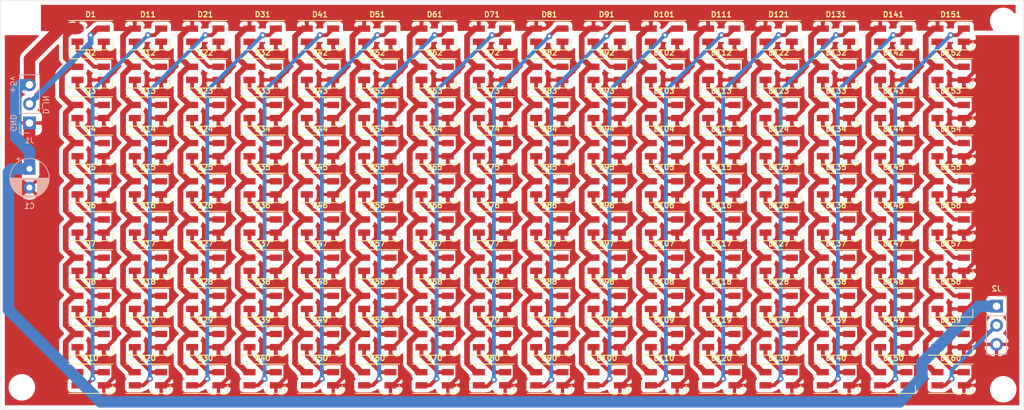
<source format=kicad_pcb>
(kicad_pcb (version 20171130) (host pcbnew "(5.1.5-0-10_14)")
  (layers (0 F.Cu signal) (31 B.Cu signal) (34 B.Paste user) (35 F.Paste user) (36 B.SilkS user) (37 F.SilkS user) (38 B.Mask user) (39 F.Mask user) (44 Edge.Cuts user))
  (net 0 "")
  (net 1 VDD)
  (net 2 "Net-(D1-Pad2)")
  (net 3 VSS)
  (net 4 "Net-(D145-Pad2)")
  (net 5 "Net-(D146-Pad2)")
  (net 6 "Net-(D147-Pad2)")
  (net 7 "Net-(D148-Pad2)")
  (net 8 "Net-(D149-Pad2)")
  (net 9 "Net-(D150-Pad2)")
  (net 10 "Net-(D151-Pad2)")
  (net 11 "Net-(D152-Pad2)")
  (net 12 "Net-(D10-Pad2)")
  (net 13 "Net-(D10-Pad4)")
  (net 14 "Net-(D11-Pad2)")
  (net 15 "Net-(D12-Pad2)")
  (net 16 "Net-(D13-Pad2)")
  (net 17 "Net-(D14-Pad2)")
  (net 18 "Net-(D15-Pad2)")
  (net 19 "Net-(D16-Pad2)")
  (net 20 "Net-(D159-Pad2)")
  (net 21 "Net-(D17-Pad2)")
  (net 22 "Net-(D18-Pad2)")
  (net 23 "Net-(D19-Pad2)")
  (net 24 "Net-(D20-Pad2)")
  (net 25 "Net-(D21-Pad2)")
  (net 26 "Net-(D22-Pad2)")
  (net 27 "Net-(D23-Pad2)")
  (net 28 "Net-(D24-Pad2)")
  (net 29 "Net-(D25-Pad2)")
  (net 30 "Net-(D26-Pad2)")
  (net 31 "Net-(D27-Pad2)")
  (net 32 "Net-(D28-Pad2)")
  (net 33 "Net-(D29-Pad2)")
  (net 34 "Net-(D30-Pad2)")
  (net 35 "Net-(D31-Pad2)")
  (net 36 "Net-(D32-Pad2)")
  (net 37 "Net-(D33-Pad2)")
  (net 38 "Net-(D34-Pad2)")
  (net 39 "Net-(D35-Pad2)")
  (net 40 "Net-(D36-Pad2)")
  (net 41 "Net-(D37-Pad2)")
  (net 42 "Net-(D38-Pad2)")
  (net 43 "Net-(D39-Pad2)")
  (net 44 "Net-(D40-Pad2)")
  (net 45 "Net-(D41-Pad2)")
  (net 46 "Net-(D42-Pad2)")
  (net 47 "Net-(D43-Pad2)")
  (net 48 "Net-(D44-Pad2)")
  (net 49 "Net-(D45-Pad2)")
  (net 50 "Net-(D46-Pad2)")
  (net 51 "Net-(D47-Pad2)")
  (net 52 "Net-(D48-Pad2)")
  (net 53 "Net-(D49-Pad2)")
  (net 54 "Net-(D50-Pad2)")
  (net 55 "Net-(D51-Pad2)")
  (net 56 "Net-(D52-Pad2)")
  (net 57 "Net-(D53-Pad2)")
  (net 58 "Net-(D54-Pad2)")
  (net 59 "Net-(D55-Pad2)")
  (net 60 "Net-(D56-Pad2)")
  (net 61 "Net-(D57-Pad2)")
  (net 62 "Net-(D58-Pad2)")
  (net 63 "Net-(D59-Pad2)")
  (net 64 "Net-(D60-Pad2)")
  (net 65 "Net-(D61-Pad2)")
  (net 66 "Net-(D62-Pad2)")
  (net 67 "Net-(D63-Pad2)")
  (net 68 "Net-(D64-Pad2)")
  (net 69 "Net-(D65-Pad2)")
  (net 70 "Net-(D66-Pad2)")
  (net 71 "Net-(D67-Pad2)")
  (net 72 "Net-(D68-Pad2)")
  (net 73 "Net-(D69-Pad2)")
  (net 74 "Net-(D70-Pad2)")
  (net 75 "Net-(D71-Pad2)")
  (net 76 "Net-(D72-Pad2)")
  (net 77 "Net-(D73-Pad2)")
  (net 78 "Net-(D74-Pad2)")
  (net 79 "Net-(D75-Pad2)")
  (net 80 "Net-(D76-Pad2)")
  (net 81 "Net-(D77-Pad2)")
  (net 82 "Net-(D78-Pad2)")
  (net 83 "Net-(D79-Pad2)")
  (net 84 "Net-(D80-Pad2)")
  (net 85 "Net-(D81-Pad2)")
  (net 86 "Net-(D82-Pad2)")
  (net 87 "Net-(D83-Pad2)")
  (net 88 "Net-(D100-Pad4)")
  (net 89 "Net-(D100-Pad2)")
  (net 90 "Net-(D101-Pad2)")
  (net 91 "Net-(D102-Pad2)")
  (net 92 "Net-(D103-Pad2)")
  (net 93 "Net-(D104-Pad2)")
  (net 94 "Net-(D105-Pad2)")
  (net 95 "Net-(D106-Pad2)")
  (net 96 "Net-(D107-Pad2)")
  (net 97 "Net-(D108-Pad2)")
  (net 98 "Net-(D109-Pad2)")
  (net 99 "Net-(D110-Pad2)")
  (net 100 "Net-(D111-Pad2)")
  (net 101 "Net-(D112-Pad2)")
  (net 102 "Net-(D113-Pad2)")
  (net 103 "Net-(D114-Pad2)")
  (net 104 "Net-(D115-Pad2)")
  (net 105 "Net-(D116-Pad2)")
  (net 106 "Net-(D117-Pad2)")
  (net 107 "Net-(D118-Pad2)")
  (net 108 "Net-(D119-Pad2)")
  (net 109 "Net-(D120-Pad2)")
  (net 110 "Net-(D121-Pad2)")
  (net 111 "Net-(D122-Pad2)")
  (net 112 "Net-(D123-Pad2)")
  (net 113 "Net-(D124-Pad2)")
  (net 114 "Net-(D125-Pad2)")
  (net 115 "Net-(D126-Pad2)")
  (net 116 "Net-(D127-Pad2)")
  (net 117 "Net-(D128-Pad2)")
  (net 118 "Net-(D129-Pad2)")
  (net 119 "Net-(D130-Pad2)")
  (net 120 "Net-(D131-Pad2)")
  (net 121 "Net-(D132-Pad2)")
  (net 122 "Net-(D133-Pad2)")
  (net 123 "Net-(D134-Pad2)")
  (net 124 "Net-(D135-Pad2)")
  (net 125 "Net-(D136-Pad2)")
  (net 126 "Net-(D137-Pad2)")
  (net 127 "Net-(D138-Pad2)")
  (net 128 "Net-(D139-Pad2)")
  (net 129 "Net-(D140-Pad2)")
  (net 130 "Net-(D141-Pad2)")
  (net 131 "Net-(D142-Pad2)")
  (net 132 "Net-(D143-Pad2)")
  (net 133 "Net-(D144-Pad2)")
  (net 134 "Net-(D160-Pad2)")
  (net 135 "Net-(D2-Pad2)")
  (net 136 "Net-(D3-Pad2)")
  (net 137 "Net-(D4-Pad2)")
  (net 138 "Net-(D5-Pad2)")
  (net 139 "Net-(D6-Pad2)")
  (net 140 "Net-(D7-Pad2)")
  (net 141 "Net-(D8-Pad2)")
  (net 142 "Net-(D84-Pad2)")
  (net 143 "Net-(D85-Pad2)")
  (net 144 "Net-(D86-Pad2)")
  (net 145 "Net-(D87-Pad2)")
  (net 146 "Net-(D88-Pad2)")
  (net 147 "Net-(D89-Pad2)")
  (net 148 "Net-(D90-Pad2)")
  (net 149 "Net-(D91-Pad2)")
  (net 150 "Net-(D92-Pad2)")
  (net 151 "Net-(D93-Pad2)")
  (net 152 "Net-(D94-Pad2)")
  (net 153 "Net-(D95-Pad2)")
  (net 154 "Net-(D96-Pad2)")
  (net 155 "Net-(D97-Pad2)")
  (net 156 "Net-(D98-Pad2)")
  (net 157 "Net-(D153-Pad2)")
  (net 158 "Net-(D154-Pad2)")
  (net 159 "Net-(D155-Pad2)")
  (net 160 "Net-(D156-Pad2)")
  (net 161 "Net-(D157-Pad2)")
  (net 162 "Net-(D158-Pad2)")
  (net 163 DIN)
  (module Connector_PinHeader_2.54mm:PinHeader_1x03_P2.54mm_Vertical (layer B.Cu) (at 71.12 94.107)
    (fp_text reference J1 (at 0 2.33) (layer B.SilkS) (effects (font (size 0.7112 0.7112)) (justify mirror)))
    (fp_text value PWR)
    (pad 3 thru_hole oval (at 0 -5.08) (size 1.7 1.7) (drill 1) (layers *.Cu *.Mask) (net 1 VDD))
    (pad 2 thru_hole oval (at 0 -2.54) (size 1.7 1.7) (drill 1) (layers *.Cu *.Mask) (net 163 DIN))
    (pad 1 thru_hole rect (at 0 0) (size 1.7 1.7) (drill 1) (layers *.Cu *.Mask) (net 3 VSS))
  )
  (module LED_SMD:LED_SK6812MINI_PLCC4_3.5x3.5mm_P1.75mm (layer F.Cu) (at 193.548 128.143)
    (fp_text reference D160 (at 0 -2.75) (layer F.SilkS) (effects (font (size 0.7112 0.7112))))
    (fp_text value WS2812B)
    (pad 1 smd rect (at -1.75 -0.875) (size 1.6 0.85) (layers F.Cu F.Paste F.Mask) (net 1 VDD))
    (pad 2 smd rect (at -1.75 0.875) (size 1.6 0.85) (layers F.Cu F.Paste F.Mask) (net 134 "Net-(D160-Pad2)"))
    (pad 4 smd rect (at 1.75 -0.875) (size 1.6 0.85) (layers F.Cu F.Paste F.Mask) (net 20 "Net-(D159-Pad2)"))
    (pad 3 smd rect (at 1.75 0.875) (size 1.6 0.85) (layers F.Cu F.Paste F.Mask) (net 3 VSS))
  )
  (module LED_SMD:LED_SK6812MINI_PLCC4_3.5x3.5mm_P1.75mm (layer F.Cu) (at 193.548 123.063)
    (fp_text reference D159 (at 0 -2.75) (layer F.SilkS) (effects (font (size 0.7112 0.7112))))
    (fp_text value WS2812B)
    (pad 1 smd rect (at -1.75 -0.875) (size 1.6 0.85) (layers F.Cu F.Paste F.Mask) (net 1 VDD))
    (pad 2 smd rect (at -1.75 0.875) (size 1.6 0.85) (layers F.Cu F.Paste F.Mask) (net 20 "Net-(D159-Pad2)"))
    (pad 4 smd rect (at 1.75 -0.875) (size 1.6 0.85) (layers F.Cu F.Paste F.Mask) (net 162 "Net-(D158-Pad2)"))
    (pad 3 smd rect (at 1.75 0.875) (size 1.6 0.85) (layers F.Cu F.Paste F.Mask) (net 3 VSS))
  )
  (module LED_SMD:LED_SK6812MINI_PLCC4_3.5x3.5mm_P1.75mm (layer F.Cu) (at 193.548 117.983)
    (fp_text reference D158 (at 0 -2.75) (layer F.SilkS) (effects (font (size 0.7112 0.7112))))
    (fp_text value WS2812B)
    (pad 1 smd rect (at -1.75 -0.875) (size 1.6 0.85) (layers F.Cu F.Paste F.Mask) (net 1 VDD))
    (pad 2 smd rect (at -1.75 0.875) (size 1.6 0.85) (layers F.Cu F.Paste F.Mask) (net 162 "Net-(D158-Pad2)"))
    (pad 4 smd rect (at 1.75 -0.875) (size 1.6 0.85) (layers F.Cu F.Paste F.Mask) (net 161 "Net-(D157-Pad2)"))
    (pad 3 smd rect (at 1.75 0.875) (size 1.6 0.85) (layers F.Cu F.Paste F.Mask) (net 3 VSS))
  )
  (module LED_SMD:LED_SK6812MINI_PLCC4_3.5x3.5mm_P1.75mm (layer F.Cu) (at 193.548 112.903)
    (fp_text reference D157 (at 0 -2.75) (layer F.SilkS) (effects (font (size 0.7112 0.7112))))
    (fp_text value WS2812B)
    (pad 1 smd rect (at -1.75 -0.875) (size 1.6 0.85) (layers F.Cu F.Paste F.Mask) (net 1 VDD))
    (pad 2 smd rect (at -1.75 0.875) (size 1.6 0.85) (layers F.Cu F.Paste F.Mask) (net 161 "Net-(D157-Pad2)"))
    (pad 4 smd rect (at 1.75 -0.875) (size 1.6 0.85) (layers F.Cu F.Paste F.Mask) (net 160 "Net-(D156-Pad2)"))
    (pad 3 smd rect (at 1.75 0.875) (size 1.6 0.85) (layers F.Cu F.Paste F.Mask) (net 3 VSS))
  )
  (module LED_SMD:LED_SK6812MINI_PLCC4_3.5x3.5mm_P1.75mm (layer F.Cu) (at 193.548 107.823)
    (fp_text reference D156 (at 0 -2.75) (layer F.SilkS) (effects (font (size 0.7112 0.7112))))
    (fp_text value WS2812B)
    (pad 1 smd rect (at -1.75 -0.875) (size 1.6 0.85) (layers F.Cu F.Paste F.Mask) (net 1 VDD))
    (pad 2 smd rect (at -1.75 0.875) (size 1.6 0.85) (layers F.Cu F.Paste F.Mask) (net 160 "Net-(D156-Pad2)"))
    (pad 4 smd rect (at 1.75 -0.875) (size 1.6 0.85) (layers F.Cu F.Paste F.Mask) (net 159 "Net-(D155-Pad2)"))
    (pad 3 smd rect (at 1.75 0.875) (size 1.6 0.85) (layers F.Cu F.Paste F.Mask) (net 3 VSS))
  )
  (module LED_SMD:LED_SK6812MINI_PLCC4_3.5x3.5mm_P1.75mm (layer F.Cu) (at 193.548 102.743)
    (fp_text reference D155 (at 0 -2.75) (layer F.SilkS) (effects (font (size 0.7112 0.7112))))
    (fp_text value WS2812B)
    (pad 1 smd rect (at -1.75 -0.875) (size 1.6 0.85) (layers F.Cu F.Paste F.Mask) (net 1 VDD))
    (pad 2 smd rect (at -1.75 0.875) (size 1.6 0.85) (layers F.Cu F.Paste F.Mask) (net 159 "Net-(D155-Pad2)"))
    (pad 4 smd rect (at 1.75 -0.875) (size 1.6 0.85) (layers F.Cu F.Paste F.Mask) (net 158 "Net-(D154-Pad2)"))
    (pad 3 smd rect (at 1.75 0.875) (size 1.6 0.85) (layers F.Cu F.Paste F.Mask) (net 3 VSS))
  )
  (module LED_SMD:LED_SK6812MINI_PLCC4_3.5x3.5mm_P1.75mm (layer F.Cu) (at 193.548 97.663)
    (fp_text reference D154 (at 0 -2.75) (layer F.SilkS) (effects (font (size 0.7112 0.7112))))
    (fp_text value WS2812B)
    (pad 1 smd rect (at -1.75 -0.875) (size 1.6 0.85) (layers F.Cu F.Paste F.Mask) (net 1 VDD))
    (pad 2 smd rect (at -1.75 0.875) (size 1.6 0.85) (layers F.Cu F.Paste F.Mask) (net 158 "Net-(D154-Pad2)"))
    (pad 4 smd rect (at 1.75 -0.875) (size 1.6 0.85) (layers F.Cu F.Paste F.Mask) (net 157 "Net-(D153-Pad2)"))
    (pad 3 smd rect (at 1.75 0.875) (size 1.6 0.85) (layers F.Cu F.Paste F.Mask) (net 3 VSS))
  )
  (module LED_SMD:LED_SK6812MINI_PLCC4_3.5x3.5mm_P1.75mm (layer F.Cu) (at 193.548 92.583)
    (fp_text reference D153 (at 0 -2.75) (layer F.SilkS) (effects (font (size 0.7112 0.7112))))
    (fp_text value WS2812B)
    (pad 1 smd rect (at -1.75 -0.875) (size 1.6 0.85) (layers F.Cu F.Paste F.Mask) (net 1 VDD))
    (pad 2 smd rect (at -1.75 0.875) (size 1.6 0.85) (layers F.Cu F.Paste F.Mask) (net 157 "Net-(D153-Pad2)"))
    (pad 4 smd rect (at 1.75 -0.875) (size 1.6 0.85) (layers F.Cu F.Paste F.Mask) (net 11 "Net-(D152-Pad2)"))
    (pad 3 smd rect (at 1.75 0.875) (size 1.6 0.85) (layers F.Cu F.Paste F.Mask) (net 3 VSS))
  )
  (module LED_SMD:LED_SK6812MINI_PLCC4_3.5x3.5mm_P1.75mm (layer F.Cu) (at 193.548 87.503)
    (fp_text reference D152 (at 0 -2.75) (layer F.SilkS) (effects (font (size 0.7112 0.7112))))
    (fp_text value WS2812B)
    (pad 1 smd rect (at -1.75 -0.875) (size 1.6 0.85) (layers F.Cu F.Paste F.Mask) (net 1 VDD))
    (pad 2 smd rect (at -1.75 0.875) (size 1.6 0.85) (layers F.Cu F.Paste F.Mask) (net 11 "Net-(D152-Pad2)"))
    (pad 4 smd rect (at 1.75 -0.875) (size 1.6 0.85) (layers F.Cu F.Paste F.Mask) (net 10 "Net-(D151-Pad2)"))
    (pad 3 smd rect (at 1.75 0.875) (size 1.6 0.85) (layers F.Cu F.Paste F.Mask) (net 3 VSS))
  )
  (module LED_SMD:LED_SK6812MINI_PLCC4_3.5x3.5mm_P1.75mm (layer F.Cu) (at 193.548 82.423)
    (fp_text reference D151 (at 0 -2.75) (layer F.SilkS) (effects (font (size 0.7112 0.7112))))
    (fp_text value WS2812B)
    (pad 1 smd rect (at -1.75 -0.875) (size 1.6 0.85) (layers F.Cu F.Paste F.Mask) (net 1 VDD))
    (pad 2 smd rect (at -1.75 0.875) (size 1.6 0.85) (layers F.Cu F.Paste F.Mask) (net 10 "Net-(D151-Pad2)"))
    (pad 4 smd rect (at 1.75 -0.875) (size 1.6 0.85) (layers F.Cu F.Paste F.Mask) (net 9 "Net-(D150-Pad2)"))
    (pad 3 smd rect (at 1.75 0.875) (size 1.6 0.85) (layers F.Cu F.Paste F.Mask) (net 3 VSS))
  )
  (module LED_SMD:LED_SK6812MINI_PLCC4_3.5x3.5mm_P1.75mm (layer F.Cu) (at 185.928 128.143)
    (fp_text reference D150 (at 0 -2.75) (layer F.SilkS) (effects (font (size 0.7112 0.7112))))
    (fp_text value WS2812B)
    (pad 1 smd rect (at -1.75 -0.875) (size 1.6 0.85) (layers F.Cu F.Paste F.Mask) (net 1 VDD))
    (pad 2 smd rect (at -1.75 0.875) (size 1.6 0.85) (layers F.Cu F.Paste F.Mask) (net 9 "Net-(D150-Pad2)"))
    (pad 4 smd rect (at 1.75 -0.875) (size 1.6 0.85) (layers F.Cu F.Paste F.Mask) (net 8 "Net-(D149-Pad2)"))
    (pad 3 smd rect (at 1.75 0.875) (size 1.6 0.85) (layers F.Cu F.Paste F.Mask) (net 3 VSS))
  )
  (module LED_SMD:LED_SK6812MINI_PLCC4_3.5x3.5mm_P1.75mm (layer F.Cu) (at 185.928 123.063)
    (fp_text reference D149 (at 0 -2.75) (layer F.SilkS) (effects (font (size 0.7112 0.7112))))
    (fp_text value WS2812B)
    (pad 1 smd rect (at -1.75 -0.875) (size 1.6 0.85) (layers F.Cu F.Paste F.Mask) (net 1 VDD))
    (pad 2 smd rect (at -1.75 0.875) (size 1.6 0.85) (layers F.Cu F.Paste F.Mask) (net 8 "Net-(D149-Pad2)"))
    (pad 4 smd rect (at 1.75 -0.875) (size 1.6 0.85) (layers F.Cu F.Paste F.Mask) (net 7 "Net-(D148-Pad2)"))
    (pad 3 smd rect (at 1.75 0.875) (size 1.6 0.85) (layers F.Cu F.Paste F.Mask) (net 3 VSS))
  )
  (module LED_SMD:LED_SK6812MINI_PLCC4_3.5x3.5mm_P1.75mm (layer F.Cu) (at 185.928 117.983)
    (fp_text reference D148 (at 0 -2.75) (layer F.SilkS) (effects (font (size 0.7112 0.7112))))
    (fp_text value WS2812B)
    (pad 1 smd rect (at -1.75 -0.875) (size 1.6 0.85) (layers F.Cu F.Paste F.Mask) (net 1 VDD))
    (pad 2 smd rect (at -1.75 0.875) (size 1.6 0.85) (layers F.Cu F.Paste F.Mask) (net 7 "Net-(D148-Pad2)"))
    (pad 4 smd rect (at 1.75 -0.875) (size 1.6 0.85) (layers F.Cu F.Paste F.Mask) (net 6 "Net-(D147-Pad2)"))
    (pad 3 smd rect (at 1.75 0.875) (size 1.6 0.85) (layers F.Cu F.Paste F.Mask) (net 3 VSS))
  )
  (module LED_SMD:LED_SK6812MINI_PLCC4_3.5x3.5mm_P1.75mm (layer F.Cu) (at 185.928 112.903)
    (fp_text reference D147 (at 0 -2.75) (layer F.SilkS) (effects (font (size 0.7112 0.7112))))
    (fp_text value WS2812B)
    (pad 1 smd rect (at -1.75 -0.875) (size 1.6 0.85) (layers F.Cu F.Paste F.Mask) (net 1 VDD))
    (pad 2 smd rect (at -1.75 0.875) (size 1.6 0.85) (layers F.Cu F.Paste F.Mask) (net 6 "Net-(D147-Pad2)"))
    (pad 4 smd rect (at 1.75 -0.875) (size 1.6 0.85) (layers F.Cu F.Paste F.Mask) (net 5 "Net-(D146-Pad2)"))
    (pad 3 smd rect (at 1.75 0.875) (size 1.6 0.85) (layers F.Cu F.Paste F.Mask) (net 3 VSS))
  )
  (module LED_SMD:LED_SK6812MINI_PLCC4_3.5x3.5mm_P1.75mm (layer F.Cu) (at 185.928 107.823)
    (fp_text reference D146 (at 0 -2.75) (layer F.SilkS) (effects (font (size 0.7112 0.7112))))
    (fp_text value WS2812B)
    (pad 1 smd rect (at -1.75 -0.875) (size 1.6 0.85) (layers F.Cu F.Paste F.Mask) (net 1 VDD))
    (pad 2 smd rect (at -1.75 0.875) (size 1.6 0.85) (layers F.Cu F.Paste F.Mask) (net 5 "Net-(D146-Pad2)"))
    (pad 4 smd rect (at 1.75 -0.875) (size 1.6 0.85) (layers F.Cu F.Paste F.Mask) (net 4 "Net-(D145-Pad2)"))
    (pad 3 smd rect (at 1.75 0.875) (size 1.6 0.85) (layers F.Cu F.Paste F.Mask) (net 3 VSS))
  )
  (module LED_SMD:LED_SK6812MINI_PLCC4_3.5x3.5mm_P1.75mm (layer F.Cu) (at 185.928 102.743)
    (fp_text reference D145 (at 0 -2.75) (layer F.SilkS) (effects (font (size 0.7112 0.7112))))
    (fp_text value WS2812B)
    (pad 1 smd rect (at -1.75 -0.875) (size 1.6 0.85) (layers F.Cu F.Paste F.Mask) (net 1 VDD))
    (pad 2 smd rect (at -1.75 0.875) (size 1.6 0.85) (layers F.Cu F.Paste F.Mask) (net 4 "Net-(D145-Pad2)"))
    (pad 4 smd rect (at 1.75 -0.875) (size 1.6 0.85) (layers F.Cu F.Paste F.Mask) (net 133 "Net-(D144-Pad2)"))
    (pad 3 smd rect (at 1.75 0.875) (size 1.6 0.85) (layers F.Cu F.Paste F.Mask) (net 3 VSS))
  )
  (module LED_SMD:LED_SK6812MINI_PLCC4_3.5x3.5mm_P1.75mm (layer F.Cu) (at 185.928 97.663)
    (fp_text reference D144 (at 0 -2.75) (layer F.SilkS) (effects (font (size 0.7112 0.7112))))
    (fp_text value WS2812B)
    (pad 1 smd rect (at -1.75 -0.875) (size 1.6 0.85) (layers F.Cu F.Paste F.Mask) (net 1 VDD))
    (pad 2 smd rect (at -1.75 0.875) (size 1.6 0.85) (layers F.Cu F.Paste F.Mask) (net 133 "Net-(D144-Pad2)"))
    (pad 4 smd rect (at 1.75 -0.875) (size 1.6 0.85) (layers F.Cu F.Paste F.Mask) (net 132 "Net-(D143-Pad2)"))
    (pad 3 smd rect (at 1.75 0.875) (size 1.6 0.85) (layers F.Cu F.Paste F.Mask) (net 3 VSS))
  )
  (module LED_SMD:LED_SK6812MINI_PLCC4_3.5x3.5mm_P1.75mm (layer F.Cu) (at 185.928 92.583)
    (fp_text reference D143 (at 0 -2.75) (layer F.SilkS) (effects (font (size 0.7112 0.7112))))
    (fp_text value WS2812B)
    (pad 1 smd rect (at -1.75 -0.875) (size 1.6 0.85) (layers F.Cu F.Paste F.Mask) (net 1 VDD))
    (pad 2 smd rect (at -1.75 0.875) (size 1.6 0.85) (layers F.Cu F.Paste F.Mask) (net 132 "Net-(D143-Pad2)"))
    (pad 4 smd rect (at 1.75 -0.875) (size 1.6 0.85) (layers F.Cu F.Paste F.Mask) (net 131 "Net-(D142-Pad2)"))
    (pad 3 smd rect (at 1.75 0.875) (size 1.6 0.85) (layers F.Cu F.Paste F.Mask) (net 3 VSS))
  )
  (module LED_SMD:LED_SK6812MINI_PLCC4_3.5x3.5mm_P1.75mm (layer F.Cu) (at 185.928 87.503)
    (fp_text reference D142 (at 0 -2.75) (layer F.SilkS) (effects (font (size 0.7112 0.7112))))
    (fp_text value WS2812B)
    (pad 1 smd rect (at -1.75 -0.875) (size 1.6 0.85) (layers F.Cu F.Paste F.Mask) (net 1 VDD))
    (pad 2 smd rect (at -1.75 0.875) (size 1.6 0.85) (layers F.Cu F.Paste F.Mask) (net 131 "Net-(D142-Pad2)"))
    (pad 4 smd rect (at 1.75 -0.875) (size 1.6 0.85) (layers F.Cu F.Paste F.Mask) (net 130 "Net-(D141-Pad2)"))
    (pad 3 smd rect (at 1.75 0.875) (size 1.6 0.85) (layers F.Cu F.Paste F.Mask) (net 3 VSS))
  )
  (module LED_SMD:LED_SK6812MINI_PLCC4_3.5x3.5mm_P1.75mm (layer F.Cu) (at 185.928 82.423)
    (fp_text reference D141 (at 0 -2.75) (layer F.SilkS) (effects (font (size 0.7112 0.7112))))
    (fp_text value WS2812B)
    (pad 1 smd rect (at -1.75 -0.875) (size 1.6 0.85) (layers F.Cu F.Paste F.Mask) (net 1 VDD))
    (pad 2 smd rect (at -1.75 0.875) (size 1.6 0.85) (layers F.Cu F.Paste F.Mask) (net 130 "Net-(D141-Pad2)"))
    (pad 4 smd rect (at 1.75 -0.875) (size 1.6 0.85) (layers F.Cu F.Paste F.Mask) (net 129 "Net-(D140-Pad2)"))
    (pad 3 smd rect (at 1.75 0.875) (size 1.6 0.85) (layers F.Cu F.Paste F.Mask) (net 3 VSS))
  )
  (module LED_SMD:LED_SK6812MINI_PLCC4_3.5x3.5mm_P1.75mm (layer F.Cu) (at 178.308 128.143)
    (fp_text reference D140 (at 0 -2.75) (layer F.SilkS) (effects (font (size 0.7112 0.7112))))
    (fp_text value WS2812B)
    (pad 1 smd rect (at -1.75 -0.875) (size 1.6 0.85) (layers F.Cu F.Paste F.Mask) (net 1 VDD))
    (pad 2 smd rect (at -1.75 0.875) (size 1.6 0.85) (layers F.Cu F.Paste F.Mask) (net 129 "Net-(D140-Pad2)"))
    (pad 4 smd rect (at 1.75 -0.875) (size 1.6 0.85) (layers F.Cu F.Paste F.Mask) (net 128 "Net-(D139-Pad2)"))
    (pad 3 smd rect (at 1.75 0.875) (size 1.6 0.85) (layers F.Cu F.Paste F.Mask) (net 3 VSS))
  )
  (module LED_SMD:LED_SK6812MINI_PLCC4_3.5x3.5mm_P1.75mm (layer F.Cu) (at 178.308 123.063)
    (fp_text reference D139 (at 0 -2.75) (layer F.SilkS) (effects (font (size 0.7112 0.7112))))
    (fp_text value WS2812B)
    (pad 1 smd rect (at -1.75 -0.875) (size 1.6 0.85) (layers F.Cu F.Paste F.Mask) (net 1 VDD))
    (pad 2 smd rect (at -1.75 0.875) (size 1.6 0.85) (layers F.Cu F.Paste F.Mask) (net 128 "Net-(D139-Pad2)"))
    (pad 4 smd rect (at 1.75 -0.875) (size 1.6 0.85) (layers F.Cu F.Paste F.Mask) (net 127 "Net-(D138-Pad2)"))
    (pad 3 smd rect (at 1.75 0.875) (size 1.6 0.85) (layers F.Cu F.Paste F.Mask) (net 3 VSS))
  )
  (module LED_SMD:LED_SK6812MINI_PLCC4_3.5x3.5mm_P1.75mm (layer F.Cu) (at 178.308 117.983)
    (fp_text reference D138 (at 0 -2.75) (layer F.SilkS) (effects (font (size 0.7112 0.7112))))
    (fp_text value WS2812B)
    (pad 1 smd rect (at -1.75 -0.875) (size 1.6 0.85) (layers F.Cu F.Paste F.Mask) (net 1 VDD))
    (pad 2 smd rect (at -1.75 0.875) (size 1.6 0.85) (layers F.Cu F.Paste F.Mask) (net 127 "Net-(D138-Pad2)"))
    (pad 4 smd rect (at 1.75 -0.875) (size 1.6 0.85) (layers F.Cu F.Paste F.Mask) (net 126 "Net-(D137-Pad2)"))
    (pad 3 smd rect (at 1.75 0.875) (size 1.6 0.85) (layers F.Cu F.Paste F.Mask) (net 3 VSS))
  )
  (module LED_SMD:LED_SK6812MINI_PLCC4_3.5x3.5mm_P1.75mm (layer F.Cu) (at 178.308 112.903)
    (fp_text reference D137 (at 0 -2.75) (layer F.SilkS) (effects (font (size 0.7112 0.7112))))
    (fp_text value WS2812B)
    (pad 1 smd rect (at -1.75 -0.875) (size 1.6 0.85) (layers F.Cu F.Paste F.Mask) (net 1 VDD))
    (pad 2 smd rect (at -1.75 0.875) (size 1.6 0.85) (layers F.Cu F.Paste F.Mask) (net 126 "Net-(D137-Pad2)"))
    (pad 4 smd rect (at 1.75 -0.875) (size 1.6 0.85) (layers F.Cu F.Paste F.Mask) (net 125 "Net-(D136-Pad2)"))
    (pad 3 smd rect (at 1.75 0.875) (size 1.6 0.85) (layers F.Cu F.Paste F.Mask) (net 3 VSS))
  )
  (module LED_SMD:LED_SK6812MINI_PLCC4_3.5x3.5mm_P1.75mm (layer F.Cu) (at 178.308 107.823)
    (fp_text reference D136 (at 0 -2.75) (layer F.SilkS) (effects (font (size 0.7112 0.7112))))
    (fp_text value WS2812B)
    (pad 1 smd rect (at -1.75 -0.875) (size 1.6 0.85) (layers F.Cu F.Paste F.Mask) (net 1 VDD))
    (pad 2 smd rect (at -1.75 0.875) (size 1.6 0.85) (layers F.Cu F.Paste F.Mask) (net 125 "Net-(D136-Pad2)"))
    (pad 4 smd rect (at 1.75 -0.875) (size 1.6 0.85) (layers F.Cu F.Paste F.Mask) (net 124 "Net-(D135-Pad2)"))
    (pad 3 smd rect (at 1.75 0.875) (size 1.6 0.85) (layers F.Cu F.Paste F.Mask) (net 3 VSS))
  )
  (module LED_SMD:LED_SK6812MINI_PLCC4_3.5x3.5mm_P1.75mm (layer F.Cu) (at 178.308 102.743)
    (fp_text reference D135 (at 0 -2.75) (layer F.SilkS) (effects (font (size 0.7112 0.7112))))
    (fp_text value WS2812B)
    (pad 1 smd rect (at -1.75 -0.875) (size 1.6 0.85) (layers F.Cu F.Paste F.Mask) (net 1 VDD))
    (pad 2 smd rect (at -1.75 0.875) (size 1.6 0.85) (layers F.Cu F.Paste F.Mask) (net 124 "Net-(D135-Pad2)"))
    (pad 4 smd rect (at 1.75 -0.875) (size 1.6 0.85) (layers F.Cu F.Paste F.Mask) (net 123 "Net-(D134-Pad2)"))
    (pad 3 smd rect (at 1.75 0.875) (size 1.6 0.85) (layers F.Cu F.Paste F.Mask) (net 3 VSS))
  )
  (module LED_SMD:LED_SK6812MINI_PLCC4_3.5x3.5mm_P1.75mm (layer F.Cu) (at 178.308 97.663)
    (fp_text reference D134 (at 0 -2.75) (layer F.SilkS) (effects (font (size 0.7112 0.7112))))
    (fp_text value WS2812B)
    (pad 1 smd rect (at -1.75 -0.875) (size 1.6 0.85) (layers F.Cu F.Paste F.Mask) (net 1 VDD))
    (pad 2 smd rect (at -1.75 0.875) (size 1.6 0.85) (layers F.Cu F.Paste F.Mask) (net 123 "Net-(D134-Pad2)"))
    (pad 4 smd rect (at 1.75 -0.875) (size 1.6 0.85) (layers F.Cu F.Paste F.Mask) (net 122 "Net-(D133-Pad2)"))
    (pad 3 smd rect (at 1.75 0.875) (size 1.6 0.85) (layers F.Cu F.Paste F.Mask) (net 3 VSS))
  )
  (module LED_SMD:LED_SK6812MINI_PLCC4_3.5x3.5mm_P1.75mm (layer F.Cu) (at 178.308 92.583)
    (fp_text reference D133 (at 0 -2.75) (layer F.SilkS) (effects (font (size 0.7112 0.7112))))
    (fp_text value WS2812B)
    (pad 1 smd rect (at -1.75 -0.875) (size 1.6 0.85) (layers F.Cu F.Paste F.Mask) (net 1 VDD))
    (pad 2 smd rect (at -1.75 0.875) (size 1.6 0.85) (layers F.Cu F.Paste F.Mask) (net 122 "Net-(D133-Pad2)"))
    (pad 4 smd rect (at 1.75 -0.875) (size 1.6 0.85) (layers F.Cu F.Paste F.Mask) (net 121 "Net-(D132-Pad2)"))
    (pad 3 smd rect (at 1.75 0.875) (size 1.6 0.85) (layers F.Cu F.Paste F.Mask) (net 3 VSS))
  )
  (module LED_SMD:LED_SK6812MINI_PLCC4_3.5x3.5mm_P1.75mm (layer F.Cu) (at 178.308 87.503)
    (fp_text reference D132 (at 0 -2.75) (layer F.SilkS) (effects (font (size 0.7112 0.7112))))
    (fp_text value WS2812B)
    (pad 1 smd rect (at -1.75 -0.875) (size 1.6 0.85) (layers F.Cu F.Paste F.Mask) (net 1 VDD))
    (pad 2 smd rect (at -1.75 0.875) (size 1.6 0.85) (layers F.Cu F.Paste F.Mask) (net 121 "Net-(D132-Pad2)"))
    (pad 4 smd rect (at 1.75 -0.875) (size 1.6 0.85) (layers F.Cu F.Paste F.Mask) (net 120 "Net-(D131-Pad2)"))
    (pad 3 smd rect (at 1.75 0.875) (size 1.6 0.85) (layers F.Cu F.Paste F.Mask) (net 3 VSS))
  )
  (module LED_SMD:LED_SK6812MINI_PLCC4_3.5x3.5mm_P1.75mm (layer F.Cu) (at 178.308 82.423)
    (fp_text reference D131 (at 0 -2.75) (layer F.SilkS) (effects (font (size 0.7112 0.7112))))
    (fp_text value WS2812B)
    (pad 1 smd rect (at -1.75 -0.875) (size 1.6 0.85) (layers F.Cu F.Paste F.Mask) (net 1 VDD))
    (pad 2 smd rect (at -1.75 0.875) (size 1.6 0.85) (layers F.Cu F.Paste F.Mask) (net 120 "Net-(D131-Pad2)"))
    (pad 4 smd rect (at 1.75 -0.875) (size 1.6 0.85) (layers F.Cu F.Paste F.Mask) (net 119 "Net-(D130-Pad2)"))
    (pad 3 smd rect (at 1.75 0.875) (size 1.6 0.85) (layers F.Cu F.Paste F.Mask) (net 3 VSS))
  )
  (module LED_SMD:LED_SK6812MINI_PLCC4_3.5x3.5mm_P1.75mm (layer F.Cu) (at 170.688 128.143)
    (fp_text reference D130 (at 0 -2.75) (layer F.SilkS) (effects (font (size 0.7112 0.7112))))
    (fp_text value WS2812B)
    (pad 1 smd rect (at -1.75 -0.875) (size 1.6 0.85) (layers F.Cu F.Paste F.Mask) (net 1 VDD))
    (pad 2 smd rect (at -1.75 0.875) (size 1.6 0.85) (layers F.Cu F.Paste F.Mask) (net 119 "Net-(D130-Pad2)"))
    (pad 4 smd rect (at 1.75 -0.875) (size 1.6 0.85) (layers F.Cu F.Paste F.Mask) (net 118 "Net-(D129-Pad2)"))
    (pad 3 smd rect (at 1.75 0.875) (size 1.6 0.85) (layers F.Cu F.Paste F.Mask) (net 3 VSS))
  )
  (module LED_SMD:LED_SK6812MINI_PLCC4_3.5x3.5mm_P1.75mm (layer F.Cu) (at 170.688 123.063)
    (fp_text reference D129 (at 0 -2.75) (layer F.SilkS) (effects (font (size 0.7112 0.7112))))
    (fp_text value WS2812B)
    (pad 1 smd rect (at -1.75 -0.875) (size 1.6 0.85) (layers F.Cu F.Paste F.Mask) (net 1 VDD))
    (pad 2 smd rect (at -1.75 0.875) (size 1.6 0.85) (layers F.Cu F.Paste F.Mask) (net 118 "Net-(D129-Pad2)"))
    (pad 4 smd rect (at 1.75 -0.875) (size 1.6 0.85) (layers F.Cu F.Paste F.Mask) (net 117 "Net-(D128-Pad2)"))
    (pad 3 smd rect (at 1.75 0.875) (size 1.6 0.85) (layers F.Cu F.Paste F.Mask) (net 3 VSS))
  )
  (module LED_SMD:LED_SK6812MINI_PLCC4_3.5x3.5mm_P1.75mm (layer F.Cu) (at 170.688 117.983)
    (fp_text reference D128 (at 0 -2.75) (layer F.SilkS) (effects (font (size 0.7112 0.7112))))
    (fp_text value WS2812B)
    (pad 1 smd rect (at -1.75 -0.875) (size 1.6 0.85) (layers F.Cu F.Paste F.Mask) (net 1 VDD))
    (pad 2 smd rect (at -1.75 0.875) (size 1.6 0.85) (layers F.Cu F.Paste F.Mask) (net 117 "Net-(D128-Pad2)"))
    (pad 4 smd rect (at 1.75 -0.875) (size 1.6 0.85) (layers F.Cu F.Paste F.Mask) (net 116 "Net-(D127-Pad2)"))
    (pad 3 smd rect (at 1.75 0.875) (size 1.6 0.85) (layers F.Cu F.Paste F.Mask) (net 3 VSS))
  )
  (module LED_SMD:LED_SK6812MINI_PLCC4_3.5x3.5mm_P1.75mm (layer F.Cu) (at 170.688 112.903)
    (fp_text reference D127 (at 0 -2.75) (layer F.SilkS) (effects (font (size 0.7112 0.7112))))
    (fp_text value WS2812B)
    (pad 1 smd rect (at -1.75 -0.875) (size 1.6 0.85) (layers F.Cu F.Paste F.Mask) (net 1 VDD))
    (pad 2 smd rect (at -1.75 0.875) (size 1.6 0.85) (layers F.Cu F.Paste F.Mask) (net 116 "Net-(D127-Pad2)"))
    (pad 4 smd rect (at 1.75 -0.875) (size 1.6 0.85) (layers F.Cu F.Paste F.Mask) (net 115 "Net-(D126-Pad2)"))
    (pad 3 smd rect (at 1.75 0.875) (size 1.6 0.85) (layers F.Cu F.Paste F.Mask) (net 3 VSS))
  )
  (module LED_SMD:LED_SK6812MINI_PLCC4_3.5x3.5mm_P1.75mm (layer F.Cu) (at 170.688 107.823)
    (fp_text reference D126 (at 0 -2.75) (layer F.SilkS) (effects (font (size 0.7112 0.7112))))
    (fp_text value WS2812B)
    (pad 1 smd rect (at -1.75 -0.875) (size 1.6 0.85) (layers F.Cu F.Paste F.Mask) (net 1 VDD))
    (pad 2 smd rect (at -1.75 0.875) (size 1.6 0.85) (layers F.Cu F.Paste F.Mask) (net 115 "Net-(D126-Pad2)"))
    (pad 4 smd rect (at 1.75 -0.875) (size 1.6 0.85) (layers F.Cu F.Paste F.Mask) (net 114 "Net-(D125-Pad2)"))
    (pad 3 smd rect (at 1.75 0.875) (size 1.6 0.85) (layers F.Cu F.Paste F.Mask) (net 3 VSS))
  )
  (module LED_SMD:LED_SK6812MINI_PLCC4_3.5x3.5mm_P1.75mm (layer F.Cu) (at 170.688 102.743)
    (fp_text reference D125 (at 0 -2.75) (layer F.SilkS) (effects (font (size 0.7112 0.7112))))
    (fp_text value WS2812B)
    (pad 1 smd rect (at -1.75 -0.875) (size 1.6 0.85) (layers F.Cu F.Paste F.Mask) (net 1 VDD))
    (pad 2 smd rect (at -1.75 0.875) (size 1.6 0.85) (layers F.Cu F.Paste F.Mask) (net 114 "Net-(D125-Pad2)"))
    (pad 4 smd rect (at 1.75 -0.875) (size 1.6 0.85) (layers F.Cu F.Paste F.Mask) (net 113 "Net-(D124-Pad2)"))
    (pad 3 smd rect (at 1.75 0.875) (size 1.6 0.85) (layers F.Cu F.Paste F.Mask) (net 3 VSS))
  )
  (module LED_SMD:LED_SK6812MINI_PLCC4_3.5x3.5mm_P1.75mm (layer F.Cu) (at 170.688 97.663)
    (fp_text reference D124 (at 0 -2.75) (layer F.SilkS) (effects (font (size 0.7112 0.7112))))
    (fp_text value WS2812B)
    (pad 1 smd rect (at -1.75 -0.875) (size 1.6 0.85) (layers F.Cu F.Paste F.Mask) (net 1 VDD))
    (pad 2 smd rect (at -1.75 0.875) (size 1.6 0.85) (layers F.Cu F.Paste F.Mask) (net 113 "Net-(D124-Pad2)"))
    (pad 4 smd rect (at 1.75 -0.875) (size 1.6 0.85) (layers F.Cu F.Paste F.Mask) (net 112 "Net-(D123-Pad2)"))
    (pad 3 smd rect (at 1.75 0.875) (size 1.6 0.85) (layers F.Cu F.Paste F.Mask) (net 3 VSS))
  )
  (module LED_SMD:LED_SK6812MINI_PLCC4_3.5x3.5mm_P1.75mm (layer F.Cu) (at 170.688 92.583)
    (fp_text reference D123 (at 0 -2.75) (layer F.SilkS) (effects (font (size 0.7112 0.7112))))
    (fp_text value WS2812B)
    (pad 1 smd rect (at -1.75 -0.875) (size 1.6 0.85) (layers F.Cu F.Paste F.Mask) (net 1 VDD))
    (pad 2 smd rect (at -1.75 0.875) (size 1.6 0.85) (layers F.Cu F.Paste F.Mask) (net 112 "Net-(D123-Pad2)"))
    (pad 4 smd rect (at 1.75 -0.875) (size 1.6 0.85) (layers F.Cu F.Paste F.Mask) (net 111 "Net-(D122-Pad2)"))
    (pad 3 smd rect (at 1.75 0.875) (size 1.6 0.85) (layers F.Cu F.Paste F.Mask) (net 3 VSS))
  )
  (module LED_SMD:LED_SK6812MINI_PLCC4_3.5x3.5mm_P1.75mm (layer F.Cu) (at 170.688 87.503)
    (fp_text reference D122 (at 0 -2.75) (layer F.SilkS) (effects (font (size 0.7112 0.7112))))
    (fp_text value WS2812B)
    (pad 1 smd rect (at -1.75 -0.875) (size 1.6 0.85) (layers F.Cu F.Paste F.Mask) (net 1 VDD))
    (pad 2 smd rect (at -1.75 0.875) (size 1.6 0.85) (layers F.Cu F.Paste F.Mask) (net 111 "Net-(D122-Pad2)"))
    (pad 4 smd rect (at 1.75 -0.875) (size 1.6 0.85) (layers F.Cu F.Paste F.Mask) (net 110 "Net-(D121-Pad2)"))
    (pad 3 smd rect (at 1.75 0.875) (size 1.6 0.85) (layers F.Cu F.Paste F.Mask) (net 3 VSS))
  )
  (module LED_SMD:LED_SK6812MINI_PLCC4_3.5x3.5mm_P1.75mm (layer F.Cu) (at 170.688 82.423)
    (fp_text reference D121 (at 0 -2.75) (layer F.SilkS) (effects (font (size 0.7112 0.7112))))
    (fp_text value WS2812B)
    (pad 1 smd rect (at -1.75 -0.875) (size 1.6 0.85) (layers F.Cu F.Paste F.Mask) (net 1 VDD))
    (pad 2 smd rect (at -1.75 0.875) (size 1.6 0.85) (layers F.Cu F.Paste F.Mask) (net 110 "Net-(D121-Pad2)"))
    (pad 4 smd rect (at 1.75 -0.875) (size 1.6 0.85) (layers F.Cu F.Paste F.Mask) (net 109 "Net-(D120-Pad2)"))
    (pad 3 smd rect (at 1.75 0.875) (size 1.6 0.85) (layers F.Cu F.Paste F.Mask) (net 3 VSS))
  )
  (module LED_SMD:LED_SK6812MINI_PLCC4_3.5x3.5mm_P1.75mm (layer F.Cu) (at 163.068 128.143)
    (fp_text reference D120 (at 0 -2.75) (layer F.SilkS) (effects (font (size 0.7112 0.7112))))
    (fp_text value WS2812B)
    (pad 1 smd rect (at -1.75 -0.875) (size 1.6 0.85) (layers F.Cu F.Paste F.Mask) (net 1 VDD))
    (pad 2 smd rect (at -1.75 0.875) (size 1.6 0.85) (layers F.Cu F.Paste F.Mask) (net 109 "Net-(D120-Pad2)"))
    (pad 4 smd rect (at 1.75 -0.875) (size 1.6 0.85) (layers F.Cu F.Paste F.Mask) (net 108 "Net-(D119-Pad2)"))
    (pad 3 smd rect (at 1.75 0.875) (size 1.6 0.85) (layers F.Cu F.Paste F.Mask) (net 3 VSS))
  )
  (module LED_SMD:LED_SK6812MINI_PLCC4_3.5x3.5mm_P1.75mm (layer F.Cu) (at 163.068 123.063)
    (fp_text reference D119 (at 0 -2.75) (layer F.SilkS) (effects (font (size 0.7112 0.7112))))
    (fp_text value WS2812B)
    (pad 1 smd rect (at -1.75 -0.875) (size 1.6 0.85) (layers F.Cu F.Paste F.Mask) (net 1 VDD))
    (pad 2 smd rect (at -1.75 0.875) (size 1.6 0.85) (layers F.Cu F.Paste F.Mask) (net 108 "Net-(D119-Pad2)"))
    (pad 4 smd rect (at 1.75 -0.875) (size 1.6 0.85) (layers F.Cu F.Paste F.Mask) (net 107 "Net-(D118-Pad2)"))
    (pad 3 smd rect (at 1.75 0.875) (size 1.6 0.85) (layers F.Cu F.Paste F.Mask) (net 3 VSS))
  )
  (module LED_SMD:LED_SK6812MINI_PLCC4_3.5x3.5mm_P1.75mm (layer F.Cu) (at 163.068 117.983)
    (fp_text reference D118 (at 0 -2.75) (layer F.SilkS) (effects (font (size 0.7112 0.7112))))
    (fp_text value WS2812B)
    (pad 1 smd rect (at -1.75 -0.875) (size 1.6 0.85) (layers F.Cu F.Paste F.Mask) (net 1 VDD))
    (pad 2 smd rect (at -1.75 0.875) (size 1.6 0.85) (layers F.Cu F.Paste F.Mask) (net 107 "Net-(D118-Pad2)"))
    (pad 4 smd rect (at 1.75 -0.875) (size 1.6 0.85) (layers F.Cu F.Paste F.Mask) (net 106 "Net-(D117-Pad2)"))
    (pad 3 smd rect (at 1.75 0.875) (size 1.6 0.85) (layers F.Cu F.Paste F.Mask) (net 3 VSS))
  )
  (module LED_SMD:LED_SK6812MINI_PLCC4_3.5x3.5mm_P1.75mm (layer F.Cu) (at 163.068 112.903)
    (fp_text reference D117 (at 0 -2.75) (layer F.SilkS) (effects (font (size 0.7112 0.7112))))
    (fp_text value WS2812B)
    (pad 1 smd rect (at -1.75 -0.875) (size 1.6 0.85) (layers F.Cu F.Paste F.Mask) (net 1 VDD))
    (pad 2 smd rect (at -1.75 0.875) (size 1.6 0.85) (layers F.Cu F.Paste F.Mask) (net 106 "Net-(D117-Pad2)"))
    (pad 4 smd rect (at 1.75 -0.875) (size 1.6 0.85) (layers F.Cu F.Paste F.Mask) (net 105 "Net-(D116-Pad2)"))
    (pad 3 smd rect (at 1.75 0.875) (size 1.6 0.85) (layers F.Cu F.Paste F.Mask) (net 3 VSS))
  )
  (module LED_SMD:LED_SK6812MINI_PLCC4_3.5x3.5mm_P1.75mm (layer F.Cu) (at 163.068 107.823)
    (fp_text reference D116 (at 0 -2.75) (layer F.SilkS) (effects (font (size 0.7112 0.7112))))
    (fp_text value WS2812B)
    (pad 1 smd rect (at -1.75 -0.875) (size 1.6 0.85) (layers F.Cu F.Paste F.Mask) (net 1 VDD))
    (pad 2 smd rect (at -1.75 0.875) (size 1.6 0.85) (layers F.Cu F.Paste F.Mask) (net 105 "Net-(D116-Pad2)"))
    (pad 4 smd rect (at 1.75 -0.875) (size 1.6 0.85) (layers F.Cu F.Paste F.Mask) (net 104 "Net-(D115-Pad2)"))
    (pad 3 smd rect (at 1.75 0.875) (size 1.6 0.85) (layers F.Cu F.Paste F.Mask) (net 3 VSS))
  )
  (module LED_SMD:LED_SK6812MINI_PLCC4_3.5x3.5mm_P1.75mm (layer F.Cu) (at 163.068 102.743)
    (fp_text reference D115 (at 0 -2.75) (layer F.SilkS) (effects (font (size 0.7112 0.7112))))
    (fp_text value WS2812B)
    (pad 1 smd rect (at -1.75 -0.875) (size 1.6 0.85) (layers F.Cu F.Paste F.Mask) (net 1 VDD))
    (pad 2 smd rect (at -1.75 0.875) (size 1.6 0.85) (layers F.Cu F.Paste F.Mask) (net 104 "Net-(D115-Pad2)"))
    (pad 4 smd rect (at 1.75 -0.875) (size 1.6 0.85) (layers F.Cu F.Paste F.Mask) (net 103 "Net-(D114-Pad2)"))
    (pad 3 smd rect (at 1.75 0.875) (size 1.6 0.85) (layers F.Cu F.Paste F.Mask) (net 3 VSS))
  )
  (module LED_SMD:LED_SK6812MINI_PLCC4_3.5x3.5mm_P1.75mm (layer F.Cu) (at 163.068 97.663)
    (fp_text reference D114 (at 0 -2.75) (layer F.SilkS) (effects (font (size 0.7112 0.7112))))
    (fp_text value WS2812B)
    (pad 1 smd rect (at -1.75 -0.875) (size 1.6 0.85) (layers F.Cu F.Paste F.Mask) (net 1 VDD))
    (pad 2 smd rect (at -1.75 0.875) (size 1.6 0.85) (layers F.Cu F.Paste F.Mask) (net 103 "Net-(D114-Pad2)"))
    (pad 4 smd rect (at 1.75 -0.875) (size 1.6 0.85) (layers F.Cu F.Paste F.Mask) (net 102 "Net-(D113-Pad2)"))
    (pad 3 smd rect (at 1.75 0.875) (size 1.6 0.85) (layers F.Cu F.Paste F.Mask) (net 3 VSS))
  )
  (module LED_SMD:LED_SK6812MINI_PLCC4_3.5x3.5mm_P1.75mm (layer F.Cu) (at 163.068 92.583)
    (fp_text reference D113 (at 0 -2.75) (layer F.SilkS) (effects (font (size 0.7112 0.7112))))
    (fp_text value WS2812B)
    (pad 1 smd rect (at -1.75 -0.875) (size 1.6 0.85) (layers F.Cu F.Paste F.Mask) (net 1 VDD))
    (pad 2 smd rect (at -1.75 0.875) (size 1.6 0.85) (layers F.Cu F.Paste F.Mask) (net 102 "Net-(D113-Pad2)"))
    (pad 4 smd rect (at 1.75 -0.875) (size 1.6 0.85) (layers F.Cu F.Paste F.Mask) (net 101 "Net-(D112-Pad2)"))
    (pad 3 smd rect (at 1.75 0.875) (size 1.6 0.85) (layers F.Cu F.Paste F.Mask) (net 3 VSS))
  )
  (module LED_SMD:LED_SK6812MINI_PLCC4_3.5x3.5mm_P1.75mm (layer F.Cu) (at 163.068 87.503)
    (fp_text reference D112 (at 0 -2.75) (layer F.SilkS) (effects (font (size 0.7112 0.7112))))
    (fp_text value WS2812B)
    (pad 1 smd rect (at -1.75 -0.875) (size 1.6 0.85) (layers F.Cu F.Paste F.Mask) (net 1 VDD))
    (pad 2 smd rect (at -1.75 0.875) (size 1.6 0.85) (layers F.Cu F.Paste F.Mask) (net 101 "Net-(D112-Pad2)"))
    (pad 4 smd rect (at 1.75 -0.875) (size 1.6 0.85) (layers F.Cu F.Paste F.Mask) (net 100 "Net-(D111-Pad2)"))
    (pad 3 smd rect (at 1.75 0.875) (size 1.6 0.85) (layers F.Cu F.Paste F.Mask) (net 3 VSS))
  )
  (module LED_SMD:LED_SK6812MINI_PLCC4_3.5x3.5mm_P1.75mm (layer F.Cu) (at 163.068 82.423)
    (fp_text reference D111 (at 0 -2.75) (layer F.SilkS) (effects (font (size 0.7112 0.7112))))
    (fp_text value WS2812B)
    (pad 1 smd rect (at -1.75 -0.875) (size 1.6 0.85) (layers F.Cu F.Paste F.Mask) (net 1 VDD))
    (pad 2 smd rect (at -1.75 0.875) (size 1.6 0.85) (layers F.Cu F.Paste F.Mask) (net 100 "Net-(D111-Pad2)"))
    (pad 4 smd rect (at 1.75 -0.875) (size 1.6 0.85) (layers F.Cu F.Paste F.Mask) (net 99 "Net-(D110-Pad2)"))
    (pad 3 smd rect (at 1.75 0.875) (size 1.6 0.85) (layers F.Cu F.Paste F.Mask) (net 3 VSS))
  )
  (module LED_SMD:LED_SK6812MINI_PLCC4_3.5x3.5mm_P1.75mm (layer F.Cu) (at 155.448 128.143)
    (fp_text reference D110 (at 0 -2.75) (layer F.SilkS) (effects (font (size 0.7112 0.7112))))
    (fp_text value WS2812B)
    (pad 1 smd rect (at -1.75 -0.875) (size 1.6 0.85) (layers F.Cu F.Paste F.Mask) (net 1 VDD))
    (pad 2 smd rect (at -1.75 0.875) (size 1.6 0.85) (layers F.Cu F.Paste F.Mask) (net 99 "Net-(D110-Pad2)"))
    (pad 4 smd rect (at 1.75 -0.875) (size 1.6 0.85) (layers F.Cu F.Paste F.Mask) (net 98 "Net-(D109-Pad2)"))
    (pad 3 smd rect (at 1.75 0.875) (size 1.6 0.85) (layers F.Cu F.Paste F.Mask) (net 3 VSS))
  )
  (module LED_SMD:LED_SK6812MINI_PLCC4_3.5x3.5mm_P1.75mm (layer F.Cu) (at 155.448 123.063)
    (fp_text reference D109 (at 0 -2.75) (layer F.SilkS) (effects (font (size 0.7112 0.7112))))
    (fp_text value WS2812B)
    (pad 1 smd rect (at -1.75 -0.875) (size 1.6 0.85) (layers F.Cu F.Paste F.Mask) (net 1 VDD))
    (pad 2 smd rect (at -1.75 0.875) (size 1.6 0.85) (layers F.Cu F.Paste F.Mask) (net 98 "Net-(D109-Pad2)"))
    (pad 4 smd rect (at 1.75 -0.875) (size 1.6 0.85) (layers F.Cu F.Paste F.Mask) (net 97 "Net-(D108-Pad2)"))
    (pad 3 smd rect (at 1.75 0.875) (size 1.6 0.85) (layers F.Cu F.Paste F.Mask) (net 3 VSS))
  )
  (module LED_SMD:LED_SK6812MINI_PLCC4_3.5x3.5mm_P1.75mm (layer F.Cu) (at 155.448 117.983)
    (fp_text reference D108 (at 0 -2.75) (layer F.SilkS) (effects (font (size 0.7112 0.7112))))
    (fp_text value WS2812B)
    (pad 1 smd rect (at -1.75 -0.875) (size 1.6 0.85) (layers F.Cu F.Paste F.Mask) (net 1 VDD))
    (pad 2 smd rect (at -1.75 0.875) (size 1.6 0.85) (layers F.Cu F.Paste F.Mask) (net 97 "Net-(D108-Pad2)"))
    (pad 4 smd rect (at 1.75 -0.875) (size 1.6 0.85) (layers F.Cu F.Paste F.Mask) (net 96 "Net-(D107-Pad2)"))
    (pad 3 smd rect (at 1.75 0.875) (size 1.6 0.85) (layers F.Cu F.Paste F.Mask) (net 3 VSS))
  )
  (module LED_SMD:LED_SK6812MINI_PLCC4_3.5x3.5mm_P1.75mm (layer F.Cu) (at 155.448 112.903)
    (fp_text reference D107 (at 0 -2.75) (layer F.SilkS) (effects (font (size 0.7112 0.7112))))
    (fp_text value WS2812B)
    (pad 1 smd rect (at -1.75 -0.875) (size 1.6 0.85) (layers F.Cu F.Paste F.Mask) (net 1 VDD))
    (pad 2 smd rect (at -1.75 0.875) (size 1.6 0.85) (layers F.Cu F.Paste F.Mask) (net 96 "Net-(D107-Pad2)"))
    (pad 4 smd rect (at 1.75 -0.875) (size 1.6 0.85) (layers F.Cu F.Paste F.Mask) (net 95 "Net-(D106-Pad2)"))
    (pad 3 smd rect (at 1.75 0.875) (size 1.6 0.85) (layers F.Cu F.Paste F.Mask) (net 3 VSS))
  )
  (module LED_SMD:LED_SK6812MINI_PLCC4_3.5x3.5mm_P1.75mm (layer F.Cu) (at 155.448 107.823)
    (fp_text reference D106 (at 0 -2.75) (layer F.SilkS) (effects (font (size 0.7112 0.7112))))
    (fp_text value WS2812B)
    (pad 1 smd rect (at -1.75 -0.875) (size 1.6 0.85) (layers F.Cu F.Paste F.Mask) (net 1 VDD))
    (pad 2 smd rect (at -1.75 0.875) (size 1.6 0.85) (layers F.Cu F.Paste F.Mask) (net 95 "Net-(D106-Pad2)"))
    (pad 4 smd rect (at 1.75 -0.875) (size 1.6 0.85) (layers F.Cu F.Paste F.Mask) (net 94 "Net-(D105-Pad2)"))
    (pad 3 smd rect (at 1.75 0.875) (size 1.6 0.85) (layers F.Cu F.Paste F.Mask) (net 3 VSS))
  )
  (module LED_SMD:LED_SK6812MINI_PLCC4_3.5x3.5mm_P1.75mm (layer F.Cu) (at 155.448 102.743)
    (fp_text reference D105 (at 0 -2.75) (layer F.SilkS) (effects (font (size 0.7112 0.7112))))
    (fp_text value WS2812B)
    (pad 1 smd rect (at -1.75 -0.875) (size 1.6 0.85) (layers F.Cu F.Paste F.Mask) (net 1 VDD))
    (pad 2 smd rect (at -1.75 0.875) (size 1.6 0.85) (layers F.Cu F.Paste F.Mask) (net 94 "Net-(D105-Pad2)"))
    (pad 4 smd rect (at 1.75 -0.875) (size 1.6 0.85) (layers F.Cu F.Paste F.Mask) (net 93 "Net-(D104-Pad2)"))
    (pad 3 smd rect (at 1.75 0.875) (size 1.6 0.85) (layers F.Cu F.Paste F.Mask) (net 3 VSS))
  )
  (module LED_SMD:LED_SK6812MINI_PLCC4_3.5x3.5mm_P1.75mm (layer F.Cu) (at 155.448 97.663)
    (fp_text reference D104 (at 0 -2.75) (layer F.SilkS) (effects (font (size 0.7112 0.7112))))
    (fp_text value WS2812B)
    (pad 1 smd rect (at -1.75 -0.875) (size 1.6 0.85) (layers F.Cu F.Paste F.Mask) (net 1 VDD))
    (pad 2 smd rect (at -1.75 0.875) (size 1.6 0.85) (layers F.Cu F.Paste F.Mask) (net 93 "Net-(D104-Pad2)"))
    (pad 4 smd rect (at 1.75 -0.875) (size 1.6 0.85) (layers F.Cu F.Paste F.Mask) (net 92 "Net-(D103-Pad2)"))
    (pad 3 smd rect (at 1.75 0.875) (size 1.6 0.85) (layers F.Cu F.Paste F.Mask) (net 3 VSS))
  )
  (module LED_SMD:LED_SK6812MINI_PLCC4_3.5x3.5mm_P1.75mm (layer F.Cu) (at 155.448 92.583)
    (fp_text reference D103 (at 0 -2.75) (layer F.SilkS) (effects (font (size 0.7112 0.7112))))
    (fp_text value WS2812B)
    (pad 1 smd rect (at -1.75 -0.875) (size 1.6 0.85) (layers F.Cu F.Paste F.Mask) (net 1 VDD))
    (pad 2 smd rect (at -1.75 0.875) (size 1.6 0.85) (layers F.Cu F.Paste F.Mask) (net 92 "Net-(D103-Pad2)"))
    (pad 4 smd rect (at 1.75 -0.875) (size 1.6 0.85) (layers F.Cu F.Paste F.Mask) (net 91 "Net-(D102-Pad2)"))
    (pad 3 smd rect (at 1.75 0.875) (size 1.6 0.85) (layers F.Cu F.Paste F.Mask) (net 3 VSS))
  )
  (module LED_SMD:LED_SK6812MINI_PLCC4_3.5x3.5mm_P1.75mm (layer F.Cu) (at 155.448 87.503)
    (fp_text reference D102 (at 0 -2.75) (layer F.SilkS) (effects (font (size 0.7112 0.7112))))
    (fp_text value WS2812B)
    (pad 1 smd rect (at -1.75 -0.875) (size 1.6 0.85) (layers F.Cu F.Paste F.Mask) (net 1 VDD))
    (pad 2 smd rect (at -1.75 0.875) (size 1.6 0.85) (layers F.Cu F.Paste F.Mask) (net 91 "Net-(D102-Pad2)"))
    (pad 4 smd rect (at 1.75 -0.875) (size 1.6 0.85) (layers F.Cu F.Paste F.Mask) (net 90 "Net-(D101-Pad2)"))
    (pad 3 smd rect (at 1.75 0.875) (size 1.6 0.85) (layers F.Cu F.Paste F.Mask) (net 3 VSS))
  )
  (module LED_SMD:LED_SK6812MINI_PLCC4_3.5x3.5mm_P1.75mm (layer F.Cu) (at 155.448 82.423)
    (fp_text reference D101 (at 0 -2.75) (layer F.SilkS) (effects (font (size 0.7112 0.7112))))
    (fp_text value WS2812B)
    (pad 1 smd rect (at -1.75 -0.875) (size 1.6 0.85) (layers F.Cu F.Paste F.Mask) (net 1 VDD))
    (pad 2 smd rect (at -1.75 0.875) (size 1.6 0.85) (layers F.Cu F.Paste F.Mask) (net 90 "Net-(D101-Pad2)"))
    (pad 4 smd rect (at 1.75 -0.875) (size 1.6 0.85) (layers F.Cu F.Paste F.Mask) (net 89 "Net-(D100-Pad2)"))
    (pad 3 smd rect (at 1.75 0.875) (size 1.6 0.85) (layers F.Cu F.Paste F.Mask) (net 3 VSS))
  )
  (module LED_SMD:LED_SK6812MINI_PLCC4_3.5x3.5mm_P1.75mm (layer F.Cu) (at 147.828 128.143)
    (fp_text reference D100 (at 0 -2.75) (layer F.SilkS) (effects (font (size 0.7112 0.7112))))
    (fp_text value WS2812B)
    (pad 1 smd rect (at -1.75 -0.875) (size 1.6 0.85) (layers F.Cu F.Paste F.Mask) (net 1 VDD))
    (pad 2 smd rect (at -1.75 0.875) (size 1.6 0.85) (layers F.Cu F.Paste F.Mask) (net 89 "Net-(D100-Pad2)"))
    (pad 4 smd rect (at 1.75 -0.875) (size 1.6 0.85) (layers F.Cu F.Paste F.Mask) (net 88 "Net-(D100-Pad4)"))
    (pad 3 smd rect (at 1.75 0.875) (size 1.6 0.85) (layers F.Cu F.Paste F.Mask) (net 3 VSS))
  )
  (module LED_SMD:LED_SK6812MINI_PLCC4_3.5x3.5mm_P1.75mm (layer F.Cu) (at 147.828 123.063)
    (fp_text reference D99 (at 0 -2.75) (layer F.SilkS) (effects (font (size 0.7112 0.7112))))
    (fp_text value WS2812B)
    (pad 1 smd rect (at -1.75 -0.875) (size 1.6 0.85) (layers F.Cu F.Paste F.Mask) (net 1 VDD))
    (pad 2 smd rect (at -1.75 0.875) (size 1.6 0.85) (layers F.Cu F.Paste F.Mask) (net 88 "Net-(D100-Pad4)"))
    (pad 4 smd rect (at 1.75 -0.875) (size 1.6 0.85) (layers F.Cu F.Paste F.Mask) (net 156 "Net-(D98-Pad2)"))
    (pad 3 smd rect (at 1.75 0.875) (size 1.6 0.85) (layers F.Cu F.Paste F.Mask) (net 3 VSS))
  )
  (module LED_SMD:LED_SK6812MINI_PLCC4_3.5x3.5mm_P1.75mm (layer F.Cu) (at 147.828 117.983)
    (fp_text reference D98 (at 0 -2.75) (layer F.SilkS) (effects (font (size 0.7112 0.7112))))
    (fp_text value WS2812B)
    (pad 1 smd rect (at -1.75 -0.875) (size 1.6 0.85) (layers F.Cu F.Paste F.Mask) (net 1 VDD))
    (pad 2 smd rect (at -1.75 0.875) (size 1.6 0.85) (layers F.Cu F.Paste F.Mask) (net 156 "Net-(D98-Pad2)"))
    (pad 4 smd rect (at 1.75 -0.875) (size 1.6 0.85) (layers F.Cu F.Paste F.Mask) (net 155 "Net-(D97-Pad2)"))
    (pad 3 smd rect (at 1.75 0.875) (size 1.6 0.85) (layers F.Cu F.Paste F.Mask) (net 3 VSS))
  )
  (module LED_SMD:LED_SK6812MINI_PLCC4_3.5x3.5mm_P1.75mm (layer F.Cu) (at 147.828 112.903)
    (fp_text reference D97 (at 0 -2.75) (layer F.SilkS) (effects (font (size 0.7112 0.7112))))
    (fp_text value WS2812B)
    (pad 1 smd rect (at -1.75 -0.875) (size 1.6 0.85) (layers F.Cu F.Paste F.Mask) (net 1 VDD))
    (pad 2 smd rect (at -1.75 0.875) (size 1.6 0.85) (layers F.Cu F.Paste F.Mask) (net 155 "Net-(D97-Pad2)"))
    (pad 4 smd rect (at 1.75 -0.875) (size 1.6 0.85) (layers F.Cu F.Paste F.Mask) (net 154 "Net-(D96-Pad2)"))
    (pad 3 smd rect (at 1.75 0.875) (size 1.6 0.85) (layers F.Cu F.Paste F.Mask) (net 3 VSS))
  )
  (module LED_SMD:LED_SK6812MINI_PLCC4_3.5x3.5mm_P1.75mm (layer F.Cu) (at 147.828 107.823)
    (fp_text reference D96 (at 0 -2.75) (layer F.SilkS) (effects (font (size 0.7112 0.7112))))
    (fp_text value WS2812B)
    (pad 1 smd rect (at -1.75 -0.875) (size 1.6 0.85) (layers F.Cu F.Paste F.Mask) (net 1 VDD))
    (pad 2 smd rect (at -1.75 0.875) (size 1.6 0.85) (layers F.Cu F.Paste F.Mask) (net 154 "Net-(D96-Pad2)"))
    (pad 4 smd rect (at 1.75 -0.875) (size 1.6 0.85) (layers F.Cu F.Paste F.Mask) (net 153 "Net-(D95-Pad2)"))
    (pad 3 smd rect (at 1.75 0.875) (size 1.6 0.85) (layers F.Cu F.Paste F.Mask) (net 3 VSS))
  )
  (module LED_SMD:LED_SK6812MINI_PLCC4_3.5x3.5mm_P1.75mm (layer F.Cu) (at 147.828 102.743)
    (fp_text reference D95 (at 0 -2.75) (layer F.SilkS) (effects (font (size 0.7112 0.7112))))
    (fp_text value WS2812B)
    (pad 1 smd rect (at -1.75 -0.875) (size 1.6 0.85) (layers F.Cu F.Paste F.Mask) (net 1 VDD))
    (pad 2 smd rect (at -1.75 0.875) (size 1.6 0.85) (layers F.Cu F.Paste F.Mask) (net 153 "Net-(D95-Pad2)"))
    (pad 4 smd rect (at 1.75 -0.875) (size 1.6 0.85) (layers F.Cu F.Paste F.Mask) (net 152 "Net-(D94-Pad2)"))
    (pad 3 smd rect (at 1.75 0.875) (size 1.6 0.85) (layers F.Cu F.Paste F.Mask) (net 3 VSS))
  )
  (module LED_SMD:LED_SK6812MINI_PLCC4_3.5x3.5mm_P1.75mm (layer F.Cu) (at 147.828 97.663)
    (fp_text reference D94 (at 0 -2.75) (layer F.SilkS) (effects (font (size 0.7112 0.7112))))
    (fp_text value WS2812B)
    (pad 1 smd rect (at -1.75 -0.875) (size 1.6 0.85) (layers F.Cu F.Paste F.Mask) (net 1 VDD))
    (pad 2 smd rect (at -1.75 0.875) (size 1.6 0.85) (layers F.Cu F.Paste F.Mask) (net 152 "Net-(D94-Pad2)"))
    (pad 4 smd rect (at 1.75 -0.875) (size 1.6 0.85) (layers F.Cu F.Paste F.Mask) (net 151 "Net-(D93-Pad2)"))
    (pad 3 smd rect (at 1.75 0.875) (size 1.6 0.85) (layers F.Cu F.Paste F.Mask) (net 3 VSS))
  )
  (module LED_SMD:LED_SK6812MINI_PLCC4_3.5x3.5mm_P1.75mm (layer F.Cu) (at 147.828 92.583)
    (fp_text reference D93 (at 0 -2.75) (layer F.SilkS) (effects (font (size 0.7112 0.7112))))
    (fp_text value WS2812B)
    (pad 1 smd rect (at -1.75 -0.875) (size 1.6 0.85) (layers F.Cu F.Paste F.Mask) (net 1 VDD))
    (pad 2 smd rect (at -1.75 0.875) (size 1.6 0.85) (layers F.Cu F.Paste F.Mask) (net 151 "Net-(D93-Pad2)"))
    (pad 4 smd rect (at 1.75 -0.875) (size 1.6 0.85) (layers F.Cu F.Paste F.Mask) (net 150 "Net-(D92-Pad2)"))
    (pad 3 smd rect (at 1.75 0.875) (size 1.6 0.85) (layers F.Cu F.Paste F.Mask) (net 3 VSS))
  )
  (module LED_SMD:LED_SK6812MINI_PLCC4_3.5x3.5mm_P1.75mm (layer F.Cu) (at 147.828 87.503)
    (fp_text reference D92 (at 0 -2.75) (layer F.SilkS) (effects (font (size 0.7112 0.7112))))
    (fp_text value WS2812B)
    (pad 1 smd rect (at -1.75 -0.875) (size 1.6 0.85) (layers F.Cu F.Paste F.Mask) (net 1 VDD))
    (pad 2 smd rect (at -1.75 0.875) (size 1.6 0.85) (layers F.Cu F.Paste F.Mask) (net 150 "Net-(D92-Pad2)"))
    (pad 4 smd rect (at 1.75 -0.875) (size 1.6 0.85) (layers F.Cu F.Paste F.Mask) (net 149 "Net-(D91-Pad2)"))
    (pad 3 smd rect (at 1.75 0.875) (size 1.6 0.85) (layers F.Cu F.Paste F.Mask) (net 3 VSS))
  )
  (module LED_SMD:LED_SK6812MINI_PLCC4_3.5x3.5mm_P1.75mm (layer F.Cu) (at 147.828 82.423)
    (fp_text reference D91 (at 0 -2.75) (layer F.SilkS) (effects (font (size 0.7112 0.7112))))
    (fp_text value WS2812B)
    (pad 1 smd rect (at -1.75 -0.875) (size 1.6 0.85) (layers F.Cu F.Paste F.Mask) (net 1 VDD))
    (pad 2 smd rect (at -1.75 0.875) (size 1.6 0.85) (layers F.Cu F.Paste F.Mask) (net 149 "Net-(D91-Pad2)"))
    (pad 4 smd rect (at 1.75 -0.875) (size 1.6 0.85) (layers F.Cu F.Paste F.Mask) (net 148 "Net-(D90-Pad2)"))
    (pad 3 smd rect (at 1.75 0.875) (size 1.6 0.85) (layers F.Cu F.Paste F.Mask) (net 3 VSS))
  )
  (module LED_SMD:LED_SK6812MINI_PLCC4_3.5x3.5mm_P1.75mm (layer F.Cu) (at 140.208 128.143)
    (fp_text reference D90 (at 0 -2.75) (layer F.SilkS) (effects (font (size 0.7112 0.7112))))
    (fp_text value WS2812B)
    (pad 1 smd rect (at -1.75 -0.875) (size 1.6 0.85) (layers F.Cu F.Paste F.Mask) (net 1 VDD))
    (pad 2 smd rect (at -1.75 0.875) (size 1.6 0.85) (layers F.Cu F.Paste F.Mask) (net 148 "Net-(D90-Pad2)"))
    (pad 4 smd rect (at 1.75 -0.875) (size 1.6 0.85) (layers F.Cu F.Paste F.Mask) (net 147 "Net-(D89-Pad2)"))
    (pad 3 smd rect (at 1.75 0.875) (size 1.6 0.85) (layers F.Cu F.Paste F.Mask) (net 3 VSS))
  )
  (module LED_SMD:LED_SK6812MINI_PLCC4_3.5x3.5mm_P1.75mm (layer F.Cu) (at 140.208 123.063)
    (fp_text reference D89 (at 0 -2.75) (layer F.SilkS) (effects (font (size 0.7112 0.7112))))
    (fp_text value WS2812B)
    (pad 1 smd rect (at -1.75 -0.875) (size 1.6 0.85) (layers F.Cu F.Paste F.Mask) (net 1 VDD))
    (pad 2 smd rect (at -1.75 0.875) (size 1.6 0.85) (layers F.Cu F.Paste F.Mask) (net 147 "Net-(D89-Pad2)"))
    (pad 4 smd rect (at 1.75 -0.875) (size 1.6 0.85) (layers F.Cu F.Paste F.Mask) (net 146 "Net-(D88-Pad2)"))
    (pad 3 smd rect (at 1.75 0.875) (size 1.6 0.85) (layers F.Cu F.Paste F.Mask) (net 3 VSS))
  )
  (module LED_SMD:LED_SK6812MINI_PLCC4_3.5x3.5mm_P1.75mm (layer F.Cu) (at 140.208 117.983)
    (fp_text reference D88 (at 0 -2.75) (layer F.SilkS) (effects (font (size 0.7112 0.7112))))
    (fp_text value WS2812B)
    (pad 1 smd rect (at -1.75 -0.875) (size 1.6 0.85) (layers F.Cu F.Paste F.Mask) (net 1 VDD))
    (pad 2 smd rect (at -1.75 0.875) (size 1.6 0.85) (layers F.Cu F.Paste F.Mask) (net 146 "Net-(D88-Pad2)"))
    (pad 4 smd rect (at 1.75 -0.875) (size 1.6 0.85) (layers F.Cu F.Paste F.Mask) (net 145 "Net-(D87-Pad2)"))
    (pad 3 smd rect (at 1.75 0.875) (size 1.6 0.85) (layers F.Cu F.Paste F.Mask) (net 3 VSS))
  )
  (module LED_SMD:LED_SK6812MINI_PLCC4_3.5x3.5mm_P1.75mm (layer F.Cu) (at 140.208 112.903)
    (fp_text reference D87 (at 0 -2.75) (layer F.SilkS) (effects (font (size 0.7112 0.7112))))
    (fp_text value WS2812B)
    (pad 1 smd rect (at -1.75 -0.875) (size 1.6 0.85) (layers F.Cu F.Paste F.Mask) (net 1 VDD))
    (pad 2 smd rect (at -1.75 0.875) (size 1.6 0.85) (layers F.Cu F.Paste F.Mask) (net 145 "Net-(D87-Pad2)"))
    (pad 4 smd rect (at 1.75 -0.875) (size 1.6 0.85) (layers F.Cu F.Paste F.Mask) (net 144 "Net-(D86-Pad2)"))
    (pad 3 smd rect (at 1.75 0.875) (size 1.6 0.85) (layers F.Cu F.Paste F.Mask) (net 3 VSS))
  )
  (module LED_SMD:LED_SK6812MINI_PLCC4_3.5x3.5mm_P1.75mm (layer F.Cu) (at 140.208 107.823)
    (fp_text reference D86 (at 0 -2.75) (layer F.SilkS) (effects (font (size 0.7112 0.7112))))
    (fp_text value WS2812B)
    (pad 1 smd rect (at -1.75 -0.875) (size 1.6 0.85) (layers F.Cu F.Paste F.Mask) (net 1 VDD))
    (pad 2 smd rect (at -1.75 0.875) (size 1.6 0.85) (layers F.Cu F.Paste F.Mask) (net 144 "Net-(D86-Pad2)"))
    (pad 4 smd rect (at 1.75 -0.875) (size 1.6 0.85) (layers F.Cu F.Paste F.Mask) (net 143 "Net-(D85-Pad2)"))
    (pad 3 smd rect (at 1.75 0.875) (size 1.6 0.85) (layers F.Cu F.Paste F.Mask) (net 3 VSS))
  )
  (module LED_SMD:LED_SK6812MINI_PLCC4_3.5x3.5mm_P1.75mm (layer F.Cu) (at 140.208 102.743)
    (fp_text reference D85 (at 0 -2.75) (layer F.SilkS) (effects (font (size 0.7112 0.7112))))
    (fp_text value WS2812B)
    (pad 1 smd rect (at -1.75 -0.875) (size 1.6 0.85) (layers F.Cu F.Paste F.Mask) (net 1 VDD))
    (pad 2 smd rect (at -1.75 0.875) (size 1.6 0.85) (layers F.Cu F.Paste F.Mask) (net 143 "Net-(D85-Pad2)"))
    (pad 4 smd rect (at 1.75 -0.875) (size 1.6 0.85) (layers F.Cu F.Paste F.Mask) (net 142 "Net-(D84-Pad2)"))
    (pad 3 smd rect (at 1.75 0.875) (size 1.6 0.85) (layers F.Cu F.Paste F.Mask) (net 3 VSS))
  )
  (module LED_SMD:LED_SK6812MINI_PLCC4_3.5x3.5mm_P1.75mm (layer F.Cu) (at 140.208 97.663)
    (fp_text reference D84 (at 0 -2.75) (layer F.SilkS) (effects (font (size 0.7112 0.7112))))
    (fp_text value WS2812B)
    (pad 1 smd rect (at -1.75 -0.875) (size 1.6 0.85) (layers F.Cu F.Paste F.Mask) (net 1 VDD))
    (pad 2 smd rect (at -1.75 0.875) (size 1.6 0.85) (layers F.Cu F.Paste F.Mask) (net 142 "Net-(D84-Pad2)"))
    (pad 4 smd rect (at 1.75 -0.875) (size 1.6 0.85) (layers F.Cu F.Paste F.Mask) (net 87 "Net-(D83-Pad2)"))
    (pad 3 smd rect (at 1.75 0.875) (size 1.6 0.85) (layers F.Cu F.Paste F.Mask) (net 3 VSS))
  )
  (module LED_SMD:LED_SK6812MINI_PLCC4_3.5x3.5mm_P1.75mm (layer F.Cu) (at 140.208 92.583)
    (fp_text reference D83 (at 0 -2.75) (layer F.SilkS) (effects (font (size 0.7112 0.7112))))
    (fp_text value WS2812B)
    (pad 1 smd rect (at -1.75 -0.875) (size 1.6 0.85) (layers F.Cu F.Paste F.Mask) (net 1 VDD))
    (pad 2 smd rect (at -1.75 0.875) (size 1.6 0.85) (layers F.Cu F.Paste F.Mask) (net 87 "Net-(D83-Pad2)"))
    (pad 4 smd rect (at 1.75 -0.875) (size 1.6 0.85) (layers F.Cu F.Paste F.Mask) (net 86 "Net-(D82-Pad2)"))
    (pad 3 smd rect (at 1.75 0.875) (size 1.6 0.85) (layers F.Cu F.Paste F.Mask) (net 3 VSS))
  )
  (module LED_SMD:LED_SK6812MINI_PLCC4_3.5x3.5mm_P1.75mm (layer F.Cu) (at 140.208 87.503)
    (fp_text reference D82 (at 0 -2.75) (layer F.SilkS) (effects (font (size 0.7112 0.7112))))
    (fp_text value WS2812B)
    (pad 1 smd rect (at -1.75 -0.875) (size 1.6 0.85) (layers F.Cu F.Paste F.Mask) (net 1 VDD))
    (pad 2 smd rect (at -1.75 0.875) (size 1.6 0.85) (layers F.Cu F.Paste F.Mask) (net 86 "Net-(D82-Pad2)"))
    (pad 4 smd rect (at 1.75 -0.875) (size 1.6 0.85) (layers F.Cu F.Paste F.Mask) (net 85 "Net-(D81-Pad2)"))
    (pad 3 smd rect (at 1.75 0.875) (size 1.6 0.85) (layers F.Cu F.Paste F.Mask) (net 3 VSS))
  )
  (module LED_SMD:LED_SK6812MINI_PLCC4_3.5x3.5mm_P1.75mm (layer F.Cu) (at 140.208 82.423)
    (fp_text reference D81 (at 0 -2.75) (layer F.SilkS) (effects (font (size 0.7112 0.7112))))
    (fp_text value WS2812B)
    (pad 1 smd rect (at -1.75 -0.875) (size 1.6 0.85) (layers F.Cu F.Paste F.Mask) (net 1 VDD))
    (pad 2 smd rect (at -1.75 0.875) (size 1.6 0.85) (layers F.Cu F.Paste F.Mask) (net 85 "Net-(D81-Pad2)"))
    (pad 4 smd rect (at 1.75 -0.875) (size 1.6 0.85) (layers F.Cu F.Paste F.Mask) (net 84 "Net-(D80-Pad2)"))
    (pad 3 smd rect (at 1.75 0.875) (size 1.6 0.85) (layers F.Cu F.Paste F.Mask) (net 3 VSS))
  )
  (module LED_SMD:LED_SK6812MINI_PLCC4_3.5x3.5mm_P1.75mm (layer F.Cu) (at 132.588 128.143)
    (fp_text reference D80 (at 0 -2.75) (layer F.SilkS) (effects (font (size 0.7112 0.7112))))
    (fp_text value WS2812B)
    (pad 1 smd rect (at -1.75 -0.875) (size 1.6 0.85) (layers F.Cu F.Paste F.Mask) (net 1 VDD))
    (pad 2 smd rect (at -1.75 0.875) (size 1.6 0.85) (layers F.Cu F.Paste F.Mask) (net 84 "Net-(D80-Pad2)"))
    (pad 4 smd rect (at 1.75 -0.875) (size 1.6 0.85) (layers F.Cu F.Paste F.Mask) (net 83 "Net-(D79-Pad2)"))
    (pad 3 smd rect (at 1.75 0.875) (size 1.6 0.85) (layers F.Cu F.Paste F.Mask) (net 3 VSS))
  )
  (module LED_SMD:LED_SK6812MINI_PLCC4_3.5x3.5mm_P1.75mm (layer F.Cu) (at 132.588 123.063)
    (fp_text reference D79 (at 0 -2.75) (layer F.SilkS) (effects (font (size 0.7112 0.7112))))
    (fp_text value WS2812B)
    (pad 1 smd rect (at -1.75 -0.875) (size 1.6 0.85) (layers F.Cu F.Paste F.Mask) (net 1 VDD))
    (pad 2 smd rect (at -1.75 0.875) (size 1.6 0.85) (layers F.Cu F.Paste F.Mask) (net 83 "Net-(D79-Pad2)"))
    (pad 4 smd rect (at 1.75 -0.875) (size 1.6 0.85) (layers F.Cu F.Paste F.Mask) (net 82 "Net-(D78-Pad2)"))
    (pad 3 smd rect (at 1.75 0.875) (size 1.6 0.85) (layers F.Cu F.Paste F.Mask) (net 3 VSS))
  )
  (module LED_SMD:LED_SK6812MINI_PLCC4_3.5x3.5mm_P1.75mm (layer F.Cu) (at 132.588 117.983)
    (fp_text reference D78 (at 0 -2.75) (layer F.SilkS) (effects (font (size 0.7112 0.7112))))
    (fp_text value WS2812B)
    (pad 1 smd rect (at -1.75 -0.875) (size 1.6 0.85) (layers F.Cu F.Paste F.Mask) (net 1 VDD))
    (pad 2 smd rect (at -1.75 0.875) (size 1.6 0.85) (layers F.Cu F.Paste F.Mask) (net 82 "Net-(D78-Pad2)"))
    (pad 4 smd rect (at 1.75 -0.875) (size 1.6 0.85) (layers F.Cu F.Paste F.Mask) (net 81 "Net-(D77-Pad2)"))
    (pad 3 smd rect (at 1.75 0.875) (size 1.6 0.85) (layers F.Cu F.Paste F.Mask) (net 3 VSS))
  )
  (module LED_SMD:LED_SK6812MINI_PLCC4_3.5x3.5mm_P1.75mm (layer F.Cu) (at 132.588 112.903)
    (fp_text reference D77 (at 0 -2.75) (layer F.SilkS) (effects (font (size 0.7112 0.7112))))
    (fp_text value WS2812B)
    (pad 1 smd rect (at -1.75 -0.875) (size 1.6 0.85) (layers F.Cu F.Paste F.Mask) (net 1 VDD))
    (pad 2 smd rect (at -1.75 0.875) (size 1.6 0.85) (layers F.Cu F.Paste F.Mask) (net 81 "Net-(D77-Pad2)"))
    (pad 4 smd rect (at 1.75 -0.875) (size 1.6 0.85) (layers F.Cu F.Paste F.Mask) (net 80 "Net-(D76-Pad2)"))
    (pad 3 smd rect (at 1.75 0.875) (size 1.6 0.85) (layers F.Cu F.Paste F.Mask) (net 3 VSS))
  )
  (module LED_SMD:LED_SK6812MINI_PLCC4_3.5x3.5mm_P1.75mm (layer F.Cu) (at 132.588 107.823)
    (fp_text reference D76 (at 0 -2.75) (layer F.SilkS) (effects (font (size 0.7112 0.7112))))
    (fp_text value WS2812B)
    (pad 1 smd rect (at -1.75 -0.875) (size 1.6 0.85) (layers F.Cu F.Paste F.Mask) (net 1 VDD))
    (pad 2 smd rect (at -1.75 0.875) (size 1.6 0.85) (layers F.Cu F.Paste F.Mask) (net 80 "Net-(D76-Pad2)"))
    (pad 4 smd rect (at 1.75 -0.875) (size 1.6 0.85) (layers F.Cu F.Paste F.Mask) (net 79 "Net-(D75-Pad2)"))
    (pad 3 smd rect (at 1.75 0.875) (size 1.6 0.85) (layers F.Cu F.Paste F.Mask) (net 3 VSS))
  )
  (module LED_SMD:LED_SK6812MINI_PLCC4_3.5x3.5mm_P1.75mm (layer F.Cu) (at 132.588 102.743)
    (fp_text reference D75 (at 0 -2.75) (layer F.SilkS) (effects (font (size 0.7112 0.7112))))
    (fp_text value WS2812B)
    (pad 1 smd rect (at -1.75 -0.875) (size 1.6 0.85) (layers F.Cu F.Paste F.Mask) (net 1 VDD))
    (pad 2 smd rect (at -1.75 0.875) (size 1.6 0.85) (layers F.Cu F.Paste F.Mask) (net 79 "Net-(D75-Pad2)"))
    (pad 4 smd rect (at 1.75 -0.875) (size 1.6 0.85) (layers F.Cu F.Paste F.Mask) (net 78 "Net-(D74-Pad2)"))
    (pad 3 smd rect (at 1.75 0.875) (size 1.6 0.85) (layers F.Cu F.Paste F.Mask) (net 3 VSS))
  )
  (module LED_SMD:LED_SK6812MINI_PLCC4_3.5x3.5mm_P1.75mm (layer F.Cu) (at 132.588 97.663)
    (fp_text reference D74 (at 0 -2.75) (layer F.SilkS) (effects (font (size 0.7112 0.7112))))
    (fp_text value WS2812B)
    (pad 1 smd rect (at -1.75 -0.875) (size 1.6 0.85) (layers F.Cu F.Paste F.Mask) (net 1 VDD))
    (pad 2 smd rect (at -1.75 0.875) (size 1.6 0.85) (layers F.Cu F.Paste F.Mask) (net 78 "Net-(D74-Pad2)"))
    (pad 4 smd rect (at 1.75 -0.875) (size 1.6 0.85) (layers F.Cu F.Paste F.Mask) (net 77 "Net-(D73-Pad2)"))
    (pad 3 smd rect (at 1.75 0.875) (size 1.6 0.85) (layers F.Cu F.Paste F.Mask) (net 3 VSS))
  )
  (module LED_SMD:LED_SK6812MINI_PLCC4_3.5x3.5mm_P1.75mm (layer F.Cu) (at 132.588 92.583)
    (fp_text reference D73 (at 0 -2.75) (layer F.SilkS) (effects (font (size 0.7112 0.7112))))
    (fp_text value WS2812B)
    (pad 1 smd rect (at -1.75 -0.875) (size 1.6 0.85) (layers F.Cu F.Paste F.Mask) (net 1 VDD))
    (pad 2 smd rect (at -1.75 0.875) (size 1.6 0.85) (layers F.Cu F.Paste F.Mask) (net 77 "Net-(D73-Pad2)"))
    (pad 4 smd rect (at 1.75 -0.875) (size 1.6 0.85) (layers F.Cu F.Paste F.Mask) (net 76 "Net-(D72-Pad2)"))
    (pad 3 smd rect (at 1.75 0.875) (size 1.6 0.85) (layers F.Cu F.Paste F.Mask) (net 3 VSS))
  )
  (module LED_SMD:LED_SK6812MINI_PLCC4_3.5x3.5mm_P1.75mm (layer F.Cu) (at 132.588 87.503)
    (fp_text reference D72 (at 0 -2.75) (layer F.SilkS) (effects (font (size 0.7112 0.7112))))
    (fp_text value WS2812B)
    (pad 1 smd rect (at -1.75 -0.875) (size 1.6 0.85) (layers F.Cu F.Paste F.Mask) (net 1 VDD))
    (pad 2 smd rect (at -1.75 0.875) (size 1.6 0.85) (layers F.Cu F.Paste F.Mask) (net 76 "Net-(D72-Pad2)"))
    (pad 4 smd rect (at 1.75 -0.875) (size 1.6 0.85) (layers F.Cu F.Paste F.Mask) (net 75 "Net-(D71-Pad2)"))
    (pad 3 smd rect (at 1.75 0.875) (size 1.6 0.85) (layers F.Cu F.Paste F.Mask) (net 3 VSS))
  )
  (module LED_SMD:LED_SK6812MINI_PLCC4_3.5x3.5mm_P1.75mm (layer F.Cu) (at 132.588 82.423)
    (fp_text reference D71 (at 0 -2.75) (layer F.SilkS) (effects (font (size 0.7112 0.7112))))
    (fp_text value WS2812B)
    (pad 1 smd rect (at -1.75 -0.875) (size 1.6 0.85) (layers F.Cu F.Paste F.Mask) (net 1 VDD))
    (pad 2 smd rect (at -1.75 0.875) (size 1.6 0.85) (layers F.Cu F.Paste F.Mask) (net 75 "Net-(D71-Pad2)"))
    (pad 4 smd rect (at 1.75 -0.875) (size 1.6 0.85) (layers F.Cu F.Paste F.Mask) (net 74 "Net-(D70-Pad2)"))
    (pad 3 smd rect (at 1.75 0.875) (size 1.6 0.85) (layers F.Cu F.Paste F.Mask) (net 3 VSS))
  )
  (module LED_SMD:LED_SK6812MINI_PLCC4_3.5x3.5mm_P1.75mm (layer F.Cu) (at 124.968 128.143)
    (fp_text reference D70 (at 0 -2.75) (layer F.SilkS) (effects (font (size 0.7112 0.7112))))
    (fp_text value WS2812B)
    (pad 1 smd rect (at -1.75 -0.875) (size 1.6 0.85) (layers F.Cu F.Paste F.Mask) (net 1 VDD))
    (pad 2 smd rect (at -1.75 0.875) (size 1.6 0.85) (layers F.Cu F.Paste F.Mask) (net 74 "Net-(D70-Pad2)"))
    (pad 4 smd rect (at 1.75 -0.875) (size 1.6 0.85) (layers F.Cu F.Paste F.Mask) (net 73 "Net-(D69-Pad2)"))
    (pad 3 smd rect (at 1.75 0.875) (size 1.6 0.85) (layers F.Cu F.Paste F.Mask) (net 3 VSS))
  )
  (module LED_SMD:LED_SK6812MINI_PLCC4_3.5x3.5mm_P1.75mm (layer F.Cu) (at 124.968 123.063)
    (fp_text reference D69 (at 0 -2.75) (layer F.SilkS) (effects (font (size 0.7112 0.7112))))
    (fp_text value WS2812B)
    (pad 1 smd rect (at -1.75 -0.875) (size 1.6 0.85) (layers F.Cu F.Paste F.Mask) (net 1 VDD))
    (pad 2 smd rect (at -1.75 0.875) (size 1.6 0.85) (layers F.Cu F.Paste F.Mask) (net 73 "Net-(D69-Pad2)"))
    (pad 4 smd rect (at 1.75 -0.875) (size 1.6 0.85) (layers F.Cu F.Paste F.Mask) (net 72 "Net-(D68-Pad2)"))
    (pad 3 smd rect (at 1.75 0.875) (size 1.6 0.85) (layers F.Cu F.Paste F.Mask) (net 3 VSS))
  )
  (module LED_SMD:LED_SK6812MINI_PLCC4_3.5x3.5mm_P1.75mm (layer F.Cu) (at 124.968 117.983)
    (fp_text reference D68 (at 0 -2.75) (layer F.SilkS) (effects (font (size 0.7112 0.7112))))
    (fp_text value WS2812B)
    (pad 1 smd rect (at -1.75 -0.875) (size 1.6 0.85) (layers F.Cu F.Paste F.Mask) (net 1 VDD))
    (pad 2 smd rect (at -1.75 0.875) (size 1.6 0.85) (layers F.Cu F.Paste F.Mask) (net 72 "Net-(D68-Pad2)"))
    (pad 4 smd rect (at 1.75 -0.875) (size 1.6 0.85) (layers F.Cu F.Paste F.Mask) (net 71 "Net-(D67-Pad2)"))
    (pad 3 smd rect (at 1.75 0.875) (size 1.6 0.85) (layers F.Cu F.Paste F.Mask) (net 3 VSS))
  )
  (module LED_SMD:LED_SK6812MINI_PLCC4_3.5x3.5mm_P1.75mm (layer F.Cu) (at 124.968 112.903)
    (fp_text reference D67 (at 0 -2.75) (layer F.SilkS) (effects (font (size 0.7112 0.7112))))
    (fp_text value WS2812B)
    (pad 1 smd rect (at -1.75 -0.875) (size 1.6 0.85) (layers F.Cu F.Paste F.Mask) (net 1 VDD))
    (pad 2 smd rect (at -1.75 0.875) (size 1.6 0.85) (layers F.Cu F.Paste F.Mask) (net 71 "Net-(D67-Pad2)"))
    (pad 4 smd rect (at 1.75 -0.875) (size 1.6 0.85) (layers F.Cu F.Paste F.Mask) (net 70 "Net-(D66-Pad2)"))
    (pad 3 smd rect (at 1.75 0.875) (size 1.6 0.85) (layers F.Cu F.Paste F.Mask) (net 3 VSS))
  )
  (module LED_SMD:LED_SK6812MINI_PLCC4_3.5x3.5mm_P1.75mm (layer F.Cu) (at 124.968 107.823)
    (fp_text reference D66 (at 0 -2.75) (layer F.SilkS) (effects (font (size 0.7112 0.7112))))
    (fp_text value WS2812B)
    (pad 1 smd rect (at -1.75 -0.875) (size 1.6 0.85) (layers F.Cu F.Paste F.Mask) (net 1 VDD))
    (pad 2 smd rect (at -1.75 0.875) (size 1.6 0.85) (layers F.Cu F.Paste F.Mask) (net 70 "Net-(D66-Pad2)"))
    (pad 4 smd rect (at 1.75 -0.875) (size 1.6 0.85) (layers F.Cu F.Paste F.Mask) (net 69 "Net-(D65-Pad2)"))
    (pad 3 smd rect (at 1.75 0.875) (size 1.6 0.85) (layers F.Cu F.Paste F.Mask) (net 3 VSS))
  )
  (module LED_SMD:LED_SK6812MINI_PLCC4_3.5x3.5mm_P1.75mm (layer F.Cu) (at 124.968 102.743)
    (fp_text reference D65 (at 0 -2.75) (layer F.SilkS) (effects (font (size 0.7112 0.7112))))
    (fp_text value WS2812B)
    (pad 1 smd rect (at -1.75 -0.875) (size 1.6 0.85) (layers F.Cu F.Paste F.Mask) (net 1 VDD))
    (pad 2 smd rect (at -1.75 0.875) (size 1.6 0.85) (layers F.Cu F.Paste F.Mask) (net 69 "Net-(D65-Pad2)"))
    (pad 4 smd rect (at 1.75 -0.875) (size 1.6 0.85) (layers F.Cu F.Paste F.Mask) (net 68 "Net-(D64-Pad2)"))
    (pad 3 smd rect (at 1.75 0.875) (size 1.6 0.85) (layers F.Cu F.Paste F.Mask) (net 3 VSS))
  )
  (module LED_SMD:LED_SK6812MINI_PLCC4_3.5x3.5mm_P1.75mm (layer F.Cu) (at 124.968 97.663)
    (fp_text reference D64 (at 0 -2.75) (layer F.SilkS) (effects (font (size 0.7112 0.7112))))
    (fp_text value WS2812B)
    (pad 1 smd rect (at -1.75 -0.875) (size 1.6 0.85) (layers F.Cu F.Paste F.Mask) (net 1 VDD))
    (pad 2 smd rect (at -1.75 0.875) (size 1.6 0.85) (layers F.Cu F.Paste F.Mask) (net 68 "Net-(D64-Pad2)"))
    (pad 4 smd rect (at 1.75 -0.875) (size 1.6 0.85) (layers F.Cu F.Paste F.Mask) (net 67 "Net-(D63-Pad2)"))
    (pad 3 smd rect (at 1.75 0.875) (size 1.6 0.85) (layers F.Cu F.Paste F.Mask) (net 3 VSS))
  )
  (module LED_SMD:LED_SK6812MINI_PLCC4_3.5x3.5mm_P1.75mm (layer F.Cu) (at 124.968 92.583)
    (fp_text reference D63 (at 0 -2.75) (layer F.SilkS) (effects (font (size 0.7112 0.7112))))
    (fp_text value WS2812B)
    (pad 1 smd rect (at -1.75 -0.875) (size 1.6 0.85) (layers F.Cu F.Paste F.Mask) (net 1 VDD))
    (pad 2 smd rect (at -1.75 0.875) (size 1.6 0.85) (layers F.Cu F.Paste F.Mask) (net 67 "Net-(D63-Pad2)"))
    (pad 4 smd rect (at 1.75 -0.875) (size 1.6 0.85) (layers F.Cu F.Paste F.Mask) (net 66 "Net-(D62-Pad2)"))
    (pad 3 smd rect (at 1.75 0.875) (size 1.6 0.85) (layers F.Cu F.Paste F.Mask) (net 3 VSS))
  )
  (module LED_SMD:LED_SK6812MINI_PLCC4_3.5x3.5mm_P1.75mm (layer F.Cu) (at 124.968 87.503)
    (fp_text reference D62 (at 0 -2.75) (layer F.SilkS) (effects (font (size 0.7112 0.7112))))
    (fp_text value WS2812B)
    (pad 1 smd rect (at -1.75 -0.875) (size 1.6 0.85) (layers F.Cu F.Paste F.Mask) (net 1 VDD))
    (pad 2 smd rect (at -1.75 0.875) (size 1.6 0.85) (layers F.Cu F.Paste F.Mask) (net 66 "Net-(D62-Pad2)"))
    (pad 4 smd rect (at 1.75 -0.875) (size 1.6 0.85) (layers F.Cu F.Paste F.Mask) (net 65 "Net-(D61-Pad2)"))
    (pad 3 smd rect (at 1.75 0.875) (size 1.6 0.85) (layers F.Cu F.Paste F.Mask) (net 3 VSS))
  )
  (module LED_SMD:LED_SK6812MINI_PLCC4_3.5x3.5mm_P1.75mm (layer F.Cu) (at 124.968 82.423)
    (fp_text reference D61 (at 0 -2.75) (layer F.SilkS) (effects (font (size 0.7112 0.7112))))
    (fp_text value WS2812B)
    (pad 1 smd rect (at -1.75 -0.875) (size 1.6 0.85) (layers F.Cu F.Paste F.Mask) (net 1 VDD))
    (pad 2 smd rect (at -1.75 0.875) (size 1.6 0.85) (layers F.Cu F.Paste F.Mask) (net 65 "Net-(D61-Pad2)"))
    (pad 4 smd rect (at 1.75 -0.875) (size 1.6 0.85) (layers F.Cu F.Paste F.Mask) (net 64 "Net-(D60-Pad2)"))
    (pad 3 smd rect (at 1.75 0.875) (size 1.6 0.85) (layers F.Cu F.Paste F.Mask) (net 3 VSS))
  )
  (module LED_SMD:LED_SK6812MINI_PLCC4_3.5x3.5mm_P1.75mm (layer F.Cu) (at 117.348 128.143)
    (fp_text reference D60 (at 0 -2.75) (layer F.SilkS) (effects (font (size 0.7112 0.7112))))
    (fp_text value WS2812B)
    (pad 1 smd rect (at -1.75 -0.875) (size 1.6 0.85) (layers F.Cu F.Paste F.Mask) (net 1 VDD))
    (pad 2 smd rect (at -1.75 0.875) (size 1.6 0.85) (layers F.Cu F.Paste F.Mask) (net 64 "Net-(D60-Pad2)"))
    (pad 4 smd rect (at 1.75 -0.875) (size 1.6 0.85) (layers F.Cu F.Paste F.Mask) (net 63 "Net-(D59-Pad2)"))
    (pad 3 smd rect (at 1.75 0.875) (size 1.6 0.85) (layers F.Cu F.Paste F.Mask) (net 3 VSS))
  )
  (module LED_SMD:LED_SK6812MINI_PLCC4_3.5x3.5mm_P1.75mm (layer F.Cu) (at 117.348 123.063)
    (fp_text reference D59 (at 0 -2.75) (layer F.SilkS) (effects (font (size 0.7112 0.7112))))
    (fp_text value WS2812B)
    (pad 1 smd rect (at -1.75 -0.875) (size 1.6 0.85) (layers F.Cu F.Paste F.Mask) (net 1 VDD))
    (pad 2 smd rect (at -1.75 0.875) (size 1.6 0.85) (layers F.Cu F.Paste F.Mask) (net 63 "Net-(D59-Pad2)"))
    (pad 4 smd rect (at 1.75 -0.875) (size 1.6 0.85) (layers F.Cu F.Paste F.Mask) (net 62 "Net-(D58-Pad2)"))
    (pad 3 smd rect (at 1.75 0.875) (size 1.6 0.85) (layers F.Cu F.Paste F.Mask) (net 3 VSS))
  )
  (module LED_SMD:LED_SK6812MINI_PLCC4_3.5x3.5mm_P1.75mm (layer F.Cu) (at 117.348 117.983)
    (fp_text reference D58 (at 0 -2.75) (layer F.SilkS) (effects (font (size 0.7112 0.7112))))
    (fp_text value WS2812B)
    (pad 1 smd rect (at -1.75 -0.875) (size 1.6 0.85) (layers F.Cu F.Paste F.Mask) (net 1 VDD))
    (pad 2 smd rect (at -1.75 0.875) (size 1.6 0.85) (layers F.Cu F.Paste F.Mask) (net 62 "Net-(D58-Pad2)"))
    (pad 4 smd rect (at 1.75 -0.875) (size 1.6 0.85) (layers F.Cu F.Paste F.Mask) (net 61 "Net-(D57-Pad2)"))
    (pad 3 smd rect (at 1.75 0.875) (size 1.6 0.85) (layers F.Cu F.Paste F.Mask) (net 3 VSS))
  )
  (module LED_SMD:LED_SK6812MINI_PLCC4_3.5x3.5mm_P1.75mm (layer F.Cu) (at 117.348 112.903)
    (fp_text reference D57 (at 0 -2.75) (layer F.SilkS) (effects (font (size 0.7112 0.7112))))
    (fp_text value WS2812B)
    (pad 1 smd rect (at -1.75 -0.875) (size 1.6 0.85) (layers F.Cu F.Paste F.Mask) (net 1 VDD))
    (pad 2 smd rect (at -1.75 0.875) (size 1.6 0.85) (layers F.Cu F.Paste F.Mask) (net 61 "Net-(D57-Pad2)"))
    (pad 4 smd rect (at 1.75 -0.875) (size 1.6 0.85) (layers F.Cu F.Paste F.Mask) (net 60 "Net-(D56-Pad2)"))
    (pad 3 smd rect (at 1.75 0.875) (size 1.6 0.85) (layers F.Cu F.Paste F.Mask) (net 3 VSS))
  )
  (module LED_SMD:LED_SK6812MINI_PLCC4_3.5x3.5mm_P1.75mm (layer F.Cu) (at 117.348 107.823)
    (fp_text reference D56 (at 0 -2.75) (layer F.SilkS) (effects (font (size 0.7112 0.7112))))
    (fp_text value WS2812B)
    (pad 1 smd rect (at -1.75 -0.875) (size 1.6 0.85) (layers F.Cu F.Paste F.Mask) (net 1 VDD))
    (pad 2 smd rect (at -1.75 0.875) (size 1.6 0.85) (layers F.Cu F.Paste F.Mask) (net 60 "Net-(D56-Pad2)"))
    (pad 4 smd rect (at 1.75 -0.875) (size 1.6 0.85) (layers F.Cu F.Paste F.Mask) (net 59 "Net-(D55-Pad2)"))
    (pad 3 smd rect (at 1.75 0.875) (size 1.6 0.85) (layers F.Cu F.Paste F.Mask) (net 3 VSS))
  )
  (module LED_SMD:LED_SK6812MINI_PLCC4_3.5x3.5mm_P1.75mm (layer F.Cu) (at 117.348 102.743)
    (fp_text reference D55 (at 0 -2.75) (layer F.SilkS) (effects (font (size 0.7112 0.7112))))
    (fp_text value WS2812B)
    (pad 1 smd rect (at -1.75 -0.875) (size 1.6 0.85) (layers F.Cu F.Paste F.Mask) (net 1 VDD))
    (pad 2 smd rect (at -1.75 0.875) (size 1.6 0.85) (layers F.Cu F.Paste F.Mask) (net 59 "Net-(D55-Pad2)"))
    (pad 4 smd rect (at 1.75 -0.875) (size 1.6 0.85) (layers F.Cu F.Paste F.Mask) (net 58 "Net-(D54-Pad2)"))
    (pad 3 smd rect (at 1.75 0.875) (size 1.6 0.85) (layers F.Cu F.Paste F.Mask) (net 3 VSS))
  )
  (module LED_SMD:LED_SK6812MINI_PLCC4_3.5x3.5mm_P1.75mm (layer F.Cu) (at 117.348 97.663)
    (fp_text reference D54 (at 0 -2.75) (layer F.SilkS) (effects (font (size 0.7112 0.7112))))
    (fp_text value WS2812B)
    (pad 1 smd rect (at -1.75 -0.875) (size 1.6 0.85) (layers F.Cu F.Paste F.Mask) (net 1 VDD))
    (pad 2 smd rect (at -1.75 0.875) (size 1.6 0.85) (layers F.Cu F.Paste F.Mask) (net 58 "Net-(D54-Pad2)"))
    (pad 4 smd rect (at 1.75 -0.875) (size 1.6 0.85) (layers F.Cu F.Paste F.Mask) (net 57 "Net-(D53-Pad2)"))
    (pad 3 smd rect (at 1.75 0.875) (size 1.6 0.85) (layers F.Cu F.Paste F.Mask) (net 3 VSS))
  )
  (module LED_SMD:LED_SK6812MINI_PLCC4_3.5x3.5mm_P1.75mm (layer F.Cu) (at 117.348 92.583)
    (fp_text reference D53 (at 0 -2.75) (layer F.SilkS) (effects (font (size 0.7112 0.7112))))
    (fp_text value WS2812B)
    (pad 1 smd rect (at -1.75 -0.875) (size 1.6 0.85) (layers F.Cu F.Paste F.Mask) (net 1 VDD))
    (pad 2 smd rect (at -1.75 0.875) (size 1.6 0.85) (layers F.Cu F.Paste F.Mask) (net 57 "Net-(D53-Pad2)"))
    (pad 4 smd rect (at 1.75 -0.875) (size 1.6 0.85) (layers F.Cu F.Paste F.Mask) (net 56 "Net-(D52-Pad2)"))
    (pad 3 smd rect (at 1.75 0.875) (size 1.6 0.85) (layers F.Cu F.Paste F.Mask) (net 3 VSS))
  )
  (module LED_SMD:LED_SK6812MINI_PLCC4_3.5x3.5mm_P1.75mm (layer F.Cu) (at 117.348 87.503)
    (fp_text reference D52 (at 0 -2.75) (layer F.SilkS) (effects (font (size 0.7112 0.7112))))
    (fp_text value WS2812B)
    (pad 1 smd rect (at -1.75 -0.875) (size 1.6 0.85) (layers F.Cu F.Paste F.Mask) (net 1 VDD))
    (pad 2 smd rect (at -1.75 0.875) (size 1.6 0.85) (layers F.Cu F.Paste F.Mask) (net 56 "Net-(D52-Pad2)"))
    (pad 4 smd rect (at 1.75 -0.875) (size 1.6 0.85) (layers F.Cu F.Paste F.Mask) (net 55 "Net-(D51-Pad2)"))
    (pad 3 smd rect (at 1.75 0.875) (size 1.6 0.85) (layers F.Cu F.Paste F.Mask) (net 3 VSS))
  )
  (module LED_SMD:LED_SK6812MINI_PLCC4_3.5x3.5mm_P1.75mm (layer F.Cu) (at 117.348 82.423)
    (fp_text reference D51 (at 0 -2.75) (layer F.SilkS) (effects (font (size 0.7112 0.7112))))
    (fp_text value WS2812B)
    (pad 1 smd rect (at -1.75 -0.875) (size 1.6 0.85) (layers F.Cu F.Paste F.Mask) (net 1 VDD))
    (pad 2 smd rect (at -1.75 0.875) (size 1.6 0.85) (layers F.Cu F.Paste F.Mask) (net 55 "Net-(D51-Pad2)"))
    (pad 4 smd rect (at 1.75 -0.875) (size 1.6 0.85) (layers F.Cu F.Paste F.Mask) (net 54 "Net-(D50-Pad2)"))
    (pad 3 smd rect (at 1.75 0.875) (size 1.6 0.85) (layers F.Cu F.Paste F.Mask) (net 3 VSS))
  )
  (module LED_SMD:LED_SK6812MINI_PLCC4_3.5x3.5mm_P1.75mm (layer F.Cu) (at 109.728 128.143)
    (fp_text reference D50 (at 0 -2.75) (layer F.SilkS) (effects (font (size 0.7112 0.7112))))
    (fp_text value WS2812B)
    (pad 1 smd rect (at -1.75 -0.875) (size 1.6 0.85) (layers F.Cu F.Paste F.Mask) (net 1 VDD))
    (pad 2 smd rect (at -1.75 0.875) (size 1.6 0.85) (layers F.Cu F.Paste F.Mask) (net 54 "Net-(D50-Pad2)"))
    (pad 4 smd rect (at 1.75 -0.875) (size 1.6 0.85) (layers F.Cu F.Paste F.Mask) (net 53 "Net-(D49-Pad2)"))
    (pad 3 smd rect (at 1.75 0.875) (size 1.6 0.85) (layers F.Cu F.Paste F.Mask) (net 3 VSS))
  )
  (module LED_SMD:LED_SK6812MINI_PLCC4_3.5x3.5mm_P1.75mm (layer F.Cu) (at 109.728 123.063)
    (fp_text reference D49 (at 0 -2.75) (layer F.SilkS) (effects (font (size 0.7112 0.7112))))
    (fp_text value WS2812B)
    (pad 1 smd rect (at -1.75 -0.875) (size 1.6 0.85) (layers F.Cu F.Paste F.Mask) (net 1 VDD))
    (pad 2 smd rect (at -1.75 0.875) (size 1.6 0.85) (layers F.Cu F.Paste F.Mask) (net 53 "Net-(D49-Pad2)"))
    (pad 4 smd rect (at 1.75 -0.875) (size 1.6 0.85) (layers F.Cu F.Paste F.Mask) (net 52 "Net-(D48-Pad2)"))
    (pad 3 smd rect (at 1.75 0.875) (size 1.6 0.85) (layers F.Cu F.Paste F.Mask) (net 3 VSS))
  )
  (module LED_SMD:LED_SK6812MINI_PLCC4_3.5x3.5mm_P1.75mm (layer F.Cu) (at 109.728 117.983)
    (fp_text reference D48 (at 0 -2.75) (layer F.SilkS) (effects (font (size 0.7112 0.7112))))
    (fp_text value WS2812B)
    (pad 1 smd rect (at -1.75 -0.875) (size 1.6 0.85) (layers F.Cu F.Paste F.Mask) (net 1 VDD))
    (pad 2 smd rect (at -1.75 0.875) (size 1.6 0.85) (layers F.Cu F.Paste F.Mask) (net 52 "Net-(D48-Pad2)"))
    (pad 4 smd rect (at 1.75 -0.875) (size 1.6 0.85) (layers F.Cu F.Paste F.Mask) (net 51 "Net-(D47-Pad2)"))
    (pad 3 smd rect (at 1.75 0.875) (size 1.6 0.85) (layers F.Cu F.Paste F.Mask) (net 3 VSS))
  )
  (module LED_SMD:LED_SK6812MINI_PLCC4_3.5x3.5mm_P1.75mm (layer F.Cu) (at 109.728 112.903)
    (fp_text reference D47 (at 0 -2.75) (layer F.SilkS) (effects (font (size 0.7112 0.7112))))
    (fp_text value WS2812B)
    (pad 1 smd rect (at -1.75 -0.875) (size 1.6 0.85) (layers F.Cu F.Paste F.Mask) (net 1 VDD))
    (pad 2 smd rect (at -1.75 0.875) (size 1.6 0.85) (layers F.Cu F.Paste F.Mask) (net 51 "Net-(D47-Pad2)"))
    (pad 4 smd rect (at 1.75 -0.875) (size 1.6 0.85) (layers F.Cu F.Paste F.Mask) (net 50 "Net-(D46-Pad2)"))
    (pad 3 smd rect (at 1.75 0.875) (size 1.6 0.85) (layers F.Cu F.Paste F.Mask) (net 3 VSS))
  )
  (module LED_SMD:LED_SK6812MINI_PLCC4_3.5x3.5mm_P1.75mm (layer F.Cu) (at 109.728 107.823)
    (fp_text reference D46 (at 0 -2.75) (layer F.SilkS) (effects (font (size 0.7112 0.7112))))
    (fp_text value WS2812B)
    (pad 1 smd rect (at -1.75 -0.875) (size 1.6 0.85) (layers F.Cu F.Paste F.Mask) (net 1 VDD))
    (pad 2 smd rect (at -1.75 0.875) (size 1.6 0.85) (layers F.Cu F.Paste F.Mask) (net 50 "Net-(D46-Pad2)"))
    (pad 4 smd rect (at 1.75 -0.875) (size 1.6 0.85) (layers F.Cu F.Paste F.Mask) (net 49 "Net-(D45-Pad2)"))
    (pad 3 smd rect (at 1.75 0.875) (size 1.6 0.85) (layers F.Cu F.Paste F.Mask) (net 3 VSS))
  )
  (module LED_SMD:LED_SK6812MINI_PLCC4_3.5x3.5mm_P1.75mm (layer F.Cu) (at 109.728 102.743)
    (fp_text reference D45 (at 0 -2.75) (layer F.SilkS) (effects (font (size 0.7112 0.7112))))
    (fp_text value WS2812B)
    (pad 1 smd rect (at -1.75 -0.875) (size 1.6 0.85) (layers F.Cu F.Paste F.Mask) (net 1 VDD))
    (pad 2 smd rect (at -1.75 0.875) (size 1.6 0.85) (layers F.Cu F.Paste F.Mask) (net 49 "Net-(D45-Pad2)"))
    (pad 4 smd rect (at 1.75 -0.875) (size 1.6 0.85) (layers F.Cu F.Paste F.Mask) (net 48 "Net-(D44-Pad2)"))
    (pad 3 smd rect (at 1.75 0.875) (size 1.6 0.85) (layers F.Cu F.Paste F.Mask) (net 3 VSS))
  )
  (module LED_SMD:LED_SK6812MINI_PLCC4_3.5x3.5mm_P1.75mm (layer F.Cu) (at 109.728 97.663)
    (fp_text reference D44 (at 0 -2.75) (layer F.SilkS) (effects (font (size 0.7112 0.7112))))
    (fp_text value WS2812B)
    (pad 1 smd rect (at -1.75 -0.875) (size 1.6 0.85) (layers F.Cu F.Paste F.Mask) (net 1 VDD))
    (pad 2 smd rect (at -1.75 0.875) (size 1.6 0.85) (layers F.Cu F.Paste F.Mask) (net 48 "Net-(D44-Pad2)"))
    (pad 4 smd rect (at 1.75 -0.875) (size 1.6 0.85) (layers F.Cu F.Paste F.Mask) (net 47 "Net-(D43-Pad2)"))
    (pad 3 smd rect (at 1.75 0.875) (size 1.6 0.85) (layers F.Cu F.Paste F.Mask) (net 3 VSS))
  )
  (module LED_SMD:LED_SK6812MINI_PLCC4_3.5x3.5mm_P1.75mm (layer F.Cu) (at 109.728 92.583)
    (fp_text reference D43 (at 0 -2.75) (layer F.SilkS) (effects (font (size 0.7112 0.7112))))
    (fp_text value WS2812B)
    (pad 1 smd rect (at -1.75 -0.875) (size 1.6 0.85) (layers F.Cu F.Paste F.Mask) (net 1 VDD))
    (pad 2 smd rect (at -1.75 0.875) (size 1.6 0.85) (layers F.Cu F.Paste F.Mask) (net 47 "Net-(D43-Pad2)"))
    (pad 4 smd rect (at 1.75 -0.875) (size 1.6 0.85) (layers F.Cu F.Paste F.Mask) (net 46 "Net-(D42-Pad2)"))
    (pad 3 smd rect (at 1.75 0.875) (size 1.6 0.85) (layers F.Cu F.Paste F.Mask) (net 3 VSS))
  )
  (module LED_SMD:LED_SK6812MINI_PLCC4_3.5x3.5mm_P1.75mm (layer F.Cu) (at 109.728 87.503)
    (fp_text reference D42 (at 0 -2.75) (layer F.SilkS) (effects (font (size 0.7112 0.7112))))
    (fp_text value WS2812B)
    (pad 1 smd rect (at -1.75 -0.875) (size 1.6 0.85) (layers F.Cu F.Paste F.Mask) (net 1 VDD))
    (pad 2 smd rect (at -1.75 0.875) (size 1.6 0.85) (layers F.Cu F.Paste F.Mask) (net 46 "Net-(D42-Pad2)"))
    (pad 4 smd rect (at 1.75 -0.875) (size 1.6 0.85) (layers F.Cu F.Paste F.Mask) (net 45 "Net-(D41-Pad2)"))
    (pad 3 smd rect (at 1.75 0.875) (size 1.6 0.85) (layers F.Cu F.Paste F.Mask) (net 3 VSS))
  )
  (module LED_SMD:LED_SK6812MINI_PLCC4_3.5x3.5mm_P1.75mm (layer F.Cu) (at 109.728 82.423)
    (fp_text reference D41 (at 0 -2.75) (layer F.SilkS) (effects (font (size 0.7112 0.7112))))
    (fp_text value WS2812B)
    (pad 1 smd rect (at -1.75 -0.875) (size 1.6 0.85) (layers F.Cu F.Paste F.Mask) (net 1 VDD))
    (pad 2 smd rect (at -1.75 0.875) (size 1.6 0.85) (layers F.Cu F.Paste F.Mask) (net 45 "Net-(D41-Pad2)"))
    (pad 4 smd rect (at 1.75 -0.875) (size 1.6 0.85) (layers F.Cu F.Paste F.Mask) (net 44 "Net-(D40-Pad2)"))
    (pad 3 smd rect (at 1.75 0.875) (size 1.6 0.85) (layers F.Cu F.Paste F.Mask) (net 3 VSS))
  )
  (module LED_SMD:LED_SK6812MINI_PLCC4_3.5x3.5mm_P1.75mm (layer F.Cu) (at 102.108 128.143)
    (fp_text reference D40 (at 0 -2.75) (layer F.SilkS) (effects (font (size 0.7112 0.7112))))
    (fp_text value WS2812B)
    (pad 1 smd rect (at -1.75 -0.875) (size 1.6 0.85) (layers F.Cu F.Paste F.Mask) (net 1 VDD))
    (pad 2 smd rect (at -1.75 0.875) (size 1.6 0.85) (layers F.Cu F.Paste F.Mask) (net 44 "Net-(D40-Pad2)"))
    (pad 4 smd rect (at 1.75 -0.875) (size 1.6 0.85) (layers F.Cu F.Paste F.Mask) (net 43 "Net-(D39-Pad2)"))
    (pad 3 smd rect (at 1.75 0.875) (size 1.6 0.85) (layers F.Cu F.Paste F.Mask) (net 3 VSS))
  )
  (module LED_SMD:LED_SK6812MINI_PLCC4_3.5x3.5mm_P1.75mm (layer F.Cu) (at 102.108 123.063)
    (fp_text reference D39 (at 0 -2.75) (layer F.SilkS) (effects (font (size 0.7112 0.7112))))
    (fp_text value WS2812B)
    (pad 1 smd rect (at -1.75 -0.875) (size 1.6 0.85) (layers F.Cu F.Paste F.Mask) (net 1 VDD))
    (pad 2 smd rect (at -1.75 0.875) (size 1.6 0.85) (layers F.Cu F.Paste F.Mask) (net 43 "Net-(D39-Pad2)"))
    (pad 4 smd rect (at 1.75 -0.875) (size 1.6 0.85) (layers F.Cu F.Paste F.Mask) (net 42 "Net-(D38-Pad2)"))
    (pad 3 smd rect (at 1.75 0.875) (size 1.6 0.85) (layers F.Cu F.Paste F.Mask) (net 3 VSS))
  )
  (module LED_SMD:LED_SK6812MINI_PLCC4_3.5x3.5mm_P1.75mm (layer F.Cu) (at 102.108 117.983)
    (fp_text reference D38 (at 0 -2.75) (layer F.SilkS) (effects (font (size 0.7112 0.7112))))
    (fp_text value WS2812B)
    (pad 1 smd rect (at -1.75 -0.875) (size 1.6 0.85) (layers F.Cu F.Paste F.Mask) (net 1 VDD))
    (pad 2 smd rect (at -1.75 0.875) (size 1.6 0.85) (layers F.Cu F.Paste F.Mask) (net 42 "Net-(D38-Pad2)"))
    (pad 4 smd rect (at 1.75 -0.875) (size 1.6 0.85) (layers F.Cu F.Paste F.Mask) (net 41 "Net-(D37-Pad2)"))
    (pad 3 smd rect (at 1.75 0.875) (size 1.6 0.85) (layers F.Cu F.Paste F.Mask) (net 3 VSS))
  )
  (module LED_SMD:LED_SK6812MINI_PLCC4_3.5x3.5mm_P1.75mm (layer F.Cu) (at 102.108 112.903)
    (fp_text reference D37 (at 0 -2.75) (layer F.SilkS) (effects (font (size 0.7112 0.7112))))
    (fp_text value WS2812B)
    (pad 1 smd rect (at -1.75 -0.875) (size 1.6 0.85) (layers F.Cu F.Paste F.Mask) (net 1 VDD))
    (pad 2 smd rect (at -1.75 0.875) (size 1.6 0.85) (layers F.Cu F.Paste F.Mask) (net 41 "Net-(D37-Pad2)"))
    (pad 4 smd rect (at 1.75 -0.875) (size 1.6 0.85) (layers F.Cu F.Paste F.Mask) (net 40 "Net-(D36-Pad2)"))
    (pad 3 smd rect (at 1.75 0.875) (size 1.6 0.85) (layers F.Cu F.Paste F.Mask) (net 3 VSS))
  )
  (module LED_SMD:LED_SK6812MINI_PLCC4_3.5x3.5mm_P1.75mm (layer F.Cu) (at 102.108 107.823)
    (fp_text reference D36 (at 0 -2.75) (layer F.SilkS) (effects (font (size 0.7112 0.7112))))
    (fp_text value WS2812B)
    (pad 1 smd rect (at -1.75 -0.875) (size 1.6 0.85) (layers F.Cu F.Paste F.Mask) (net 1 VDD))
    (pad 2 smd rect (at -1.75 0.875) (size 1.6 0.85) (layers F.Cu F.Paste F.Mask) (net 40 "Net-(D36-Pad2)"))
    (pad 4 smd rect (at 1.75 -0.875) (size 1.6 0.85) (layers F.Cu F.Paste F.Mask) (net 39 "Net-(D35-Pad2)"))
    (pad 3 smd rect (at 1.75 0.875) (size 1.6 0.85) (layers F.Cu F.Paste F.Mask) (net 3 VSS))
  )
  (module LED_SMD:LED_SK6812MINI_PLCC4_3.5x3.5mm_P1.75mm (layer F.Cu) (at 102.108 102.743)
    (fp_text reference D35 (at 0 -2.75) (layer F.SilkS) (effects (font (size 0.7112 0.7112))))
    (fp_text value WS2812B)
    (pad 1 smd rect (at -1.75 -0.875) (size 1.6 0.85) (layers F.Cu F.Paste F.Mask) (net 1 VDD))
    (pad 2 smd rect (at -1.75 0.875) (size 1.6 0.85) (layers F.Cu F.Paste F.Mask) (net 39 "Net-(D35-Pad2)"))
    (pad 4 smd rect (at 1.75 -0.875) (size 1.6 0.85) (layers F.Cu F.Paste F.Mask) (net 38 "Net-(D34-Pad2)"))
    (pad 3 smd rect (at 1.75 0.875) (size 1.6 0.85) (layers F.Cu F.Paste F.Mask) (net 3 VSS))
  )
  (module LED_SMD:LED_SK6812MINI_PLCC4_3.5x3.5mm_P1.75mm (layer F.Cu) (at 102.108 97.663)
    (fp_text reference D34 (at 0 -2.75) (layer F.SilkS) (effects (font (size 0.7112 0.7112))))
    (fp_text value WS2812B)
    (pad 1 smd rect (at -1.75 -0.875) (size 1.6 0.85) (layers F.Cu F.Paste F.Mask) (net 1 VDD))
    (pad 2 smd rect (at -1.75 0.875) (size 1.6 0.85) (layers F.Cu F.Paste F.Mask) (net 38 "Net-(D34-Pad2)"))
    (pad 4 smd rect (at 1.75 -0.875) (size 1.6 0.85) (layers F.Cu F.Paste F.Mask) (net 37 "Net-(D33-Pad2)"))
    (pad 3 smd rect (at 1.75 0.875) (size 1.6 0.85) (layers F.Cu F.Paste F.Mask) (net 3 VSS))
  )
  (module LED_SMD:LED_SK6812MINI_PLCC4_3.5x3.5mm_P1.75mm (layer F.Cu) (at 102.108 92.583)
    (fp_text reference D33 (at 0 -2.75) (layer F.SilkS) (effects (font (size 0.7112 0.7112))))
    (fp_text value WS2812B)
    (pad 1 smd rect (at -1.75 -0.875) (size 1.6 0.85) (layers F.Cu F.Paste F.Mask) (net 1 VDD))
    (pad 2 smd rect (at -1.75 0.875) (size 1.6 0.85) (layers F.Cu F.Paste F.Mask) (net 37 "Net-(D33-Pad2)"))
    (pad 4 smd rect (at 1.75 -0.875) (size 1.6 0.85) (layers F.Cu F.Paste F.Mask) (net 36 "Net-(D32-Pad2)"))
    (pad 3 smd rect (at 1.75 0.875) (size 1.6 0.85) (layers F.Cu F.Paste F.Mask) (net 3 VSS))
  )
  (module LED_SMD:LED_SK6812MINI_PLCC4_3.5x3.5mm_P1.75mm (layer F.Cu) (at 102.108 87.503)
    (fp_text reference D32 (at 0 -2.75) (layer F.SilkS) (effects (font (size 0.7112 0.7112))))
    (fp_text value WS2812B)
    (pad 1 smd rect (at -1.75 -0.875) (size 1.6 0.85) (layers F.Cu F.Paste F.Mask) (net 1 VDD))
    (pad 2 smd rect (at -1.75 0.875) (size 1.6 0.85) (layers F.Cu F.Paste F.Mask) (net 36 "Net-(D32-Pad2)"))
    (pad 4 smd rect (at 1.75 -0.875) (size 1.6 0.85) (layers F.Cu F.Paste F.Mask) (net 35 "Net-(D31-Pad2)"))
    (pad 3 smd rect (at 1.75 0.875) (size 1.6 0.85) (layers F.Cu F.Paste F.Mask) (net 3 VSS))
  )
  (module LED_SMD:LED_SK6812MINI_PLCC4_3.5x3.5mm_P1.75mm (layer F.Cu) (at 102.108 82.423)
    (fp_text reference D31 (at 0 -2.75) (layer F.SilkS) (effects (font (size 0.7112 0.7112))))
    (fp_text value WS2812B)
    (pad 1 smd rect (at -1.75 -0.875) (size 1.6 0.85) (layers F.Cu F.Paste F.Mask) (net 1 VDD))
    (pad 2 smd rect (at -1.75 0.875) (size 1.6 0.85) (layers F.Cu F.Paste F.Mask) (net 35 "Net-(D31-Pad2)"))
    (pad 4 smd rect (at 1.75 -0.875) (size 1.6 0.85) (layers F.Cu F.Paste F.Mask) (net 34 "Net-(D30-Pad2)"))
    (pad 3 smd rect (at 1.75 0.875) (size 1.6 0.85) (layers F.Cu F.Paste F.Mask) (net 3 VSS))
  )
  (module LED_SMD:LED_SK6812MINI_PLCC4_3.5x3.5mm_P1.75mm (layer F.Cu) (at 94.488 128.143)
    (fp_text reference D30 (at 0 -2.75) (layer F.SilkS) (effects (font (size 0.7112 0.7112))))
    (fp_text value WS2812B)
    (pad 1 smd rect (at -1.75 -0.875) (size 1.6 0.85) (layers F.Cu F.Paste F.Mask) (net 1 VDD))
    (pad 2 smd rect (at -1.75 0.875) (size 1.6 0.85) (layers F.Cu F.Paste F.Mask) (net 34 "Net-(D30-Pad2)"))
    (pad 4 smd rect (at 1.75 -0.875) (size 1.6 0.85) (layers F.Cu F.Paste F.Mask) (net 33 "Net-(D29-Pad2)"))
    (pad 3 smd rect (at 1.75 0.875) (size 1.6 0.85) (layers F.Cu F.Paste F.Mask) (net 3 VSS))
  )
  (module LED_SMD:LED_SK6812MINI_PLCC4_3.5x3.5mm_P1.75mm (layer F.Cu) (at 94.488 123.063)
    (fp_text reference D29 (at 0 -2.75) (layer F.SilkS) (effects (font (size 0.7112 0.7112))))
    (fp_text value WS2812B)
    (pad 1 smd rect (at -1.75 -0.875) (size 1.6 0.85) (layers F.Cu F.Paste F.Mask) (net 1 VDD))
    (pad 2 smd rect (at -1.75 0.875) (size 1.6 0.85) (layers F.Cu F.Paste F.Mask) (net 33 "Net-(D29-Pad2)"))
    (pad 4 smd rect (at 1.75 -0.875) (size 1.6 0.85) (layers F.Cu F.Paste F.Mask) (net 32 "Net-(D28-Pad2)"))
    (pad 3 smd rect (at 1.75 0.875) (size 1.6 0.85) (layers F.Cu F.Paste F.Mask) (net 3 VSS))
  )
  (module LED_SMD:LED_SK6812MINI_PLCC4_3.5x3.5mm_P1.75mm (layer F.Cu) (at 94.488 117.983)
    (fp_text reference D28 (at 0 -2.75) (layer F.SilkS) (effects (font (size 0.7112 0.7112))))
    (fp_text value WS2812B)
    (pad 1 smd rect (at -1.75 -0.875) (size 1.6 0.85) (layers F.Cu F.Paste F.Mask) (net 1 VDD))
    (pad 2 smd rect (at -1.75 0.875) (size 1.6 0.85) (layers F.Cu F.Paste F.Mask) (net 32 "Net-(D28-Pad2)"))
    (pad 4 smd rect (at 1.75 -0.875) (size 1.6 0.85) (layers F.Cu F.Paste F.Mask) (net 31 "Net-(D27-Pad2)"))
    (pad 3 smd rect (at 1.75 0.875) (size 1.6 0.85) (layers F.Cu F.Paste F.Mask) (net 3 VSS))
  )
  (module LED_SMD:LED_SK6812MINI_PLCC4_3.5x3.5mm_P1.75mm (layer F.Cu) (at 94.488 112.903)
    (fp_text reference D27 (at 0 -2.75) (layer F.SilkS) (effects (font (size 0.7112 0.7112))))
    (fp_text value WS2812B)
    (pad 1 smd rect (at -1.75 -0.875) (size 1.6 0.85) (layers F.Cu F.Paste F.Mask) (net 1 VDD))
    (pad 2 smd rect (at -1.75 0.875) (size 1.6 0.85) (layers F.Cu F.Paste F.Mask) (net 31 "Net-(D27-Pad2)"))
    (pad 4 smd rect (at 1.75 -0.875) (size 1.6 0.85) (layers F.Cu F.Paste F.Mask) (net 30 "Net-(D26-Pad2)"))
    (pad 3 smd rect (at 1.75 0.875) (size 1.6 0.85) (layers F.Cu F.Paste F.Mask) (net 3 VSS))
  )
  (module LED_SMD:LED_SK6812MINI_PLCC4_3.5x3.5mm_P1.75mm (layer F.Cu) (at 94.488 107.823)
    (fp_text reference D26 (at 0 -2.75) (layer F.SilkS) (effects (font (size 0.7112 0.7112))))
    (fp_text value WS2812B)
    (pad 1 smd rect (at -1.75 -0.875) (size 1.6 0.85) (layers F.Cu F.Paste F.Mask) (net 1 VDD))
    (pad 2 smd rect (at -1.75 0.875) (size 1.6 0.85) (layers F.Cu F.Paste F.Mask) (net 30 "Net-(D26-Pad2)"))
    (pad 4 smd rect (at 1.75 -0.875) (size 1.6 0.85) (layers F.Cu F.Paste F.Mask) (net 29 "Net-(D25-Pad2)"))
    (pad 3 smd rect (at 1.75 0.875) (size 1.6 0.85) (layers F.Cu F.Paste F.Mask) (net 3 VSS))
  )
  (module LED_SMD:LED_SK6812MINI_PLCC4_3.5x3.5mm_P1.75mm (layer F.Cu) (at 94.488 102.743)
    (fp_text reference D25 (at 0 -2.75) (layer F.SilkS) (effects (font (size 0.7112 0.7112))))
    (fp_text value WS2812B)
    (pad 1 smd rect (at -1.75 -0.875) (size 1.6 0.85) (layers F.Cu F.Paste F.Mask) (net 1 VDD))
    (pad 2 smd rect (at -1.75 0.875) (size 1.6 0.85) (layers F.Cu F.Paste F.Mask) (net 29 "Net-(D25-Pad2)"))
    (pad 4 smd rect (at 1.75 -0.875) (size 1.6 0.85) (layers F.Cu F.Paste F.Mask) (net 28 "Net-(D24-Pad2)"))
    (pad 3 smd rect (at 1.75 0.875) (size 1.6 0.85) (layers F.Cu F.Paste F.Mask) (net 3 VSS))
  )
  (module LED_SMD:LED_SK6812MINI_PLCC4_3.5x3.5mm_P1.75mm (layer F.Cu) (at 94.488 97.663)
    (fp_text reference D24 (at 0 -2.75) (layer F.SilkS) (effects (font (size 0.7112 0.7112))))
    (fp_text value WS2812B)
    (pad 1 smd rect (at -1.75 -0.875) (size 1.6 0.85) (layers F.Cu F.Paste F.Mask) (net 1 VDD))
    (pad 2 smd rect (at -1.75 0.875) (size 1.6 0.85) (layers F.Cu F.Paste F.Mask) (net 28 "Net-(D24-Pad2)"))
    (pad 4 smd rect (at 1.75 -0.875) (size 1.6 0.85) (layers F.Cu F.Paste F.Mask) (net 27 "Net-(D23-Pad2)"))
    (pad 3 smd rect (at 1.75 0.875) (size 1.6 0.85) (layers F.Cu F.Paste F.Mask) (net 3 VSS))
  )
  (module LED_SMD:LED_SK6812MINI_PLCC4_3.5x3.5mm_P1.75mm (layer F.Cu) (at 94.488 92.583)
    (fp_text reference D23 (at 0 -2.75) (layer F.SilkS) (effects (font (size 0.7112 0.7112))))
    (fp_text value WS2812B)
    (pad 1 smd rect (at -1.75 -0.875) (size 1.6 0.85) (layers F.Cu F.Paste F.Mask) (net 1 VDD))
    (pad 2 smd rect (at -1.75 0.875) (size 1.6 0.85) (layers F.Cu F.Paste F.Mask) (net 27 "Net-(D23-Pad2)"))
    (pad 4 smd rect (at 1.75 -0.875) (size 1.6 0.85) (layers F.Cu F.Paste F.Mask) (net 26 "Net-(D22-Pad2)"))
    (pad 3 smd rect (at 1.75 0.875) (size 1.6 0.85) (layers F.Cu F.Paste F.Mask) (net 3 VSS))
  )
  (module LED_SMD:LED_SK6812MINI_PLCC4_3.5x3.5mm_P1.75mm (layer F.Cu) (at 94.488 87.503)
    (fp_text reference D22 (at 0 -2.75) (layer F.SilkS) (effects (font (size 0.7112 0.7112))))
    (fp_text value WS2812B)
    (pad 1 smd rect (at -1.75 -0.875) (size 1.6 0.85) (layers F.Cu F.Paste F.Mask) (net 1 VDD))
    (pad 2 smd rect (at -1.75 0.875) (size 1.6 0.85) (layers F.Cu F.Paste F.Mask) (net 26 "Net-(D22-Pad2)"))
    (pad 4 smd rect (at 1.75 -0.875) (size 1.6 0.85) (layers F.Cu F.Paste F.Mask) (net 25 "Net-(D21-Pad2)"))
    (pad 3 smd rect (at 1.75 0.875) (size 1.6 0.85) (layers F.Cu F.Paste F.Mask) (net 3 VSS))
  )
  (module LED_SMD:LED_SK6812MINI_PLCC4_3.5x3.5mm_P1.75mm (layer F.Cu) (at 94.488 82.423)
    (fp_text reference D21 (at 0 -2.75) (layer F.SilkS) (effects (font (size 0.7112 0.7112))))
    (fp_text value WS2812B)
    (pad 1 smd rect (at -1.75 -0.875) (size 1.6 0.85) (layers F.Cu F.Paste F.Mask) (net 1 VDD))
    (pad 2 smd rect (at -1.75 0.875) (size 1.6 0.85) (layers F.Cu F.Paste F.Mask) (net 25 "Net-(D21-Pad2)"))
    (pad 4 smd rect (at 1.75 -0.875) (size 1.6 0.85) (layers F.Cu F.Paste F.Mask) (net 24 "Net-(D20-Pad2)"))
    (pad 3 smd rect (at 1.75 0.875) (size 1.6 0.85) (layers F.Cu F.Paste F.Mask) (net 3 VSS))
  )
  (module LED_SMD:LED_SK6812MINI_PLCC4_3.5x3.5mm_P1.75mm (layer F.Cu) (at 86.868 128.143)
    (fp_text reference D20 (at 0 -2.75) (layer F.SilkS) (effects (font (size 0.7112 0.7112))))
    (fp_text value WS2812B)
    (pad 1 smd rect (at -1.75 -0.875) (size 1.6 0.85) (layers F.Cu F.Paste F.Mask) (net 1 VDD))
    (pad 2 smd rect (at -1.75 0.875) (size 1.6 0.85) (layers F.Cu F.Paste F.Mask) (net 24 "Net-(D20-Pad2)"))
    (pad 4 smd rect (at 1.75 -0.875) (size 1.6 0.85) (layers F.Cu F.Paste F.Mask) (net 23 "Net-(D19-Pad2)"))
    (pad 3 smd rect (at 1.75 0.875) (size 1.6 0.85) (layers F.Cu F.Paste F.Mask) (net 3 VSS))
  )
  (module LED_SMD:LED_SK6812MINI_PLCC4_3.5x3.5mm_P1.75mm (layer F.Cu) (at 86.868 123.063)
    (fp_text reference D19 (at 0 -2.75) (layer F.SilkS) (effects (font (size 0.7112 0.7112))))
    (fp_text value WS2812B)
    (pad 1 smd rect (at -1.75 -0.875) (size 1.6 0.85) (layers F.Cu F.Paste F.Mask) (net 1 VDD))
    (pad 2 smd rect (at -1.75 0.875) (size 1.6 0.85) (layers F.Cu F.Paste F.Mask) (net 23 "Net-(D19-Pad2)"))
    (pad 4 smd rect (at 1.75 -0.875) (size 1.6 0.85) (layers F.Cu F.Paste F.Mask) (net 22 "Net-(D18-Pad2)"))
    (pad 3 smd rect (at 1.75 0.875) (size 1.6 0.85) (layers F.Cu F.Paste F.Mask) (net 3 VSS))
  )
  (module LED_SMD:LED_SK6812MINI_PLCC4_3.5x3.5mm_P1.75mm (layer F.Cu) (at 86.868 117.983)
    (fp_text reference D18 (at 0 -2.75) (layer F.SilkS) (effects (font (size 0.7112 0.7112))))
    (fp_text value WS2812B)
    (pad 1 smd rect (at -1.75 -0.875) (size 1.6 0.85) (layers F.Cu F.Paste F.Mask) (net 1 VDD))
    (pad 2 smd rect (at -1.75 0.875) (size 1.6 0.85) (layers F.Cu F.Paste F.Mask) (net 22 "Net-(D18-Pad2)"))
    (pad 4 smd rect (at 1.75 -0.875) (size 1.6 0.85) (layers F.Cu F.Paste F.Mask) (net 21 "Net-(D17-Pad2)"))
    (pad 3 smd rect (at 1.75 0.875) (size 1.6 0.85) (layers F.Cu F.Paste F.Mask) (net 3 VSS))
  )
  (module LED_SMD:LED_SK6812MINI_PLCC4_3.5x3.5mm_P1.75mm (layer F.Cu) (at 86.868 112.903)
    (fp_text reference D17 (at 0 -2.75) (layer F.SilkS) (effects (font (size 0.7112 0.7112))))
    (fp_text value WS2812B)
    (pad 1 smd rect (at -1.75 -0.875) (size 1.6 0.85) (layers F.Cu F.Paste F.Mask) (net 1 VDD))
    (pad 2 smd rect (at -1.75 0.875) (size 1.6 0.85) (layers F.Cu F.Paste F.Mask) (net 21 "Net-(D17-Pad2)"))
    (pad 4 smd rect (at 1.75 -0.875) (size 1.6 0.85) (layers F.Cu F.Paste F.Mask) (net 19 "Net-(D16-Pad2)"))
    (pad 3 smd rect (at 1.75 0.875) (size 1.6 0.85) (layers F.Cu F.Paste F.Mask) (net 3 VSS))
  )
  (module LED_SMD:LED_SK6812MINI_PLCC4_3.5x3.5mm_P1.75mm (layer F.Cu) (at 86.868 107.823)
    (fp_text reference D16 (at 0 -2.75) (layer F.SilkS) (effects (font (size 0.7112 0.7112))))
    (fp_text value WS2812B)
    (pad 1 smd rect (at -1.75 -0.875) (size 1.6 0.85) (layers F.Cu F.Paste F.Mask) (net 1 VDD))
    (pad 2 smd rect (at -1.75 0.875) (size 1.6 0.85) (layers F.Cu F.Paste F.Mask) (net 19 "Net-(D16-Pad2)"))
    (pad 4 smd rect (at 1.75 -0.875) (size 1.6 0.85) (layers F.Cu F.Paste F.Mask) (net 18 "Net-(D15-Pad2)"))
    (pad 3 smd rect (at 1.75 0.875) (size 1.6 0.85) (layers F.Cu F.Paste F.Mask) (net 3 VSS))
  )
  (module LED_SMD:LED_SK6812MINI_PLCC4_3.5x3.5mm_P1.75mm (layer F.Cu) (at 86.868 102.743)
    (fp_text reference D15 (at 0 -2.75) (layer F.SilkS) (effects (font (size 0.7112 0.7112))))
    (fp_text value WS2812B)
    (pad 1 smd rect (at -1.75 -0.875) (size 1.6 0.85) (layers F.Cu F.Paste F.Mask) (net 1 VDD))
    (pad 2 smd rect (at -1.75 0.875) (size 1.6 0.85) (layers F.Cu F.Paste F.Mask) (net 18 "Net-(D15-Pad2)"))
    (pad 4 smd rect (at 1.75 -0.875) (size 1.6 0.85) (layers F.Cu F.Paste F.Mask) (net 17 "Net-(D14-Pad2)"))
    (pad 3 smd rect (at 1.75 0.875) (size 1.6 0.85) (layers F.Cu F.Paste F.Mask) (net 3 VSS))
  )
  (module LED_SMD:LED_SK6812MINI_PLCC4_3.5x3.5mm_P1.75mm (layer F.Cu) (at 86.868 97.663)
    (fp_text reference D14 (at 0 -2.75) (layer F.SilkS) (effects (font (size 0.7112 0.7112))))
    (fp_text value WS2812B)
    (pad 1 smd rect (at -1.75 -0.875) (size 1.6 0.85) (layers F.Cu F.Paste F.Mask) (net 1 VDD))
    (pad 2 smd rect (at -1.75 0.875) (size 1.6 0.85) (layers F.Cu F.Paste F.Mask) (net 17 "Net-(D14-Pad2)"))
    (pad 4 smd rect (at 1.75 -0.875) (size 1.6 0.85) (layers F.Cu F.Paste F.Mask) (net 16 "Net-(D13-Pad2)"))
    (pad 3 smd rect (at 1.75 0.875) (size 1.6 0.85) (layers F.Cu F.Paste F.Mask) (net 3 VSS))
  )
  (module LED_SMD:LED_SK6812MINI_PLCC4_3.5x3.5mm_P1.75mm (layer F.Cu) (at 86.868 92.583)
    (fp_text reference D13 (at 0 -2.75) (layer F.SilkS) (effects (font (size 0.7112 0.7112))))
    (fp_text value WS2812B)
    (pad 1 smd rect (at -1.75 -0.875) (size 1.6 0.85) (layers F.Cu F.Paste F.Mask) (net 1 VDD))
    (pad 2 smd rect (at -1.75 0.875) (size 1.6 0.85) (layers F.Cu F.Paste F.Mask) (net 16 "Net-(D13-Pad2)"))
    (pad 4 smd rect (at 1.75 -0.875) (size 1.6 0.85) (layers F.Cu F.Paste F.Mask) (net 15 "Net-(D12-Pad2)"))
    (pad 3 smd rect (at 1.75 0.875) (size 1.6 0.85) (layers F.Cu F.Paste F.Mask) (net 3 VSS))
  )
  (module LED_SMD:LED_SK6812MINI_PLCC4_3.5x3.5mm_P1.75mm (layer F.Cu) (at 86.868 87.503)
    (fp_text reference D12 (at 0 -2.75) (layer F.SilkS) (effects (font (size 0.7112 0.7112))))
    (fp_text value WS2812B)
    (pad 1 smd rect (at -1.75 -0.875) (size 1.6 0.85) (layers F.Cu F.Paste F.Mask) (net 1 VDD))
    (pad 2 smd rect (at -1.75 0.875) (size 1.6 0.85) (layers F.Cu F.Paste F.Mask) (net 15 "Net-(D12-Pad2)"))
    (pad 4 smd rect (at 1.75 -0.875) (size 1.6 0.85) (layers F.Cu F.Paste F.Mask) (net 14 "Net-(D11-Pad2)"))
    (pad 3 smd rect (at 1.75 0.875) (size 1.6 0.85) (layers F.Cu F.Paste F.Mask) (net 3 VSS))
  )
  (module LED_SMD:LED_SK6812MINI_PLCC4_3.5x3.5mm_P1.75mm (layer F.Cu) (at 86.868 82.423)
    (fp_text reference D11 (at 0 -2.75) (layer F.SilkS) (effects (font (size 0.7112 0.7112))))
    (fp_text value WS2812B)
    (pad 1 smd rect (at -1.75 -0.875) (size 1.6 0.85) (layers F.Cu F.Paste F.Mask) (net 1 VDD))
    (pad 2 smd rect (at -1.75 0.875) (size 1.6 0.85) (layers F.Cu F.Paste F.Mask) (net 14 "Net-(D11-Pad2)"))
    (pad 4 smd rect (at 1.75 -0.875) (size 1.6 0.85) (layers F.Cu F.Paste F.Mask) (net 12 "Net-(D10-Pad2)"))
    (pad 3 smd rect (at 1.75 0.875) (size 1.6 0.85) (layers F.Cu F.Paste F.Mask) (net 3 VSS))
  )
  (module LED_SMD:LED_SK6812MINI_PLCC4_3.5x3.5mm_P1.75mm (layer F.Cu) (at 79.248 128.143)
    (fp_text reference D10 (at 0 -2.75) (layer F.SilkS) (effects (font (size 0.7112 0.7112))))
    (fp_text value WS2812B)
    (pad 1 smd rect (at -1.75 -0.875) (size 1.6 0.85) (layers F.Cu F.Paste F.Mask) (net 1 VDD))
    (pad 2 smd rect (at -1.75 0.875) (size 1.6 0.85) (layers F.Cu F.Paste F.Mask) (net 12 "Net-(D10-Pad2)"))
    (pad 4 smd rect (at 1.75 -0.875) (size 1.6 0.85) (layers F.Cu F.Paste F.Mask) (net 13 "Net-(D10-Pad4)"))
    (pad 3 smd rect (at 1.75 0.875) (size 1.6 0.85) (layers F.Cu F.Paste F.Mask) (net 3 VSS))
  )
  (module LED_SMD:LED_SK6812MINI_PLCC4_3.5x3.5mm_P1.75mm (layer F.Cu) (at 79.248 123.063)
    (fp_text reference D9 (at 0 -2.75) (layer F.SilkS) (effects (font (size 0.7112 0.7112))))
    (fp_text value WS2812B)
    (pad 1 smd rect (at -1.75 -0.875) (size 1.6 0.85) (layers F.Cu F.Paste F.Mask) (net 1 VDD))
    (pad 2 smd rect (at -1.75 0.875) (size 1.6 0.85) (layers F.Cu F.Paste F.Mask) (net 13 "Net-(D10-Pad4)"))
    (pad 4 smd rect (at 1.75 -0.875) (size 1.6 0.85) (layers F.Cu F.Paste F.Mask) (net 141 "Net-(D8-Pad2)"))
    (pad 3 smd rect (at 1.75 0.875) (size 1.6 0.85) (layers F.Cu F.Paste F.Mask) (net 3 VSS))
  )
  (module LED_SMD:LED_SK6812MINI_PLCC4_3.5x3.5mm_P1.75mm (layer F.Cu) (at 79.248 117.983)
    (fp_text reference D8 (at 0 -2.75) (layer F.SilkS) (effects (font (size 0.7112 0.7112))))
    (fp_text value WS2812B)
    (pad 1 smd rect (at -1.75 -0.875) (size 1.6 0.85) (layers F.Cu F.Paste F.Mask) (net 1 VDD))
    (pad 2 smd rect (at -1.75 0.875) (size 1.6 0.85) (layers F.Cu F.Paste F.Mask) (net 141 "Net-(D8-Pad2)"))
    (pad 4 smd rect (at 1.75 -0.875) (size 1.6 0.85) (layers F.Cu F.Paste F.Mask) (net 140 "Net-(D7-Pad2)"))
    (pad 3 smd rect (at 1.75 0.875) (size 1.6 0.85) (layers F.Cu F.Paste F.Mask) (net 3 VSS))
  )
  (module LED_SMD:LED_SK6812MINI_PLCC4_3.5x3.5mm_P1.75mm (layer F.Cu) (at 79.248 112.903)
    (fp_text reference D7 (at 0 -2.75) (layer F.SilkS) (effects (font (size 0.7112 0.7112))))
    (fp_text value WS2812B)
    (pad 1 smd rect (at -1.75 -0.875) (size 1.6 0.85) (layers F.Cu F.Paste F.Mask) (net 1 VDD))
    (pad 2 smd rect (at -1.75 0.875) (size 1.6 0.85) (layers F.Cu F.Paste F.Mask) (net 140 "Net-(D7-Pad2)"))
    (pad 4 smd rect (at 1.75 -0.875) (size 1.6 0.85) (layers F.Cu F.Paste F.Mask) (net 139 "Net-(D6-Pad2)"))
    (pad 3 smd rect (at 1.75 0.875) (size 1.6 0.85) (layers F.Cu F.Paste F.Mask) (net 3 VSS))
  )
  (module LED_SMD:LED_SK6812MINI_PLCC4_3.5x3.5mm_P1.75mm (layer F.Cu) (at 79.248 107.823)
    (fp_text reference D6 (at 0 -2.75) (layer F.SilkS) (effects (font (size 0.7112 0.7112))))
    (fp_text value WS2812B)
    (pad 1 smd rect (at -1.75 -0.875) (size 1.6 0.85) (layers F.Cu F.Paste F.Mask) (net 1 VDD))
    (pad 2 smd rect (at -1.75 0.875) (size 1.6 0.85) (layers F.Cu F.Paste F.Mask) (net 139 "Net-(D6-Pad2)"))
    (pad 4 smd rect (at 1.75 -0.875) (size 1.6 0.85) (layers F.Cu F.Paste F.Mask) (net 138 "Net-(D5-Pad2)"))
    (pad 3 smd rect (at 1.75 0.875) (size 1.6 0.85) (layers F.Cu F.Paste F.Mask) (net 3 VSS))
  )
  (module LED_SMD:LED_SK6812MINI_PLCC4_3.5x3.5mm_P1.75mm (layer F.Cu) (at 79.248 102.743)
    (fp_text reference D5 (at 0 -2.75) (layer F.SilkS) (effects (font (size 0.7112 0.7112))))
    (fp_text value WS2812B)
    (pad 1 smd rect (at -1.75 -0.875) (size 1.6 0.85) (layers F.Cu F.Paste F.Mask) (net 1 VDD))
    (pad 2 smd rect (at -1.75 0.875) (size 1.6 0.85) (layers F.Cu F.Paste F.Mask) (net 138 "Net-(D5-Pad2)"))
    (pad 4 smd rect (at 1.75 -0.875) (size 1.6 0.85) (layers F.Cu F.Paste F.Mask) (net 137 "Net-(D4-Pad2)"))
    (pad 3 smd rect (at 1.75 0.875) (size 1.6 0.85) (layers F.Cu F.Paste F.Mask) (net 3 VSS))
  )
  (module LED_SMD:LED_SK6812MINI_PLCC4_3.5x3.5mm_P1.75mm (layer F.Cu) (at 79.248 97.663)
    (fp_text reference D4 (at 0 -2.75) (layer F.SilkS) (effects (font (size 0.7112 0.7112))))
    (fp_text value WS2812B)
    (pad 1 smd rect (at -1.75 -0.875) (size 1.6 0.85) (layers F.Cu F.Paste F.Mask) (net 1 VDD))
    (pad 2 smd rect (at -1.75 0.875) (size 1.6 0.85) (layers F.Cu F.Paste F.Mask) (net 137 "Net-(D4-Pad2)"))
    (pad 4 smd rect (at 1.75 -0.875) (size 1.6 0.85) (layers F.Cu F.Paste F.Mask) (net 136 "Net-(D3-Pad2)"))
    (pad 3 smd rect (at 1.75 0.875) (size 1.6 0.85) (layers F.Cu F.Paste F.Mask) (net 3 VSS))
  )
  (module LED_SMD:LED_SK6812MINI_PLCC4_3.5x3.5mm_P1.75mm (layer F.Cu) (at 79.248 92.583)
    (fp_text reference D3 (at 0 -2.75) (layer F.SilkS) (effects (font (size 0.7112 0.7112))))
    (fp_text value WS2812B)
    (pad 1 smd rect (at -1.75 -0.875) (size 1.6 0.85) (layers F.Cu F.Paste F.Mask) (net 1 VDD))
    (pad 2 smd rect (at -1.75 0.875) (size 1.6 0.85) (layers F.Cu F.Paste F.Mask) (net 136 "Net-(D3-Pad2)"))
    (pad 4 smd rect (at 1.75 -0.875) (size 1.6 0.85) (layers F.Cu F.Paste F.Mask) (net 135 "Net-(D2-Pad2)"))
    (pad 3 smd rect (at 1.75 0.875) (size 1.6 0.85) (layers F.Cu F.Paste F.Mask) (net 3 VSS))
  )
  (module LED_SMD:LED_SK6812MINI_PLCC4_3.5x3.5mm_P1.75mm (layer F.Cu) (at 79.248 87.503)
    (fp_text reference D2 (at 0 -2.75) (layer F.SilkS) (effects (font (size 0.7112 0.7112))))
    (fp_text value WS2812B)
    (pad 1 smd rect (at -1.75 -0.875) (size 1.6 0.85) (layers F.Cu F.Paste F.Mask) (net 1 VDD))
    (pad 2 smd rect (at -1.75 0.875) (size 1.6 0.85) (layers F.Cu F.Paste F.Mask) (net 135 "Net-(D2-Pad2)"))
    (pad 4 smd rect (at 1.75 -0.875) (size 1.6 0.85) (layers F.Cu F.Paste F.Mask) (net 2 "Net-(D1-Pad2)"))
    (pad 3 smd rect (at 1.75 0.875) (size 1.6 0.85) (layers F.Cu F.Paste F.Mask) (net 3 VSS))
  )
  (module LED_SMD:LED_SK6812MINI_PLCC4_3.5x3.5mm_P1.75mm (layer F.Cu) (at 79.248 82.423)
    (fp_text reference D1 (at 0 -2.75) (layer F.SilkS) (effects (font (size 0.7112 0.7112))))
    (fp_text value WS2812B)
    (pad 1 smd rect (at -1.75 -0.875) (size 1.6 0.85) (layers F.Cu F.Paste F.Mask) (net 1 VDD))
    (pad 2 smd rect (at -1.75 0.875) (size 1.6 0.85) (layers F.Cu F.Paste F.Mask) (net 2 "Net-(D1-Pad2)"))
    (pad 4 smd rect (at 1.75 -0.875) (size 1.6 0.85) (layers F.Cu F.Paste F.Mask) (net 163 DIN))
    (pad 3 smd rect (at 1.75 0.875) (size 1.6 0.85) (layers F.Cu F.Paste F.Mask) (net 3 VSS))
  )
  (module Capacitor_THT:CP_Radial_D5.0mm_P2.50mm (layer B.Cu) (at 71.12 100.203 270)
    (fp_text reference C1 (at 4.953 0) (layer B.SilkS) (effects (font (size 0.7112 0.7112)) (justify mirror)))
    (fp_text value 100uf)
    (pad 2 thru_hole circle (at 2.5 0 270) (size 1.6 1.6) (drill 0.8) (layers *.Cu *.Mask) (net 3 VSS))
    (pad 1 thru_hole rect (at 0 0 270) (size 1.6 1.6) (drill 0.8) (layers *.Cu *.Mask) (net 1 VDD))
  )
  (module MountingHole:MountingHole_2.5mm (layer F.Cu) (at 200.533 129.54)
    (fp_text reference H4 hide)
    (fp_text value MountingHole hide)
    (pad 1 np_thru_hole circle (at 0 0) (size 2.5 2.5) (drill 2.5) (layers *.Cu *.Mask))
  )
  (module MountingHole:MountingHole_2.5mm (layer F.Cu) (at 200.533 80.518)
    (fp_text reference H3 hide)
    (fp_text value MountingHole hide)
    (pad 1 np_thru_hole circle (at 0 0) (size 2.5 2.5) (drill 2.5) (layers *.Cu *.Mask))
  )
  (module MountingHole:MountingHole_2.5mm (layer F.Cu) (at 70.104 129.286)
    (fp_text reference H2 hide)
    (fp_text value MountingHole hide)
    (pad 1 np_thru_hole circle (at 0 0) (size 2.5 2.5) (drill 2.5) (layers *.Cu *.Mask))
  )
  (module MountingHole:MountingHole_2.5mm (layer F.Cu) (at 69.977 80.518)
    (fp_text reference H1 hide)
    (fp_text value MountingHole hide)
    (pad 1 np_thru_hole circle (at 0 0) (size 2.5 2.5) (drill 2.5) (layers *.Cu *.Mask))
  )
  (module Connector_PinHeader_2.54mm:PinHeader_1x03_P2.54mm_Vertical (layer B.Cu) (at 199.644 118.491 180)
    (fp_text reference J2 (at 0 2.33) (layer F.SilkS) (effects (font (size 0.7112 0.7112)) (justify mirror)))
    (fp_text value Conn_01x03_Male hide)
    (pad 3 thru_hole oval (at 0 -5.08 180) (size 1.7 1.7) (drill 1) (layers *.Cu *.Mask) (net 3 VSS))
    (pad 2 thru_hole oval (at 0 -2.54 180) (size 1.7 1.7) (drill 1) (layers *.Cu *.Mask) (net 134 "Net-(D160-Pad2)"))
    (pad 1 thru_hole rect (at 0 0 180) (size 1.7 1.7) (drill 1) (layers *.Cu *.Mask) (net 1 VDD))
  )
  (gr_text D_IN (at 73.279 91.694 270) (layer B.SilkS) (effects (font (size 0.762 0.762) (thickness 0.127)) (justify mirror)))
  (gr_text "GND\n" (at 68.961 94.107 270) (layer B.SilkS) (effects (font (size 0.762 0.762) (thickness 0.127)) (justify mirror)))
  (gr_text +5v (at 68.961 89.027 270) (layer B.SilkS) (effects (font (size 0.762 0.762) (thickness 0.127)) (justify mirror)))
  (gr_line (start 67.31 77.851) (end 203.2 77.851) (layer Edge.Cuts) (width 0.05))
  (gr_line (start 67.31 77.851) (end 67.31 132.207) (layer Edge.Cuts) (width 0.05))
  (gr_line (start 67.31 132.207) (end 203.2 132.207) (layer Edge.Cuts) (width 0.05))
  (gr_line (start 203.2 132.207) (end 203.2 77.851) (layer Edge.Cuts) (width 0.05))
  (segment (start 75.174 81.548) (end 77.498 81.548) (width 1.524) (layer F.Cu) (net 1))
  (segment (start 71.12 85.602) (end 75.174 81.548) (width 1.524) (layer F.Cu) (net 1))
  (segment (start 71.12 89.027) (end 71.12 85.602) (width 1.524) (layer F.Cu) (net 1))
  (segment (start 69.917919 89.027) (end 71.12 89.027) (width 1.524) (layer B.Cu) (net 1))
  (segment (start 69.307999 89.63692) (end 69.917919 89.027) (width 1.524) (layer B.Cu) (net 1))
  (segment (start 69.307999 96.066999) (end 69.307999 89.63692) (width 1.524) (layer B.Cu) (net 1))
  (segment (start 71.12 97.879) (end 69.307999 96.066999) (width 1.524) (layer B.Cu) (net 1))
  (segment (start 71.12 100.203) (end 71.12 97.879) (width 1.524) (layer B.Cu) (net 1))
  (segment (start 75.936 85.441) (end 77.123 86.628) (width 0.762) (layer F.Cu) (net 1))
  (segment (start 75.936 82.589198) (end 75.936 85.441) (width 0.762) (layer F.Cu) (net 1))
  (segment (start 77.123 86.628) (end 77.498 86.628) (width 0.762) (layer F.Cu) (net 1))
  (segment (start 76.977198 81.548) (end 75.936 82.589198) (width 0.762) (layer F.Cu) (net 1))
  (segment (start 77.498 81.548) (end 76.977198 81.548) (width 0.762) (layer F.Cu) (net 1))
  (segment (start 76.99 86.628) (end 76.469198 86.628) (width 0.762) (layer F.Cu) (net 1))
  (segment (start 76.469198 86.628) (end 75.428 87.669198) (width 0.762) (layer F.Cu) (net 1))
  (segment (start 75.428 87.669198) (end 75.428 90.521) (width 0.762) (layer F.Cu) (net 1))
  (segment (start 75.428 90.521) (end 76.615 91.708) (width 0.762) (layer F.Cu) (net 1))
  (segment (start 76.615 91.708) (end 76.99 91.708) (width 0.762) (layer F.Cu) (net 1))
  (segment (start 77.498 112.028) (end 76.977198 112.028) (width 0.762) (layer F.Cu) (net 1))
  (segment (start 75.936 115.921) (end 77.123 117.108) (width 0.762) (layer F.Cu) (net 1))
  (segment (start 76.977198 112.028) (end 75.936 113.069198) (width 0.762) (layer F.Cu) (net 1))
  (segment (start 77.498 91.708) (end 76.977198 91.708) (width 0.762) (layer F.Cu) (net 1))
  (segment (start 77.123 117.108) (end 77.498 117.108) (width 0.762) (layer F.Cu) (net 1))
  (segment (start 75.936 95.601) (end 77.123 96.788) (width 0.762) (layer F.Cu) (net 1))
  (segment (start 77.123 96.788) (end 77.498 96.788) (width 0.762) (layer F.Cu) (net 1))
  (segment (start 76.977198 91.708) (end 75.936 92.749198) (width 0.762) (layer F.Cu) (net 1))
  (segment (start 75.936 113.069198) (end 75.936 115.921) (width 0.762) (layer F.Cu) (net 1))
  (segment (start 75.936 92.749198) (end 75.936 95.601) (width 0.762) (layer F.Cu) (net 1))
  (segment (start 77.498 96.788) (end 76.977198 96.788) (width 0.762) (layer F.Cu) (net 1))
  (segment (start 75.936 100.681) (end 77.123 101.868) (width 0.762) (layer F.Cu) (net 1))
  (segment (start 77.123 101.868) (end 77.498 101.868) (width 0.762) (layer F.Cu) (net 1))
  (segment (start 76.977198 96.788) (end 75.936 97.829198) (width 0.762) (layer F.Cu) (net 1))
  (segment (start 75.936 97.829198) (end 75.936 100.681) (width 0.762) (layer F.Cu) (net 1))
  (segment (start 77.123 122.188) (end 77.498 122.188) (width 0.762) (layer F.Cu) (net 1))
  (segment (start 77.498 117.108) (end 76.977198 117.108) (width 0.762) (layer F.Cu) (net 1))
  (segment (start 77.123 112.028) (end 77.498 112.028) (width 0.762) (layer F.Cu) (net 1))
  (segment (start 77.123 106.948) (end 77.498 106.948) (width 0.762) (layer F.Cu) (net 1))
  (segment (start 76.977198 106.948) (end 75.936 107.989198) (width 0.762) (layer F.Cu) (net 1))
  (segment (start 75.936 102.909198) (end 75.936 105.761) (width 0.762) (layer F.Cu) (net 1))
  (segment (start 76.977198 101.868) (end 75.936 102.909198) (width 0.762) (layer F.Cu) (net 1))
  (segment (start 77.498 101.868) (end 76.977198 101.868) (width 0.762) (layer F.Cu) (net 1))
  (segment (start 76.977198 117.108) (end 75.936 118.149198) (width 0.762) (layer F.Cu) (net 1))
  (segment (start 75.936 107.989198) (end 75.936 110.841) (width 0.762) (layer F.Cu) (net 1))
  (segment (start 77.498 106.948) (end 76.977198 106.948) (width 0.762) (layer F.Cu) (net 1))
  (segment (start 75.936 110.841) (end 77.123 112.028) (width 0.762) (layer F.Cu) (net 1))
  (segment (start 75.936 105.761) (end 77.123 106.948) (width 0.762) (layer F.Cu) (net 1))
  (segment (start 75.936 121.001) (end 77.123 122.188) (width 0.762) (layer F.Cu) (net 1))
  (segment (start 75.936 118.149198) (end 75.936 121.001) (width 0.762) (layer F.Cu) (net 1))
  (segment (start 77.123 127.268) (end 77.498 127.268) (width 0.762) (layer F.Cu) (net 1))
  (segment (start 76.977198 122.188) (end 75.936 123.229198) (width 0.762) (layer F.Cu) (net 1))
  (segment (start 75.936 126.081) (end 77.123 127.268) (width 0.762) (layer F.Cu) (net 1))
  (segment (start 75.936 123.229198) (end 75.936 126.081) (width 0.762) (layer F.Cu) (net 1))
  (segment (start 77.498 127.268) (end 76.977198 127.268) (width 0.762) (layer F.Cu) (net 1))
  (segment (start 77.498 122.188) (end 76.977198 122.188) (width 0.762) (layer F.Cu) (net 1))
  (segment (start 83.556 85.441) (end 84.743 86.628) (width 0.762) (layer F.Cu) (net 1))
  (segment (start 84.597198 81.548) (end 83.556 82.589198) (width 0.762) (layer F.Cu) (net 1))
  (segment (start 84.743 106.948) (end 85.118 106.948) (width 0.762) (layer F.Cu) (net 1))
  (segment (start 83.556 105.761) (end 84.743 106.948) (width 0.762) (layer F.Cu) (net 1))
  (segment (start 84.597198 101.868) (end 83.556 102.909198) (width 0.762) (layer F.Cu) (net 1))
  (segment (start 83.556 82.589198) (end 83.556 85.441) (width 0.762) (layer F.Cu) (net 1))
  (segment (start 85.118 81.548) (end 84.597198 81.548) (width 0.762) (layer F.Cu) (net 1))
  (segment (start 85.118 86.628) (end 84.597198 86.628) (width 0.762) (layer F.Cu) (net 1))
  (segment (start 83.556 102.909198) (end 83.556 105.761) (width 0.762) (layer F.Cu) (net 1))
  (segment (start 84.743 86.628) (end 85.118 86.628) (width 0.762) (layer F.Cu) (net 1))
  (segment (start 85.118 101.868) (end 84.597198 101.868) (width 0.762) (layer F.Cu) (net 1))
  (segment (start 83.556 90.521) (end 84.743 91.708) (width 0.762) (layer F.Cu) (net 1))
  (segment (start 84.743 91.708) (end 85.118 91.708) (width 0.762) (layer F.Cu) (net 1))
  (segment (start 84.597198 86.628) (end 83.556 87.669198) (width 0.762) (layer F.Cu) (net 1))
  (segment (start 83.556 87.669198) (end 83.556 90.521) (width 0.762) (layer F.Cu) (net 1))
  (segment (start 84.743 112.028) (end 85.118 112.028) (width 0.762) (layer F.Cu) (net 1))
  (segment (start 85.118 106.948) (end 84.597198 106.948) (width 0.762) (layer F.Cu) (net 1))
  (segment (start 84.743 101.868) (end 85.118 101.868) (width 0.762) (layer F.Cu) (net 1))
  (segment (start 84.743 96.788) (end 85.118 96.788) (width 0.762) (layer F.Cu) (net 1))
  (segment (start 84.597198 96.788) (end 83.556 97.829198) (width 0.762) (layer F.Cu) (net 1))
  (segment (start 83.556 92.749198) (end 83.556 95.601) (width 0.762) (layer F.Cu) (net 1))
  (segment (start 84.597198 91.708) (end 83.556 92.749198) (width 0.762) (layer F.Cu) (net 1))
  (segment (start 85.118 91.708) (end 84.597198 91.708) (width 0.762) (layer F.Cu) (net 1))
  (segment (start 84.597198 106.948) (end 83.556 107.989198) (width 0.762) (layer F.Cu) (net 1))
  (segment (start 83.556 97.829198) (end 83.556 100.681) (width 0.762) (layer F.Cu) (net 1))
  (segment (start 85.118 96.788) (end 84.597198 96.788) (width 0.762) (layer F.Cu) (net 1))
  (segment (start 83.556 100.681) (end 84.743 101.868) (width 0.762) (layer F.Cu) (net 1))
  (segment (start 83.556 95.601) (end 84.743 96.788) (width 0.762) (layer F.Cu) (net 1))
  (segment (start 83.556 110.841) (end 84.743 112.028) (width 0.762) (layer F.Cu) (net 1))
  (segment (start 83.556 107.989198) (end 83.556 110.841) (width 0.762) (layer F.Cu) (net 1))
  (segment (start 83.556 118.149198) (end 83.556 121.001) (width 0.762) (layer F.Cu) (net 1))
  (segment (start 84.743 117.108) (end 85.118 117.108) (width 0.762) (layer F.Cu) (net 1))
  (segment (start 84.597198 117.108) (end 83.556 118.149198) (width 0.762) (layer F.Cu) (net 1))
  (segment (start 84.597198 112.028) (end 83.556 113.069198) (width 0.762) (layer F.Cu) (net 1))
  (segment (start 83.556 126.081) (end 84.743 127.268) (width 0.762) (layer F.Cu) (net 1))
  (segment (start 83.556 115.921) (end 84.743 117.108) (width 0.762) (layer F.Cu) (net 1))
  (segment (start 84.743 127.268) (end 85.118 127.268) (width 0.762) (layer F.Cu) (net 1))
  (segment (start 85.118 127.268) (end 84.597198 127.268) (width 0.762) (layer F.Cu) (net 1))
  (segment (start 84.597198 122.188) (end 83.556 123.229198) (width 0.762) (layer F.Cu) (net 1))
  (segment (start 83.556 123.229198) (end 83.556 126.081) (width 0.762) (layer F.Cu) (net 1))
  (segment (start 85.118 122.188) (end 84.597198 122.188) (width 0.762) (layer F.Cu) (net 1))
  (segment (start 83.556 113.069198) (end 83.556 115.921) (width 0.762) (layer F.Cu) (net 1))
  (segment (start 83.556 121.001) (end 84.743 122.188) (width 0.762) (layer F.Cu) (net 1))
  (segment (start 85.118 117.108) (end 84.597198 117.108) (width 0.762) (layer F.Cu) (net 1))
  (segment (start 84.743 122.188) (end 85.118 122.188) (width 0.762) (layer F.Cu) (net 1))
  (segment (start 85.118 112.028) (end 84.597198 112.028) (width 0.762) (layer F.Cu) (net 1))
  (segment (start 92.363 122.188) (end 92.738 122.188) (width 0.762) (layer F.Cu) (net 1))
  (segment (start 92.738 112.028) (end 92.217198 112.028) (width 0.762) (layer F.Cu) (net 1))
  (segment (start 91.176 82.589198) (end 91.176 85.441) (width 0.762) (layer F.Cu) (net 1))
  (segment (start 91.176 105.761) (end 92.363 106.948) (width 0.762) (layer F.Cu) (net 1))
  (segment (start 91.176 85.441) (end 92.363 86.628) (width 0.762) (layer F.Cu) (net 1))
  (segment (start 92.217198 81.548) (end 91.176 82.589198) (width 0.762) (layer F.Cu) (net 1))
  (segment (start 92.363 106.948) (end 92.738 106.948) (width 0.762) (layer F.Cu) (net 1))
  (segment (start 92.217198 101.868) (end 91.176 102.909198) (width 0.762) (layer F.Cu) (net 1))
  (segment (start 92.738 81.548) (end 92.217198 81.548) (width 0.762) (layer F.Cu) (net 1))
  (segment (start 92.738 86.628) (end 92.217198 86.628) (width 0.762) (layer F.Cu) (net 1))
  (segment (start 91.176 102.909198) (end 91.176 105.761) (width 0.762) (layer F.Cu) (net 1))
  (segment (start 92.363 86.628) (end 92.738 86.628) (width 0.762) (layer F.Cu) (net 1))
  (segment (start 92.738 101.868) (end 92.217198 101.868) (width 0.762) (layer F.Cu) (net 1))
  (segment (start 91.176 90.521) (end 92.363 91.708) (width 0.762) (layer F.Cu) (net 1))
  (segment (start 92.363 91.708) (end 92.738 91.708) (width 0.762) (layer F.Cu) (net 1))
  (segment (start 92.217198 86.628) (end 91.176 87.669198) (width 0.762) (layer F.Cu) (net 1))
  (segment (start 91.176 87.669198) (end 91.176 90.521) (width 0.762) (layer F.Cu) (net 1))
  (segment (start 92.363 112.028) (end 92.738 112.028) (width 0.762) (layer F.Cu) (net 1))
  (segment (start 92.738 106.948) (end 92.217198 106.948) (width 0.762) (layer F.Cu) (net 1))
  (segment (start 92.363 101.868) (end 92.738 101.868) (width 0.762) (layer F.Cu) (net 1))
  (segment (start 92.363 96.788) (end 92.738 96.788) (width 0.762) (layer F.Cu) (net 1))
  (segment (start 92.217198 96.788) (end 91.176 97.829198) (width 0.762) (layer F.Cu) (net 1))
  (segment (start 91.176 92.749198) (end 91.176 95.601) (width 0.762) (layer F.Cu) (net 1))
  (segment (start 92.217198 91.708) (end 91.176 92.749198) (width 0.762) (layer F.Cu) (net 1))
  (segment (start 92.738 91.708) (end 92.217198 91.708) (width 0.762) (layer F.Cu) (net 1))
  (segment (start 92.217198 106.948) (end 91.176 107.989198) (width 0.762) (layer F.Cu) (net 1))
  (segment (start 91.176 97.829198) (end 91.176 100.681) (width 0.762) (layer F.Cu) (net 1))
  (segment (start 92.738 96.788) (end 92.217198 96.788) (width 0.762) (layer F.Cu) (net 1))
  (segment (start 91.176 100.681) (end 92.363 101.868) (width 0.762) (layer F.Cu) (net 1))
  (segment (start 91.176 95.601) (end 92.363 96.788) (width 0.762) (layer F.Cu) (net 1))
  (segment (start 91.176 110.841) (end 92.363 112.028) (width 0.762) (layer F.Cu) (net 1))
  (segment (start 91.176 107.989198) (end 91.176 110.841) (width 0.762) (layer F.Cu) (net 1))
  (segment (start 91.176 118.149198) (end 91.176 121.001) (width 0.762) (layer F.Cu) (net 1))
  (segment (start 92.363 117.108) (end 92.738 117.108) (width 0.762) (layer F.Cu) (net 1))
  (segment (start 92.217198 117.108) (end 91.176 118.149198) (width 0.762) (layer F.Cu) (net 1))
  (segment (start 92.217198 112.028) (end 91.176 113.069198) (width 0.762) (layer F.Cu) (net 1))
  (segment (start 91.176 126.081) (end 92.363 127.268) (width 0.762) (layer F.Cu) (net 1))
  (segment (start 91.176 115.921) (end 92.363 117.108) (width 0.762) (layer F.Cu) (net 1))
  (segment (start 92.363 127.268) (end 92.738 127.268) (width 0.762) (layer F.Cu) (net 1))
  (segment (start 91.176 123.229198) (end 91.176 126.081) (width 0.762) (layer F.Cu) (net 1))
  (segment (start 92.738 122.188) (end 92.217198 122.188) (width 0.762) (layer F.Cu) (net 1))
  (segment (start 92.217198 122.188) (end 91.176 123.229198) (width 0.762) (layer F.Cu) (net 1))
  (segment (start 92.738 127.268) (end 92.217198 127.268) (width 0.762) (layer F.Cu) (net 1))
  (segment (start 91.176 113.069198) (end 91.176 115.921) (width 0.762) (layer F.Cu) (net 1))
  (segment (start 91.176 121.001) (end 92.363 122.188) (width 0.762) (layer F.Cu) (net 1))
  (segment (start 92.738 117.108) (end 92.217198 117.108) (width 0.762) (layer F.Cu) (net 1))
  (segment (start 98.796 82.589198) (end 98.796 85.441) (width 0.762) (layer F.Cu) (net 1))
  (segment (start 99.983 122.188) (end 100.358 122.188) (width 0.762) (layer F.Cu) (net 1))
  (segment (start 100.358 112.028) (end 99.837198 112.028) (width 0.762) (layer F.Cu) (net 1))
  (segment (start 98.796 105.761) (end 99.983 106.948) (width 0.762) (layer F.Cu) (net 1))
  (segment (start 98.796 85.441) (end 99.983 86.628) (width 0.762) (layer F.Cu) (net 1))
  (segment (start 99.837198 81.548) (end 98.796 82.589198) (width 0.762) (layer F.Cu) (net 1))
  (segment (start 99.983 106.948) (end 100.358 106.948) (width 0.762) (layer F.Cu) (net 1))
  (segment (start 99.837198 101.868) (end 98.796 102.909198) (width 0.762) (layer F.Cu) (net 1))
  (segment (start 100.358 81.548) (end 99.837198 81.548) (width 0.762) (layer F.Cu) (net 1))
  (segment (start 100.358 86.628) (end 99.837198 86.628) (width 0.762) (layer F.Cu) (net 1))
  (segment (start 98.796 102.909198) (end 98.796 105.761) (width 0.762) (layer F.Cu) (net 1))
  (segment (start 99.983 86.628) (end 100.358 86.628) (width 0.762) (layer F.Cu) (net 1))
  (segment (start 100.358 101.868) (end 99.837198 101.868) (width 0.762) (layer F.Cu) (net 1))
  (segment (start 98.796 90.521) (end 99.983 91.708) (width 0.762) (layer F.Cu) (net 1))
  (segment (start 99.983 91.708) (end 100.358 91.708) (width 0.762) (layer F.Cu) (net 1))
  (segment (start 99.837198 86.628) (end 98.796 87.669198) (width 0.762) (layer F.Cu) (net 1))
  (segment (start 98.796 87.669198) (end 98.796 90.521) (width 0.762) (layer F.Cu) (net 1))
  (segment (start 99.983 112.028) (end 100.358 112.028) (width 0.762) (layer F.Cu) (net 1))
  (segment (start 100.358 106.948) (end 99.837198 106.948) (width 0.762) (layer F.Cu) (net 1))
  (segment (start 99.983 101.868) (end 100.358 101.868) (width 0.762) (layer F.Cu) (net 1))
  (segment (start 99.983 96.788) (end 100.358 96.788) (width 0.762) (layer F.Cu) (net 1))
  (segment (start 99.837198 96.788) (end 98.796 97.829198) (width 0.762) (layer F.Cu) (net 1))
  (segment (start 98.796 92.749198) (end 98.796 95.601) (width 0.762) (layer F.Cu) (net 1))
  (segment (start 99.837198 91.708) (end 98.796 92.749198) (width 0.762) (layer F.Cu) (net 1))
  (segment (start 100.358 91.708) (end 99.837198 91.708) (width 0.762) (layer F.Cu) (net 1))
  (segment (start 99.837198 106.948) (end 98.796 107.989198) (width 0.762) (layer F.Cu) (net 1))
  (segment (start 98.796 97.829198) (end 98.796 100.681) (width 0.762) (layer F.Cu) (net 1))
  (segment (start 100.358 96.788) (end 99.837198 96.788) (width 0.762) (layer F.Cu) (net 1))
  (segment (start 98.796 100.681) (end 99.983 101.868) (width 0.762) (layer F.Cu) (net 1))
  (segment (start 98.796 95.601) (end 99.983 96.788) (width 0.762) (layer F.Cu) (net 1))
  (segment (start 98.796 110.841) (end 99.983 112.028) (width 0.762) (layer F.Cu) (net 1))
  (segment (start 98.796 107.989198) (end 98.796 110.841) (width 0.762) (layer F.Cu) (net 1))
  (segment (start 98.796 118.149198) (end 98.796 121.001) (width 0.762) (layer F.Cu) (net 1))
  (segment (start 99.983 117.108) (end 100.358 117.108) (width 0.762) (layer F.Cu) (net 1))
  (segment (start 99.837198 117.108) (end 98.796 118.149198) (width 0.762) (layer F.Cu) (net 1))
  (segment (start 99.837198 112.028) (end 98.796 113.069198) (width 0.762) (layer F.Cu) (net 1))
  (segment (start 98.796 126.081) (end 99.983 127.268) (width 0.762) (layer F.Cu) (net 1))
  (segment (start 98.796 115.921) (end 99.983 117.108) (width 0.762) (layer F.Cu) (net 1))
  (segment (start 99.983 127.268) (end 100.358 127.268) (width 0.762) (layer F.Cu) (net 1))
  (segment (start 98.796 123.229198) (end 98.796 126.081) (width 0.762) (layer F.Cu) (net 1))
  (segment (start 100.358 122.188) (end 99.837198 122.188) (width 0.762) (layer F.Cu) (net 1))
  (segment (start 99.837198 122.188) (end 98.796 123.229198) (width 0.762) (layer F.Cu) (net 1))
  (segment (start 100.358 127.268) (end 99.837198 127.268) (width 0.762) (layer F.Cu) (net 1))
  (segment (start 98.796 113.069198) (end 98.796 115.921) (width 0.762) (layer F.Cu) (net 1))
  (segment (start 98.796 121.001) (end 99.983 122.188) (width 0.762) (layer F.Cu) (net 1))
  (segment (start 100.358 117.108) (end 99.837198 117.108) (width 0.762) (layer F.Cu) (net 1))
  (segment (start 106.416 82.589198) (end 106.416 85.441) (width 0.762) (layer F.Cu) (net 1))
  (segment (start 107.603 122.188) (end 107.978 122.188) (width 0.762) (layer F.Cu) (net 1))
  (segment (start 107.978 112.028) (end 107.457198 112.028) (width 0.762) (layer F.Cu) (net 1))
  (segment (start 106.416 105.761) (end 107.603 106.948) (width 0.762) (layer F.Cu) (net 1))
  (segment (start 106.416 85.441) (end 107.603 86.628) (width 0.762) (layer F.Cu) (net 1))
  (segment (start 107.457198 81.548) (end 106.416 82.589198) (width 0.762) (layer F.Cu) (net 1))
  (segment (start 107.603 106.948) (end 107.978 106.948) (width 0.762) (layer F.Cu) (net 1))
  (segment (start 107.457198 101.868) (end 106.416 102.909198) (width 0.762) (layer F.Cu) (net 1))
  (segment (start 107.978 81.548) (end 107.457198 81.548) (width 0.762) (layer F.Cu) (net 1))
  (segment (start 107.978 86.628) (end 107.457198 86.628) (width 0.762) (layer F.Cu) (net 1))
  (segment (start 106.416 102.909198) (end 106.416 105.761) (width 0.762) (layer F.Cu) (net 1))
  (segment (start 107.603 86.628) (end 107.978 86.628) (width 0.762) (layer F.Cu) (net 1))
  (segment (start 107.978 101.868) (end 107.457198 101.868) (width 0.762) (layer F.Cu) (net 1))
  (segment (start 106.416 90.521) (end 107.603 91.708) (width 0.762) (layer F.Cu) (net 1))
  (segment (start 107.603 91.708) (end 107.978 91.708) (width 0.762) (layer F.Cu) (net 1))
  (segment (start 107.457198 86.628) (end 106.416 87.669198) (width 0.762) (layer F.Cu) (net 1))
  (segment (start 106.416 87.669198) (end 106.416 90.521) (width 0.762) (layer F.Cu) (net 1))
  (segment (start 107.603 112.028) (end 107.978 112.028) (width 0.762) (layer F.Cu) (net 1))
  (segment (start 107.978 106.948) (end 107.457198 106.948) (width 0.762) (layer F.Cu) (net 1))
  (segment (start 107.603 101.868) (end 107.978 101.868) (width 0.762) (layer F.Cu) (net 1))
  (segment (start 107.603 96.788) (end 107.978 96.788) (width 0.762) (layer F.Cu) (net 1))
  (segment (start 107.457198 96.788) (end 106.416 97.829198) (width 0.762) (layer F.Cu) (net 1))
  (segment (start 106.416 92.749198) (end 106.416 95.601) (width 0.762) (layer F.Cu) (net 1))
  (segment (start 107.457198 91.708) (end 106.416 92.749198) (width 0.762) (layer F.Cu) (net 1))
  (segment (start 107.978 91.708) (end 107.457198 91.708) (width 0.762) (layer F.Cu) (net 1))
  (segment (start 107.457198 106.948) (end 106.416 107.989198) (width 0.762) (layer F.Cu) (net 1))
  (segment (start 106.416 97.829198) (end 106.416 100.681) (width 0.762) (layer F.Cu) (net 1))
  (segment (start 107.978 96.788) (end 107.457198 96.788) (width 0.762) (layer F.Cu) (net 1))
  (segment (start 106.416 100.681) (end 107.603 101.868) (width 0.762) (layer F.Cu) (net 1))
  (segment (start 106.416 95.601) (end 107.603 96.788) (width 0.762) (layer F.Cu) (net 1))
  (segment (start 106.416 110.841) (end 107.603 112.028) (width 0.762) (layer F.Cu) (net 1))
  (segment (start 106.416 107.989198) (end 106.416 110.841) (width 0.762) (layer F.Cu) (net 1))
  (segment (start 106.416 118.149198) (end 106.416 121.001) (width 0.762) (layer F.Cu) (net 1))
  (segment (start 107.603 117.108) (end 107.978 117.108) (width 0.762) (layer F.Cu) (net 1))
  (segment (start 107.457198 117.108) (end 106.416 118.149198) (width 0.762) (layer F.Cu) (net 1))
  (segment (start 107.457198 112.028) (end 106.416 113.069198) (width 0.762) (layer F.Cu) (net 1))
  (segment (start 106.416 126.081) (end 107.603 127.268) (width 0.762) (layer F.Cu) (net 1))
  (segment (start 106.416 115.921) (end 107.603 117.108) (width 0.762) (layer F.Cu) (net 1))
  (segment (start 107.603 127.268) (end 107.978 127.268) (width 0.762) (layer F.Cu) (net 1))
  (segment (start 106.416 123.229198) (end 106.416 126.081) (width 0.762) (layer F.Cu) (net 1))
  (segment (start 107.978 122.188) (end 107.457198 122.188) (width 0.762) (layer F.Cu) (net 1))
  (segment (start 107.457198 122.188) (end 106.416 123.229198) (width 0.762) (layer F.Cu) (net 1))
  (segment (start 107.978 127.268) (end 107.457198 127.268) (width 0.762) (layer F.Cu) (net 1))
  (segment (start 106.416 113.069198) (end 106.416 115.921) (width 0.762) (layer F.Cu) (net 1))
  (segment (start 106.416 121.001) (end 107.603 122.188) (width 0.762) (layer F.Cu) (net 1))
  (segment (start 107.978 117.108) (end 107.457198 117.108) (width 0.762) (layer F.Cu) (net 1))
  (segment (start 115.223 106.948) (end 115.598 106.948) (width 0.762) (layer F.Cu) (net 1))
  (segment (start 115.223 122.188) (end 115.598 122.188) (width 0.762) (layer F.Cu) (net 1))
  (segment (start 115.598 81.548) (end 115.077198 81.548) (width 0.762) (layer F.Cu) (net 1))
  (segment (start 114.036 85.441) (end 115.223 86.628) (width 0.762) (layer F.Cu) (net 1))
  (segment (start 114.036 105.761) (end 115.223 106.948) (width 0.762) (layer F.Cu) (net 1))
  (segment (start 115.077198 101.868) (end 114.036 102.909198) (width 0.762) (layer F.Cu) (net 1))
  (segment (start 115.598 86.628) (end 115.077198 86.628) (width 0.762) (layer F.Cu) (net 1))
  (segment (start 114.036 82.589198) (end 114.036 85.441) (width 0.762) (layer F.Cu) (net 1))
  (segment (start 115.077198 81.548) (end 114.036 82.589198) (width 0.762) (layer F.Cu) (net 1))
  (segment (start 115.598 112.028) (end 115.077198 112.028) (width 0.762) (layer F.Cu) (net 1))
  (segment (start 114.036 102.909198) (end 114.036 105.761) (width 0.762) (layer F.Cu) (net 1))
  (segment (start 115.223 86.628) (end 115.598 86.628) (width 0.762) (layer F.Cu) (net 1))
  (segment (start 115.598 101.868) (end 115.077198 101.868) (width 0.762) (layer F.Cu) (net 1))
  (segment (start 114.036 90.521) (end 115.223 91.708) (width 0.762) (layer F.Cu) (net 1))
  (segment (start 115.223 91.708) (end 115.598 91.708) (width 0.762) (layer F.Cu) (net 1))
  (segment (start 115.077198 86.628) (end 114.036 87.669198) (width 0.762) (layer F.Cu) (net 1))
  (segment (start 114.036 87.669198) (end 114.036 90.521) (width 0.762) (layer F.Cu) (net 1))
  (segment (start 115.223 112.028) (end 115.598 112.028) (width 0.762) (layer F.Cu) (net 1))
  (segment (start 115.598 106.948) (end 115.077198 106.948) (width 0.762) (layer F.Cu) (net 1))
  (segment (start 115.223 101.868) (end 115.598 101.868) (width 0.762) (layer F.Cu) (net 1))
  (segment (start 115.223 96.788) (end 115.598 96.788) (width 0.762) (layer F.Cu) (net 1))
  (segment (start 115.077198 96.788) (end 114.036 97.829198) (width 0.762) (layer F.Cu) (net 1))
  (segment (start 114.036 92.749198) (end 114.036 95.601) (width 0.762) (layer F.Cu) (net 1))
  (segment (start 115.077198 91.708) (end 114.036 92.749198) (width 0.762) (layer F.Cu) (net 1))
  (segment (start 115.598 91.708) (end 115.077198 91.708) (width 0.762) (layer F.Cu) (net 1))
  (segment (start 115.077198 106.948) (end 114.036 107.989198) (width 0.762) (layer F.Cu) (net 1))
  (segment (start 114.036 97.829198) (end 114.036 100.681) (width 0.762) (layer F.Cu) (net 1))
  (segment (start 115.598 96.788) (end 115.077198 96.788) (width 0.762) (layer F.Cu) (net 1))
  (segment (start 114.036 100.681) (end 115.223 101.868) (width 0.762) (layer F.Cu) (net 1))
  (segment (start 114.036 95.601) (end 115.223 96.788) (width 0.762) (layer F.Cu) (net 1))
  (segment (start 114.036 110.841) (end 115.223 112.028) (width 0.762) (layer F.Cu) (net 1))
  (segment (start 114.036 107.989198) (end 114.036 110.841) (width 0.762) (layer F.Cu) (net 1))
  (segment (start 114.036 118.149198) (end 114.036 121.001) (width 0.762) (layer F.Cu) (net 1))
  (segment (start 115.223 117.108) (end 115.598 117.108) (width 0.762) (layer F.Cu) (net 1))
  (segment (start 115.077198 117.108) (end 114.036 118.149198) (width 0.762) (layer F.Cu) (net 1))
  (segment (start 115.077198 112.028) (end 114.036 113.069198) (width 0.762) (layer F.Cu) (net 1))
  (segment (start 114.036 126.081) (end 115.223 127.268) (width 0.762) (layer F.Cu) (net 1))
  (segment (start 114.036 115.921) (end 115.223 117.108) (width 0.762) (layer F.Cu) (net 1))
  (segment (start 115.223 127.268) (end 115.598 127.268) (width 0.762) (layer F.Cu) (net 1))
  (segment (start 114.036 123.229198) (end 114.036 126.081) (width 0.762) (layer F.Cu) (net 1))
  (segment (start 115.598 122.188) (end 115.077198 122.188) (width 0.762) (layer F.Cu) (net 1))
  (segment (start 115.077198 122.188) (end 114.036 123.229198) (width 0.762) (layer F.Cu) (net 1))
  (segment (start 115.598 127.268) (end 115.077198 127.268) (width 0.762) (layer F.Cu) (net 1))
  (segment (start 114.036 113.069198) (end 114.036 115.921) (width 0.762) (layer F.Cu) (net 1))
  (segment (start 114.036 121.001) (end 115.223 122.188) (width 0.762) (layer F.Cu) (net 1))
  (segment (start 115.598 117.108) (end 115.077198 117.108) (width 0.762) (layer F.Cu) (net 1))
  (segment (start 115.598 86.628) (end 115.077198 86.628) (width 0.762) (layer F.Cu) (net 1))
  (segment (start 115.598 112.028) (end 115.077198 112.028) (width 0.762) (layer F.Cu) (net 1))
  (segment (start 115.077198 112.028) (end 114.036 113.069198) (width 0.762) (layer F.Cu) (net 1))
  (segment (start 114.036 105.761) (end 115.223 106.948) (width 0.762) (layer F.Cu) (net 1))
  (segment (start 115.223 106.948) (end 115.598 106.948) (width 0.762) (layer F.Cu) (net 1))
  (segment (start 114.036 107.989198) (end 114.036 110.841) (width 0.762) (layer F.Cu) (net 1))
  (segment (start 114.036 115.921) (end 115.223 117.108) (width 0.762) (layer F.Cu) (net 1))
  (segment (start 114.036 90.521) (end 115.223 91.708) (width 0.762) (layer F.Cu) (net 1))
  (segment (start 115.077198 106.948) (end 114.036 107.989198) (width 0.762) (layer F.Cu) (net 1))
  (segment (start 115.223 127.268) (end 115.598 127.268) (width 0.762) (layer F.Cu) (net 1))
  (segment (start 115.077198 81.548) (end 114.036 82.589198) (width 0.762) (layer F.Cu) (net 1))
  (segment (start 115.223 86.628) (end 115.598 86.628) (width 0.762) (layer F.Cu) (net 1))
  (segment (start 114.036 85.441) (end 115.223 86.628) (width 0.762) (layer F.Cu) (net 1))
  (segment (start 114.036 110.841) (end 115.223 112.028) (width 0.762) (layer F.Cu) (net 1))
  (segment (start 115.598 117.108) (end 115.077198 117.108) (width 0.762) (layer F.Cu) (net 1))
  (segment (start 115.223 101.868) (end 115.598 101.868) (width 0.762) (layer F.Cu) (net 1))
  (segment (start 115.598 101.868) (end 115.077198 101.868) (width 0.762) (layer F.Cu) (net 1))
  (segment (start 114.036 95.601) (end 115.223 96.788) (width 0.762) (layer F.Cu) (net 1))
  (segment (start 114.036 118.149198) (end 114.036 121.001) (width 0.762) (layer F.Cu) (net 1))
  (segment (start 115.598 127.268) (end 115.077198 127.268) (width 0.762) (layer F.Cu) (net 1))
  (segment (start 115.598 106.948) (end 115.077198 106.948) (width 0.762) (layer F.Cu) (net 1))
  (segment (start 115.598 96.788) (end 115.077198 96.788) (width 0.762) (layer F.Cu) (net 1))
  (segment (start 115.223 112.028) (end 115.598 112.028) (width 0.762) (layer F.Cu) (net 1))
  (segment (start 114.036 126.081) (end 115.223 127.268) (width 0.762) (layer F.Cu) (net 1))
  (segment (start 114.036 100.681) (end 115.223 101.868) (width 0.762) (layer F.Cu) (net 1))
  (segment (start 114.036 102.909198) (end 114.036 105.761) (width 0.762) (layer F.Cu) (net 1))
  (segment (start 114.036 123.229198) (end 114.036 126.081) (width 0.762) (layer F.Cu) (net 1))
  (segment (start 115.077198 86.628) (end 114.036 87.669198) (width 0.762) (layer F.Cu) (net 1))
  (segment (start 115.077198 101.868) (end 114.036 102.909198) (width 0.762) (layer F.Cu) (net 1))
  (segment (start 114.036 87.669198) (end 114.036 90.521) (width 0.762) (layer F.Cu) (net 1))
  (segment (start 115.077198 117.108) (end 114.036 118.149198) (width 0.762) (layer F.Cu) (net 1))
  (segment (start 115.598 122.188) (end 115.077198 122.188) (width 0.762) (layer F.Cu) (net 1))
  (segment (start 114.036 97.829198) (end 114.036 100.681) (width 0.762) (layer F.Cu) (net 1))
  (segment (start 115.077198 122.188) (end 114.036 123.229198) (width 0.762) (layer F.Cu) (net 1))
  (segment (start 114.036 113.069198) (end 114.036 115.921) (width 0.762) (layer F.Cu) (net 1))
  (segment (start 115.223 122.188) (end 115.598 122.188) (width 0.762) (layer F.Cu) (net 1))
  (segment (start 115.077198 96.788) (end 114.036 97.829198) (width 0.762) (layer F.Cu) (net 1))
  (segment (start 114.036 92.749198) (end 114.036 95.601) (width 0.762) (layer F.Cu) (net 1))
  (segment (start 115.077198 91.708) (end 114.036 92.749198) (width 0.762) (layer F.Cu) (net 1))
  (segment (start 115.598 81.548) (end 115.077198 81.548) (width 0.762) (layer F.Cu) (net 1))
  (segment (start 115.223 96.788) (end 115.598 96.788) (width 0.762) (layer F.Cu) (net 1))
  (segment (start 115.223 91.708) (end 115.598 91.708) (width 0.762) (layer F.Cu) (net 1))
  (segment (start 115.598 91.708) (end 115.077198 91.708) (width 0.762) (layer F.Cu) (net 1))
  (segment (start 114.036 121.001) (end 115.223 122.188) (width 0.762) (layer F.Cu) (net 1))
  (segment (start 115.223 117.108) (end 115.598 117.108) (width 0.762) (layer F.Cu) (net 1))
  (segment (start 114.036 82.589198) (end 114.036 85.441) (width 0.762) (layer F.Cu) (net 1))
  (segment (start 121.656 126.081) (end 122.843 127.268) (width 0.762) (layer F.Cu) (net 1))
  (segment (start 123.218 122.188) (end 122.697198 122.188) (width 0.762) (layer F.Cu) (net 1))
  (segment (start 121.656 107.989198) (end 121.656 110.841) (width 0.762) (layer F.Cu) (net 1))
  (segment (start 121.656 97.829198) (end 121.656 100.681) (width 0.762) (layer F.Cu) (net 1))
  (segment (start 122.843 122.188) (end 123.218 122.188) (width 0.762) (layer F.Cu) (net 1))
  (segment (start 121.656 115.921) (end 122.843 117.108) (width 0.762) (layer F.Cu) (net 1))
  (segment (start 122.843 117.108) (end 123.218 117.108) (width 0.762) (layer F.Cu) (net 1))
  (segment (start 121.656 102.909198) (end 121.656 105.761) (width 0.762) (layer F.Cu) (net 1))
  (segment (start 122.697198 112.028) (end 121.656 113.069198) (width 0.762) (layer F.Cu) (net 1))
  (segment (start 122.843 96.788) (end 123.218 96.788) (width 0.762) (layer F.Cu) (net 1))
  (segment (start 121.656 100.681) (end 122.843 101.868) (width 0.762) (layer F.Cu) (net 1))
  (segment (start 121.656 118.149198) (end 121.656 121.001) (width 0.762) (layer F.Cu) (net 1))
  (segment (start 123.218 101.868) (end 122.697198 101.868) (width 0.762) (layer F.Cu) (net 1))
  (segment (start 122.697198 96.788) (end 121.656 97.829198) (width 0.762) (layer F.Cu) (net 1))
  (segment (start 122.843 91.708) (end 123.218 91.708) (width 0.762) (layer F.Cu) (net 1))
  (segment (start 121.656 123.229198) (end 121.656 126.081) (width 0.762) (layer F.Cu) (net 1))
  (segment (start 123.218 81.548) (end 122.697198 81.548) (width 0.762) (layer F.Cu) (net 1))
  (segment (start 123.218 91.708) (end 122.697198 91.708) (width 0.762) (layer F.Cu) (net 1))
  (segment (start 122.843 101.868) (end 123.218 101.868) (width 0.762) (layer F.Cu) (net 1))
  (segment (start 123.218 106.948) (end 122.697198 106.948) (width 0.762) (layer F.Cu) (net 1))
  (segment (start 123.218 127.268) (end 122.697198 127.268) (width 0.762) (layer F.Cu) (net 1))
  (segment (start 122.697198 91.708) (end 121.656 92.749198) (width 0.762) (layer F.Cu) (net 1))
  (segment (start 121.656 90.521) (end 122.843 91.708) (width 0.762) (layer F.Cu) (net 1))
  (segment (start 121.656 110.841) (end 122.843 112.028) (width 0.762) (layer F.Cu) (net 1))
  (segment (start 122.697198 86.628) (end 121.656 87.669198) (width 0.762) (layer F.Cu) (net 1))
  (segment (start 123.218 86.628) (end 122.697198 86.628) (width 0.762) (layer F.Cu) (net 1))
  (segment (start 122.843 106.948) (end 123.218 106.948) (width 0.762) (layer F.Cu) (net 1))
  (segment (start 122.843 86.628) (end 123.218 86.628) (width 0.762) (layer F.Cu) (net 1))
  (segment (start 121.656 121.001) (end 122.843 122.188) (width 0.762) (layer F.Cu) (net 1))
  (segment (start 122.697198 106.948) (end 121.656 107.989198) (width 0.762) (layer F.Cu) (net 1))
  (segment (start 122.843 127.268) (end 123.218 127.268) (width 0.762) (layer F.Cu) (net 1))
  (segment (start 121.656 87.669198) (end 121.656 90.521) (width 0.762) (layer F.Cu) (net 1))
  (segment (start 121.656 92.749198) (end 121.656 95.601) (width 0.762) (layer F.Cu) (net 1))
  (segment (start 122.697198 81.548) (end 121.656 82.589198) (width 0.762) (layer F.Cu) (net 1))
  (segment (start 121.656 85.441) (end 122.843 86.628) (width 0.762) (layer F.Cu) (net 1))
  (segment (start 121.656 113.069198) (end 121.656 115.921) (width 0.762) (layer F.Cu) (net 1))
  (segment (start 123.218 117.108) (end 122.697198 117.108) (width 0.762) (layer F.Cu) (net 1))
  (segment (start 121.656 95.601) (end 122.843 96.788) (width 0.762) (layer F.Cu) (net 1))
  (segment (start 122.697198 122.188) (end 121.656 123.229198) (width 0.762) (layer F.Cu) (net 1))
  (segment (start 122.697198 101.868) (end 121.656 102.909198) (width 0.762) (layer F.Cu) (net 1))
  (segment (start 121.656 105.761) (end 122.843 106.948) (width 0.762) (layer F.Cu) (net 1))
  (segment (start 123.218 112.028) (end 122.697198 112.028) (width 0.762) (layer F.Cu) (net 1))
  (segment (start 123.218 96.788) (end 122.697198 96.788) (width 0.762) (layer F.Cu) (net 1))
  (segment (start 122.697198 117.108) (end 121.656 118.149198) (width 0.762) (layer F.Cu) (net 1))
  (segment (start 121.656 82.589198) (end 121.656 85.441) (width 0.762) (layer F.Cu) (net 1))
  (segment (start 122.843 112.028) (end 123.218 112.028) (width 0.762) (layer F.Cu) (net 1))
  (segment (start 121.656 107.989198) (end 121.656 110.841) (width 0.762) (layer F.Cu) (net 1))
  (segment (start 121.656 126.081) (end 122.843 127.268) (width 0.762) (layer F.Cu) (net 1))
  (segment (start 123.218 122.188) (end 122.697198 122.188) (width 0.762) (layer F.Cu) (net 1))
  (segment (start 122.843 122.188) (end 123.218 122.188) (width 0.762) (layer F.Cu) (net 1))
  (segment (start 121.656 102.909198) (end 121.656 105.761) (width 0.762) (layer F.Cu) (net 1))
  (segment (start 121.656 115.921) (end 122.843 117.108) (width 0.762) (layer F.Cu) (net 1))
  (segment (start 122.843 117.108) (end 123.218 117.108) (width 0.762) (layer F.Cu) (net 1))
  (segment (start 121.656 97.829198) (end 121.656 100.681) (width 0.762) (layer F.Cu) (net 1))
  (segment (start 122.697198 112.028) (end 121.656 113.069198) (width 0.762) (layer F.Cu) (net 1))
  (segment (start 122.843 96.788) (end 123.218 96.788) (width 0.762) (layer F.Cu) (net 1))
  (segment (start 121.656 100.681) (end 122.843 101.868) (width 0.762) (layer F.Cu) (net 1))
  (segment (start 121.656 118.149198) (end 121.656 121.001) (width 0.762) (layer F.Cu) (net 1))
  (segment (start 123.218 101.868) (end 122.697198 101.868) (width 0.762) (layer F.Cu) (net 1))
  (segment (start 122.697198 96.788) (end 121.656 97.829198) (width 0.762) (layer F.Cu) (net 1))
  (segment (start 122.843 91.708) (end 123.218 91.708) (width 0.762) (layer F.Cu) (net 1))
  (segment (start 121.656 123.229198) (end 121.656 126.081) (width 0.762) (layer F.Cu) (net 1))
  (segment (start 123.218 81.548) (end 122.697198 81.548) (width 0.762) (layer F.Cu) (net 1))
  (segment (start 123.218 91.708) (end 122.697198 91.708) (width 0.762) (layer F.Cu) (net 1))
  (segment (start 122.843 101.868) (end 123.218 101.868) (width 0.762) (layer F.Cu) (net 1))
  (segment (start 123.218 106.948) (end 122.697198 106.948) (width 0.762) (layer F.Cu) (net 1))
  (segment (start 123.218 127.268) (end 122.697198 127.268) (width 0.762) (layer F.Cu) (net 1))
  (segment (start 122.697198 91.708) (end 121.656 92.749198) (width 0.762) (layer F.Cu) (net 1))
  (segment (start 121.656 90.521) (end 122.843 91.708) (width 0.762) (layer F.Cu) (net 1))
  (segment (start 121.656 110.841) (end 122.843 112.028) (width 0.762) (layer F.Cu) (net 1))
  (segment (start 122.697198 86.628) (end 121.656 87.669198) (width 0.762) (layer F.Cu) (net 1))
  (segment (start 123.218 86.628) (end 122.697198 86.628) (width 0.762) (layer F.Cu) (net 1))
  (segment (start 122.843 106.948) (end 123.218 106.948) (width 0.762) (layer F.Cu) (net 1))
  (segment (start 122.843 86.628) (end 123.218 86.628) (width 0.762) (layer F.Cu) (net 1))
  (segment (start 121.656 121.001) (end 122.843 122.188) (width 0.762) (layer F.Cu) (net 1))
  (segment (start 122.697198 106.948) (end 121.656 107.989198) (width 0.762) (layer F.Cu) (net 1))
  (segment (start 122.843 127.268) (end 123.218 127.268) (width 0.762) (layer F.Cu) (net 1))
  (segment (start 121.656 87.669198) (end 121.656 90.521) (width 0.762) (layer F.Cu) (net 1))
  (segment (start 121.656 92.749198) (end 121.656 95.601) (width 0.762) (layer F.Cu) (net 1))
  (segment (start 122.697198 81.548) (end 121.656 82.589198) (width 0.762) (layer F.Cu) (net 1))
  (segment (start 121.656 85.441) (end 122.843 86.628) (width 0.762) (layer F.Cu) (net 1))
  (segment (start 121.656 113.069198) (end 121.656 115.921) (width 0.762) (layer F.Cu) (net 1))
  (segment (start 123.218 117.108) (end 122.697198 117.108) (width 0.762) (layer F.Cu) (net 1))
  (segment (start 121.656 95.601) (end 122.843 96.788) (width 0.762) (layer F.Cu) (net 1))
  (segment (start 122.697198 122.188) (end 121.656 123.229198) (width 0.762) (layer F.Cu) (net 1))
  (segment (start 122.697198 101.868) (end 121.656 102.909198) (width 0.762) (layer F.Cu) (net 1))
  (segment (start 121.656 105.761) (end 122.843 106.948) (width 0.762) (layer F.Cu) (net 1))
  (segment (start 123.218 112.028) (end 122.697198 112.028) (width 0.762) (layer F.Cu) (net 1))
  (segment (start 123.218 96.788) (end 122.697198 96.788) (width 0.762) (layer F.Cu) (net 1))
  (segment (start 122.697198 117.108) (end 121.656 118.149198) (width 0.762) (layer F.Cu) (net 1))
  (segment (start 121.656 82.589198) (end 121.656 85.441) (width 0.762) (layer F.Cu) (net 1))
  (segment (start 122.843 112.028) (end 123.218 112.028) (width 0.762) (layer F.Cu) (net 1))
  (segment (start 130.317198 122.188) (end 129.276 123.229198) (width 0.762) (layer F.Cu) (net 1))
  (segment (start 129.276 115.921) (end 130.463 117.108) (width 0.762) (layer F.Cu) (net 1))
  (segment (start 129.276 102.909198) (end 129.276 105.761) (width 0.762) (layer F.Cu) (net 1))
  (segment (start 130.838 91.708) (end 130.317198 91.708) (width 0.762) (layer F.Cu) (net 1))
  (segment (start 130.463 101.868) (end 130.838 101.868) (width 0.762) (layer F.Cu) (net 1))
  (segment (start 130.317198 91.708) (end 129.276 92.749198) (width 0.762) (layer F.Cu) (net 1))
  (segment (start 129.276 110.841) (end 130.463 112.028) (width 0.762) (layer F.Cu) (net 1))
  (segment (start 129.276 92.749198) (end 129.276 95.601) (width 0.762) (layer F.Cu) (net 1))
  (segment (start 130.463 86.628) (end 130.838 86.628) (width 0.762) (layer F.Cu) (net 1))
  (segment (start 130.317198 101.868) (end 129.276 102.909198) (width 0.762) (layer F.Cu) (net 1))
  (segment (start 130.838 117.108) (end 130.317198 117.108) (width 0.762) (layer F.Cu) (net 1))
  (segment (start 130.317198 106.948) (end 129.276 107.989198) (width 0.762) (layer F.Cu) (net 1))
  (segment (start 130.838 106.948) (end 130.317198 106.948) (width 0.762) (layer F.Cu) (net 1))
  (segment (start 130.317198 96.788) (end 129.276 97.829198) (width 0.762) (layer F.Cu) (net 1))
  (segment (start 130.838 86.628) (end 130.317198 86.628) (width 0.762) (layer F.Cu) (net 1))
  (segment (start 130.463 106.948) (end 130.838 106.948) (width 0.762) (layer F.Cu) (net 1))
  (segment (start 129.276 123.229198) (end 129.276 126.081) (width 0.762) (layer F.Cu) (net 1))
  (segment (start 130.838 122.188) (end 130.317198 122.188) (width 0.762) (layer F.Cu) (net 1))
  (segment (start 130.838 127.268) (end 130.317198 127.268) (width 0.762) (layer F.Cu) (net 1))
  (segment (start 129.276 85.441) (end 130.463 86.628) (width 0.762) (layer F.Cu) (net 1))
  (segment (start 130.317198 112.028) (end 129.276 113.069198) (width 0.762) (layer F.Cu) (net 1))
  (segment (start 130.463 122.188) (end 130.838 122.188) (width 0.762) (layer F.Cu) (net 1))
  (segment (start 129.276 105.761) (end 130.463 106.948) (width 0.762) (layer F.Cu) (net 1))
  (segment (start 129.276 90.521) (end 130.463 91.708) (width 0.762) (layer F.Cu) (net 1))
  (segment (start 129.276 118.149198) (end 129.276 121.001) (width 0.762) (layer F.Cu) (net 1))
  (segment (start 129.276 95.601) (end 130.463 96.788) (width 0.762) (layer F.Cu) (net 1))
  (segment (start 129.276 121.001) (end 130.463 122.188) (width 0.762) (layer F.Cu) (net 1))
  (segment (start 130.463 91.708) (end 130.838 91.708) (width 0.762) (layer F.Cu) (net 1))
  (segment (start 129.276 107.989198) (end 129.276 110.841) (width 0.762) (layer F.Cu) (net 1))
  (segment (start 130.463 127.268) (end 130.838 127.268) (width 0.762) (layer F.Cu) (net 1))
  (segment (start 129.276 97.829198) (end 129.276 100.681) (width 0.762) (layer F.Cu) (net 1))
  (segment (start 129.276 82.589198) (end 129.276 85.441) (width 0.762) (layer F.Cu) (net 1))
  (segment (start 130.463 112.028) (end 130.838 112.028) (width 0.762) (layer F.Cu) (net 1))
  (segment (start 130.463 117.108) (end 130.838 117.108) (width 0.762) (layer F.Cu) (net 1))
  (segment (start 129.276 126.081) (end 130.463 127.268) (width 0.762) (layer F.Cu) (net 1))
  (segment (start 130.317198 86.628) (end 129.276 87.669198) (width 0.762) (layer F.Cu) (net 1))
  (segment (start 129.276 87.669198) (end 129.276 90.521) (width 0.762) (layer F.Cu) (net 1))
  (segment (start 130.838 81.548) (end 130.317198 81.548) (width 0.762) (layer F.Cu) (net 1))
  (segment (start 129.276 113.069198) (end 129.276 115.921) (width 0.762) (layer F.Cu) (net 1))
  (segment (start 130.838 112.028) (end 130.317198 112.028) (width 0.762) (layer F.Cu) (net 1))
  (segment (start 130.317198 117.108) (end 129.276 118.149198) (width 0.762) (layer F.Cu) (net 1))
  (segment (start 130.317198 81.548) (end 129.276 82.589198) (width 0.762) (layer F.Cu) (net 1))
  (segment (start 130.838 101.868) (end 130.317198 101.868) (width 0.762) (layer F.Cu) (net 1))
  (segment (start 130.463 96.788) (end 130.838 96.788) (width 0.762) (layer F.Cu) (net 1))
  (segment (start 129.276 100.681) (end 130.463 101.868) (width 0.762) (layer F.Cu) (net 1))
  (segment (start 130.838 96.788) (end 130.317198 96.788) (width 0.762) (layer F.Cu) (net 1))
  (segment (start 138.458 106.948) (end 137.937198 106.948) (width 0.762) (layer F.Cu) (net 1))
  (segment (start 137.937198 101.868) (end 136.896 102.909198) (width 0.762) (layer F.Cu) (net 1))
  (segment (start 138.458 117.108) (end 137.937198 117.108) (width 0.762) (layer F.Cu) (net 1))
  (segment (start 137.937198 106.948) (end 136.896 107.989198) (width 0.762) (layer F.Cu) (net 1))
  (segment (start 138.083 86.628) (end 138.458 86.628) (width 0.762) (layer F.Cu) (net 1))
  (segment (start 137.937198 91.708) (end 136.896 92.749198) (width 0.762) (layer F.Cu) (net 1))
  (segment (start 136.896 102.909198) (end 136.896 105.761) (width 0.762) (layer F.Cu) (net 1))
  (segment (start 138.083 101.868) (end 138.458 101.868) (width 0.762) (layer F.Cu) (net 1))
  (segment (start 136.896 110.841) (end 138.083 112.028) (width 0.762) (layer F.Cu) (net 1))
  (segment (start 138.458 91.708) (end 137.937198 91.708) (width 0.762) (layer F.Cu) (net 1))
  (segment (start 136.896 115.921) (end 138.083 117.108) (width 0.762) (layer F.Cu) (net 1))
  (segment (start 137.937198 122.188) (end 136.896 123.229198) (width 0.762) (layer F.Cu) (net 1))
  (segment (start 136.896 92.749198) (end 136.896 95.601) (width 0.762) (layer F.Cu) (net 1))
  (segment (start 137.937198 86.628) (end 136.896 87.669198) (width 0.762) (layer F.Cu) (net 1))
  (segment (start 136.896 97.829198) (end 136.896 100.681) (width 0.762) (layer F.Cu) (net 1))
  (segment (start 136.896 126.081) (end 138.083 127.268) (width 0.762) (layer F.Cu) (net 1))
  (segment (start 136.896 82.589198) (end 136.896 85.441) (width 0.762) (layer F.Cu) (net 1))
  (segment (start 138.083 117.108) (end 138.458 117.108) (width 0.762) (layer F.Cu) (net 1))
  (segment (start 136.896 87.669198) (end 136.896 90.521) (width 0.762) (layer F.Cu) (net 1))
  (segment (start 138.083 127.268) (end 138.458 127.268) (width 0.762) (layer F.Cu) (net 1))
  (segment (start 138.083 112.028) (end 138.458 112.028) (width 0.762) (layer F.Cu) (net 1))
  (segment (start 136.896 121.001) (end 138.083 122.188) (width 0.762) (layer F.Cu) (net 1))
  (segment (start 138.458 127.268) (end 137.937198 127.268) (width 0.762) (layer F.Cu) (net 1))
  (segment (start 136.896 85.441) (end 138.083 86.628) (width 0.762) (layer F.Cu) (net 1))
  (segment (start 136.896 123.229198) (end 136.896 126.081) (width 0.762) (layer F.Cu) (net 1))
  (segment (start 138.083 91.708) (end 138.458 91.708) (width 0.762) (layer F.Cu) (net 1))
  (segment (start 137.937198 112.028) (end 136.896 113.069198) (width 0.762) (layer F.Cu) (net 1))
  (segment (start 136.896 95.601) (end 138.083 96.788) (width 0.762) (layer F.Cu) (net 1))
  (segment (start 136.896 105.761) (end 138.083 106.948) (width 0.762) (layer F.Cu) (net 1))
  (segment (start 138.458 122.188) (end 137.937198 122.188) (width 0.762) (layer F.Cu) (net 1))
  (segment (start 136.896 118.149198) (end 136.896 121.001) (width 0.762) (layer F.Cu) (net 1))
  (segment (start 136.896 107.989198) (end 136.896 110.841) (width 0.762) (layer F.Cu) (net 1))
  (segment (start 138.083 122.188) (end 138.458 122.188) (width 0.762) (layer F.Cu) (net 1))
  (segment (start 136.896 90.521) (end 138.083 91.708) (width 0.762) (layer F.Cu) (net 1))
  (segment (start 138.083 106.948) (end 138.458 106.948) (width 0.762) (layer F.Cu) (net 1))
  (segment (start 138.458 86.628) (end 137.937198 86.628) (width 0.762) (layer F.Cu) (net 1))
  (segment (start 137.937198 96.788) (end 136.896 97.829198) (width 0.762) (layer F.Cu) (net 1))
  (segment (start 138.458 101.868) (end 137.937198 101.868) (width 0.762) (layer F.Cu) (net 1))
  (segment (start 138.458 112.028) (end 137.937198 112.028) (width 0.762) (layer F.Cu) (net 1))
  (segment (start 137.937198 81.548) (end 136.896 82.589198) (width 0.762) (layer F.Cu) (net 1))
  (segment (start 138.083 96.788) (end 138.458 96.788) (width 0.762) (layer F.Cu) (net 1))
  (segment (start 138.458 81.548) (end 137.937198 81.548) (width 0.762) (layer F.Cu) (net 1))
  (segment (start 137.937198 117.108) (end 136.896 118.149198) (width 0.762) (layer F.Cu) (net 1))
  (segment (start 136.896 100.681) (end 138.083 101.868) (width 0.762) (layer F.Cu) (net 1))
  (segment (start 136.896 113.069198) (end 136.896 115.921) (width 0.762) (layer F.Cu) (net 1))
  (segment (start 138.458 96.788) (end 137.937198 96.788) (width 0.762) (layer F.Cu) (net 1))
  (segment (start 146.078 106.948) (end 145.557198 106.948) (width 0.762) (layer F.Cu) (net 1))
  (segment (start 145.557198 101.868) (end 144.516 102.909198) (width 0.762) (layer F.Cu) (net 1))
  (segment (start 146.078 117.108) (end 145.557198 117.108) (width 0.762) (layer F.Cu) (net 1))
  (segment (start 145.557198 106.948) (end 144.516 107.989198) (width 0.762) (layer F.Cu) (net 1))
  (segment (start 144.516 102.909198) (end 144.516 105.761) (width 0.762) (layer F.Cu) (net 1))
  (segment (start 145.703 101.868) (end 146.078 101.868) (width 0.762) (layer F.Cu) (net 1))
  (segment (start 145.557198 91.708) (end 144.516 92.749198) (width 0.762) (layer F.Cu) (net 1))
  (segment (start 145.703 86.628) (end 146.078 86.628) (width 0.762) (layer F.Cu) (net 1))
  (segment (start 144.516 110.841) (end 145.703 112.028) (width 0.762) (layer F.Cu) (net 1))
  (segment (start 145.557198 122.188) (end 144.516 123.229198) (width 0.762) (layer F.Cu) (net 1))
  (segment (start 146.078 91.708) (end 145.557198 91.708) (width 0.762) (layer F.Cu) (net 1))
  (segment (start 144.516 115.921) (end 145.703 117.108) (width 0.762) (layer F.Cu) (net 1))
  (segment (start 144.516 87.669198) (end 144.516 90.521) (width 0.762) (layer F.Cu) (net 1))
  (segment (start 144.516 97.829198) (end 144.516 100.681) (width 0.762) (layer F.Cu) (net 1))
  (segment (start 144.516 82.589198) (end 144.516 85.441) (width 0.762) (layer F.Cu) (net 1))
  (segment (start 144.516 92.749198) (end 144.516 95.601) (width 0.762) (layer F.Cu) (net 1))
  (segment (start 145.703 127.268) (end 146.078 127.268) (width 0.762) (layer F.Cu) (net 1))
  (segment (start 144.516 121.001) (end 145.703 122.188) (width 0.762) (layer F.Cu) (net 1))
  (segment (start 144.516 85.441) (end 145.703 86.628) (width 0.762) (layer F.Cu) (net 1))
  (segment (start 146.078 127.268) (end 145.557198 127.268) (width 0.762) (layer F.Cu) (net 1))
  (segment (start 145.557198 86.628) (end 144.516 87.669198) (width 0.762) (layer F.Cu) (net 1))
  (segment (start 144.516 126.081) (end 145.703 127.268) (width 0.762) (layer F.Cu) (net 1))
  (segment (start 145.703 117.108) (end 146.078 117.108) (width 0.762) (layer F.Cu) (net 1))
  (segment (start 145.703 112.028) (end 146.078 112.028) (width 0.762) (layer F.Cu) (net 1))
  (segment (start 144.516 123.229198) (end 144.516 126.081) (width 0.762) (layer F.Cu) (net 1))
  (segment (start 145.703 91.708) (end 146.078 91.708) (width 0.762) (layer F.Cu) (net 1))
  (segment (start 145.557198 112.028) (end 144.516 113.069198) (width 0.762) (layer F.Cu) (net 1))
  (segment (start 144.516 95.601) (end 145.703 96.788) (width 0.762) (layer F.Cu) (net 1))
  (segment (start 144.516 105.761) (end 145.703 106.948) (width 0.762) (layer F.Cu) (net 1))
  (segment (start 146.078 122.188) (end 145.557198 122.188) (width 0.762) (layer F.Cu) (net 1))
  (segment (start 144.516 118.149198) (end 144.516 121.001) (width 0.762) (layer F.Cu) (net 1))
  (segment (start 144.516 107.989198) (end 144.516 110.841) (width 0.762) (layer F.Cu) (net 1))
  (segment (start 145.703 122.188) (end 146.078 122.188) (width 0.762) (layer F.Cu) (net 1))
  (segment (start 144.516 90.521) (end 145.703 91.708) (width 0.762) (layer F.Cu) (net 1))
  (segment (start 145.703 106.948) (end 146.078 106.948) (width 0.762) (layer F.Cu) (net 1))
  (segment (start 146.078 86.628) (end 145.557198 86.628) (width 0.762) (layer F.Cu) (net 1))
  (segment (start 145.557198 96.788) (end 144.516 97.829198) (width 0.762) (layer F.Cu) (net 1))
  (segment (start 146.078 101.868) (end 145.557198 101.868) (width 0.762) (layer F.Cu) (net 1))
  (segment (start 146.078 112.028) (end 145.557198 112.028) (width 0.762) (layer F.Cu) (net 1))
  (segment (start 145.557198 81.548) (end 144.516 82.589198) (width 0.762) (layer F.Cu) (net 1))
  (segment (start 145.703 96.788) (end 146.078 96.788) (width 0.762) (layer F.Cu) (net 1))
  (segment (start 146.078 81.548) (end 145.557198 81.548) (width 0.762) (layer F.Cu) (net 1))
  (segment (start 145.557198 117.108) (end 144.516 118.149198) (width 0.762) (layer F.Cu) (net 1))
  (segment (start 144.516 100.681) (end 145.703 101.868) (width 0.762) (layer F.Cu) (net 1))
  (segment (start 144.516 113.069198) (end 144.516 115.921) (width 0.762) (layer F.Cu) (net 1))
  (segment (start 146.078 96.788) (end 145.557198 96.788) (width 0.762) (layer F.Cu) (net 1))
  (segment (start 153.698 106.948) (end 153.177198 106.948) (width 0.762) (layer F.Cu) (net 1))
  (segment (start 153.177198 101.868) (end 152.136 102.909198) (width 0.762) (layer F.Cu) (net 1))
  (segment (start 153.698 117.108) (end 153.177198 117.108) (width 0.762) (layer F.Cu) (net 1))
  (segment (start 153.177198 106.948) (end 152.136 107.989198) (width 0.762) (layer F.Cu) (net 1))
  (segment (start 152.136 102.909198) (end 152.136 105.761) (width 0.762) (layer F.Cu) (net 1))
  (segment (start 153.323 101.868) (end 153.698 101.868) (width 0.762) (layer F.Cu) (net 1))
  (segment (start 153.177198 91.708) (end 152.136 92.749198) (width 0.762) (layer F.Cu) (net 1))
  (segment (start 153.323 86.628) (end 153.698 86.628) (width 0.762) (layer F.Cu) (net 1))
  (segment (start 152.136 110.841) (end 153.323 112.028) (width 0.762) (layer F.Cu) (net 1))
  (segment (start 153.177198 122.188) (end 152.136 123.229198) (width 0.762) (layer F.Cu) (net 1))
  (segment (start 153.698 91.708) (end 153.177198 91.708) (width 0.762) (layer F.Cu) (net 1))
  (segment (start 152.136 115.921) (end 153.323 117.108) (width 0.762) (layer F.Cu) (net 1))
  (segment (start 152.136 87.669198) (end 152.136 90.521) (width 0.762) (layer F.Cu) (net 1))
  (segment (start 152.136 97.829198) (end 152.136 100.681) (width 0.762) (layer F.Cu) (net 1))
  (segment (start 152.136 82.589198) (end 152.136 85.441) (width 0.762) (layer F.Cu) (net 1))
  (segment (start 152.136 92.749198) (end 152.136 95.601) (width 0.762) (layer F.Cu) (net 1))
  (segment (start 153.323 127.268) (end 153.698 127.268) (width 0.762) (layer F.Cu) (net 1))
  (segment (start 152.136 121.001) (end 153.323 122.188) (width 0.762) (layer F.Cu) (net 1))
  (segment (start 152.136 85.441) (end 153.323 86.628) (width 0.762) (layer F.Cu) (net 1))
  (segment (start 153.698 127.268) (end 153.177198 127.268) (width 0.762) (layer F.Cu) (net 1))
  (segment (start 153.177198 86.628) (end 152.136 87.669198) (width 0.762) (layer F.Cu) (net 1))
  (segment (start 152.136 126.081) (end 153.323 127.268) (width 0.762) (layer F.Cu) (net 1))
  (segment (start 153.323 117.108) (end 153.698 117.108) (width 0.762) (layer F.Cu) (net 1))
  (segment (start 153.323 112.028) (end 153.698 112.028) (width 0.762) (layer F.Cu) (net 1))
  (segment (start 152.136 123.229198) (end 152.136 126.081) (width 0.762) (layer F.Cu) (net 1))
  (segment (start 153.323 91.708) (end 153.698 91.708) (width 0.762) (layer F.Cu) (net 1))
  (segment (start 153.177198 112.028) (end 152.136 113.069198) (width 0.762) (layer F.Cu) (net 1))
  (segment (start 152.136 95.601) (end 153.323 96.788) (width 0.762) (layer F.Cu) (net 1))
  (segment (start 152.136 105.761) (end 153.323 106.948) (width 0.762) (layer F.Cu) (net 1))
  (segment (start 153.698 122.188) (end 153.177198 122.188) (width 0.762) (layer F.Cu) (net 1))
  (segment (start 152.136 118.149198) (end 152.136 121.001) (width 0.762) (layer F.Cu) (net 1))
  (segment (start 152.136 107.989198) (end 152.136 110.841) (width 0.762) (layer F.Cu) (net 1))
  (segment (start 153.323 122.188) (end 153.698 122.188) (width 0.762) (layer F.Cu) (net 1))
  (segment (start 152.136 90.521) (end 153.323 91.708) (width 0.762) (layer F.Cu) (net 1))
  (segment (start 153.323 106.948) (end 153.698 106.948) (width 0.762) (layer F.Cu) (net 1))
  (segment (start 153.698 86.628) (end 153.177198 86.628) (width 0.762) (layer F.Cu) (net 1))
  (segment (start 153.177198 96.788) (end 152.136 97.829198) (width 0.762) (layer F.Cu) (net 1))
  (segment (start 153.698 101.868) (end 153.177198 101.868) (width 0.762) (layer F.Cu) (net 1))
  (segment (start 153.698 112.028) (end 153.177198 112.028) (width 0.762) (layer F.Cu) (net 1))
  (segment (start 153.177198 81.548) (end 152.136 82.589198) (width 0.762) (layer F.Cu) (net 1))
  (segment (start 153.323 96.788) (end 153.698 96.788) (width 0.762) (layer F.Cu) (net 1))
  (segment (start 153.698 81.548) (end 153.177198 81.548) (width 0.762) (layer F.Cu) (net 1))
  (segment (start 153.177198 117.108) (end 152.136 118.149198) (width 0.762) (layer F.Cu) (net 1))
  (segment (start 152.136 100.681) (end 153.323 101.868) (width 0.762) (layer F.Cu) (net 1))
  (segment (start 152.136 113.069198) (end 152.136 115.921) (width 0.762) (layer F.Cu) (net 1))
  (segment (start 153.698 96.788) (end 153.177198 96.788) (width 0.762) (layer F.Cu) (net 1))
  (segment (start 160.797198 91.708) (end 159.756 92.749198) (width 0.762) (layer F.Cu) (net 1))
  (segment (start 160.943 86.628) (end 161.318 86.628) (width 0.762) (layer F.Cu) (net 1))
  (segment (start 160.943 101.868) (end 161.318 101.868) (width 0.762) (layer F.Cu) (net 1))
  (segment (start 161.318 106.948) (end 160.797198 106.948) (width 0.762) (layer F.Cu) (net 1))
  (segment (start 159.756 102.909198) (end 159.756 105.761) (width 0.762) (layer F.Cu) (net 1))
  (segment (start 161.318 117.108) (end 160.797198 117.108) (width 0.762) (layer F.Cu) (net 1))
  (segment (start 160.797198 106.948) (end 159.756 107.989198) (width 0.762) (layer F.Cu) (net 1))
  (segment (start 160.797198 101.868) (end 159.756 102.909198) (width 0.762) (layer F.Cu) (net 1))
  (segment (start 159.756 110.841) (end 160.943 112.028) (width 0.762) (layer F.Cu) (net 1))
  (segment (start 160.797198 122.188) (end 159.756 123.229198) (width 0.762) (layer F.Cu) (net 1))
  (segment (start 161.318 91.708) (end 160.797198 91.708) (width 0.762) (layer F.Cu) (net 1))
  (segment (start 159.756 115.921) (end 160.943 117.108) (width 0.762) (layer F.Cu) (net 1))
  (segment (start 159.756 87.669198) (end 159.756 90.521) (width 0.762) (layer F.Cu) (net 1))
  (segment (start 159.756 97.829198) (end 159.756 100.681) (width 0.762) (layer F.Cu) (net 1))
  (segment (start 159.756 82.589198) (end 159.756 85.441) (width 0.762) (layer F.Cu) (net 1))
  (segment (start 159.756 92.749198) (end 159.756 95.601) (width 0.762) (layer F.Cu) (net 1))
  (segment (start 160.943 127.268) (end 161.318 127.268) (width 0.762) (layer F.Cu) (net 1))
  (segment (start 159.756 121.001) (end 160.943 122.188) (width 0.762) (layer F.Cu) (net 1))
  (segment (start 159.756 85.441) (end 160.943 86.628) (width 0.762) (layer F.Cu) (net 1))
  (segment (start 161.318 127.268) (end 160.797198 127.268) (width 0.762) (layer F.Cu) (net 1))
  (segment (start 160.797198 86.628) (end 159.756 87.669198) (width 0.762) (layer F.Cu) (net 1))
  (segment (start 159.756 126.081) (end 160.943 127.268) (width 0.762) (layer F.Cu) (net 1))
  (segment (start 160.943 117.108) (end 161.318 117.108) (width 0.762) (layer F.Cu) (net 1))
  (segment (start 160.943 112.028) (end 161.318 112.028) (width 0.762) (layer F.Cu) (net 1))
  (segment (start 159.756 123.229198) (end 159.756 126.081) (width 0.762) (layer F.Cu) (net 1))
  (segment (start 160.943 91.708) (end 161.318 91.708) (width 0.762) (layer F.Cu) (net 1))
  (segment (start 160.797198 112.028) (end 159.756 113.069198) (width 0.762) (layer F.Cu) (net 1))
  (segment (start 159.756 95.601) (end 160.943 96.788) (width 0.762) (layer F.Cu) (net 1))
  (segment (start 159.756 105.761) (end 160.943 106.948) (width 0.762) (layer F.Cu) (net 1))
  (segment (start 161.318 122.188) (end 160.797198 122.188) (width 0.762) (layer F.Cu) (net 1))
  (segment (start 159.756 118.149198) (end 159.756 121.001) (width 0.762) (layer F.Cu) (net 1))
  (segment (start 159.756 107.989198) (end 159.756 110.841) (width 0.762) (layer F.Cu) (net 1))
  (segment (start 160.943 122.188) (end 161.318 122.188) (width 0.762) (layer F.Cu) (net 1))
  (segment (start 159.756 90.521) (end 160.943 91.708) (width 0.762) (layer F.Cu) (net 1))
  (segment (start 160.943 106.948) (end 161.318 106.948) (width 0.762) (layer F.Cu) (net 1))
  (segment (start 161.318 86.628) (end 160.797198 86.628) (width 0.762) (layer F.Cu) (net 1))
  (segment (start 160.797198 96.788) (end 159.756 97.829198) (width 0.762) (layer F.Cu) (net 1))
  (segment (start 161.318 101.868) (end 160.797198 101.868) (width 0.762) (layer F.Cu) (net 1))
  (segment (start 161.318 112.028) (end 160.797198 112.028) (width 0.762) (layer F.Cu) (net 1))
  (segment (start 160.797198 81.548) (end 159.756 82.589198) (width 0.762) (layer F.Cu) (net 1))
  (segment (start 160.943 96.788) (end 161.318 96.788) (width 0.762) (layer F.Cu) (net 1))
  (segment (start 161.318 81.548) (end 160.797198 81.548) (width 0.762) (layer F.Cu) (net 1))
  (segment (start 160.797198 117.108) (end 159.756 118.149198) (width 0.762) (layer F.Cu) (net 1))
  (segment (start 159.756 100.681) (end 160.943 101.868) (width 0.762) (layer F.Cu) (net 1))
  (segment (start 159.756 113.069198) (end 159.756 115.921) (width 0.762) (layer F.Cu) (net 1))
  (segment (start 161.318 96.788) (end 160.797198 96.788) (width 0.762) (layer F.Cu) (net 1))
  (segment (start 168.938 96.788) (end 168.417198 96.788) (width 0.762) (layer F.Cu) (net 1))
  (segment (start 168.417198 101.868) (end 167.376 102.909198) (width 0.762) (layer F.Cu) (net 1))
  (segment (start 168.417198 106.948) (end 167.376 107.989198) (width 0.762) (layer F.Cu) (net 1))
  (segment (start 168.938 117.108) (end 168.417198 117.108) (width 0.762) (layer F.Cu) (net 1))
  (segment (start 168.563 101.868) (end 168.938 101.868) (width 0.762) (layer F.Cu) (net 1))
  (segment (start 168.938 106.948) (end 168.417198 106.948) (width 0.762) (layer F.Cu) (net 1))
  (segment (start 168.417198 91.708) (end 167.376 92.749198) (width 0.762) (layer F.Cu) (net 1))
  (segment (start 168.563 86.628) (end 168.938 86.628) (width 0.762) (layer F.Cu) (net 1))
  (segment (start 167.376 102.909198) (end 167.376 105.761) (width 0.762) (layer F.Cu) (net 1))
  (segment (start 167.376 110.841) (end 168.563 112.028) (width 0.762) (layer F.Cu) (net 1))
  (segment (start 168.417198 122.188) (end 167.376 123.229198) (width 0.762) (layer F.Cu) (net 1))
  (segment (start 168.938 91.708) (end 168.417198 91.708) (width 0.762) (layer F.Cu) (net 1))
  (segment (start 167.376 115.921) (end 168.563 117.108) (width 0.762) (layer F.Cu) (net 1))
  (segment (start 167.376 87.669198) (end 167.376 90.521) (width 0.762) (layer F.Cu) (net 1))
  (segment (start 167.376 97.829198) (end 167.376 100.681) (width 0.762) (layer F.Cu) (net 1))
  (segment (start 167.376 82.589198) (end 167.376 85.441) (width 0.762) (layer F.Cu) (net 1))
  (segment (start 167.376 92.749198) (end 167.376 95.601) (width 0.762) (layer F.Cu) (net 1))
  (segment (start 168.563 127.268) (end 168.938 127.268) (width 0.762) (layer F.Cu) (net 1))
  (segment (start 167.376 121.001) (end 168.563 122.188) (width 0.762) (layer F.Cu) (net 1))
  (segment (start 167.376 85.441) (end 168.563 86.628) (width 0.762) (layer F.Cu) (net 1))
  (segment (start 168.938 127.268) (end 168.417198 127.268) (width 0.762) (layer F.Cu) (net 1))
  (segment (start 168.417198 86.628) (end 167.376 87.669198) (width 0.762) (layer F.Cu) (net 1))
  (segment (start 167.376 126.081) (end 168.563 127.268) (width 0.762) (layer F.Cu) (net 1))
  (segment (start 168.563 117.108) (end 168.938 117.108) (width 0.762) (layer F.Cu) (net 1))
  (segment (start 168.563 112.028) (end 168.938 112.028) (width 0.762) (layer F.Cu) (net 1))
  (segment (start 167.376 123.229198) (end 167.376 126.081) (width 0.762) (layer F.Cu) (net 1))
  (segment (start 168.563 91.708) (end 168.938 91.708) (width 0.762) (layer F.Cu) (net 1))
  (segment (start 168.417198 112.028) (end 167.376 113.069198) (width 0.762) (layer F.Cu) (net 1))
  (segment (start 167.376 95.601) (end 168.563 96.788) (width 0.762) (layer F.Cu) (net 1))
  (segment (start 167.376 105.761) (end 168.563 106.948) (width 0.762) (layer F.Cu) (net 1))
  (segment (start 168.938 122.188) (end 168.417198 122.188) (width 0.762) (layer F.Cu) (net 1))
  (segment (start 167.376 118.149198) (end 167.376 121.001) (width 0.762) (layer F.Cu) (net 1))
  (segment (start 167.376 107.989198) (end 167.376 110.841) (width 0.762) (layer F.Cu) (net 1))
  (segment (start 168.563 122.188) (end 168.938 122.188) (width 0.762) (layer F.Cu) (net 1))
  (segment (start 167.376 90.521) (end 168.563 91.708) (width 0.762) (layer F.Cu) (net 1))
  (segment (start 168.563 106.948) (end 168.938 106.948) (width 0.762) (layer F.Cu) (net 1))
  (segment (start 168.938 86.628) (end 168.417198 86.628) (width 0.762) (layer F.Cu) (net 1))
  (segment (start 168.417198 96.788) (end 167.376 97.829198) (width 0.762) (layer F.Cu) (net 1))
  (segment (start 168.938 101.868) (end 168.417198 101.868) (width 0.762) (layer F.Cu) (net 1))
  (segment (start 168.938 112.028) (end 168.417198 112.028) (width 0.762) (layer F.Cu) (net 1))
  (segment (start 168.417198 81.548) (end 167.376 82.589198) (width 0.762) (layer F.Cu) (net 1))
  (segment (start 168.563 96.788) (end 168.938 96.788) (width 0.762) (layer F.Cu) (net 1))
  (segment (start 168.938 81.548) (end 168.417198 81.548) (width 0.762) (layer F.Cu) (net 1))
  (segment (start 168.417198 117.108) (end 167.376 118.149198) (width 0.762) (layer F.Cu) (net 1))
  (segment (start 167.376 100.681) (end 168.563 101.868) (width 0.762) (layer F.Cu) (net 1))
  (segment (start 167.376 113.069198) (end 167.376 115.921) (width 0.762) (layer F.Cu) (net 1))
  (segment (start 176.558 96.788) (end 176.037198 96.788) (width 0.762) (layer F.Cu) (net 1))
  (segment (start 176.037198 101.868) (end 174.996 102.909198) (width 0.762) (layer F.Cu) (net 1))
  (segment (start 176.037198 106.948) (end 174.996 107.989198) (width 0.762) (layer F.Cu) (net 1))
  (segment (start 176.558 117.108) (end 176.037198 117.108) (width 0.762) (layer F.Cu) (net 1))
  (segment (start 176.183 101.868) (end 176.558 101.868) (width 0.762) (layer F.Cu) (net 1))
  (segment (start 176.558 106.948) (end 176.037198 106.948) (width 0.762) (layer F.Cu) (net 1))
  (segment (start 176.037198 91.708) (end 174.996 92.749198) (width 0.762) (layer F.Cu) (net 1))
  (segment (start 176.183 86.628) (end 176.558 86.628) (width 0.762) (layer F.Cu) (net 1))
  (segment (start 174.996 102.909198) (end 174.996 105.761) (width 0.762) (layer F.Cu) (net 1))
  (segment (start 174.996 110.841) (end 176.183 112.028) (width 0.762) (layer F.Cu) (net 1))
  (segment (start 176.037198 122.188) (end 174.996 123.229198) (width 0.762) (layer F.Cu) (net 1))
  (segment (start 176.558 91.708) (end 176.037198 91.708) (width 0.762) (layer F.Cu) (net 1))
  (segment (start 174.996 115.921) (end 176.183 117.108) (width 0.762) (layer F.Cu) (net 1))
  (segment (start 174.996 87.669198) (end 174.996 90.521) (width 0.762) (layer F.Cu) (net 1))
  (segment (start 174.996 97.829198) (end 174.996 100.681) (width 0.762) (layer F.Cu) (net 1))
  (segment (start 174.996 82.589198) (end 174.996 85.441) (width 0.762) (layer F.Cu) (net 1))
  (segment (start 174.996 92.749198) (end 174.996 95.601) (width 0.762) (layer F.Cu) (net 1))
  (segment (start 176.183 127.268) (end 176.558 127.268) (width 0.762) (layer F.Cu) (net 1))
  (segment (start 174.996 121.001) (end 176.183 122.188) (width 0.762) (layer F.Cu) (net 1))
  (segment (start 174.996 85.441) (end 176.183 86.628) (width 0.762) (layer F.Cu) (net 1))
  (segment (start 176.558 127.268) (end 176.037198 127.268) (width 0.762) (layer F.Cu) (net 1))
  (segment (start 176.037198 86.628) (end 174.996 87.669198) (width 0.762) (layer F.Cu) (net 1))
  (segment (start 174.996 126.081) (end 176.183 127.268) (width 0.762) (layer F.Cu) (net 1))
  (segment (start 176.183 117.108) (end 176.558 117.108) (width 0.762) (layer F.Cu) (net 1))
  (segment (start 176.183 112.028) (end 176.558 112.028) (width 0.762) (layer F.Cu) (net 1))
  (segment (start 174.996 123.229198) (end 174.996 126.081) (width 0.762) (layer F.Cu) (net 1))
  (segment (start 176.183 91.708) (end 176.558 91.708) (width 0.762) (layer F.Cu) (net 1))
  (segment (start 176.037198 112.028) (end 174.996 113.069198) (width 0.762) (layer F.Cu) (net 1))
  (segment (start 174.996 95.601) (end 176.183 96.788) (width 0.762) (layer F.Cu) (net 1))
  (segment (start 174.996 105.761) (end 176.183 106.948) (width 0.762) (layer F.Cu) (net 1))
  (segment (start 176.558 122.188) (end 176.037198 122.188) (width 0.762) (layer F.Cu) (net 1))
  (segment (start 174.996 118.149198) (end 174.996 121.001) (width 0.762) (layer F.Cu) (net 1))
  (segment (start 174.996 107.989198) (end 174.996 110.841) (width 0.762) (layer F.Cu) (net 1))
  (segment (start 176.183 122.188) (end 176.558 122.188) (width 0.762) (layer F.Cu) (net 1))
  (segment (start 174.996 90.521) (end 176.183 91.708) (width 0.762) (layer F.Cu) (net 1))
  (segment (start 176.183 106.948) (end 176.558 106.948) (width 0.762) (layer F.Cu) (net 1))
  (segment (start 176.558 86.628) (end 176.037198 86.628) (width 0.762) (layer F.Cu) (net 1))
  (segment (start 176.037198 96.788) (end 174.996 97.829198) (width 0.762) (layer F.Cu) (net 1))
  (segment (start 176.558 101.868) (end 176.037198 101.868) (width 0.762) (layer F.Cu) (net 1))
  (segment (start 176.558 112.028) (end 176.037198 112.028) (width 0.762) (layer F.Cu) (net 1))
  (segment (start 176.037198 81.548) (end 174.996 82.589198) (width 0.762) (layer F.Cu) (net 1))
  (segment (start 176.183 96.788) (end 176.558 96.788) (width 0.762) (layer F.Cu) (net 1))
  (segment (start 176.558 81.548) (end 176.037198 81.548) (width 0.762) (layer F.Cu) (net 1))
  (segment (start 176.037198 117.108) (end 174.996 118.149198) (width 0.762) (layer F.Cu) (net 1))
  (segment (start 174.996 100.681) (end 176.183 101.868) (width 0.762) (layer F.Cu) (net 1))
  (segment (start 174.996 113.069198) (end 174.996 115.921) (width 0.762) (layer F.Cu) (net 1))
  (segment (start 182.616 126.081) (end 183.803 127.268) (width 0.762) (layer F.Cu) (net 1))
  (segment (start 183.657198 86.628) (end 182.616 87.669198) (width 0.762) (layer F.Cu) (net 1))
  (segment (start 182.616 102.909198) (end 182.616 105.761) (width 0.762) (layer F.Cu) (net 1))
  (segment (start 183.657198 106.948) (end 182.616 107.989198) (width 0.762) (layer F.Cu) (net 1))
  (segment (start 182.616 110.841) (end 183.803 112.028) (width 0.762) (layer F.Cu) (net 1))
  (segment (start 183.657198 101.868) (end 182.616 102.909198) (width 0.762) (layer F.Cu) (net 1))
  (segment (start 183.803 86.628) (end 184.178 86.628) (width 0.762) (layer F.Cu) (net 1))
  (segment (start 184.178 106.948) (end 183.657198 106.948) (width 0.762) (layer F.Cu) (net 1))
  (segment (start 184.178 117.108) (end 183.657198 117.108) (width 0.762) (layer F.Cu) (net 1))
  (segment (start 183.803 101.868) (end 184.178 101.868) (width 0.762) (layer F.Cu) (net 1))
  (segment (start 184.178 96.788) (end 183.657198 96.788) (width 0.762) (layer F.Cu) (net 1))
  (segment (start 183.657198 91.708) (end 182.616 92.749198) (width 0.762) (layer F.Cu) (net 1))
  (segment (start 183.657198 122.188) (end 182.616 123.229198) (width 0.762) (layer F.Cu) (net 1))
  (segment (start 184.178 91.708) (end 183.657198 91.708) (width 0.762) (layer F.Cu) (net 1))
  (segment (start 182.616 115.921) (end 183.803 117.108) (width 0.762) (layer F.Cu) (net 1))
  (segment (start 182.616 87.669198) (end 182.616 90.521) (width 0.762) (layer F.Cu) (net 1))
  (segment (start 182.616 97.829198) (end 182.616 100.681) (width 0.762) (layer F.Cu) (net 1))
  (segment (start 182.616 82.589198) (end 182.616 85.441) (width 0.762) (layer F.Cu) (net 1))
  (segment (start 182.616 92.749198) (end 182.616 95.601) (width 0.762) (layer F.Cu) (net 1))
  (segment (start 183.803 127.268) (end 184.178 127.268) (width 0.762) (layer F.Cu) (net 1))
  (segment (start 182.616 121.001) (end 183.803 122.188) (width 0.762) (layer F.Cu) (net 1))
  (segment (start 182.616 85.441) (end 183.803 86.628) (width 0.762) (layer F.Cu) (net 1))
  (segment (start 184.178 127.268) (end 183.657198 127.268) (width 0.762) (layer F.Cu) (net 1))
  (segment (start 182.616 95.601) (end 183.803 96.788) (width 0.762) (layer F.Cu) (net 1))
  (segment (start 182.616 105.761) (end 183.803 106.948) (width 0.762) (layer F.Cu) (net 1))
  (segment (start 184.178 122.188) (end 183.657198 122.188) (width 0.762) (layer F.Cu) (net 1))
  (segment (start 182.616 118.149198) (end 182.616 121.001) (width 0.762) (layer F.Cu) (net 1))
  (segment (start 182.616 107.989198) (end 182.616 110.841) (width 0.762) (layer F.Cu) (net 1))
  (segment (start 183.803 122.188) (end 184.178 122.188) (width 0.762) (layer F.Cu) (net 1))
  (segment (start 182.616 90.521) (end 183.803 91.708) (width 0.762) (layer F.Cu) (net 1))
  (segment (start 183.803 106.948) (end 184.178 106.948) (width 0.762) (layer F.Cu) (net 1))
  (segment (start 184.178 86.628) (end 183.657198 86.628) (width 0.762) (layer F.Cu) (net 1))
  (segment (start 183.657198 96.788) (end 182.616 97.829198) (width 0.762) (layer F.Cu) (net 1))
  (segment (start 184.178 101.868) (end 183.657198 101.868) (width 0.762) (layer F.Cu) (net 1))
  (segment (start 184.178 112.028) (end 183.657198 112.028) (width 0.762) (layer F.Cu) (net 1))
  (segment (start 183.657198 81.548) (end 182.616 82.589198) (width 0.762) (layer F.Cu) (net 1))
  (segment (start 183.803 96.788) (end 184.178 96.788) (width 0.762) (layer F.Cu) (net 1))
  (segment (start 184.178 81.548) (end 183.657198 81.548) (width 0.762) (layer F.Cu) (net 1))
  (segment (start 183.657198 117.108) (end 182.616 118.149198) (width 0.762) (layer F.Cu) (net 1))
  (segment (start 182.616 100.681) (end 183.803 101.868) (width 0.762) (layer F.Cu) (net 1))
  (segment (start 182.616 113.069198) (end 182.616 115.921) (width 0.762) (layer F.Cu) (net 1))
  (segment (start 182.616 123.229198) (end 182.616 126.081) (width 0.762) (layer F.Cu) (net 1))
  (segment (start 183.803 117.108) (end 184.178 117.108) (width 0.762) (layer F.Cu) (net 1))
  (segment (start 183.803 112.028) (end 184.178 112.028) (width 0.762) (layer F.Cu) (net 1))
  (segment (start 183.657198 112.028) (end 182.616 113.069198) (width 0.762) (layer F.Cu) (net 1))
  (segment (start 183.803 91.708) (end 184.178 91.708) (width 0.762) (layer F.Cu) (net 1))
  (segment (start 191.423 122.188) (end 191.798 122.188) (width 0.762) (layer F.Cu) (net 1))
  (segment (start 191.423 86.628) (end 191.798 86.628) (width 0.762) (layer F.Cu) (net 1))
  (segment (start 191.798 101.868) (end 191.277198 101.868) (width 0.762) (layer F.Cu) (net 1))
  (segment (start 191.423 106.948) (end 191.798 106.948) (width 0.762) (layer F.Cu) (net 1))
  (segment (start 191.798 106.948) (end 191.277198 106.948) (width 0.762) (layer F.Cu) (net 1))
  (segment (start 190.236 82.589198) (end 190.236 85.441) (width 0.762) (layer F.Cu) (net 1))
  (segment (start 190.236 110.841) (end 191.423 112.028) (width 0.762) (layer F.Cu) (net 1))
  (segment (start 190.236 85.441) (end 191.423 86.628) (width 0.762) (layer F.Cu) (net 1))
  (segment (start 191.798 91.708) (end 191.277198 91.708) (width 0.762) (layer F.Cu) (net 1))
  (segment (start 191.277198 91.708) (end 190.236 92.749198) (width 0.762) (layer F.Cu) (net 1))
  (segment (start 191.277198 101.868) (end 190.236 102.909198) (width 0.762) (layer F.Cu) (net 1))
  (segment (start 190.236 92.749198) (end 190.236 95.601) (width 0.762) (layer F.Cu) (net 1))
  (segment (start 190.236 126.081) (end 191.423 127.268) (width 0.762) (layer F.Cu) (net 1))
  (segment (start 191.277198 112.028) (end 190.236 113.069198) (width 0.762) (layer F.Cu) (net 1))
  (segment (start 191.798 117.108) (end 191.277198 117.108) (width 0.762) (layer F.Cu) (net 1))
  (segment (start 190.236 121.001) (end 191.423 122.188) (width 0.762) (layer F.Cu) (net 1))
  (segment (start 190.236 118.149198) (end 190.236 121.001) (width 0.762) (layer F.Cu) (net 1))
  (segment (start 190.236 113.069198) (end 190.236 115.921) (width 0.762) (layer F.Cu) (net 1))
  (segment (start 191.798 86.628) (end 191.277198 86.628) (width 0.762) (layer F.Cu) (net 1))
  (segment (start 191.423 117.108) (end 191.798 117.108) (width 0.762) (layer F.Cu) (net 1))
  (segment (start 190.236 90.521) (end 191.423 91.708) (width 0.762) (layer F.Cu) (net 1))
  (segment (start 191.277198 96.788) (end 190.236 97.829198) (width 0.762) (layer F.Cu) (net 1))
  (segment (start 191.423 112.028) (end 191.798 112.028) (width 0.762) (layer F.Cu) (net 1))
  (segment (start 191.798 112.028) (end 191.277198 112.028) (width 0.762) (layer F.Cu) (net 1))
  (segment (start 191.277198 117.108) (end 190.236 118.149198) (width 0.762) (layer F.Cu) (net 1))
  (segment (start 191.798 96.788) (end 191.277198 96.788) (width 0.762) (layer F.Cu) (net 1))
  (segment (start 191.423 101.868) (end 191.798 101.868) (width 0.762) (layer F.Cu) (net 1))
  (segment (start 190.236 95.601) (end 191.423 96.788) (width 0.762) (layer F.Cu) (net 1))
  (segment (start 190.236 105.761) (end 191.423 106.948) (width 0.762) (layer F.Cu) (net 1))
  (segment (start 191.277198 106.948) (end 190.236 107.989198) (width 0.762) (layer F.Cu) (net 1))
  (segment (start 190.236 100.681) (end 191.423 101.868) (width 0.762) (layer F.Cu) (net 1))
  (segment (start 191.798 81.548) (end 191.277198 81.548) (width 0.762) (layer F.Cu) (net 1))
  (segment (start 190.236 115.921) (end 191.423 117.108) (width 0.762) (layer F.Cu) (net 1))
  (segment (start 191.798 127.268) (end 191.277198 127.268) (width 0.762) (layer F.Cu) (net 1))
  (segment (start 190.236 123.229198) (end 190.236 126.081) (width 0.762) (layer F.Cu) (net 1))
  (segment (start 191.423 96.788) (end 191.798 96.788) (width 0.762) (layer F.Cu) (net 1))
  (segment (start 191.423 127.268) (end 191.798 127.268) (width 0.762) (layer F.Cu) (net 1))
  (segment (start 190.236 102.909198) (end 190.236 105.761) (width 0.762) (layer F.Cu) (net 1))
  (segment (start 190.236 97.829198) (end 190.236 100.681) (width 0.762) (layer F.Cu) (net 1))
  (segment (start 191.277198 122.188) (end 190.236 123.229198) (width 0.762) (layer F.Cu) (net 1))
  (segment (start 191.798 122.188) (end 191.277198 122.188) (width 0.762) (layer F.Cu) (net 1))
  (segment (start 190.236 107.989198) (end 190.236 110.841) (width 0.762) (layer F.Cu) (net 1))
  (segment (start 191.277198 86.628) (end 190.236 87.669198) (width 0.762) (layer F.Cu) (net 1))
  (segment (start 191.277198 81.548) (end 190.236 82.589198) (width 0.762) (layer F.Cu) (net 1))
  (segment (start 191.423 91.708) (end 191.798 91.708) (width 0.762) (layer F.Cu) (net 1))
  (segment (start 190.236 87.669198) (end 190.236 90.521) (width 0.762) (layer F.Cu) (net 1))
  (segment (start 80.563228 131.21999) (end 68.326 118.982762) (width 1.524) (layer B.Cu) (net 1))
  (segment (start 186.773248 131.21999) (end 80.563228 131.21999) (width 1.524) (layer B.Cu) (net 1))
  (segment (start 68.796 100.203) (end 71.12 100.203) (width 1.524) (layer B.Cu) (net 1))
  (segment (start 68.326 100.673) (end 68.796 100.203) (width 1.524) (layer B.Cu) (net 1))
  (segment (start 68.326 118.982762) (end 68.326 100.673) (width 1.524) (layer B.Cu) (net 1))
  (segment (start 189.738 126.023) (end 189.738 127.889) (width 1.524) (layer B.Cu) (net 1))
  (segment (start 197.27 118.491) (end 189.738 126.023) (width 1.524) (layer B.Cu) (net 1))
  (segment (start 199.644 118.491) (end 197.27 118.491) (width 1.524) (layer B.Cu) (net 1))
  (segment (start 189.738 127.889) (end 186.773248 131.21999) (width 1.524) (layer B.Cu) (net 1))
  (segment (start 77.498 84.231) (end 77.498 83.298) (width 0.508) (layer F.Cu) (net 2))
  (segment (start 77.498 84.436) (end 77.498 84.231) (width 0.508) (layer F.Cu) (net 2))
  (segment (start 79.69 86.628) (end 77.498 84.436) (width 0.508) (layer F.Cu) (net 2))
  (segment (start 80.998 86.628) (end 79.69 86.628) (width 0.508) (layer F.Cu) (net 2))
  (segment (start 69.98863 102.703) (end 71.12 102.703) (width 1.524) (layer F.Cu) (net 3))
  (segment (start 69.357999 102.072369) (end 69.98863 102.703) (width 1.524) (layer F.Cu) (net 3))
  (segment (start 69.357999 98.243001) (end 69.357999 102.072369) (width 1.524) (layer F.Cu) (net 3))
  (segment (start 71.12 96.481) (end 69.357999 98.243001) (width 1.524) (layer F.Cu) (net 3))
  (segment (start 71.12 94.107) (end 71.12 96.481) (width 1.524) (layer F.Cu) (net 3))
  (segment (start 81.373 129.018) (end 80.998 129.018) (width 0.508) (layer F.Cu) (net 3))
  (segment (start 88.993 129.018) (end 88.618 129.018) (width 0.508) (layer F.Cu) (net 3))
  (segment (start 96.238 129.018) (end 96.613 129.018) (width 0.508) (layer F.Cu) (net 3))
  (segment (start 103.858 129.018) (end 104.233 129.018) (width 0.508) (layer F.Cu) (net 3))
  (segment (start 111.770202 129.018) (end 111.478 129.018) (width 0.508) (layer F.Cu) (net 3))
  (segment (start 119.473 129.018) (end 119.098 129.018) (width 0.508) (layer F.Cu) (net 3))
  (segment (start 127.093 129.018) (end 126.718 129.018) (width 0.508) (layer F.Cu) (net 3))
  (segment (start 134.713 129.018) (end 134.338 129.018) (width 0.508) (layer F.Cu) (net 3))
  (segment (start 142.250202 129.018) (end 141.958 129.018) (width 0.508) (layer F.Cu) (net 3))
  (segment (start 149.953 129.018) (end 149.578 129.018) (width 0.508) (layer F.Cu) (net 3))
  (segment (start 157.490202 129.018) (end 157.198 129.018) (width 0.508) (layer F.Cu) (net 3))
  (segment (start 165.110202 129.018) (end 164.818 129.018) (width 0.508) (layer F.Cu) (net 3))
  (segment (start 172.730202 129.018) (end 172.438 129.018) (width 0.508) (layer F.Cu) (net 3))
  (segment (start 80.998 113.778) (end 81.373 113.778) (width 0.508) (layer F.Cu) (net 3))
  (segment (start 80.998 103.618) (end 81.373 103.618) (width 0.508) (layer F.Cu) (net 3))
  (segment (start 88.618 103.618) (end 88.993 103.618) (width 0.508) (layer F.Cu) (net 3))
  (segment (start 97.546 92.525) (end 96.613 93.458) (width 0.508) (layer F.Cu) (net 3))
  (segment (start 97.546 90.619) (end 97.546 92.525) (width 0.508) (layer F.Cu) (net 3))
  (segment (start 96.238 89.311) (end 97.546 90.619) (width 0.508) (layer F.Cu) (net 3))
  (segment (start 96.613 93.458) (end 96.238 93.458) (width 0.508) (layer F.Cu) (net 3))
  (segment (start 96.238 88.378) (end 96.238 89.311) (width 0.508) (layer F.Cu) (net 3))
  (segment (start 96.530202 103.618) (end 96.238 103.618) (width 0.508) (layer F.Cu) (net 3))
  (segment (start 105.166 112.845) (end 104.233 113.778) (width 0.508) (layer F.Cu) (net 3))
  (segment (start 105.166 110.939) (end 105.166 112.845) (width 0.508) (layer F.Cu) (net 3))
  (segment (start 104.233 113.778) (end 103.858 113.778) (width 0.508) (layer F.Cu) (net 3))
  (segment (start 103.858 109.631) (end 105.166 110.939) (width 0.508) (layer F.Cu) (net 3))
  (segment (start 103.858 108.698) (end 103.858 109.631) (width 0.508) (layer F.Cu) (net 3))
  (segment (start 88.910202 123.938) (end 88.618 123.938) (width 0.508) (layer F.Cu) (net 3))
  (segment (start 96.238 118.858) (end 96.613 118.858) (width 0.508) (layer F.Cu) (net 3))
  (segment (start 96.613 108.698) (end 96.238 108.698) (width 0.508) (layer F.Cu) (net 3))
  (segment (start 96.238 103.618) (end 96.613 103.618) (width 0.508) (layer F.Cu) (net 3))
  (segment (start 88.910202 108.698) (end 88.618 108.698) (width 0.508) (layer F.Cu) (net 3))
  (segment (start 80.998 108.698) (end 81.373 108.698) (width 0.508) (layer F.Cu) (net 3))
  (segment (start 82.252001 87.416201) (end 81.290202 88.378) (width 0.508) (layer F.Cu) (net 3))
  (segment (start 82.252001 85.485001) (end 82.252001 87.416201) (width 0.508) (layer F.Cu) (net 3))
  (segment (start 80.998 84.231) (end 82.252001 85.485001) (width 0.508) (layer F.Cu) (net 3))
  (segment (start 81.290202 88.378) (end 80.998 88.378) (width 0.508) (layer F.Cu) (net 3))
  (segment (start 80.998 83.298) (end 80.998 84.231) (width 0.508) (layer F.Cu) (net 3))
  (segment (start 82.306 92.525) (end 81.373 93.458) (width 0.508) (layer F.Cu) (net 3))
  (segment (start 82.306 90.619) (end 82.306 92.525) (width 0.508) (layer F.Cu) (net 3))
  (segment (start 80.998 89.311) (end 82.306 90.619) (width 0.508) (layer F.Cu) (net 3))
  (segment (start 81.373 93.458) (end 80.998 93.458) (width 0.508) (layer F.Cu) (net 3))
  (segment (start 80.998 88.378) (end 80.998 89.311) (width 0.508) (layer F.Cu) (net 3))
  (segment (start 82.306 97.605) (end 81.373 98.538) (width 0.508) (layer F.Cu) (net 3))
  (segment (start 80.998 94.391) (end 82.306 95.699) (width 0.508) (layer F.Cu) (net 3))
  (segment (start 81.373 98.538) (end 80.998 98.538) (width 0.508) (layer F.Cu) (net 3))
  (segment (start 82.306 95.699) (end 82.306 97.605) (width 0.508) (layer F.Cu) (net 3))
  (segment (start 80.998 93.458) (end 80.998 94.391) (width 0.508) (layer F.Cu) (net 3))
  (segment (start 82.252001 102.656201) (end 81.290202 103.618) (width 0.508) (layer F.Cu) (net 3))
  (segment (start 82.252001 100.725001) (end 82.252001 102.656201) (width 0.508) (layer F.Cu) (net 3))
  (segment (start 80.998 99.471) (end 82.252001 100.725001) (width 0.508) (layer F.Cu) (net 3))
  (segment (start 81.290202 103.618) (end 80.998 103.618) (width 0.508) (layer F.Cu) (net 3))
  (segment (start 80.998 98.538) (end 80.998 99.471) (width 0.508) (layer F.Cu) (net 3))
  (segment (start 81.290202 108.698) (end 80.998 108.698) (width 0.508) (layer F.Cu) (net 3))
  (segment (start 82.252001 107.736201) (end 81.290202 108.698) (width 0.508) (layer F.Cu) (net 3))
  (segment (start 80.998 104.551) (end 82.252001 105.805001) (width 0.508) (layer F.Cu) (net 3))
  (segment (start 82.252001 105.805001) (end 82.252001 107.736201) (width 0.508) (layer F.Cu) (net 3))
  (segment (start 80.998 103.618) (end 80.998 104.551) (width 0.508) (layer F.Cu) (net 3))
  (segment (start 81.290202 113.778) (end 80.998 113.778) (width 0.508) (layer F.Cu) (net 3))
  (segment (start 82.252001 112.816201) (end 81.290202 113.778) (width 0.508) (layer F.Cu) (net 3))
  (segment (start 82.252001 110.885001) (end 82.252001 112.816201) (width 0.508) (layer F.Cu) (net 3))
  (segment (start 80.998 109.631) (end 82.252001 110.885001) (width 0.508) (layer F.Cu) (net 3))
  (segment (start 80.998 108.698) (end 80.998 109.631) (width 0.508) (layer F.Cu) (net 3))
  (segment (start 82.306 117.925) (end 81.373 118.858) (width 0.508) (layer F.Cu) (net 3))
  (segment (start 82.306 116.019) (end 82.306 117.925) (width 0.508) (layer F.Cu) (net 3))
  (segment (start 80.998 114.711) (end 82.306 116.019) (width 0.508) (layer F.Cu) (net 3))
  (segment (start 81.373 118.858) (end 80.998 118.858) (width 0.508) (layer F.Cu) (net 3))
  (segment (start 80.998 113.778) (end 80.998 114.711) (width 0.508) (layer F.Cu) (net 3))
  (segment (start 81.373 123.938) (end 80.998 123.938) (width 0.508) (layer F.Cu) (net 3))
  (segment (start 82.306 123.005) (end 81.373 123.938) (width 0.508) (layer F.Cu) (net 3))
  (segment (start 82.306 121.099) (end 82.306 123.005) (width 0.508) (layer F.Cu) (net 3))
  (segment (start 80.998 119.791) (end 82.306 121.099) (width 0.508) (layer F.Cu) (net 3))
  (segment (start 80.998 118.858) (end 80.998 119.791) (width 0.508) (layer F.Cu) (net 3))
  (segment (start 81.290202 129.018) (end 80.998 129.018) (width 0.508) (layer F.Cu) (net 3))
  (segment (start 82.252001 128.056201) (end 81.290202 129.018) (width 0.508) (layer F.Cu) (net 3))
  (segment (start 82.252001 126.125001) (end 82.252001 128.056201) (width 0.508) (layer F.Cu) (net 3))
  (segment (start 80.998 124.871) (end 82.252001 126.125001) (width 0.508) (layer F.Cu) (net 3))
  (segment (start 80.998 123.938) (end 80.998 124.871) (width 0.508) (layer F.Cu) (net 3))
  (segment (start 88.618 88.378) (end 88.618 89.311) (width 0.508) (layer F.Cu) (net 3))
  (segment (start 89.926 92.525) (end 88.993 93.458) (width 0.508) (layer F.Cu) (net 3))
  (segment (start 88.618 89.311) (end 89.926 90.619) (width 0.508) (layer F.Cu) (net 3))
  (segment (start 89.926 90.619) (end 89.926 92.525) (width 0.508) (layer F.Cu) (net 3))
  (segment (start 89.872001 112.816201) (end 88.910202 113.778) (width 0.508) (layer F.Cu) (net 3))
  (segment (start 88.618 108.698) (end 88.618 109.631) (width 0.508) (layer F.Cu) (net 3))
  (segment (start 88.618 104.551) (end 89.872001 105.805001) (width 0.508) (layer F.Cu) (net 3))
  (segment (start 89.872001 105.805001) (end 89.872001 107.736201) (width 0.508) (layer F.Cu) (net 3))
  (segment (start 89.872001 110.885001) (end 89.872001 112.816201) (width 0.508) (layer F.Cu) (net 3))
  (segment (start 89.872001 107.736201) (end 88.910202 108.698) (width 0.508) (layer F.Cu) (net 3))
  (segment (start 89.926 116.019) (end 89.926 117.925) (width 0.508) (layer F.Cu) (net 3))
  (segment (start 88.618 113.778) (end 88.618 114.711) (width 0.508) (layer F.Cu) (net 3))
  (segment (start 89.926 117.925) (end 88.993 118.858) (width 0.508) (layer F.Cu) (net 3))
  (segment (start 88.618 103.618) (end 88.618 104.551) (width 0.508) (layer F.Cu) (net 3))
  (segment (start 88.618 109.631) (end 89.872001 110.885001) (width 0.508) (layer F.Cu) (net 3))
  (segment (start 88.618 114.711) (end 89.926 116.019) (width 0.508) (layer F.Cu) (net 3))
  (segment (start 88.618 94.391) (end 89.926 95.699) (width 0.508) (layer F.Cu) (net 3))
  (segment (start 89.926 97.605) (end 88.993 98.538) (width 0.508) (layer F.Cu) (net 3))
  (segment (start 89.926 95.699) (end 89.926 97.605) (width 0.508) (layer F.Cu) (net 3))
  (segment (start 88.618 93.458) (end 88.618 94.391) (width 0.508) (layer F.Cu) (net 3))
  (segment (start 89.872001 126.125001) (end 89.872001 128.056201) (width 0.508) (layer F.Cu) (net 3))
  (segment (start 88.618 123.938) (end 88.618 124.871) (width 0.508) (layer F.Cu) (net 3))
  (segment (start 88.618 124.871) (end 89.872001 126.125001) (width 0.508) (layer F.Cu) (net 3))
  (segment (start 89.872001 128.056201) (end 88.910202 129.018) (width 0.508) (layer F.Cu) (net 3))
  (segment (start 89.872001 87.416201) (end 88.910202 88.378) (width 0.508) (layer F.Cu) (net 3))
  (segment (start 88.618 119.791) (end 89.926 121.099) (width 0.508) (layer F.Cu) (net 3))
  (segment (start 88.618 118.858) (end 88.618 119.791) (width 0.508) (layer F.Cu) (net 3))
  (segment (start 88.618 83.298) (end 88.618 84.231) (width 0.508) (layer F.Cu) (net 3))
  (segment (start 88.618 84.231) (end 89.872001 85.485001) (width 0.508) (layer F.Cu) (net 3))
  (segment (start 89.872001 85.485001) (end 89.872001 87.416201) (width 0.508) (layer F.Cu) (net 3))
  (segment (start 89.926 123.005) (end 88.993 123.938) (width 0.508) (layer F.Cu) (net 3))
  (segment (start 89.926 121.099) (end 89.926 123.005) (width 0.508) (layer F.Cu) (net 3))
  (segment (start 89.872001 100.725001) (end 89.872001 102.656201) (width 0.508) (layer F.Cu) (net 3))
  (segment (start 88.618 99.471) (end 89.872001 100.725001) (width 0.508) (layer F.Cu) (net 3))
  (segment (start 89.872001 102.656201) (end 88.910202 103.618) (width 0.508) (layer F.Cu) (net 3))
  (segment (start 88.618 98.538) (end 88.618 99.471) (width 0.508) (layer F.Cu) (net 3))
  (segment (start 97.546 116.019) (end 97.546 117.925) (width 0.508) (layer F.Cu) (net 3))
  (segment (start 96.238 113.778) (end 96.238 114.711) (width 0.508) (layer F.Cu) (net 3))
  (segment (start 97.492001 110.885001) (end 97.492001 112.816201) (width 0.508) (layer F.Cu) (net 3))
  (segment (start 97.546 92.525) (end 96.613 93.458) (width 0.508) (layer F.Cu) (net 3))
  (segment (start 97.546 97.605) (end 96.613 98.538) (width 0.508) (layer F.Cu) (net 3))
  (segment (start 96.238 103.618) (end 96.238 104.551) (width 0.508) (layer F.Cu) (net 3))
  (segment (start 97.546 121.099) (end 97.546 123.005) (width 0.508) (layer F.Cu) (net 3))
  (segment (start 97.492001 105.805001) (end 97.492001 107.736201) (width 0.508) (layer F.Cu) (net 3))
  (segment (start 96.238 94.391) (end 97.546 95.699) (width 0.508) (layer F.Cu) (net 3))
  (segment (start 96.238 124.871) (end 97.492001 126.125001) (width 0.508) (layer F.Cu) (net 3))
  (segment (start 97.492001 100.725001) (end 97.492001 102.656201) (width 0.508) (layer F.Cu) (net 3))
  (segment (start 96.238 83.298) (end 96.238 84.231) (width 0.508) (layer F.Cu) (net 3))
  (segment (start 97.492001 107.736201) (end 96.530202 108.698) (width 0.508) (layer F.Cu) (net 3))
  (segment (start 97.492001 102.656201) (end 96.530202 103.618) (width 0.508) (layer F.Cu) (net 3))
  (segment (start 96.238 99.471) (end 97.492001 100.725001) (width 0.508) (layer F.Cu) (net 3))
  (segment (start 97.492001 112.816201) (end 96.530202 113.778) (width 0.508) (layer F.Cu) (net 3))
  (segment (start 96.238 93.458) (end 96.238 94.391) (width 0.508) (layer F.Cu) (net 3))
  (segment (start 96.238 118.858) (end 96.238 119.791) (width 0.508) (layer F.Cu) (net 3))
  (segment (start 96.238 108.698) (end 96.238 109.631) (width 0.508) (layer F.Cu) (net 3))
  (segment (start 97.546 90.619) (end 97.546 92.525) (width 0.508) (layer F.Cu) (net 3))
  (segment (start 97.492001 126.125001) (end 97.492001 128.056201) (width 0.508) (layer F.Cu) (net 3))
  (segment (start 96.238 84.231) (end 97.492001 85.485001) (width 0.508) (layer F.Cu) (net 3))
  (segment (start 96.238 104.551) (end 97.492001 105.805001) (width 0.508) (layer F.Cu) (net 3))
  (segment (start 96.238 123.938) (end 96.238 124.871) (width 0.508) (layer F.Cu) (net 3))
  (segment (start 96.238 98.538) (end 96.238 99.471) (width 0.508) (layer F.Cu) (net 3))
  (segment (start 97.492001 87.416201) (end 96.530202 88.378) (width 0.508) (layer F.Cu) (net 3))
  (segment (start 97.546 95.699) (end 97.546 97.605) (width 0.508) (layer F.Cu) (net 3))
  (segment (start 97.546 123.005) (end 96.613 123.938) (width 0.508) (layer F.Cu) (net 3))
  (segment (start 96.238 119.791) (end 97.546 121.099) (width 0.508) (layer F.Cu) (net 3))
  (segment (start 97.492001 128.056201) (end 96.530202 129.018) (width 0.508) (layer F.Cu) (net 3))
  (segment (start 96.238 89.311) (end 97.546 90.619) (width 0.508) (layer F.Cu) (net 3))
  (segment (start 97.492001 85.485001) (end 97.492001 87.416201) (width 0.508) (layer F.Cu) (net 3))
  (segment (start 96.238 88.378) (end 96.238 89.311) (width 0.508) (layer F.Cu) (net 3))
  (segment (start 96.238 114.711) (end 97.546 116.019) (width 0.508) (layer F.Cu) (net 3))
  (segment (start 96.238 109.631) (end 97.492001 110.885001) (width 0.508) (layer F.Cu) (net 3))
  (segment (start 97.546 117.925) (end 96.613 118.858) (width 0.508) (layer F.Cu) (net 3))
  (segment (start 103.858 99.471) (end 105.112001 100.725001) (width 0.508) (layer F.Cu) (net 3))
  (segment (start 103.858 118.858) (end 103.858 119.791) (width 0.508) (layer F.Cu) (net 3))
  (segment (start 103.858 98.538) (end 103.858 99.471) (width 0.508) (layer F.Cu) (net 3))
  (segment (start 105.112001 85.485001) (end 105.112001 87.416201) (width 0.508) (layer F.Cu) (net 3))
  (segment (start 105.112001 128.056201) (end 104.150202 129.018) (width 0.508) (layer F.Cu) (net 3))
  (segment (start 105.166 97.605) (end 104.233 98.538) (width 0.508) (layer F.Cu) (net 3))
  (segment (start 105.166 117.925) (end 104.233 118.858) (width 0.508) (layer F.Cu) (net 3))
  (segment (start 105.166 95.699) (end 105.166 97.605) (width 0.508) (layer F.Cu) (net 3))
  (segment (start 103.858 113.778) (end 103.858 114.711) (width 0.508) (layer F.Cu) (net 3))
  (segment (start 105.112001 102.656201) (end 104.150202 103.618) (width 0.508) (layer F.Cu) (net 3))
  (segment (start 103.858 119.791) (end 105.166 121.099) (width 0.508) (layer F.Cu) (net 3))
  (segment (start 105.112001 87.416201) (end 104.150202 88.378) (width 0.508) (layer F.Cu) (net 3))
  (segment (start 103.858 94.391) (end 105.166 95.699) (width 0.508) (layer F.Cu) (net 3))
  (segment (start 103.858 83.298) (end 103.858 84.231) (width 0.508) (layer F.Cu) (net 3))
  (segment (start 103.858 103.618) (end 103.858 104.551) (width 0.508) (layer F.Cu) (net 3))
  (segment (start 103.858 93.458) (end 103.858 94.391) (width 0.508) (layer F.Cu) (net 3))
  (segment (start 105.166 116.019) (end 105.166 117.925) (width 0.508) (layer F.Cu) (net 3))
  (segment (start 105.166 121.099) (end 105.166 123.005) (width 0.508) (layer F.Cu) (net 3))
  (segment (start 105.112001 105.805001) (end 105.112001 107.736201) (width 0.508) (layer F.Cu) (net 3))
  (segment (start 105.166 123.005) (end 104.233 123.938) (width 0.508) (layer F.Cu) (net 3))
  (segment (start 103.858 109.631) (end 105.112001 110.885001) (width 0.508) (layer F.Cu) (net 3))
  (segment (start 103.858 114.711) (end 105.166 116.019) (width 0.508) (layer F.Cu) (net 3))
  (segment (start 103.858 88.378) (end 103.858 89.311) (width 0.508) (layer F.Cu) (net 3))
  (segment (start 105.112001 112.816201) (end 104.150202 113.778) (width 0.508) (layer F.Cu) (net 3))
  (segment (start 105.112001 100.725001) (end 105.112001 102.656201) (width 0.508) (layer F.Cu) (net 3))
  (segment (start 105.166 92.525) (end 104.233 93.458) (width 0.508) (layer F.Cu) (net 3))
  (segment (start 105.112001 126.125001) (end 105.112001 128.056201) (width 0.508) (layer F.Cu) (net 3))
  (segment (start 103.858 123.938) (end 103.858 124.871) (width 0.508) (layer F.Cu) (net 3))
  (segment (start 103.858 84.231) (end 105.112001 85.485001) (width 0.508) (layer F.Cu) (net 3))
  (segment (start 103.858 124.871) (end 105.112001 126.125001) (width 0.508) (layer F.Cu) (net 3))
  (segment (start 103.858 89.311) (end 105.166 90.619) (width 0.508) (layer F.Cu) (net 3))
  (segment (start 103.858 104.551) (end 105.112001 105.805001) (width 0.508) (layer F.Cu) (net 3))
  (segment (start 105.112001 110.885001) (end 105.112001 112.816201) (width 0.508) (layer F.Cu) (net 3))
  (segment (start 103.858 108.698) (end 103.858 109.631) (width 0.508) (layer F.Cu) (net 3))
  (segment (start 105.166 90.619) (end 105.166 92.525) (width 0.508) (layer F.Cu) (net 3))
  (segment (start 105.112001 107.736201) (end 104.150202 108.698) (width 0.508) (layer F.Cu) (net 3))
  (segment (start 112.732001 110.885001) (end 112.732001 112.816201) (width 0.508) (layer F.Cu) (net 3))
  (segment (start 112.786 90.619) (end 112.786 92.525) (width 0.508) (layer F.Cu) (net 3))
  (segment (start 111.478 108.698) (end 111.478 109.631) (width 0.508) (layer F.Cu) (net 3))
  (segment (start 112.732001 107.736201) (end 111.770202 108.698) (width 0.508) (layer F.Cu) (net 3))
  (segment (start 112.786 97.605) (end 111.853 98.538) (width 0.508) (layer F.Cu) (net 3))
  (segment (start 111.478 113.778) (end 111.478 114.711) (width 0.508) (layer F.Cu) (net 3))
  (segment (start 111.478 99.471) (end 112.732001 100.725001) (width 0.508) (layer F.Cu) (net 3))
  (segment (start 112.786 116.019) (end 112.786 117.925) (width 0.508) (layer F.Cu) (net 3))
  (segment (start 112.732001 102.656201) (end 111.770202 103.618) (width 0.508) (layer F.Cu) (net 3))
  (segment (start 112.786 92.525) (end 111.853 93.458) (width 0.508) (layer F.Cu) (net 3))
  (segment (start 111.478 93.458) (end 111.478 94.391) (width 0.508) (layer F.Cu) (net 3))
  (segment (start 111.478 84.231) (end 112.732001 85.485001) (width 0.508) (layer F.Cu) (net 3))
  (segment (start 112.786 117.925) (end 111.853 118.858) (width 0.508) (layer F.Cu) (net 3))
  (segment (start 111.478 109.631) (end 112.732001 110.885001) (width 0.508) (layer F.Cu) (net 3))
  (segment (start 111.478 118.858) (end 111.478 119.791) (width 0.508) (layer F.Cu) (net 3))
  (segment (start 111.478 94.391) (end 112.786 95.699) (width 0.508) (layer F.Cu) (net 3))
  (segment (start 111.478 89.311) (end 112.786 90.619) (width 0.508) (layer F.Cu) (net 3))
  (segment (start 112.732001 105.805001) (end 112.732001 107.736201) (width 0.508) (layer F.Cu) (net 3))
  (segment (start 112.786 121.099) (end 112.786 123.005) (width 0.508) (layer F.Cu) (net 3))
  (segment (start 112.732001 112.816201) (end 111.770202 113.778) (width 0.508) (layer F.Cu) (net 3))
  (segment (start 112.732001 126.125001) (end 112.732001 128.056201) (width 0.508) (layer F.Cu) (net 3))
  (segment (start 112.732001 85.485001) (end 112.732001 87.416201) (width 0.508) (layer F.Cu) (net 3))
  (segment (start 111.478 124.871) (end 112.732001 126.125001) (width 0.508) (layer F.Cu) (net 3))
  (segment (start 112.732001 128.056201) (end 111.770202 129.018) (width 0.508) (layer F.Cu) (net 3))
  (segment (start 111.478 119.791) (end 112.786 121.099) (width 0.508) (layer F.Cu) (net 3))
  (segment (start 111.478 88.378) (end 111.478 89.311) (width 0.508) (layer F.Cu) (net 3))
  (segment (start 112.786 123.005) (end 111.853 123.938) (width 0.508) (layer F.Cu) (net 3))
  (segment (start 112.732001 87.416201) (end 111.770202 88.378) (width 0.508) (layer F.Cu) (net 3))
  (segment (start 111.478 83.298) (end 111.478 84.231) (width 0.508) (layer F.Cu) (net 3))
  (segment (start 111.478 103.618) (end 111.478 104.551) (width 0.508) (layer F.Cu) (net 3))
  (segment (start 111.478 114.711) (end 112.786 116.019) (width 0.508) (layer F.Cu) (net 3))
  (segment (start 111.478 98.538) (end 111.478 99.471) (width 0.508) (layer F.Cu) (net 3))
  (segment (start 111.478 123.938) (end 111.478 124.871) (width 0.508) (layer F.Cu) (net 3))
  (segment (start 112.786 95.699) (end 112.786 97.605) (width 0.508) (layer F.Cu) (net 3))
  (segment (start 112.732001 100.725001) (end 112.732001 102.656201) (width 0.508) (layer F.Cu) (net 3))
  (segment (start 111.478 104.551) (end 112.732001 105.805001) (width 0.508) (layer F.Cu) (net 3))
  (segment (start 119.098 88.378) (end 119.098 89.311) (width 0.508) (layer F.Cu) (net 3))
  (segment (start 119.098 98.538) (end 119.098 99.471) (width 0.508) (layer F.Cu) (net 3))
  (segment (start 120.352001 110.885001) (end 120.352001 112.816201) (width 0.508) (layer F.Cu) (net 3))
  (segment (start 119.098 113.778) (end 119.098 114.711) (width 0.508) (layer F.Cu) (net 3))
  (segment (start 120.352001 107.736201) (end 119.390202 108.698) (width 0.508) (layer F.Cu) (net 3))
  (segment (start 120.352001 128.056201) (end 119.390202 129.018) (width 0.508) (layer F.Cu) (net 3))
  (segment (start 119.098 89.311) (end 120.406 90.619) (width 0.508) (layer F.Cu) (net 3))
  (segment (start 120.352001 85.485001) (end 120.352001 87.416201) (width 0.508) (layer F.Cu) (net 3))
  (segment (start 119.098 124.871) (end 120.352001 126.125001) (width 0.508) (layer F.Cu) (net 3))
  (segment (start 120.406 95.699) (end 120.406 97.605) (width 0.508) (layer F.Cu) (net 3))
  (segment (start 120.406 117.925) (end 119.473 118.858) (width 0.508) (layer F.Cu) (net 3))
  (segment (start 119.098 83.298) (end 119.098 84.231) (width 0.508) (layer F.Cu) (net 3))
  (segment (start 120.406 92.525) (end 119.473 93.458) (width 0.508) (layer F.Cu) (net 3))
  (segment (start 119.098 123.938) (end 119.098 124.871) (width 0.508) (layer F.Cu) (net 3))
  (segment (start 120.352001 100.725001) (end 120.352001 102.656201) (width 0.508) (layer F.Cu) (net 3))
  (segment (start 119.098 118.858) (end 119.098 119.791) (width 0.508) (layer F.Cu) (net 3))
  (segment (start 119.098 94.391) (end 120.406 95.699) (width 0.508) (layer F.Cu) (net 3))
  (segment (start 119.098 84.231) (end 120.352001 85.485001) (width 0.508) (layer F.Cu) (net 3))
  (segment (start 120.352001 102.656201) (end 119.390202 103.618) (width 0.508) (layer F.Cu) (net 3))
  (segment (start 120.352001 126.125001) (end 120.352001 128.056201) (width 0.508) (layer F.Cu) (net 3))
  (segment (start 120.406 97.605) (end 119.473 98.538) (width 0.508) (layer F.Cu) (net 3))
  (segment (start 120.352001 105.805001) (end 120.352001 107.736201) (width 0.508) (layer F.Cu) (net 3))
  (segment (start 119.098 93.458) (end 119.098 94.391) (width 0.508) (layer F.Cu) (net 3))
  (segment (start 119.098 109.631) (end 120.352001 110.885001) (width 0.508) (layer F.Cu) (net 3))
  (segment (start 120.406 90.619) (end 120.406 92.525) (width 0.508) (layer F.Cu) (net 3))
  (segment (start 119.098 103.618) (end 119.098 104.551) (width 0.508) (layer F.Cu) (net 3))
  (segment (start 119.098 119.791) (end 120.406 121.099) (width 0.508) (layer F.Cu) (net 3))
  (segment (start 120.406 123.005) (end 119.473 123.938) (width 0.508) (layer F.Cu) (net 3))
  (segment (start 120.406 116.019) (end 120.406 117.925) (width 0.508) (layer F.Cu) (net 3))
  (segment (start 120.352001 87.416201) (end 119.390202 88.378) (width 0.508) (layer F.Cu) (net 3))
  (segment (start 119.098 99.471) (end 120.352001 100.725001) (width 0.508) (layer F.Cu) (net 3))
  (segment (start 119.098 104.551) (end 120.352001 105.805001) (width 0.508) (layer F.Cu) (net 3))
  (segment (start 119.098 108.698) (end 119.098 109.631) (width 0.508) (layer F.Cu) (net 3))
  (segment (start 120.406 121.099) (end 120.406 123.005) (width 0.508) (layer F.Cu) (net 3))
  (segment (start 119.098 114.711) (end 120.406 116.019) (width 0.508) (layer F.Cu) (net 3))
  (segment (start 120.352001 112.816201) (end 119.390202 113.778) (width 0.508) (layer F.Cu) (net 3))
  (segment (start 128.026 92.525) (end 127.093 93.458) (width 0.508) (layer F.Cu) (net 3))
  (segment (start 126.718 103.618) (end 126.718 104.551) (width 0.508) (layer F.Cu) (net 3))
  (segment (start 128.026 95.699) (end 128.026 97.605) (width 0.508) (layer F.Cu) (net 3))
  (segment (start 128.026 116.019) (end 128.026 117.925) (width 0.508) (layer F.Cu) (net 3))
  (segment (start 128.026 90.619) (end 128.026 92.525) (width 0.508) (layer F.Cu) (net 3))
  (segment (start 126.718 93.458) (end 126.718 94.391) (width 0.508) (layer F.Cu) (net 3))
  (segment (start 127.972001 112.816201) (end 127.010202 113.778) (width 0.508) (layer F.Cu) (net 3))
  (segment (start 126.718 83.298) (end 126.718 84.231) (width 0.508) (layer F.Cu) (net 3))
  (segment (start 126.718 108.698) (end 126.718 109.631) (width 0.508) (layer F.Cu) (net 3))
  (segment (start 126.718 109.631) (end 127.972001 110.885001) (width 0.508) (layer F.Cu) (net 3))
  (segment (start 128.026 97.605) (end 127.093 98.538) (width 0.508) (layer F.Cu) (net 3))
  (segment (start 126.718 118.858) (end 126.718 119.791) (width 0.508) (layer F.Cu) (net 3))
  (segment (start 126.718 119.791) (end 128.026 121.099) (width 0.508) (layer F.Cu) (net 3))
  (segment (start 128.026 117.925) (end 127.093 118.858) (width 0.508) (layer F.Cu) (net 3))
  (segment (start 126.718 123.938) (end 126.718 124.871) (width 0.508) (layer F.Cu) (net 3))
  (segment (start 126.718 88.378) (end 126.718 89.311) (width 0.508) (layer F.Cu) (net 3))
  (segment (start 126.718 104.551) (end 127.972001 105.805001) (width 0.508) (layer F.Cu) (net 3))
  (segment (start 128.026 123.005) (end 127.093 123.938) (width 0.508) (layer F.Cu) (net 3))
  (segment (start 127.972001 126.125001) (end 127.972001 128.056201) (width 0.508) (layer F.Cu) (net 3))
  (segment (start 127.972001 128.056201) (end 127.010202 129.018) (width 0.508) (layer F.Cu) (net 3))
  (segment (start 126.718 124.871) (end 127.972001 126.125001) (width 0.508) (layer F.Cu) (net 3))
  (segment (start 127.972001 107.736201) (end 127.010202 108.698) (width 0.508) (layer F.Cu) (net 3))
  (segment (start 126.718 114.711) (end 128.026 116.019) (width 0.508) (layer F.Cu) (net 3))
  (segment (start 127.972001 87.416201) (end 127.010202 88.378) (width 0.508) (layer F.Cu) (net 3))
  (segment (start 126.718 94.391) (end 128.026 95.699) (width 0.508) (layer F.Cu) (net 3))
  (segment (start 127.972001 105.805001) (end 127.972001 107.736201) (width 0.508) (layer F.Cu) (net 3))
  (segment (start 127.972001 85.485001) (end 127.972001 87.416201) (width 0.508) (layer F.Cu) (net 3))
  (segment (start 126.718 113.778) (end 126.718 114.711) (width 0.508) (layer F.Cu) (net 3))
  (segment (start 127.972001 102.656201) (end 127.010202 103.618) (width 0.508) (layer F.Cu) (net 3))
  (segment (start 126.718 89.311) (end 128.026 90.619) (width 0.508) (layer F.Cu) (net 3))
  (segment (start 127.972001 100.725001) (end 127.972001 102.656201) (width 0.508) (layer F.Cu) (net 3))
  (segment (start 126.718 98.538) (end 126.718 99.471) (width 0.508) (layer F.Cu) (net 3))
  (segment (start 126.718 84.231) (end 127.972001 85.485001) (width 0.508) (layer F.Cu) (net 3))
  (segment (start 126.718 99.471) (end 127.972001 100.725001) (width 0.508) (layer F.Cu) (net 3))
  (segment (start 127.972001 110.885001) (end 127.972001 112.816201) (width 0.508) (layer F.Cu) (net 3))
  (segment (start 128.026 121.099) (end 128.026 123.005) (width 0.508) (layer F.Cu) (net 3))
  (segment (start 135.592001 105.805001) (end 135.592001 107.736201) (width 0.508) (layer F.Cu) (net 3))
  (segment (start 134.338 94.391) (end 135.646 95.699) (width 0.508) (layer F.Cu) (net 3))
  (segment (start 134.338 93.458) (end 134.338 94.391) (width 0.508) (layer F.Cu) (net 3))
  (segment (start 134.338 99.471) (end 135.592001 100.725001) (width 0.508) (layer F.Cu) (net 3))
  (segment (start 134.338 124.871) (end 135.592001 126.125001) (width 0.508) (layer F.Cu) (net 3))
  (segment (start 134.338 123.938) (end 134.338 124.871) (width 0.508) (layer F.Cu) (net 3))
  (segment (start 135.592001 107.736201) (end 134.630202 108.698) (width 0.508) (layer F.Cu) (net 3))
  (segment (start 135.592001 112.816201) (end 134.630202 113.778) (width 0.508) (layer F.Cu) (net 3))
  (segment (start 134.338 109.631) (end 135.592001 110.885001) (width 0.508) (layer F.Cu) (net 3))
  (segment (start 135.646 116.019) (end 135.646 117.925) (width 0.508) (layer F.Cu) (net 3))
  (segment (start 134.338 88.378) (end 134.338 89.311) (width 0.508) (layer F.Cu) (net 3))
  (segment (start 134.338 98.538) (end 134.338 99.471) (width 0.508) (layer F.Cu) (net 3))
  (segment (start 135.592001 110.885001) (end 135.592001 112.816201) (width 0.508) (layer F.Cu) (net 3))
  (segment (start 134.338 114.711) (end 135.646 116.019) (width 0.508) (layer F.Cu) (net 3))
  (segment (start 135.646 123.005) (end 134.713 123.938) (width 0.508) (layer F.Cu) (net 3))
  (segment (start 135.592001 85.485001) (end 135.592001 87.416201) (width 0.508) (layer F.Cu) (net 3))
  (segment (start 135.646 97.605) (end 134.713 98.538) (width 0.508) (layer F.Cu) (net 3))
  (segment (start 135.592001 102.656201) (end 134.630202 103.618) (width 0.508) (layer F.Cu) (net 3))
  (segment (start 134.338 104.551) (end 135.592001 105.805001) (width 0.508) (layer F.Cu) (net 3))
  (segment (start 135.646 117.925) (end 134.713 118.858) (width 0.508) (layer F.Cu) (net 3))
  (segment (start 134.338 83.298) (end 134.338 84.231) (width 0.508) (layer F.Cu) (net 3))
  (segment (start 134.338 108.698) (end 134.338 109.631) (width 0.508) (layer F.Cu) (net 3))
  (segment (start 135.592001 128.056201) (end 134.630202 129.018) (width 0.508) (layer F.Cu) (net 3))
  (segment (start 134.338 119.791) (end 135.646 121.099) (width 0.508) (layer F.Cu) (net 3))
  (segment (start 134.338 89.311) (end 135.646 90.619) (width 0.508) (layer F.Cu) (net 3))
  (segment (start 135.646 95.699) (end 135.646 97.605) (width 0.508) (layer F.Cu) (net 3))
  (segment (start 135.646 90.619) (end 135.646 92.525) (width 0.508) (layer F.Cu) (net 3))
  (segment (start 135.592001 100.725001) (end 135.592001 102.656201) (width 0.508) (layer F.Cu) (net 3))
  (segment (start 135.646 92.525) (end 134.713 93.458) (width 0.508) (layer F.Cu) (net 3))
  (segment (start 135.646 121.099) (end 135.646 123.005) (width 0.508) (layer F.Cu) (net 3))
  (segment (start 135.592001 87.416201) (end 134.630202 88.378) (width 0.508) (layer F.Cu) (net 3))
  (segment (start 135.592001 126.125001) (end 135.592001 128.056201) (width 0.508) (layer F.Cu) (net 3))
  (segment (start 134.338 103.618) (end 134.338 104.551) (width 0.508) (layer F.Cu) (net 3))
  (segment (start 134.338 118.858) (end 134.338 119.791) (width 0.508) (layer F.Cu) (net 3))
  (segment (start 134.338 113.778) (end 134.338 114.711) (width 0.508) (layer F.Cu) (net 3))
  (segment (start 134.338 84.231) (end 135.592001 85.485001) (width 0.508) (layer F.Cu) (net 3))
  (segment (start 143.212001 112.816201) (end 142.250202 113.778) (width 0.508) (layer F.Cu) (net 3))
  (segment (start 141.958 108.698) (end 141.958 109.631) (width 0.508) (layer F.Cu) (net 3))
  (segment (start 143.212001 110.885001) (end 143.212001 112.816201) (width 0.508) (layer F.Cu) (net 3))
  (segment (start 143.266 95.699) (end 143.266 97.605) (width 0.508) (layer F.Cu) (net 3))
  (segment (start 143.212001 87.416201) (end 142.250202 88.378) (width 0.508) (layer F.Cu) (net 3))
  (segment (start 143.212001 102.656201) (end 142.250202 103.618) (width 0.508) (layer F.Cu) (net 3))
  (segment (start 141.958 123.938) (end 141.958 124.871) (width 0.508) (layer F.Cu) (net 3))
  (segment (start 143.266 123.005) (end 142.333 123.938) (width 0.508) (layer F.Cu) (net 3))
  (segment (start 141.958 113.778) (end 141.958 114.711) (width 0.508) (layer F.Cu) (net 3))
  (segment (start 141.958 94.391) (end 143.266 95.699) (width 0.508) (layer F.Cu) (net 3))
  (segment (start 141.958 84.231) (end 143.212001 85.485001) (width 0.508) (layer F.Cu) (net 3))
  (segment (start 143.266 97.605) (end 142.333 98.538) (width 0.508) (layer F.Cu) (net 3))
  (segment (start 141.958 124.871) (end 143.212001 126.125001) (width 0.508) (layer F.Cu) (net 3))
  (segment (start 143.212001 105.805001) (end 143.212001 107.736201) (width 0.508) (layer F.Cu) (net 3))
  (segment (start 141.958 119.791) (end 143.266 121.099) (width 0.508) (layer F.Cu) (net 3))
  (segment (start 143.266 90.619) (end 143.266 92.525) (width 0.508) (layer F.Cu) (net 3))
  (segment (start 141.958 83.298) (end 141.958 84.231) (width 0.508) (layer F.Cu) (net 3))
  (segment (start 143.212001 100.725001) (end 143.212001 102.656201) (width 0.508) (layer F.Cu) (net 3))
  (segment (start 141.958 99.471) (end 143.212001 100.725001) (width 0.508) (layer F.Cu) (net 3))
  (segment (start 143.266 92.525) (end 142.333 93.458) (width 0.508) (layer F.Cu) (net 3))
  (segment (start 143.266 116.019) (end 143.266 117.925) (width 0.508) (layer F.Cu) (net 3))
  (segment (start 141.958 98.538) (end 141.958 99.471) (width 0.508) (layer F.Cu) (net 3))
  (segment (start 143.212001 107.736201) (end 142.250202 108.698) (width 0.508) (layer F.Cu) (net 3))
  (segment (start 141.958 89.311) (end 143.266 90.619) (width 0.508) (layer F.Cu) (net 3))
  (segment (start 143.212001 85.485001) (end 143.212001 87.416201) (width 0.508) (layer F.Cu) (net 3))
  (segment (start 141.958 114.711) (end 143.266 116.019) (width 0.508) (layer F.Cu) (net 3))
  (segment (start 141.958 103.618) (end 141.958 104.551) (width 0.508) (layer F.Cu) (net 3))
  (segment (start 143.266 117.925) (end 142.333 118.858) (width 0.508) (layer F.Cu) (net 3))
  (segment (start 143.212001 128.056201) (end 142.250202 129.018) (width 0.508) (layer F.Cu) (net 3))
  (segment (start 141.958 93.458) (end 141.958 94.391) (width 0.508) (layer F.Cu) (net 3))
  (segment (start 143.266 121.099) (end 143.266 123.005) (width 0.508) (layer F.Cu) (net 3))
  (segment (start 141.958 104.551) (end 143.212001 105.805001) (width 0.508) (layer F.Cu) (net 3))
  (segment (start 143.212001 126.125001) (end 143.212001 128.056201) (width 0.508) (layer F.Cu) (net 3))
  (segment (start 141.958 88.378) (end 141.958 89.311) (width 0.508) (layer F.Cu) (net 3))
  (segment (start 141.958 109.631) (end 143.212001 110.885001) (width 0.508) (layer F.Cu) (net 3))
  (segment (start 141.958 118.858) (end 141.958 119.791) (width 0.508) (layer F.Cu) (net 3))
  (segment (start 150.886 92.525) (end 149.953 93.458) (width 0.508) (layer F.Cu) (net 3))
  (segment (start 150.832001 112.816201) (end 149.870202 113.778) (width 0.508) (layer F.Cu) (net 3))
  (segment (start 150.886 90.619) (end 150.886 92.525) (width 0.508) (layer F.Cu) (net 3))
  (segment (start 150.832001 107.736201) (end 149.870202 108.698) (width 0.508) (layer F.Cu) (net 3))
  (segment (start 149.578 93.458) (end 149.578 94.391) (width 0.508) (layer F.Cu) (net 3))
  (segment (start 149.578 99.471) (end 150.832001 100.725001) (width 0.508) (layer F.Cu) (net 3))
  (segment (start 150.832001 105.805001) (end 150.832001 107.736201) (width 0.508) (layer F.Cu) (net 3))
  (segment (start 150.832001 126.125001) (end 150.832001 128.056201) (width 0.508) (layer F.Cu) (net 3))
  (segment (start 149.578 83.298) (end 149.578 84.231) (width 0.508) (layer F.Cu) (net 3))
  (segment (start 149.578 103.618) (end 149.578 104.551) (width 0.508) (layer F.Cu) (net 3))
  (segment (start 150.832001 110.885001) (end 150.832001 112.816201) (width 0.508) (layer F.Cu) (net 3))
  (segment (start 149.578 114.711) (end 150.886 116.019) (width 0.508) (layer F.Cu) (net 3))
  (segment (start 149.578 124.871) (end 150.832001 126.125001) (width 0.508) (layer F.Cu) (net 3))
  (segment (start 149.578 98.538) (end 149.578 99.471) (width 0.508) (layer F.Cu) (net 3))
  (segment (start 149.578 108.698) (end 149.578 109.631) (width 0.508) (layer F.Cu) (net 3))
  (segment (start 150.832001 102.656201) (end 149.870202 103.618) (width 0.508) (layer F.Cu) (net 3))
  (segment (start 149.578 94.391) (end 150.886 95.699) (width 0.508) (layer F.Cu) (net 3))
  (segment (start 150.886 116.019) (end 150.886 117.925) (width 0.508) (layer F.Cu) (net 3))
  (segment (start 150.886 117.925) (end 149.953 118.858) (width 0.508) (layer F.Cu) (net 3))
  (segment (start 150.886 95.699) (end 150.886 97.605) (width 0.508) (layer F.Cu) (net 3))
  (segment (start 150.832001 85.485001) (end 150.832001 87.416201) (width 0.508) (layer F.Cu) (net 3))
  (segment (start 150.832001 100.725001) (end 150.832001 102.656201) (width 0.508) (layer F.Cu) (net 3))
  (segment (start 149.578 104.551) (end 150.832001 105.805001) (width 0.508) (layer F.Cu) (net 3))
  (segment (start 149.578 113.778) (end 149.578 114.711) (width 0.508) (layer F.Cu) (net 3))
  (segment (start 149.578 119.791) (end 150.886 121.099) (width 0.508) (layer F.Cu) (net 3))
  (segment (start 150.886 121.099) (end 150.886 123.005) (width 0.508) (layer F.Cu) (net 3))
  (segment (start 149.578 123.938) (end 149.578 124.871) (width 0.508) (layer F.Cu) (net 3))
  (segment (start 149.578 84.231) (end 150.832001 85.485001) (width 0.508) (layer F.Cu) (net 3))
  (segment (start 150.832001 128.056201) (end 149.870202 129.018) (width 0.508) (layer F.Cu) (net 3))
  (segment (start 150.886 97.605) (end 149.953 98.538) (width 0.508) (layer F.Cu) (net 3))
  (segment (start 150.832001 87.416201) (end 149.870202 88.378) (width 0.508) (layer F.Cu) (net 3))
  (segment (start 149.578 89.311) (end 150.886 90.619) (width 0.508) (layer F.Cu) (net 3))
  (segment (start 150.886 123.005) (end 149.953 123.938) (width 0.508) (layer F.Cu) (net 3))
  (segment (start 149.578 88.378) (end 149.578 89.311) (width 0.508) (layer F.Cu) (net 3))
  (segment (start 149.578 109.631) (end 150.832001 110.885001) (width 0.508) (layer F.Cu) (net 3))
  (segment (start 149.578 118.858) (end 149.578 119.791) (width 0.508) (layer F.Cu) (net 3))
  (segment (start 158.506 90.619) (end 158.506 92.525) (width 0.508) (layer F.Cu) (net 3))
  (segment (start 158.452001 112.816201) (end 157.490202 113.778) (width 0.508) (layer F.Cu) (net 3))
  (segment (start 158.452001 102.656201) (end 157.490202 103.618) (width 0.508) (layer F.Cu) (net 3))
  (segment (start 158.506 121.099) (end 158.506 123.005) (width 0.508) (layer F.Cu) (net 3))
  (segment (start 157.198 114.711) (end 158.506 116.019) (width 0.508) (layer F.Cu) (net 3))
  (segment (start 157.198 83.298) (end 157.198 84.231) (width 0.508) (layer F.Cu) (net 3))
  (segment (start 157.198 88.378) (end 157.198 89.311) (width 0.508) (layer F.Cu) (net 3))
  (segment (start 157.198 93.458) (end 157.198 94.391) (width 0.508) (layer F.Cu) (net 3))
  (segment (start 157.198 99.471) (end 158.452001 100.725001) (width 0.508) (layer F.Cu) (net 3))
  (segment (start 158.506 117.925) (end 157.573 118.858) (width 0.508) (layer F.Cu) (net 3))
  (segment (start 158.506 123.005) (end 157.573 123.938) (width 0.508) (layer F.Cu) (net 3))
  (segment (start 157.198 118.858) (end 157.198 119.791) (width 0.508) (layer F.Cu) (net 3))
  (segment (start 157.198 89.311) (end 158.506 90.619) (width 0.508) (layer F.Cu) (net 3))
  (segment (start 158.506 95.699) (end 158.506 97.605) (width 0.508) (layer F.Cu) (net 3))
  (segment (start 158.506 97.605) (end 157.573 98.538) (width 0.508) (layer F.Cu) (net 3))
  (segment (start 158.452001 105.805001) (end 158.452001 107.736201) (width 0.508) (layer F.Cu) (net 3))
  (segment (start 158.452001 110.885001) (end 158.452001 112.816201) (width 0.508) (layer F.Cu) (net 3))
  (segment (start 158.506 116.019) (end 158.506 117.925) (width 0.508) (layer F.Cu) (net 3))
  (segment (start 158.506 92.525) (end 157.573 93.458) (width 0.508) (layer F.Cu) (net 3))
  (segment (start 157.198 98.538) (end 157.198 99.471) (width 0.508) (layer F.Cu) (net 3))
  (segment (start 157.198 108.698) (end 157.198 109.631) (width 0.508) (layer F.Cu) (net 3))
  (segment (start 158.452001 128.056201) (end 157.490202 129.018) (width 0.508) (layer F.Cu) (net 3))
  (segment (start 158.452001 126.125001) (end 158.452001 128.056201) (width 0.508) (layer F.Cu) (net 3))
  (segment (start 157.198 94.391) (end 158.506 95.699) (width 0.508) (layer F.Cu) (net 3))
  (segment (start 158.452001 107.736201) (end 157.490202 108.698) (width 0.508) (layer F.Cu) (net 3))
  (segment (start 157.198 103.618) (end 157.198 104.551) (width 0.508) (layer F.Cu) (net 3))
  (segment (start 157.198 123.938) (end 157.198 124.871) (width 0.508) (layer F.Cu) (net 3))
  (segment (start 157.198 109.631) (end 158.452001 110.885001) (width 0.508) (layer F.Cu) (net 3))
  (segment (start 157.198 113.778) (end 157.198 114.711) (width 0.508) (layer F.Cu) (net 3))
  (segment (start 157.198 84.231) (end 158.452001 85.485001) (width 0.508) (layer F.Cu) (net 3))
  (segment (start 157.198 104.551) (end 158.452001 105.805001) (width 0.508) (layer F.Cu) (net 3))
  (segment (start 158.452001 87.416201) (end 157.490202 88.378) (width 0.508) (layer F.Cu) (net 3))
  (segment (start 157.198 124.871) (end 158.452001 126.125001) (width 0.508) (layer F.Cu) (net 3))
  (segment (start 158.452001 100.725001) (end 158.452001 102.656201) (width 0.508) (layer F.Cu) (net 3))
  (segment (start 157.198 119.791) (end 158.506 121.099) (width 0.508) (layer F.Cu) (net 3))
  (segment (start 158.452001 85.485001) (end 158.452001 87.416201) (width 0.508) (layer F.Cu) (net 3))
  (segment (start 166.072001 85.485001) (end 166.072001 87.416201) (width 0.508) (layer F.Cu) (net 3))
  (segment (start 164.818 123.938) (end 164.818 124.871) (width 0.508) (layer F.Cu) (net 3))
  (segment (start 164.818 113.778) (end 164.818 114.711) (width 0.508) (layer F.Cu) (net 3))
  (segment (start 164.818 104.551) (end 166.072001 105.805001) (width 0.508) (layer F.Cu) (net 3))
  (segment (start 166.126 95.699) (end 166.126 97.605) (width 0.508) (layer F.Cu) (net 3))
  (segment (start 166.126 117.925) (end 165.193 118.858) (width 0.508) (layer F.Cu) (net 3))
  (segment (start 164.818 114.711) (end 166.126 116.019) (width 0.508) (layer F.Cu) (net 3))
  (segment (start 164.818 99.471) (end 166.072001 100.725001) (width 0.508) (layer F.Cu) (net 3))
  (segment (start 164.818 89.311) (end 166.126 90.619) (width 0.508) (layer F.Cu) (net 3))
  (segment (start 164.818 124.871) (end 166.072001 126.125001) (width 0.508) (layer F.Cu) (net 3))
  (segment (start 166.072001 128.056201) (end 165.110202 129.018) (width 0.508) (layer F.Cu) (net 3))
  (segment (start 164.818 88.378) (end 164.818 89.311) (width 0.508) (layer F.Cu) (net 3))
  (segment (start 164.818 108.698) (end 164.818 109.631) (width 0.508) (layer F.Cu) (net 3))
  (segment (start 166.126 121.099) (end 166.126 123.005) (width 0.508) (layer F.Cu) (net 3))
  (segment (start 164.818 109.631) (end 166.072001 110.885001) (width 0.508) (layer F.Cu) (net 3))
  (segment (start 166.072001 87.416201) (end 165.110202 88.378) (width 0.508) (layer F.Cu) (net 3))
  (segment (start 166.072001 102.656201) (end 165.110202 103.618) (width 0.508) (layer F.Cu) (net 3))
  (segment (start 166.126 116.019) (end 166.126 117.925) (width 0.508) (layer F.Cu) (net 3))
  (segment (start 164.818 98.538) (end 164.818 99.471) (width 0.508) (layer F.Cu) (net 3))
  (segment (start 166.126 123.005) (end 165.193 123.938) (width 0.508) (layer F.Cu) (net 3))
  (segment (start 164.818 118.858) (end 164.818 119.791) (width 0.508) (layer F.Cu) (net 3))
  (segment (start 166.072001 110.885001) (end 166.072001 112.816201) (width 0.508) (layer F.Cu) (net 3))
  (segment (start 166.126 97.605) (end 165.193 98.538) (width 0.508) (layer F.Cu) (net 3))
  (segment (start 166.126 92.525) (end 165.193 93.458) (width 0.508) (layer F.Cu) (net 3))
  (segment (start 164.818 83.298) (end 164.818 84.231) (width 0.508) (layer F.Cu) (net 3))
  (segment (start 166.126 90.619) (end 166.126 92.525) (width 0.508) (layer F.Cu) (net 3))
  (segment (start 166.072001 126.125001) (end 166.072001 128.056201) (width 0.508) (layer F.Cu) (net 3))
  (segment (start 164.818 93.458) (end 164.818 94.391) (width 0.508) (layer F.Cu) (net 3))
  (segment (start 164.818 119.791) (end 166.126 121.099) (width 0.508) (layer F.Cu) (net 3))
  (segment (start 166.072001 107.736201) (end 165.110202 108.698) (width 0.508) (layer F.Cu) (net 3))
  (segment (start 164.818 103.618) (end 164.818 104.551) (width 0.508) (layer F.Cu) (net 3))
  (segment (start 164.818 94.391) (end 166.126 95.699) (width 0.508) (layer F.Cu) (net 3))
  (segment (start 166.072001 105.805001) (end 166.072001 107.736201) (width 0.508) (layer F.Cu) (net 3))
  (segment (start 166.072001 112.816201) (end 165.110202 113.778) (width 0.508) (layer F.Cu) (net 3))
  (segment (start 166.072001 100.725001) (end 166.072001 102.656201) (width 0.508) (layer F.Cu) (net 3))
  (segment (start 164.818 84.231) (end 166.072001 85.485001) (width 0.508) (layer F.Cu) (net 3))
  (segment (start 173.746 90.619) (end 173.746 92.525) (width 0.508) (layer F.Cu) (net 3))
  (segment (start 172.438 124.871) (end 173.692001 126.125001) (width 0.508) (layer F.Cu) (net 3))
  (segment (start 173.746 123.005) (end 172.813 123.938) (width 0.508) (layer F.Cu) (net 3))
  (segment (start 172.438 93.458) (end 172.438 94.391) (width 0.508) (layer F.Cu) (net 3))
  (segment (start 172.438 113.778) (end 172.438 114.711) (width 0.508) (layer F.Cu) (net 3))
  (segment (start 172.438 118.858) (end 172.438 119.791) (width 0.508) (layer F.Cu) (net 3))
  (segment (start 173.746 121.099) (end 173.746 123.005) (width 0.508) (layer F.Cu) (net 3))
  (segment (start 173.692001 107.736201) (end 172.730202 108.698) (width 0.508) (layer F.Cu) (net 3))
  (segment (start 172.438 98.538) (end 172.438 99.471) (width 0.508) (layer F.Cu) (net 3))
  (segment (start 173.692001 105.805001) (end 173.692001 107.736201) (width 0.508) (layer F.Cu) (net 3))
  (segment (start 172.438 123.938) (end 172.438 124.871) (width 0.508) (layer F.Cu) (net 3))
  (segment (start 172.438 104.551) (end 173.692001 105.805001) (width 0.508) (layer F.Cu) (net 3))
  (segment (start 172.438 103.618) (end 172.438 104.551) (width 0.508) (layer F.Cu) (net 3))
  (segment (start 173.692001 112.816201) (end 172.730202 113.778) (width 0.508) (layer F.Cu) (net 3))
  (segment (start 172.438 84.231) (end 173.692001 85.485001) (width 0.508) (layer F.Cu) (net 3))
  (segment (start 173.692001 100.725001) (end 173.692001 102.656201) (width 0.508) (layer F.Cu) (net 3))
  (segment (start 172.438 88.378) (end 172.438 89.311) (width 0.508) (layer F.Cu) (net 3))
  (segment (start 172.438 83.298) (end 172.438 84.231) (width 0.508) (layer F.Cu) (net 3))
  (segment (start 172.438 109.631) (end 173.692001 110.885001) (width 0.508) (layer F.Cu) (net 3))
  (segment (start 173.746 116.019) (end 173.746 117.925) (width 0.508) (layer F.Cu) (net 3))
  (segment (start 173.746 92.525) (end 172.813 93.458) (width 0.508) (layer F.Cu) (net 3))
  (segment (start 173.692001 128.056201) (end 172.730202 129.018) (width 0.508) (layer F.Cu) (net 3))
  (segment (start 172.438 114.711) (end 173.746 116.019) (width 0.508) (layer F.Cu) (net 3))
  (segment (start 172.438 89.311) (end 173.746 90.619) (width 0.508) (layer F.Cu) (net 3))
  (segment (start 173.746 117.925) (end 172.813 118.858) (width 0.508) (layer F.Cu) (net 3))
  (segment (start 173.746 97.605) (end 172.813 98.538) (width 0.508) (layer F.Cu) (net 3))
  (segment (start 173.692001 126.125001) (end 173.692001 128.056201) (width 0.508) (layer F.Cu) (net 3))
  (segment (start 172.438 99.471) (end 173.692001 100.725001) (width 0.508) (layer F.Cu) (net 3))
  (segment (start 172.438 119.791) (end 173.746 121.099) (width 0.508) (layer F.Cu) (net 3))
  (segment (start 173.692001 102.656201) (end 172.730202 103.618) (width 0.508) (layer F.Cu) (net 3))
  (segment (start 172.438 108.698) (end 172.438 109.631) (width 0.508) (layer F.Cu) (net 3))
  (segment (start 173.746 95.699) (end 173.746 97.605) (width 0.508) (layer F.Cu) (net 3))
  (segment (start 172.438 94.391) (end 173.746 95.699) (width 0.508) (layer F.Cu) (net 3))
  (segment (start 173.692001 110.885001) (end 173.692001 112.816201) (width 0.508) (layer F.Cu) (net 3))
  (segment (start 173.692001 85.485001) (end 173.692001 87.416201) (width 0.508) (layer F.Cu) (net 3))
  (segment (start 173.692001 87.416201) (end 172.730202 88.378) (width 0.508) (layer F.Cu) (net 3))
  (segment (start 180.058 118.858) (end 180.058 119.791) (width 0.508) (layer F.Cu) (net 3))
  (segment (start 180.058 103.618) (end 180.058 104.551) (width 0.508) (layer F.Cu) (net 3))
  (segment (start 180.058 98.538) (end 180.058 99.471) (width 0.508) (layer F.Cu) (net 3))
  (segment (start 180.058 104.551) (end 181.312001 105.805001) (width 0.508) (layer F.Cu) (net 3))
  (segment (start 181.312001 100.725001) (end 181.312001 102.656201) (width 0.508) (layer F.Cu) (net 3))
  (segment (start 180.058 84.231) (end 181.312001 85.485001) (width 0.508) (layer F.Cu) (net 3))
  (segment (start 180.058 123.938) (end 180.058 124.871) (width 0.508) (layer F.Cu) (net 3))
  (segment (start 180.058 114.711) (end 181.366 116.019) (width 0.508) (layer F.Cu) (net 3))
  (segment (start 180.058 124.871) (end 181.312001 126.125001) (width 0.508) (layer F.Cu) (net 3))
  (segment (start 181.312001 105.805001) (end 181.312001 107.736201) (width 0.508) (layer F.Cu) (net 3))
  (segment (start 181.312001 107.736201) (end 180.350202 108.698) (width 0.508) (layer F.Cu) (net 3))
  (segment (start 181.366 92.525) (end 180.433 93.458) (width 0.508) (layer F.Cu) (net 3))
  (segment (start 180.058 113.778) (end 180.058 114.711) (width 0.508) (layer F.Cu) (net 3))
  (segment (start 181.312001 112.816201) (end 180.350202 113.778) (width 0.508) (layer F.Cu) (net 3))
  (segment (start 181.366 116.019) (end 181.366 117.925) (width 0.508) (layer F.Cu) (net 3))
  (segment (start 181.366 123.005) (end 180.433 123.938) (width 0.508) (layer F.Cu) (net 3))
  (segment (start 180.058 88.378) (end 180.058 89.311) (width 0.508) (layer F.Cu) (net 3))
  (segment (start 181.312001 128.056201) (end 180.350202 129.018) (width 0.508) (layer F.Cu) (net 3))
  (segment (start 181.366 90.619) (end 181.366 92.525) (width 0.508) (layer F.Cu) (net 3))
  (segment (start 180.058 109.631) (end 181.312001 110.885001) (width 0.508) (layer F.Cu) (net 3))
  (segment (start 180.058 93.458) (end 180.058 94.391) (width 0.508) (layer F.Cu) (net 3))
  (segment (start 180.058 83.298) (end 180.058 84.231) (width 0.508) (layer F.Cu) (net 3))
  (segment (start 181.366 121.099) (end 181.366 123.005) (width 0.508) (layer F.Cu) (net 3))
  (segment (start 180.058 119.791) (end 181.366 121.099) (width 0.508) (layer F.Cu) (net 3))
  (segment (start 180.058 89.311) (end 181.366 90.619) (width 0.508) (layer F.Cu) (net 3))
  (segment (start 180.058 99.471) (end 181.312001 100.725001) (width 0.508) (layer F.Cu) (net 3))
  (segment (start 181.366 97.605) (end 180.433 98.538) (width 0.508) (layer F.Cu) (net 3))
  (segment (start 181.312001 126.125001) (end 181.312001 128.056201) (width 0.508) (layer F.Cu) (net 3))
  (segment (start 181.366 117.925) (end 180.433 118.858) (width 0.508) (layer F.Cu) (net 3))
  (segment (start 181.312001 102.656201) (end 180.350202 103.618) (width 0.508) (layer F.Cu) (net 3))
  (segment (start 180.058 108.698) (end 180.058 109.631) (width 0.508) (layer F.Cu) (net 3))
  (segment (start 181.366 95.699) (end 181.366 97.605) (width 0.508) (layer F.Cu) (net 3))
  (segment (start 181.312001 110.885001) (end 181.312001 112.816201) (width 0.508) (layer F.Cu) (net 3))
  (segment (start 180.058 94.391) (end 181.366 95.699) (width 0.508) (layer F.Cu) (net 3))
  (segment (start 181.312001 85.485001) (end 181.312001 87.416201) (width 0.508) (layer F.Cu) (net 3))
  (segment (start 181.312001 87.416201) (end 180.350202 88.378) (width 0.508) (layer F.Cu) (net 3))
  (segment (start 187.678 114.711) (end 188.986 116.019) (width 0.508) (layer F.Cu) (net 3))
  (segment (start 187.678 123.938) (end 187.678 124.871) (width 0.508) (layer F.Cu) (net 3))
  (segment (start 187.678 109.631) (end 188.932001 110.885001) (width 0.508) (layer F.Cu) (net 3))
  (segment (start 187.678 93.458) (end 187.678 94.391) (width 0.508) (layer F.Cu) (net 3))
  (segment (start 187.678 83.298) (end 187.678 84.231) (width 0.508) (layer F.Cu) (net 3))
  (segment (start 188.986 121.099) (end 188.986 123.005) (width 0.508) (layer F.Cu) (net 3))
  (segment (start 187.678 119.791) (end 188.986 121.099) (width 0.508) (layer F.Cu) (net 3))
  (segment (start 187.678 89.311) (end 188.986 90.619) (width 0.508) (layer F.Cu) (net 3))
  (segment (start 187.678 99.471) (end 188.932001 100.725001) (width 0.508) (layer F.Cu) (net 3))
  (segment (start 188.986 97.605) (end 188.053 98.538) (width 0.508) (layer F.Cu) (net 3))
  (segment (start 188.932001 126.125001) (end 188.932001 128.056201) (width 0.508) (layer F.Cu) (net 3))
  (segment (start 188.986 117.925) (end 188.053 118.858) (width 0.508) (layer F.Cu) (net 3))
  (segment (start 188.932001 102.656201) (end 187.970202 103.618) (width 0.508) (layer F.Cu) (net 3))
  (segment (start 187.678 108.698) (end 187.678 109.631) (width 0.508) (layer F.Cu) (net 3))
  (segment (start 188.986 95.699) (end 188.986 97.605) (width 0.508) (layer F.Cu) (net 3))
  (segment (start 188.932001 110.885001) (end 188.932001 112.816201) (width 0.508) (layer F.Cu) (net 3))
  (segment (start 187.678 94.391) (end 188.986 95.699) (width 0.508) (layer F.Cu) (net 3))
  (segment (start 188.932001 85.485001) (end 188.932001 87.416201) (width 0.508) (layer F.Cu) (net 3))
  (segment (start 188.932001 87.416201) (end 187.970202 88.378) (width 0.508) (layer F.Cu) (net 3))
  (segment (start 188.932001 128.056201) (end 187.970202 129.018) (width 0.508) (layer F.Cu) (net 3))
  (segment (start 188.986 116.019) (end 188.986 117.925) (width 0.508) (layer F.Cu) (net 3))
  (segment (start 188.986 123.005) (end 188.053 123.938) (width 0.508) (layer F.Cu) (net 3))
  (segment (start 188.986 92.525) (end 188.053 93.458) (width 0.508) (layer F.Cu) (net 3))
  (segment (start 188.932001 112.816201) (end 187.970202 113.778) (width 0.508) (layer F.Cu) (net 3))
  (segment (start 188.986 90.619) (end 188.986 92.525) (width 0.508) (layer F.Cu) (net 3))
  (segment (start 187.678 113.778) (end 187.678 114.711) (width 0.508) (layer F.Cu) (net 3))
  (segment (start 187.678 88.378) (end 187.678 89.311) (width 0.508) (layer F.Cu) (net 3))
  (segment (start 187.678 84.231) (end 188.932001 85.485001) (width 0.508) (layer F.Cu) (net 3))
  (segment (start 188.932001 100.725001) (end 188.932001 102.656201) (width 0.508) (layer F.Cu) (net 3))
  (segment (start 188.932001 105.805001) (end 188.932001 107.736201) (width 0.508) (layer F.Cu) (net 3))
  (segment (start 187.678 124.871) (end 188.932001 126.125001) (width 0.508) (layer F.Cu) (net 3))
  (segment (start 188.932001 107.736201) (end 187.970202 108.698) (width 0.508) (layer F.Cu) (net 3))
  (segment (start 187.678 103.618) (end 187.678 104.551) (width 0.508) (layer F.Cu) (net 3))
  (segment (start 187.678 104.551) (end 188.932001 105.805001) (width 0.508) (layer F.Cu) (net 3))
  (segment (start 187.678 118.858) (end 187.678 119.791) (width 0.508) (layer F.Cu) (net 3))
  (segment (start 187.678 98.538) (end 187.678 99.471) (width 0.508) (layer F.Cu) (net 3))
  (segment (start 195.298 114.711) (end 196.606 116.019) (width 0.508) (layer F.Cu) (net 3))
  (segment (start 195.298 123.938) (end 195.298 124.871) (width 0.508) (layer F.Cu) (net 3))
  (segment (start 195.298 109.631) (end 196.552001 110.885001) (width 0.508) (layer F.Cu) (net 3))
  (segment (start 195.298 93.458) (end 195.298 94.391) (width 0.508) (layer F.Cu) (net 3))
  (segment (start 195.298 83.298) (end 195.298 84.231) (width 0.508) (layer F.Cu) (net 3))
  (segment (start 196.606 121.099) (end 196.606 123.005) (width 0.508) (layer F.Cu) (net 3))
  (segment (start 195.298 119.791) (end 196.606 121.099) (width 0.508) (layer F.Cu) (net 3))
  (segment (start 195.298 89.311) (end 196.606 90.619) (width 0.508) (layer F.Cu) (net 3))
  (segment (start 195.298 99.471) (end 196.552001 100.725001) (width 0.508) (layer F.Cu) (net 3))
  (segment (start 196.606 97.605) (end 195.673 98.538) (width 0.508) (layer F.Cu) (net 3))
  (segment (start 196.552001 126.125001) (end 196.552001 128.056201) (width 0.508) (layer F.Cu) (net 3))
  (segment (start 196.606 117.925) (end 195.673 118.858) (width 0.508) (layer F.Cu) (net 3))
  (segment (start 196.552001 102.656201) (end 195.590202 103.618) (width 0.508) (layer F.Cu) (net 3))
  (segment (start 195.298 108.698) (end 195.298 109.631) (width 0.508) (layer F.Cu) (net 3))
  (segment (start 196.606 95.699) (end 196.606 97.605) (width 0.508) (layer F.Cu) (net 3))
  (segment (start 196.552001 110.885001) (end 196.552001 112.816201) (width 0.508) (layer F.Cu) (net 3))
  (segment (start 195.298 94.391) (end 196.606 95.699) (width 0.508) (layer F.Cu) (net 3))
  (segment (start 196.552001 85.485001) (end 196.552001 87.416201) (width 0.508) (layer F.Cu) (net 3))
  (segment (start 196.552001 87.416201) (end 195.590202 88.378) (width 0.508) (layer F.Cu) (net 3))
  (segment (start 196.552001 128.056201) (end 195.590202 129.018) (width 0.508) (layer F.Cu) (net 3))
  (segment (start 196.606 116.019) (end 196.606 117.925) (width 0.508) (layer F.Cu) (net 3))
  (segment (start 196.606 123.005) (end 195.673 123.938) (width 0.508) (layer F.Cu) (net 3))
  (segment (start 196.606 92.525) (end 195.673 93.458) (width 0.508) (layer F.Cu) (net 3))
  (segment (start 196.552001 112.816201) (end 195.590202 113.778) (width 0.508) (layer F.Cu) (net 3))
  (segment (start 196.606 90.619) (end 196.606 92.525) (width 0.508) (layer F.Cu) (net 3))
  (segment (start 195.298 113.778) (end 195.298 114.711) (width 0.508) (layer F.Cu) (net 3))
  (segment (start 195.298 88.378) (end 195.298 89.311) (width 0.508) (layer F.Cu) (net 3))
  (segment (start 195.298 84.231) (end 196.552001 85.485001) (width 0.508) (layer F.Cu) (net 3))
  (segment (start 196.552001 100.725001) (end 196.552001 102.656201) (width 0.508) (layer F.Cu) (net 3))
  (segment (start 196.552001 105.805001) (end 196.552001 107.736201) (width 0.508) (layer F.Cu) (net 3))
  (segment (start 195.298 124.871) (end 196.552001 126.125001) (width 0.508) (layer F.Cu) (net 3))
  (segment (start 196.552001 107.736201) (end 195.590202 108.698) (width 0.508) (layer F.Cu) (net 3))
  (segment (start 195.298 103.618) (end 195.298 104.551) (width 0.508) (layer F.Cu) (net 3))
  (segment (start 195.298 104.551) (end 196.552001 105.805001) (width 0.508) (layer F.Cu) (net 3))
  (segment (start 195.298 118.858) (end 195.298 119.791) (width 0.508) (layer F.Cu) (net 3))
  (segment (start 195.298 98.538) (end 195.298 99.471) (width 0.508) (layer F.Cu) (net 3))
  (segment (start 187.678 106.948) (end 186.37 106.948) (width 0.508) (layer F.Cu) (net 4))
  (segment (start 184.178 104.756) (end 184.178 104.551) (width 0.508) (layer F.Cu) (net 4))
  (segment (start 184.178 104.551) (end 184.178 103.618) (width 0.508) (layer F.Cu) (net 4))
  (segment (start 186.37 106.948) (end 184.178 104.756) (width 0.508) (layer F.Cu) (net 4))
  (segment (start 186.37 112.028) (end 184.178 109.836) (width 0.508) (layer F.Cu) (net 5))
  (segment (start 184.178 109.836) (end 184.178 109.631) (width 0.508) (layer F.Cu) (net 5))
  (segment (start 184.178 109.631) (end 184.178 108.698) (width 0.508) (layer F.Cu) (net 5))
  (segment (start 187.678 112.028) (end 186.37 112.028) (width 0.508) (layer F.Cu) (net 5))
  (segment (start 187.678 117.108) (end 186.37 117.108) (width 0.508) (layer F.Cu) (net 6))
  (segment (start 186.37 117.108) (end 184.178 114.916) (width 0.508) (layer F.Cu) (net 6))
  (segment (start 184.178 114.711) (end 184.178 113.778) (width 0.508) (layer F.Cu) (net 6))
  (segment (start 184.178 114.916) (end 184.178 114.711) (width 0.508) (layer F.Cu) (net 6))
  (segment (start 184.178 119.996) (end 184.178 119.791) (width 0.508) (layer F.Cu) (net 7))
  (segment (start 186.37 122.188) (end 184.178 119.996) (width 0.508) (layer F.Cu) (net 7))
  (segment (start 184.178 119.791) (end 184.178 118.858) (width 0.508) (layer F.Cu) (net 7))
  (segment (start 187.678 122.188) (end 186.37 122.188) (width 0.508) (layer F.Cu) (net 7))
  (segment (start 187.678 127.268) (end 186.37 127.268) (width 0.508) (layer F.Cu) (net 8))
  (segment (start 184.178 125.076) (end 184.178 124.871) (width 0.508) (layer F.Cu) (net 8))
  (segment (start 184.178 124.871) (end 184.178 123.938) (width 0.508) (layer F.Cu) (net 8))
  (segment (start 186.37 127.268) (end 184.178 125.076) (width 0.508) (layer F.Cu) (net 8))
  (via (at 186.182 128.143) (size 0.8) (drill 0.4) (layers F.Cu B.Cu) (net 9))
  (segment (start 185.307 129.018) (end 186.182 128.143) (width 0.508) (layer F.Cu) (net 9))
  (segment (start 184.178 129.018) (end 185.307 129.018) (width 0.508) (layer F.Cu) (net 9))
  (segment (start 193.548 82.423) (end 194.423 82.423) (width 0.508) (layer F.Cu) (net 9))
  (segment (start 186.182 128.143) (end 186.182 89.789) (width 0.508) (layer B.Cu) (net 9))
  (segment (start 186.182 89.789) (end 193.548 82.423) (width 0.508) (layer B.Cu) (net 9))
  (via (at 193.548 82.423) (size 0.8) (drill 0.4) (layers F.Cu B.Cu) (net 9))
  (segment (start 194.423 82.423) (end 195.298 81.548) (width 0.508) (layer F.Cu) (net 9))
  (segment (start 191.798 84.436) (end 191.798 84.231) (width 0.508) (layer F.Cu) (net 10))
  (segment (start 195.298 86.628) (end 193.99 86.628) (width 0.508) (layer F.Cu) (net 10))
  (segment (start 193.99 86.628) (end 191.798 84.436) (width 0.508) (layer F.Cu) (net 10))
  (segment (start 191.798 84.231) (end 191.798 83.298) (width 0.508) (layer F.Cu) (net 10))
  (segment (start 191.798 89.516) (end 191.798 89.311) (width 0.508) (layer F.Cu) (net 11))
  (segment (start 195.298 91.708) (end 193.99 91.708) (width 0.508) (layer F.Cu) (net 11))
  (segment (start 191.798 89.311) (end 191.798 88.378) (width 0.508) (layer F.Cu) (net 11))
  (segment (start 193.99 91.708) (end 191.798 89.516) (width 0.508) (layer F.Cu) (net 11))
  (via (at 79.502 128.143) (size 0.8) (drill 0.4) (layers F.Cu B.Cu) (net 12))
  (segment (start 78.627 129.018) (end 79.502 128.143) (width 0.508) (layer F.Cu) (net 12))
  (segment (start 77.498 129.018) (end 78.627 129.018) (width 0.508) (layer F.Cu) (net 12))
  (via (at 86.868 82.423) (size 0.8) (drill 0.4) (layers F.Cu B.Cu) (net 12))
  (segment (start 79.502 89.789) (end 86.868 82.423) (width 0.508) (layer B.Cu) (net 12))
  (segment (start 79.502 128.143) (end 79.502 89.789) (width 0.508) (layer B.Cu) (net 12))
  (segment (start 87.743 82.423) (end 88.618 81.548) (width 0.508) (layer F.Cu) (net 12))
  (segment (start 86.868 82.423) (end 87.743 82.423) (width 0.508) (layer F.Cu) (net 12))
  (segment (start 80.998 127.268) (end 79.69 127.268) (width 0.508) (layer F.Cu) (net 13))
  (segment (start 77.498 124.871) (end 77.498 123.938) (width 0.508) (layer F.Cu) (net 13))
  (segment (start 77.498 125.076) (end 77.498 124.871) (width 0.508) (layer F.Cu) (net 13))
  (segment (start 79.69 127.268) (end 77.498 125.076) (width 0.508) (layer F.Cu) (net 13))
  (segment (start 88.618 86.628) (end 87.31 86.628) (width 0.508) (layer F.Cu) (net 14))
  (segment (start 87.31 86.628) (end 85.118 84.436) (width 0.508) (layer F.Cu) (net 14))
  (segment (start 85.118 84.231) (end 85.118 83.298) (width 0.508) (layer F.Cu) (net 14))
  (segment (start 85.118 84.436) (end 85.118 84.231) (width 0.508) (layer F.Cu) (net 14))
  (segment (start 87.31 91.708) (end 85.118 89.516) (width 0.508) (layer F.Cu) (net 15))
  (segment (start 85.118 89.516) (end 85.118 89.311) (width 0.508) (layer F.Cu) (net 15))
  (segment (start 88.618 91.708) (end 87.31 91.708) (width 0.508) (layer F.Cu) (net 15))
  (segment (start 85.118 89.311) (end 85.118 88.378) (width 0.508) (layer F.Cu) (net 15))
  (segment (start 85.118 94.391) (end 85.118 93.458) (width 0.508) (layer F.Cu) (net 16))
  (segment (start 87.31 96.788) (end 85.118 94.596) (width 0.508) (layer F.Cu) (net 16))
  (segment (start 85.118 94.596) (end 85.118 94.391) (width 0.508) (layer F.Cu) (net 16))
  (segment (start 88.618 96.788) (end 87.31 96.788) (width 0.508) (layer F.Cu) (net 16))
  (segment (start 88.618 101.868) (end 87.31 101.868) (width 0.508) (layer F.Cu) (net 17))
  (segment (start 85.118 99.471) (end 85.118 98.538) (width 0.508) (layer F.Cu) (net 17))
  (segment (start 85.118 99.676) (end 85.118 99.471) (width 0.508) (layer F.Cu) (net 17))
  (segment (start 87.31 101.868) (end 85.118 99.676) (width 0.508) (layer F.Cu) (net 17))
  (segment (start 87.31 106.948) (end 85.118 104.756) (width 0.508) (layer F.Cu) (net 18))
  (segment (start 85.118 104.551) (end 85.118 103.618) (width 0.508) (layer F.Cu) (net 18))
  (segment (start 88.618 106.948) (end 87.31 106.948) (width 0.508) (layer F.Cu) (net 18))
  (segment (start 85.118 104.756) (end 85.118 104.551) (width 0.508) (layer F.Cu) (net 18))
  (segment (start 85.118 109.836) (end 85.118 109.631) (width 0.508) (layer F.Cu) (net 19))
  (segment (start 85.118 109.631) (end 85.118 108.698) (width 0.508) (layer F.Cu) (net 19))
  (segment (start 87.31 112.028) (end 85.118 109.836) (width 0.508) (layer F.Cu) (net 19))
  (segment (start 88.618 112.028) (end 87.31 112.028) (width 0.508) (layer F.Cu) (net 19))
  (segment (start 191.798 124.871) (end 191.798 123.938) (width 0.508) (layer F.Cu) (net 20))
  (segment (start 195.298 127.268) (end 193.99 127.268) (width 0.508) (layer F.Cu) (net 20))
  (segment (start 191.798 125.076) (end 191.798 124.871) (width 0.508) (layer F.Cu) (net 20))
  (segment (start 193.99 127.268) (end 191.798 125.076) (width 0.508) (layer F.Cu) (net 20))
  (segment (start 87.31 117.108) (end 85.118 114.916) (width 0.508) (layer F.Cu) (net 21))
  (segment (start 85.118 114.916) (end 85.118 114.711) (width 0.508) (layer F.Cu) (net 21))
  (segment (start 88.618 117.108) (end 87.31 117.108) (width 0.508) (layer F.Cu) (net 21))
  (segment (start 85.118 114.711) (end 85.118 113.778) (width 0.508) (layer F.Cu) (net 21))
  (segment (start 88.618 122.188) (end 87.31 122.188) (width 0.508) (layer F.Cu) (net 22))
  (segment (start 87.31 122.188) (end 85.118 119.996) (width 0.508) (layer F.Cu) (net 22))
  (segment (start 85.118 119.791) (end 85.118 118.858) (width 0.508) (layer F.Cu) (net 22))
  (segment (start 85.118 119.996) (end 85.118 119.791) (width 0.508) (layer F.Cu) (net 22))
  (segment (start 85.118 125.076) (end 85.118 124.871) (width 0.508) (layer F.Cu) (net 23))
  (segment (start 85.118 124.871) (end 85.118 123.938) (width 0.508) (layer F.Cu) (net 23))
  (segment (start 88.618 127.268) (end 87.31 127.268) (width 0.508) (layer F.Cu) (net 23))
  (segment (start 87.31 127.268) (end 85.118 125.076) (width 0.508) (layer F.Cu) (net 23))
  (segment (start 95.363 82.423) (end 96.238 81.548) (width 0.508) (layer F.Cu) (net 24))
  (via (at 94.488 82.423) (size 0.8) (drill 0.4) (layers F.Cu B.Cu) (net 24))
  (segment (start 87.122 128.143) (end 87.122 89.789) (width 0.508) (layer B.Cu) (net 24))
  (segment (start 94.488 82.423) (end 95.363 82.423) (width 0.508) (layer F.Cu) (net 24))
  (segment (start 87.122 89.789) (end 94.488 82.423) (width 0.508) (layer B.Cu) (net 24))
  (via (at 87.122 128.143) (size 0.8) (drill 0.4) (layers F.Cu B.Cu) (net 24))
  (segment (start 85.118 129.018) (end 86.247 129.018) (width 0.508) (layer F.Cu) (net 24))
  (segment (start 86.247 129.018) (end 87.122 128.143) (width 0.508) (layer F.Cu) (net 24))
  (segment (start 96.238 86.628) (end 94.93 86.628) (width 0.508) (layer F.Cu) (net 25))
  (segment (start 92.738 84.436) (end 92.738 84.231) (width 0.508) (layer F.Cu) (net 25))
  (segment (start 92.738 84.231) (end 92.738 83.298) (width 0.508) (layer F.Cu) (net 25))
  (segment (start 94.93 86.628) (end 92.738 84.436) (width 0.508) (layer F.Cu) (net 25))
  (segment (start 94.93 91.708) (end 92.738 89.516) (width 0.508) (layer F.Cu) (net 26))
  (segment (start 92.738 89.516) (end 92.738 89.311) (width 0.508) (layer F.Cu) (net 26))
  (segment (start 96.238 91.708) (end 94.93 91.708) (width 0.508) (layer F.Cu) (net 26))
  (segment (start 92.738 89.311) (end 92.738 88.378) (width 0.508) (layer F.Cu) (net 26))
  (segment (start 92.738 94.391) (end 92.738 93.458) (width 0.508) (layer F.Cu) (net 27))
  (segment (start 92.738 94.596) (end 92.738 94.391) (width 0.508) (layer F.Cu) (net 27))
  (segment (start 94.93 96.788) (end 92.738 94.596) (width 0.508) (layer F.Cu) (net 27))
  (segment (start 96.238 96.788) (end 94.93 96.788) (width 0.508) (layer F.Cu) (net 27))
  (segment (start 92.738 99.471) (end 92.738 98.538) (width 0.508) (layer F.Cu) (net 28))
  (segment (start 96.238 101.868) (end 94.93 101.868) (width 0.508) (layer F.Cu) (net 28))
  (segment (start 92.738 99.676) (end 92.738 99.471) (width 0.508) (layer F.Cu) (net 28))
  (segment (start 94.93 101.868) (end 92.738 99.676) (width 0.508) (layer F.Cu) (net 28))
  (segment (start 92.738 104.756) (end 92.738 104.551) (width 0.508) (layer F.Cu) (net 29))
  (segment (start 94.93 106.948) (end 92.738 104.756) (width 0.508) (layer F.Cu) (net 29))
  (segment (start 96.238 106.948) (end 94.93 106.948) (width 0.508) (layer F.Cu) (net 29))
  (segment (start 92.738 104.551) (end 92.738 103.618) (width 0.508) (layer F.Cu) (net 29))
  (segment (start 96.238 112.028) (end 94.93 112.028) (width 0.508) (layer F.Cu) (net 30))
  (segment (start 94.93 112.028) (end 92.738 109.836) (width 0.508) (layer F.Cu) (net 30))
  (segment (start 92.738 109.631) (end 92.738 108.698) (width 0.508) (layer F.Cu) (net 30))
  (segment (start 92.738 109.836) (end 92.738 109.631) (width 0.508) (layer F.Cu) (net 30))
  (segment (start 96.238 117.108) (end 94.93 117.108) (width 0.508) (layer F.Cu) (net 31))
  (segment (start 94.93 117.108) (end 92.738 114.916) (width 0.508) (layer F.Cu) (net 31))
  (segment (start 92.738 114.711) (end 92.738 113.778) (width 0.508) (layer F.Cu) (net 31))
  (segment (start 92.738 114.916) (end 92.738 114.711) (width 0.508) (layer F.Cu) (net 31))
  (segment (start 92.738 119.996) (end 92.738 119.791) (width 0.508) (layer F.Cu) (net 32))
  (segment (start 96.238 122.188) (end 94.93 122.188) (width 0.508) (layer F.Cu) (net 32))
  (segment (start 92.738 119.791) (end 92.738 118.858) (width 0.508) (layer F.Cu) (net 32))
  (segment (start 94.93 122.188) (end 92.738 119.996) (width 0.508) (layer F.Cu) (net 32))
  (segment (start 96.238 127.268) (end 94.93 127.268) (width 0.508) (layer F.Cu) (net 33))
  (segment (start 92.738 125.076) (end 92.738 124.871) (width 0.508) (layer F.Cu) (net 33))
  (segment (start 92.738 124.871) (end 92.738 123.938) (width 0.508) (layer F.Cu) (net 33))
  (segment (start 94.93 127.268) (end 92.738 125.076) (width 0.508) (layer F.Cu) (net 33))
  (segment (start 94.742 128.143) (end 94.742 89.789) (width 0.508) (layer B.Cu) (net 34))
  (segment (start 94.742 89.789) (end 102.108 82.423) (width 0.508) (layer B.Cu) (net 34))
  (via (at 94.742 128.143) (size 0.8) (drill 0.4) (layers F.Cu B.Cu) (net 34))
  (segment (start 102.983 82.423) (end 103.858 81.548) (width 0.508) (layer F.Cu) (net 34))
  (segment (start 102.108 82.423) (end 102.983 82.423) (width 0.508) (layer F.Cu) (net 34))
  (via (at 102.108 82.423) (size 0.8) (drill 0.4) (layers F.Cu B.Cu) (net 34))
  (segment (start 93.867 129.018) (end 94.742 128.143) (width 0.508) (layer F.Cu) (net 34))
  (segment (start 92.738 129.018) (end 93.867 129.018) (width 0.508) (layer F.Cu) (net 34))
  (segment (start 103.858 86.628) (end 102.55 86.628) (width 0.508) (layer F.Cu) (net 35))
  (segment (start 102.55 86.628) (end 100.358 84.436) (width 0.508) (layer F.Cu) (net 35))
  (segment (start 100.358 84.436) (end 100.358 84.231) (width 0.508) (layer F.Cu) (net 35))
  (segment (start 100.358 84.231) (end 100.358 83.298) (width 0.508) (layer F.Cu) (net 35))
  (segment (start 100.358 89.516) (end 100.358 89.311) (width 0.508) (layer F.Cu) (net 36))
  (segment (start 100.358 89.311) (end 100.358 88.378) (width 0.508) (layer F.Cu) (net 36))
  (segment (start 102.55 91.708) (end 100.358 89.516) (width 0.508) (layer F.Cu) (net 36))
  (segment (start 103.858 91.708) (end 102.55 91.708) (width 0.508) (layer F.Cu) (net 36))
  (segment (start 102.55 96.788) (end 100.358 94.596) (width 0.508) (layer F.Cu) (net 37))
  (segment (start 100.358 94.596) (end 100.358 94.391) (width 0.508) (layer F.Cu) (net 37))
  (segment (start 103.858 96.788) (end 102.55 96.788) (width 0.508) (layer F.Cu) (net 37))
  (segment (start 100.358 94.391) (end 100.358 93.458) (width 0.508) (layer F.Cu) (net 37))
  (segment (start 102.55 101.868) (end 100.358 99.676) (width 0.508) (layer F.Cu) (net 38))
  (segment (start 100.358 99.471) (end 100.358 98.538) (width 0.508) (layer F.Cu) (net 38))
  (segment (start 103.858 101.868) (end 102.55 101.868) (width 0.508) (layer F.Cu) (net 38))
  (segment (start 100.358 99.676) (end 100.358 99.471) (width 0.508) (layer F.Cu) (net 38))
  (segment (start 103.858 106.948) (end 102.55 106.948) (width 0.508) (layer F.Cu) (net 39))
  (segment (start 100.358 104.756) (end 100.358 104.551) (width 0.508) (layer F.Cu) (net 39))
  (segment (start 100.358 104.551) (end 100.358 103.618) (width 0.508) (layer F.Cu) (net 39))
  (segment (start 102.55 106.948) (end 100.358 104.756) (width 0.508) (layer F.Cu) (net 39))
  (segment (start 103.858 112.028) (end 102.55 112.028) (width 0.508) (layer F.Cu) (net 40))
  (segment (start 100.358 109.836) (end 100.358 109.631) (width 0.508) (layer F.Cu) (net 40))
  (segment (start 100.358 109.631) (end 100.358 108.698) (width 0.508) (layer F.Cu) (net 40))
  (segment (start 102.55 112.028) (end 100.358 109.836) (width 0.508) (layer F.Cu) (net 40))
  (segment (start 103.858 117.108) (end 102.55 117.108) (width 0.508) (layer F.Cu) (net 41))
  (segment (start 102.55 117.108) (end 100.358 114.916) (width 0.508) (layer F.Cu) (net 41))
  (segment (start 100.358 114.711) (end 100.358 113.778) (width 0.508) (layer F.Cu) (net 41))
  (segment (start 100.358 114.916) (end 100.358 114.711) (width 0.508) (layer F.Cu) (net 41))
  (segment (start 103.858 122.188) (end 102.55 122.188) (width 0.508) (layer F.Cu) (net 42))
  (segment (start 102.55 122.188) (end 100.358 119.996) (width 0.508) (layer F.Cu) (net 42))
  (segment (start 100.358 119.996) (end 100.358 119.791) (width 0.508) (layer F.Cu) (net 42))
  (segment (start 100.358 119.791) (end 100.358 118.858) (width 0.508) (layer F.Cu) (net 42))
  (segment (start 100.358 125.076) (end 100.358 124.871) (width 0.508) (layer F.Cu) (net 43))
  (segment (start 103.858 127.268) (end 102.55 127.268) (width 0.508) (layer F.Cu) (net 43))
  (segment (start 100.358 124.871) (end 100.358 123.938) (width 0.508) (layer F.Cu) (net 43))
  (segment (start 102.55 127.268) (end 100.358 125.076) (width 0.508) (layer F.Cu) (net 43))
  (segment (start 100.358 129.018) (end 101.487 129.018) (width 0.508) (layer F.Cu) (net 44))
  (segment (start 102.362 128.143) (end 102.362 89.789) (width 0.508) (layer B.Cu) (net 44))
  (via (at 109.728 82.423) (size 0.8) (drill 0.4) (layers F.Cu B.Cu) (net 44))
  (segment (start 110.603 82.423) (end 111.478 81.548) (width 0.508) (layer F.Cu) (net 44))
  (segment (start 101.487 129.018) (end 102.362 128.143) (width 0.508) (layer F.Cu) (net 44))
  (segment (start 109.728 82.423) (end 110.603 82.423) (width 0.508) (layer F.Cu) (net 44))
  (via (at 102.362 128.143) (size 0.8) (drill 0.4) (layers F.Cu B.Cu) (net 44))
  (segment (start 102.362 89.789) (end 109.728 82.423) (width 0.508) (layer B.Cu) (net 44))
  (segment (start 110.17 86.628) (end 107.978 84.436) (width 0.508) (layer F.Cu) (net 45))
  (segment (start 111.478 86.628) (end 110.17 86.628) (width 0.508) (layer F.Cu) (net 45))
  (segment (start 107.978 84.436) (end 107.978 84.231) (width 0.508) (layer F.Cu) (net 45))
  (segment (start 107.978 84.231) (end 107.978 83.298) (width 0.508) (layer F.Cu) (net 45))
  (segment (start 107.978 89.516) (end 107.978 89.311) (width 0.508) (layer F.Cu) (net 46))
  (segment (start 107.978 89.311) (end 107.978 88.378) (width 0.508) (layer F.Cu) (net 46))
  (segment (start 110.17 91.708) (end 107.978 89.516) (width 0.508) (layer F.Cu) (net 46))
  (segment (start 111.478 91.708) (end 110.17 91.708) (width 0.508) (layer F.Cu) (net 46))
  (segment (start 107.978 94.391) (end 107.978 93.458) (width 0.508) (layer F.Cu) (net 47))
  (segment (start 110.17 96.788) (end 107.978 94.596) (width 0.508) (layer F.Cu) (net 47))
  (segment (start 111.478 96.788) (end 110.17 96.788) (width 0.508) (layer F.Cu) (net 47))
  (segment (start 107.978 94.596) (end 107.978 94.391) (width 0.508) (layer F.Cu) (net 47))
  (segment (start 111.478 101.868) (end 110.17 101.868) (width 0.508) (layer F.Cu) (net 48))
  (segment (start 107.978 99.471) (end 107.978 98.538) (width 0.508) (layer F.Cu) (net 48))
  (segment (start 110.17 101.868) (end 107.978 99.676) (width 0.508) (layer F.Cu) (net 48))
  (segment (start 107.978 99.676) (end 107.978 99.471) (width 0.508) (layer F.Cu) (net 48))
  (segment (start 110.17 106.948) (end 107.978 104.756) (width 0.508) (layer F.Cu) (net 49))
  (segment (start 111.478 106.948) (end 110.17 106.948) (width 0.508) (layer F.Cu) (net 49))
  (segment (start 107.978 104.756) (end 107.978 104.551) (width 0.508) (layer F.Cu) (net 49))
  (segment (start 107.978 104.551) (end 107.978 103.618) (width 0.508) (layer F.Cu) (net 49))
  (segment (start 107.978 109.631) (end 107.978 108.698) (width 0.508) (layer F.Cu) (net 50))
  (segment (start 107.978 109.836) (end 107.978 109.631) (width 0.508) (layer F.Cu) (net 50))
  (segment (start 110.17 112.028) (end 107.978 109.836) (width 0.508) (layer F.Cu) (net 50))
  (segment (start 111.478 112.028) (end 110.17 112.028) (width 0.508) (layer F.Cu) (net 50))
  (segment (start 107.978 114.711) (end 107.978 113.778) (width 0.508) (layer F.Cu) (net 51))
  (segment (start 110.17 117.108) (end 107.978 114.916) (width 0.508) (layer F.Cu) (net 51))
  (segment (start 107.978 114.916) (end 107.978 114.711) (width 0.508) (layer F.Cu) (net 51))
  (segment (start 111.478 117.108) (end 110.17 117.108) (width 0.508) (layer F.Cu) (net 51))
  (segment (start 110.17 122.188) (end 107.978 119.996) (width 0.508) (layer F.Cu) (net 52))
  (segment (start 111.478 122.188) (end 110.17 122.188) (width 0.508) (layer F.Cu) (net 52))
  (segment (start 107.978 119.791) (end 107.978 118.858) (width 0.508) (layer F.Cu) (net 52))
  (segment (start 107.978 119.996) (end 107.978 119.791) (width 0.508) (layer F.Cu) (net 52))
  (segment (start 107.978 124.871) (end 107.978 123.938) (width 0.508) (layer F.Cu) (net 53))
  (segment (start 110.17 127.268) (end 107.978 125.076) (width 0.508) (layer F.Cu) (net 53))
  (segment (start 107.978 125.076) (end 107.978 124.871) (width 0.508) (layer F.Cu) (net 53))
  (segment (start 111.478 127.268) (end 110.17 127.268) (width 0.508) (layer F.Cu) (net 53))
  (segment (start 117.348 82.423) (end 118.223 82.423) (width 0.508) (layer F.Cu) (net 54))
  (via (at 117.348 82.423) (size 0.8) (drill 0.4) (layers F.Cu B.Cu) (net 54))
  (segment (start 109.107 129.018) (end 109.982 128.143) (width 0.508) (layer F.Cu) (net 54))
  (segment (start 118.223 82.423) (end 119.098 81.548) (width 0.508) (layer F.Cu) (net 54))
  (via (at 109.982 128.143) (size 0.8) (drill 0.4) (layers F.Cu B.Cu) (net 54))
  (segment (start 107.978 129.018) (end 109.107 129.018) (width 0.508) (layer F.Cu) (net 54))
  (segment (start 109.982 128.143) (end 109.982 89.789) (width 0.508) (layer B.Cu) (net 54))
  (segment (start 109.982 89.789) (end 117.348 82.423) (width 0.508) (layer B.Cu) (net 54))
  (segment (start 119.098 86.628) (end 117.79 86.628) (width 0.508) (layer F.Cu) (net 55))
  (segment (start 117.79 86.628) (end 115.598 84.436) (width 0.508) (layer F.Cu) (net 55))
  (segment (start 115.598 84.436) (end 115.598 84.231) (width 0.508) (layer F.Cu) (net 55))
  (segment (start 115.598 84.231) (end 115.598 83.298) (width 0.508) (layer F.Cu) (net 55))
  (segment (start 119.098 91.708) (end 117.79 91.708) (width 0.508) (layer F.Cu) (net 56))
  (segment (start 115.598 89.311) (end 115.598 88.378) (width 0.508) (layer F.Cu) (net 56))
  (segment (start 117.79 91.708) (end 115.598 89.516) (width 0.508) (layer F.Cu) (net 56))
  (segment (start 115.598 89.516) (end 115.598 89.311) (width 0.508) (layer F.Cu) (net 56))
  (segment (start 119.098 96.788) (end 117.79 96.788) (width 0.508) (layer F.Cu) (net 57))
  (segment (start 115.598 94.391) (end 115.598 93.458) (width 0.508) (layer F.Cu) (net 57))
  (segment (start 115.598 94.596) (end 115.598 94.391) (width 0.508) (layer F.Cu) (net 57))
  (segment (start 117.79 96.788) (end 115.598 94.596) (width 0.508) (layer F.Cu) (net 57))
  (segment (start 117.79 101.868) (end 115.598 99.676) (width 0.508) (layer F.Cu) (net 58))
  (segment (start 115.598 99.471) (end 115.598 98.538) (width 0.508) (layer F.Cu) (net 58))
  (segment (start 119.098 101.868) (end 117.79 101.868) (width 0.508) (layer F.Cu) (net 58))
  (segment (start 115.598 99.676) (end 115.598 99.471) (width 0.508) (layer F.Cu) (net 58))
  (segment (start 115.598 104.756) (end 115.598 104.551) (width 0.508) (layer F.Cu) (net 59))
  (segment (start 119.098 106.948) (end 117.79 106.948) (width 0.508) (layer F.Cu) (net 59))
  (segment (start 117.79 106.948) (end 115.598 104.756) (width 0.508) (layer F.Cu) (net 59))
  (segment (start 115.598 104.551) (end 115.598 103.618) (width 0.508) (layer F.Cu) (net 59))
  (segment (start 117.79 112.028) (end 115.598 109.836) (width 0.508) (layer F.Cu) (net 60))
  (segment (start 115.598 109.836) (end 115.598 109.631) (width 0.508) (layer F.Cu) (net 60))
  (segment (start 115.598 109.631) (end 115.598 108.698) (width 0.508) (layer F.Cu) (net 60))
  (segment (start 119.098 112.028) (end 117.79 112.028) (width 0.508) (layer F.Cu) (net 60))
  (segment (start 119.098 117.108) (end 117.79 117.108) (width 0.508) (layer F.Cu) (net 61))
  (segment (start 115.598 114.916) (end 115.598 114.711) (width 0.508) (layer F.Cu) (net 61))
  (segment (start 115.598 114.711) (end 115.598 113.778) (width 0.508) (layer F.Cu) (net 61))
  (segment (start 117.79 117.108) (end 115.598 114.916) (width 0.508) (layer F.Cu) (net 61))
  (segment (start 119.098 122.188) (end 117.79 122.188) (width 0.508) (layer F.Cu) (net 62))
  (segment (start 115.598 119.996) (end 115.598 119.791) (width 0.508) (layer F.Cu) (net 62))
  (segment (start 117.79 122.188) (end 115.598 119.996) (width 0.508) (layer F.Cu) (net 62))
  (segment (start 115.598 119.791) (end 115.598 118.858) (width 0.508) (layer F.Cu) (net 62))
  (segment (start 119.098 127.268) (end 117.79 127.268) (width 0.508) (layer F.Cu) (net 63))
  (segment (start 115.598 124.871) (end 115.598 123.938) (width 0.508) (layer F.Cu) (net 63))
  (segment (start 115.598 125.076) (end 115.598 124.871) (width 0.508) (layer F.Cu) (net 63))
  (segment (start 117.79 127.268) (end 115.598 125.076) (width 0.508) (layer F.Cu) (net 63))
  (segment (start 125.843 82.423) (end 126.718 81.548) (width 0.508) (layer F.Cu) (net 64))
  (via (at 124.968 82.423) (size 0.8) (drill 0.4) (layers F.Cu B.Cu) (net 64))
  (segment (start 117.602 128.143) (end 117.602 89.789) (width 0.508) (layer B.Cu) (net 64))
  (segment (start 124.968 82.423) (end 125.843 82.423) (width 0.508) (layer F.Cu) (net 64))
  (segment (start 117.602 89.789) (end 124.968 82.423) (width 0.508) (layer B.Cu) (net 64))
  (via (at 117.602 128.143) (size 0.8) (drill 0.4) (layers F.Cu B.Cu) (net 64))
  (segment (start 115.598 129.018) (end 116.727 129.018) (width 0.508) (layer F.Cu) (net 64))
  (segment (start 116.727 129.018) (end 117.602 128.143) (width 0.508) (layer F.Cu) (net 64))
  (segment (start 123.218 84.231) (end 123.218 83.298) (width 0.508) (layer F.Cu) (net 65))
  (segment (start 126.718 86.628) (end 125.41 86.628) (width 0.508) (layer F.Cu) (net 65))
  (segment (start 123.218 84.436) (end 123.218 84.231) (width 0.508) (layer F.Cu) (net 65))
  (segment (start 125.41 86.628) (end 123.218 84.436) (width 0.508) (layer F.Cu) (net 65))
  (segment (start 125.41 91.708) (end 123.218 89.516) (width 0.508) (layer F.Cu) (net 66))
  (segment (start 123.218 89.311) (end 123.218 88.378) (width 0.508) (layer F.Cu) (net 66))
  (segment (start 126.718 91.708) (end 125.41 91.708) (width 0.508) (layer F.Cu) (net 66))
  (segment (start 123.218 89.516) (end 123.218 89.311) (width 0.508) (layer F.Cu) (net 66))
  (segment (start 125.41 96.788) (end 123.218 94.596) (width 0.508) (layer F.Cu) (net 67))
  (segment (start 123.218 94.596) (end 123.218 94.391) (width 0.508) (layer F.Cu) (net 67))
  (segment (start 123.218 94.391) (end 123.218 93.458) (width 0.508) (layer F.Cu) (net 67))
  (segment (start 126.718 96.788) (end 125.41 96.788) (width 0.508) (layer F.Cu) (net 67))
  (segment (start 123.218 99.471) (end 123.218 98.538) (width 0.508) (layer F.Cu) (net 68))
  (segment (start 123.218 99.676) (end 123.218 99.471) (width 0.508) (layer F.Cu) (net 68))
  (segment (start 125.41 101.868) (end 123.218 99.676) (width 0.508) (layer F.Cu) (net 68))
  (segment (start 126.718 101.868) (end 125.41 101.868) (width 0.508) (layer F.Cu) (net 68))
  (segment (start 126.718 106.948) (end 125.41 106.948) (width 0.508) (layer F.Cu) (net 69))
  (segment (start 125.41 106.948) (end 123.218 104.756) (width 0.508) (layer F.Cu) (net 69))
  (segment (start 123.218 104.551) (end 123.218 103.618) (width 0.508) (layer F.Cu) (net 69))
  (segment (start 123.218 104.756) (end 123.218 104.551) (width 0.508) (layer F.Cu) (net 69))
  (segment (start 123.218 109.631) (end 123.218 108.698) (width 0.508) (layer F.Cu) (net 70))
  (segment (start 123.218 109.836) (end 123.218 109.631) (width 0.508) (layer F.Cu) (net 70))
  (segment (start 125.41 112.028) (end 123.218 109.836) (width 0.508) (layer F.Cu) (net 70))
  (segment (start 126.718 112.028) (end 125.41 112.028) (width 0.508) (layer F.Cu) (net 70))
  (segment (start 123.218 114.916) (end 123.218 114.711) (width 0.508) (layer F.Cu) (net 71))
  (segment (start 123.218 114.711) (end 123.218 113.778) (width 0.508) (layer F.Cu) (net 71))
  (segment (start 126.718 117.108) (end 125.41 117.108) (width 0.508) (layer F.Cu) (net 71))
  (segment (start 125.41 117.108) (end 123.218 114.916) (width 0.508) (layer F.Cu) (net 71))
  (segment (start 123.218 119.996) (end 123.218 119.791) (width 0.508) (layer F.Cu) (net 72))
  (segment (start 125.41 122.188) (end 123.218 119.996) (width 0.508) (layer F.Cu) (net 72))
  (segment (start 126.718 122.188) (end 125.41 122.188) (width 0.508) (layer F.Cu) (net 72))
  (segment (start 123.218 119.791) (end 123.218 118.858) (width 0.508) (layer F.Cu) (net 72))
  (segment (start 125.41 127.268) (end 123.218 125.076) (width 0.508) (layer F.Cu) (net 73))
  (segment (start 123.218 125.076) (end 123.218 124.871) (width 0.508) (layer F.Cu) (net 73))
  (segment (start 123.218 124.871) (end 123.218 123.938) (width 0.508) (layer F.Cu) (net 73))
  (segment (start 126.718 127.268) (end 125.41 127.268) (width 0.508) (layer F.Cu) (net 73))
  (via (at 125.222 128.143) (size 0.8) (drill 0.4) (layers F.Cu B.Cu) (net 74))
  (segment (start 124.347 129.018) (end 125.222 128.143) (width 0.508) (layer F.Cu) (net 74))
  (segment (start 132.588 82.423) (end 133.463 82.423) (width 0.508) (layer F.Cu) (net 74))
  (segment (start 125.222 89.789) (end 132.588 82.423) (width 0.508) (layer B.Cu) (net 74))
  (segment (start 123.218 129.018) (end 124.347 129.018) (width 0.508) (layer F.Cu) (net 74))
  (via (at 132.588 82.423) (size 0.8) (drill 0.4) (layers F.Cu B.Cu) (net 74))
  (segment (start 125.222 128.143) (end 125.222 89.789) (width 0.508) (layer B.Cu) (net 74))
  (segment (start 133.463 82.423) (end 134.338 81.548) (width 0.508) (layer F.Cu) (net 74))
  (segment (start 130.838 84.436) (end 130.838 84.231) (width 0.508) (layer F.Cu) (net 75))
  (segment (start 134.338 86.628) (end 133.03 86.628) (width 0.508) (layer F.Cu) (net 75))
  (segment (start 133.03 86.628) (end 130.838 84.436) (width 0.508) (layer F.Cu) (net 75))
  (segment (start 130.838 84.231) (end 130.838 83.298) (width 0.508) (layer F.Cu) (net 75))
  (segment (start 130.838 89.516) (end 130.838 89.311) (width 0.508) (layer F.Cu) (net 76))
  (segment (start 130.838 89.311) (end 130.838 88.378) (width 0.508) (layer F.Cu) (net 76))
  (segment (start 134.338 91.708) (end 133.03 91.708) (width 0.508) (layer F.Cu) (net 76))
  (segment (start 133.03 91.708) (end 130.838 89.516) (width 0.508) (layer F.Cu) (net 76))
  (segment (start 133.03 96.788) (end 130.838 94.596) (width 0.508) (layer F.Cu) (net 77))
  (segment (start 130.838 94.391) (end 130.838 93.458) (width 0.508) (layer F.Cu) (net 77))
  (segment (start 134.338 96.788) (end 133.03 96.788) (width 0.508) (layer F.Cu) (net 77))
  (segment (start 130.838 94.596) (end 130.838 94.391) (width 0.508) (layer F.Cu) (net 77))
  (segment (start 134.338 101.868) (end 133.03 101.868) (width 0.508) (layer F.Cu) (net 78))
  (segment (start 133.03 101.868) (end 130.838 99.676) (width 0.508) (layer F.Cu) (net 78))
  (segment (start 130.838 99.676) (end 130.838 99.471) (width 0.508) (layer F.Cu) (net 78))
  (segment (start 130.838 99.471) (end 130.838 98.538) (width 0.508) (layer F.Cu) (net 78))
  (segment (start 130.838 104.756) (end 130.838 104.551) (width 0.508) (layer F.Cu) (net 79))
  (segment (start 130.838 104.551) (end 130.838 103.618) (width 0.508) (layer F.Cu) (net 79))
  (segment (start 133.03 106.948) (end 130.838 104.756) (width 0.508) (layer F.Cu) (net 79))
  (segment (start 134.338 106.948) (end 133.03 106.948) (width 0.508) (layer F.Cu) (net 79))
  (segment (start 133.03 112.028) (end 130.838 109.836) (width 0.508) (layer F.Cu) (net 80))
  (segment (start 130.838 109.631) (end 130.838 108.698) (width 0.508) (layer F.Cu) (net 80))
  (segment (start 134.338 112.028) (end 133.03 112.028) (width 0.508) (layer F.Cu) (net 80))
  (segment (start 130.838 109.836) (end 130.838 109.631) (width 0.508) (layer F.Cu) (net 80))
  (segment (start 130.838 114.916) (end 130.838 114.711) (width 0.508) (layer F.Cu) (net 81))
  (segment (start 134.338 117.108) (end 133.03 117.108) (width 0.508) (layer F.Cu) (net 81))
  (segment (start 130.838 114.711) (end 130.838 113.778) (width 0.508) (layer F.Cu) (net 81))
  (segment (start 133.03 117.108) (end 130.838 114.916) (width 0.508) (layer F.Cu) (net 81))
  (segment (start 130.838 119.791) (end 130.838 118.858) (width 0.508) (layer F.Cu) (net 82))
  (segment (start 130.838 119.996) (end 130.838 119.791) (width 0.508) (layer F.Cu) (net 82))
  (segment (start 133.03 122.188) (end 130.838 119.996) (width 0.508) (layer F.Cu) (net 82))
  (segment (start 134.338 122.188) (end 133.03 122.188) (width 0.508) (layer F.Cu) (net 82))
  (segment (start 130.838 125.076) (end 130.838 124.871) (width 0.508) (layer F.Cu) (net 83))
  (segment (start 133.03 127.268) (end 130.838 125.076) (width 0.508) (layer F.Cu) (net 83))
  (segment (start 130.838 124.871) (end 130.838 123.938) (width 0.508) (layer F.Cu) (net 83))
  (segment (start 134.338 127.268) (end 133.03 127.268) (width 0.508) (layer F.Cu) (net 83))
  (segment (start 130.838 129.145) (end 131.967 129.145) (width 0.508) (layer F.Cu) (net 84))
  (via (at 132.842 128.27) (size 0.8) (drill 0.4) (layers F.Cu B.Cu) (net 84))
  (segment (start 132.842 89.916) (end 140.208 82.55) (width 0.508) (layer B.Cu) (net 84))
  (segment (start 131.967 129.145) (end 132.842 128.27) (width 0.508) (layer F.Cu) (net 84))
  (via (at 140.208 82.55) (size 0.8) (drill 0.4) (layers F.Cu B.Cu) (net 84))
  (segment (start 132.842 128.27) (end 132.842 89.916) (width 0.508) (layer B.Cu) (net 84))
  (segment (start 141.21 81.548) (end 141.958 81.548) (width 0.508) (layer F.Cu) (net 84))
  (segment (start 140.208 82.55) (end 141.21 81.548) (width 0.508) (layer F.Cu) (net 84))
  (segment (start 141.958 86.628) (end 140.65 86.628) (width 0.508) (layer F.Cu) (net 85))
  (segment (start 138.458 84.231) (end 138.458 83.298) (width 0.508) (layer F.Cu) (net 85))
  (segment (start 140.65 86.628) (end 138.458 84.436) (width 0.508) (layer F.Cu) (net 85))
  (segment (start 138.458 84.436) (end 138.458 84.231) (width 0.508) (layer F.Cu) (net 85))
  (segment (start 138.458 89.311) (end 138.458 88.378) (width 0.508) (layer F.Cu) (net 86))
  (segment (start 138.458 89.516) (end 138.458 89.311) (width 0.508) (layer F.Cu) (net 86))
  (segment (start 141.958 91.708) (end 140.65 91.708) (width 0.508) (layer F.Cu) (net 86))
  (segment (start 140.65 91.708) (end 138.458 89.516) (width 0.508) (layer F.Cu) (net 86))
  (segment (start 138.458 94.391) (end 138.458 93.458) (width 0.508) (layer F.Cu) (net 87))
  (segment (start 140.65 96.788) (end 138.458 94.596) (width 0.508) (layer F.Cu) (net 87))
  (segment (start 141.958 96.788) (end 140.65 96.788) (width 0.508) (layer F.Cu) (net 87))
  (segment (start 138.458 94.596) (end 138.458 94.391) (width 0.508) (layer F.Cu) (net 87))
  (segment (start 146.078 125.076) (end 146.078 124.871) (width 0.508) (layer F.Cu) (net 88))
  (segment (start 148.27 127.268) (end 146.078 125.076) (width 0.508) (layer F.Cu) (net 88))
  (segment (start 146.078 124.871) (end 146.078 123.938) (width 0.508) (layer F.Cu) (net 88))
  (segment (start 149.578 127.268) (end 148.27 127.268) (width 0.508) (layer F.Cu) (net 88))
  (segment (start 148.209 89.789) (end 155.575 82.423) (width 0.508) (layer B.Cu) (net 89))
  (segment (start 147.334 129.018) (end 148.209 128.143) (width 0.508) (layer F.Cu) (net 89))
  (segment (start 146.205 129.018) (end 147.334 129.018) (width 0.508) (layer F.Cu) (net 89))
  (via (at 155.575 82.423) (size 0.8) (drill 0.4) (layers F.Cu B.Cu) (net 89))
  (via (at 148.209 128.143) (size 0.8) (drill 0.4) (layers F.Cu B.Cu) (net 89))
  (segment (start 148.209 128.143) (end 148.209 89.789) (width 0.508) (layer B.Cu) (net 89))
  (segment (start 156.45 81.548) (end 155.575 82.423) (width 0.508) (layer F.Cu) (net 89))
  (segment (start 157.198 81.548) (end 156.45 81.548) (width 0.508) (layer F.Cu) (net 89))
  (segment (start 153.698 84.436) (end 153.698 84.231) (width 0.508) (layer F.Cu) (net 90))
  (segment (start 157.198 86.628) (end 155.89 86.628) (width 0.508) (layer F.Cu) (net 90))
  (segment (start 155.89 86.628) (end 153.698 84.436) (width 0.508) (layer F.Cu) (net 90))
  (segment (start 153.698 84.231) (end 153.698 83.298) (width 0.508) (layer F.Cu) (net 90))
  (segment (start 157.198 91.708) (end 155.89 91.708) (width 0.508) (layer F.Cu) (net 91))
  (segment (start 155.89 91.708) (end 153.698 89.516) (width 0.508) (layer F.Cu) (net 91))
  (segment (start 153.698 89.311) (end 153.698 88.378) (width 0.508) (layer F.Cu) (net 91))
  (segment (start 153.698 89.516) (end 153.698 89.311) (width 0.508) (layer F.Cu) (net 91))
  (segment (start 155.89 96.788) (end 153.698 94.596) (width 0.508) (layer F.Cu) (net 92))
  (segment (start 153.698 94.596) (end 153.698 94.391) (width 0.508) (layer F.Cu) (net 92))
  (segment (start 157.198 96.788) (end 155.89 96.788) (width 0.508) (layer F.Cu) (net 92))
  (segment (start 153.698 94.391) (end 153.698 93.458) (width 0.508) (layer F.Cu) (net 92))
  (segment (start 153.698 99.676) (end 153.698 99.471) (width 0.508) (layer F.Cu) (net 93))
  (segment (start 153.698 99.471) (end 153.698 98.538) (width 0.508) (layer F.Cu) (net 93))
  (segment (start 155.89 101.868) (end 153.698 99.676) (width 0.508) (layer F.Cu) (net 93))
  (segment (start 157.198 101.868) (end 155.89 101.868) (width 0.508) (layer F.Cu) (net 93))
  (segment (start 157.198 106.948) (end 155.89 106.948) (width 0.508) (layer F.Cu) (net 94))
  (segment (start 155.89 106.948) (end 153.698 104.756) (width 0.508) (layer F.Cu) (net 94))
  (segment (start 153.698 104.551) (end 153.698 103.618) (width 0.508) (layer F.Cu) (net 94))
  (segment (start 153.698 104.756) (end 153.698 104.551) (width 0.508) (layer F.Cu) (net 94))
  (segment (start 155.89 112.028) (end 153.698 109.836) (width 0.508) (layer F.Cu) (net 95))
  (segment (start 153.698 109.836) (end 153.698 109.631) (width 0.508) (layer F.Cu) (net 95))
  (segment (start 153.698 109.631) (end 153.698 108.698) (width 0.508) (layer F.Cu) (net 95))
  (segment (start 157.198 112.028) (end 155.89 112.028) (width 0.508) (layer F.Cu) (net 95))
  (segment (start 153.698 114.711) (end 153.698 113.778) (width 0.508) (layer F.Cu) (net 96))
  (segment (start 157.198 117.108) (end 155.89 117.108) (width 0.508) (layer F.Cu) (net 96))
  (segment (start 153.698 114.916) (end 153.698 114.711) (width 0.508) (layer F.Cu) (net 96))
  (segment (start 155.89 117.108) (end 153.698 114.916) (width 0.508) (layer F.Cu) (net 96))
  (segment (start 153.698 119.996) (end 153.698 119.791) (width 0.508) (layer F.Cu) (net 97))
  (segment (start 157.198 122.188) (end 155.89 122.188) (width 0.508) (layer F.Cu) (net 97))
  (segment (start 155.89 122.188) (end 153.698 119.996) (width 0.508) (layer F.Cu) (net 97))
  (segment (start 153.698 119.791) (end 153.698 118.858) (width 0.508) (layer F.Cu) (net 97))
  (segment (start 157.198 127.268) (end 155.89 127.268) (width 0.508) (layer F.Cu) (net 98))
  (segment (start 153.698 125.076) (end 153.698 124.871) (width 0.508) (layer F.Cu) (net 98))
  (segment (start 155.89 127.268) (end 153.698 125.076) (width 0.508) (layer F.Cu) (net 98))
  (segment (start 153.698 124.871) (end 153.698 123.938) (width 0.508) (layer F.Cu) (net 98))
  (via (at 155.702 128.143) (size 0.8) (drill 0.4) (layers F.Cu B.Cu) (net 99))
  (segment (start 163.943 82.423) (end 164.818 81.548) (width 0.508) (layer F.Cu) (net 99))
  (segment (start 155.702 128.143) (end 155.702 89.789) (width 0.508) (layer B.Cu) (net 99))
  (via (at 163.068 82.423) (size 0.8) (drill 0.4) (layers F.Cu B.Cu) (net 99))
  (segment (start 154.827 129.018) (end 155.702 128.143) (width 0.508) (layer F.Cu) (net 99))
  (segment (start 163.068 82.423) (end 163.943 82.423) (width 0.508) (layer F.Cu) (net 99))
  (segment (start 153.698 129.018) (end 154.827 129.018) (width 0.508) (layer F.Cu) (net 99))
  (segment (start 155.702 89.789) (end 163.068 82.423) (width 0.508) (layer B.Cu) (net 99))
  (segment (start 161.318 84.231) (end 161.318 83.298) (width 0.508) (layer F.Cu) (net 100))
  (segment (start 164.818 86.628) (end 163.51 86.628) (width 0.508) (layer F.Cu) (net 100))
  (segment (start 163.51 86.628) (end 161.318 84.436) (width 0.508) (layer F.Cu) (net 100))
  (segment (start 161.318 84.436) (end 161.318 84.231) (width 0.508) (layer F.Cu) (net 100))
  (segment (start 161.318 89.311) (end 161.318 88.378) (width 0.508) (layer F.Cu) (net 101))
  (segment (start 163.51 91.708) (end 161.318 89.516) (width 0.508) (layer F.Cu) (net 101))
  (segment (start 164.818 91.708) (end 163.51 91.708) (width 0.508) (layer F.Cu) (net 101))
  (segment (start 161.318 89.516) (end 161.318 89.311) (width 0.508) (layer F.Cu) (net 101))
  (segment (start 161.318 94.391) (end 161.318 93.458) (width 0.508) (layer F.Cu) (net 102))
  (segment (start 164.818 96.788) (end 163.51 96.788) (width 0.508) (layer F.Cu) (net 102))
  (segment (start 161.318 94.596) (end 161.318 94.391) (width 0.508) (layer F.Cu) (net 102))
  (segment (start 163.51 96.788) (end 161.318 94.596) (width 0.508) (layer F.Cu) (net 102))
  (segment (start 164.818 101.868) (end 163.51 101.868) (width 0.508) (layer F.Cu) (net 103))
  (segment (start 161.318 99.676) (end 161.318 99.471) (width 0.508) (layer F.Cu) (net 103))
  (segment (start 163.51 101.868) (end 161.318 99.676) (width 0.508) (layer F.Cu) (net 103))
  (segment (start 161.318 99.471) (end 161.318 98.538) (width 0.508) (layer F.Cu) (net 103))
  (segment (start 161.318 104.756) (end 161.318 104.551) (width 0.508) (layer F.Cu) (net 104))
  (segment (start 164.818 106.948) (end 163.51 106.948) (width 0.508) (layer F.Cu) (net 104))
  (segment (start 163.51 106.948) (end 161.318 104.756) (width 0.508) (layer F.Cu) (net 104))
  (segment (start 161.318 104.551) (end 161.318 103.618) (width 0.508) (layer F.Cu) (net 104))
  (segment (start 161.318 109.631) (end 161.318 108.698) (width 0.508) (layer F.Cu) (net 105))
  (segment (start 163.51 112.028) (end 161.318 109.836) (width 0.508) (layer F.Cu) (net 105))
  (segment (start 164.818 112.028) (end 163.51 112.028) (width 0.508) (layer F.Cu) (net 105))
  (segment (start 161.318 109.836) (end 161.318 109.631) (width 0.508) (layer F.Cu) (net 105))
  (segment (start 163.51 117.108) (end 161.318 114.916) (width 0.508) (layer F.Cu) (net 106))
  (segment (start 164.818 117.108) (end 163.51 117.108) (width 0.508) (layer F.Cu) (net 106))
  (segment (start 161.318 114.916) (end 161.318 114.711) (width 0.508) (layer F.Cu) (net 106))
  (segment (start 161.318 114.711) (end 161.318 113.778) (width 0.508) (layer F.Cu) (net 106))
  (segment (start 161.318 119.791) (end 161.318 118.858) (width 0.508) (layer F.Cu) (net 107))
  (segment (start 164.818 122.188) (end 163.51 122.188) (width 0.508) (layer F.Cu) (net 107))
  (segment (start 163.51 122.188) (end 161.318 119.996) (width 0.508) (layer F.Cu) (net 107))
  (segment (start 161.318 119.996) (end 161.318 119.791) (width 0.508) (layer F.Cu) (net 107))
  (segment (start 161.318 125.076) (end 161.318 124.871) (width 0.508) (layer F.Cu) (net 108))
  (segment (start 164.818 127.268) (end 163.51 127.268) (width 0.508) (layer F.Cu) (net 108))
  (segment (start 161.318 124.871) (end 161.318 123.938) (width 0.508) (layer F.Cu) (net 108))
  (segment (start 163.51 127.268) (end 161.318 125.076) (width 0.508) (layer F.Cu) (net 108))
  (segment (start 171.563 82.423) (end 172.438 81.548) (width 0.508) (layer F.Cu) (net 109))
  (segment (start 161.318 129.018) (end 162.447 129.018) (width 0.508) (layer F.Cu) (net 109))
  (via (at 163.322 128.143) (size 0.8) (drill 0.4) (layers F.Cu B.Cu) (net 109))
  (segment (start 170.688 82.423) (end 171.563 82.423) (width 0.508) (layer F.Cu) (net 109))
  (segment (start 163.322 128.143) (end 163.322 89.789) (width 0.508) (layer B.Cu) (net 109))
  (segment (start 163.322 89.789) (end 170.688 82.423) (width 0.508) (layer B.Cu) (net 109))
  (segment (start 162.447 129.018) (end 163.322 128.143) (width 0.508) (layer F.Cu) (net 109))
  (via (at 170.688 82.423) (size 0.8) (drill 0.4) (layers F.Cu B.Cu) (net 109))
  (segment (start 168.938 84.436) (end 168.938 84.231) (width 0.508) (layer F.Cu) (net 110))
  (segment (start 171.13 86.628) (end 168.938 84.436) (width 0.508) (layer F.Cu) (net 110))
  (segment (start 168.938 84.231) (end 168.938 83.298) (width 0.508) (layer F.Cu) (net 110))
  (segment (start 172.438 86.628) (end 171.13 86.628) (width 0.508) (layer F.Cu) (net 110))
  (segment (start 168.938 89.311) (end 168.938 88.378) (width 0.508) (layer F.Cu) (net 111))
  (segment (start 168.938 89.516) (end 168.938 89.311) (width 0.508) (layer F.Cu) (net 111))
  (segment (start 171.13 91.708) (end 168.938 89.516) (width 0.508) (layer F.Cu) (net 111))
  (segment (start 172.438 91.708) (end 171.13 91.708) (width 0.508) (layer F.Cu) (net 111))
  (segment (start 168.938 94.391) (end 168.938 93.458) (width 0.508) (layer F.Cu) (net 112))
  (segment (start 172.438 96.788) (end 171.13 96.788) (width 0.508) (layer F.Cu) (net 112))
  (segment (start 171.13 96.788) (end 168.938 94.596) (width 0.508) (layer F.Cu) (net 112))
  (segment (start 168.938 94.596) (end 168.938 94.391) (width 0.508) (layer F.Cu) (net 112))
  (segment (start 168.938 99.676) (end 168.938 99.471) (width 0.508) (layer F.Cu) (net 113))
  (segment (start 171.13 101.868) (end 168.938 99.676) (width 0.508) (layer F.Cu) (net 113))
  (segment (start 168.938 99.471) (end 168.938 98.538) (width 0.508) (layer F.Cu) (net 113))
  (segment (start 172.438 101.868) (end 171.13 101.868) (width 0.508) (layer F.Cu) (net 113))
  (segment (start 168.938 104.551) (end 168.938 103.618) (width 0.508) (layer F.Cu) (net 114))
  (segment (start 172.438 106.948) (end 171.13 106.948) (width 0.508) (layer F.Cu) (net 114))
  (segment (start 171.13 106.948) (end 168.938 104.756) (width 0.508) (layer F.Cu) (net 114))
  (segment (start 168.938 104.756) (end 168.938 104.551) (width 0.508) (layer F.Cu) (net 114))
  (segment (start 168.938 109.631) (end 168.938 108.698) (width 0.508) (layer F.Cu) (net 115))
  (segment (start 171.13 112.028) (end 168.938 109.836) (width 0.508) (layer F.Cu) (net 115))
  (segment (start 168.938 109.836) (end 168.938 109.631) (width 0.508) (layer F.Cu) (net 115))
  (segment (start 172.438 112.028) (end 171.13 112.028) (width 0.508) (layer F.Cu) (net 115))
  (segment (start 171.13 117.108) (end 168.938 114.916) (width 0.508) (layer F.Cu) (net 116))
  (segment (start 168.938 114.916) (end 168.938 114.711) (width 0.508) (layer F.Cu) (net 116))
  (segment (start 172.438 117.108) (end 171.13 117.108) (width 0.508) (layer F.Cu) (net 116))
  (segment (start 168.938 114.711) (end 168.938 113.778) (width 0.508) (layer F.Cu) (net 116))
  (segment (start 168.938 119.791) (end 168.938 118.858) (width 0.508) (layer F.Cu) (net 117))
  (segment (start 172.438 122.188) (end 171.13 122.188) (width 0.508) (layer F.Cu) (net 117))
  (segment (start 168.938 119.996) (end 168.938 119.791) (width 0.508) (layer F.Cu) (net 117))
  (segment (start 171.13 122.188) (end 168.938 119.996) (width 0.508) (layer F.Cu) (net 117))
  (segment (start 171.13 127.268) (end 168.938 125.076) (width 0.508) (layer F.Cu) (net 118))
  (segment (start 168.938 124.871) (end 168.938 123.938) (width 0.508) (layer F.Cu) (net 118))
  (segment (start 172.438 127.268) (end 171.13 127.268) (width 0.508) (layer F.Cu) (net 118))
  (segment (start 168.938 125.076) (end 168.938 124.871) (width 0.508) (layer F.Cu) (net 118))
  (segment (start 170.942 89.789) (end 178.308 82.423) (width 0.508) (layer B.Cu) (net 119))
  (segment (start 170.942 128.143) (end 170.942 89.789) (width 0.508) (layer B.Cu) (net 119))
  (segment (start 179.183 82.423) (end 180.058 81.548) (width 0.508) (layer F.Cu) (net 119))
  (via (at 170.942 128.143) (size 0.8) (drill 0.4) (layers F.Cu B.Cu) (net 119))
  (segment (start 168.938 129.018) (end 170.067 129.018) (width 0.508) (layer F.Cu) (net 119))
  (segment (start 170.067 129.018) (end 170.942 128.143) (width 0.508) (layer F.Cu) (net 119))
  (segment (start 178.308 82.423) (end 179.183 82.423) (width 0.508) (layer F.Cu) (net 119))
  (via (at 178.308 82.423) (size 0.8) (drill 0.4) (layers F.Cu B.Cu) (net 119))
  (segment (start 176.558 84.231) (end 176.558 83.298) (width 0.508) (layer F.Cu) (net 120))
  (segment (start 178.75 86.628) (end 176.558 84.436) (width 0.508) (layer F.Cu) (net 120))
  (segment (start 176.558 84.436) (end 176.558 84.231) (width 0.508) (layer F.Cu) (net 120))
  (segment (start 180.058 86.628) (end 178.75 86.628) (width 0.508) (layer F.Cu) (net 120))
  (segment (start 178.75 91.708) (end 176.558 89.516) (width 0.508) (layer F.Cu) (net 121))
  (segment (start 180.058 91.708) (end 178.75 91.708) (width 0.508) (layer F.Cu) (net 121))
  (segment (start 176.558 89.311) (end 176.558 88.378) (width 0.508) (layer F.Cu) (net 121))
  (segment (start 176.558 89.516) (end 176.558 89.311) (width 0.508) (layer F.Cu) (net 121))
  (segment (start 176.558 94.391) (end 176.558 93.458) (width 0.508) (layer F.Cu) (net 122))
  (segment (start 180.058 96.788) (end 178.75 96.788) (width 0.508) (layer F.Cu) (net 122))
  (segment (start 178.75 96.788) (end 176.558 94.596) (width 0.508) (layer F.Cu) (net 122))
  (segment (start 176.558 94.596) (end 176.558 94.391) (width 0.508) (layer F.Cu) (net 122))
  (segment (start 178.75 101.868) (end 176.558 99.676) (width 0.508) (layer F.Cu) (net 123))
  (segment (start 176.558 99.471) (end 176.558 98.538) (width 0.508) (layer F.Cu) (net 123))
  (segment (start 176.558 99.676) (end 176.558 99.471) (width 0.508) (layer F.Cu) (net 123))
  (segment (start 180.058 101.868) (end 178.75 101.868) (width 0.508) (layer F.Cu) (net 123))
  (segment (start 180.058 106.948) (end 178.75 106.948) (width 0.508) (layer F.Cu) (net 124))
  (segment (start 176.558 104.756) (end 176.558 104.551) (width 0.508) (layer F.Cu) (net 124))
  (segment (start 178.75 106.948) (end 176.558 104.756) (width 0.508) (layer F.Cu) (net 124))
  (segment (start 176.558 104.551) (end 176.558 103.618) (width 0.508) (layer F.Cu) (net 124))
  (segment (start 178.75 112.028) (end 176.558 109.836) (width 0.508) (layer F.Cu) (net 125))
  (segment (start 176.558 109.836) (end 176.558 109.631) (width 0.508) (layer F.Cu) (net 125))
  (segment (start 180.058 112.028) (end 178.75 112.028) (width 0.508) (layer F.Cu) (net 125))
  (segment (start 176.558 109.631) (end 176.558 108.698) (width 0.508) (layer F.Cu) (net 125))
  (segment (start 180.058 117.108) (end 178.75 117.108) (width 0.508) (layer F.Cu) (net 126))
  (segment (start 176.558 114.711) (end 176.558 113.778) (width 0.508) (layer F.Cu) (net 126))
  (segment (start 176.558 114.916) (end 176.558 114.711) (width 0.508) (layer F.Cu) (net 126))
  (segment (start 178.75 117.108) (end 176.558 114.916) (width 0.508) (layer F.Cu) (net 126))
  (segment (start 180.058 122.188) (end 178.75 122.188) (width 0.508) (layer F.Cu) (net 127))
  (segment (start 176.558 119.791) (end 176.558 118.858) (width 0.508) (layer F.Cu) (net 127))
  (segment (start 176.558 119.996) (end 176.558 119.791) (width 0.508) (layer F.Cu) (net 127))
  (segment (start 178.75 122.188) (end 176.558 119.996) (width 0.508) (layer F.Cu) (net 127))
  (segment (start 178.75 127.268) (end 176.558 125.076) (width 0.508) (layer F.Cu) (net 128))
  (segment (start 180.058 127.268) (end 178.75 127.268) (width 0.508) (layer F.Cu) (net 128))
  (segment (start 176.558 125.076) (end 176.558 124.871) (width 0.508) (layer F.Cu) (net 128))
  (segment (start 176.558 124.871) (end 176.558 123.938) (width 0.508) (layer F.Cu) (net 128))
  (via (at 185.928 82.423) (size 0.8) (drill 0.4) (layers F.Cu B.Cu) (net 129))
  (segment (start 176.558 129.018) (end 177.687 129.018) (width 0.508) (layer F.Cu) (net 129))
  (segment (start 178.562 89.789) (end 185.928 82.423) (width 0.508) (layer B.Cu) (net 129))
  (segment (start 186.803 82.423) (end 187.678 81.548) (width 0.508) (layer F.Cu) (net 129))
  (segment (start 178.562 128.143) (end 178.562 89.789) (width 0.508) (layer B.Cu) (net 129))
  (via (at 178.562 128.143) (size 0.8) (drill 0.4) (layers F.Cu B.Cu) (net 129))
  (segment (start 177.687 129.018) (end 178.562 128.143) (width 0.508) (layer F.Cu) (net 129))
  (segment (start 185.928 82.423) (end 186.803 82.423) (width 0.508) (layer F.Cu) (net 129))
  (segment (start 186.37 86.628) (end 184.178 84.436) (width 0.508) (layer F.Cu) (net 130))
  (segment (start 184.178 84.231) (end 184.178 83.298) (width 0.508) (layer F.Cu) (net 130))
  (segment (start 184.178 84.436) (end 184.178 84.231) (width 0.508) (layer F.Cu) (net 130))
  (segment (start 187.678 86.628) (end 186.37 86.628) (width 0.508) (layer F.Cu) (net 130))
  (segment (start 187.678 91.708) (end 186.37 91.708) (width 0.508) (layer F.Cu) (net 131))
  (segment (start 184.178 89.311) (end 184.178 88.378) (width 0.508) (layer F.Cu) (net 131))
  (segment (start 186.37 91.708) (end 184.178 89.516) (width 0.508) (layer F.Cu) (net 131))
  (segment (start 184.178 89.516) (end 184.178 89.311) (width 0.508) (layer F.Cu) (net 131))
  (segment (start 184.178 94.391) (end 184.178 93.458) (width 0.508) (layer F.Cu) (net 132))
  (segment (start 186.37 96.788) (end 184.178 94.596) (width 0.508) (layer F.Cu) (net 132))
  (segment (start 187.678 96.788) (end 186.37 96.788) (width 0.508) (layer F.Cu) (net 132))
  (segment (start 184.178 94.596) (end 184.178 94.391) (width 0.508) (layer F.Cu) (net 132))
  (segment (start 187.678 101.868) (end 186.37 101.868) (width 0.508) (layer F.Cu) (net 133))
  (segment (start 186.37 101.868) (end 184.178 99.676) (width 0.508) (layer F.Cu) (net 133))
  (segment (start 184.178 99.676) (end 184.178 99.471) (width 0.508) (layer F.Cu) (net 133))
  (segment (start 184.178 99.471) (end 184.178 98.538) (width 0.508) (layer F.Cu) (net 133))
  (via (at 193.675 128.143) (size 0.8) (drill 0.4) (layers F.Cu B.Cu) (net 134))
  (segment (start 192.8 129.018) (end 193.675 128.143) (width 0.508) (layer F.Cu) (net 134))
  (segment (start 191.798 129.018) (end 192.8 129.018) (width 0.508) (layer F.Cu) (net 134))
  (segment (start 193.675 127) (end 199.644 121.031) (width 0.508) (layer B.Cu) (net 134))
  (segment (start 193.675 128.143) (end 193.675 127) (width 0.508) (layer B.Cu) (net 134))
  (segment (start 77.498 89.516) (end 77.498 89.311) (width 0.508) (layer F.Cu) (net 135))
  (segment (start 80.998 91.708) (end 79.69 91.708) (width 0.508) (layer F.Cu) (net 135))
  (segment (start 79.69 91.708) (end 77.498 89.516) (width 0.508) (layer F.Cu) (net 135))
  (segment (start 77.498 89.311) (end 77.498 88.378) (width 0.508) (layer F.Cu) (net 135))
  (segment (start 77.498 94.596) (end 77.498 94.391) (width 0.508) (layer F.Cu) (net 136))
  (segment (start 80.998 96.788) (end 79.69 96.788) (width 0.508) (layer F.Cu) (net 136))
  (segment (start 79.69 96.788) (end 77.498 94.596) (width 0.508) (layer F.Cu) (net 136))
  (segment (start 77.498 94.391) (end 77.498 93.458) (width 0.508) (layer F.Cu) (net 136))
  (segment (start 77.498 99.676) (end 77.498 99.471) (width 0.508) (layer F.Cu) (net 137))
  (segment (start 80.998 101.868) (end 79.69 101.868) (width 0.508) (layer F.Cu) (net 137))
  (segment (start 77.498 99.471) (end 77.498 98.538) (width 0.508) (layer F.Cu) (net 137))
  (segment (start 79.69 101.868) (end 77.498 99.676) (width 0.508) (layer F.Cu) (net 137))
  (segment (start 80.998 106.948) (end 79.69 106.948) (width 0.508) (layer F.Cu) (net 138))
  (segment (start 79.69 106.948) (end 77.498 104.756) (width 0.508) (layer F.Cu) (net 138))
  (segment (start 77.498 104.551) (end 77.498 103.618) (width 0.508) (layer F.Cu) (net 138))
  (segment (start 77.498 104.756) (end 77.498 104.551) (width 0.508) (layer F.Cu) (net 138))
  (segment (start 77.498 109.836) (end 77.498 109.631) (width 0.508) (layer F.Cu) (net 139))
  (segment (start 80.998 112.028) (end 79.69 112.028) (width 0.508) (layer F.Cu) (net 139))
  (segment (start 77.498 109.631) (end 77.498 108.698) (width 0.508) (layer F.Cu) (net 139))
  (segment (start 79.69 112.028) (end 77.498 109.836) (width 0.508) (layer F.Cu) (net 139))
  (segment (start 77.498 114.711) (end 77.498 113.778) (width 0.508) (layer F.Cu) (net 140))
  (segment (start 77.498 114.916) (end 77.498 114.711) (width 0.508) (layer F.Cu) (net 140))
  (segment (start 80.998 117.108) (end 79.69 117.108) (width 0.508) (layer F.Cu) (net 140))
  (segment (start 79.69 117.108) (end 77.498 114.916) (width 0.508) (layer F.Cu) (net 140))
  (segment (start 79.69 122.188) (end 77.498 119.996) (width 0.508) (layer F.Cu) (net 141))
  (segment (start 80.998 122.188) (end 79.69 122.188) (width 0.508) (layer F.Cu) (net 141))
  (segment (start 77.498 119.791) (end 77.498 118.858) (width 0.508) (layer F.Cu) (net 141))
  (segment (start 77.498 119.996) (end 77.498 119.791) (width 0.508) (layer F.Cu) (net 141))
  (segment (start 138.458 99.471) (end 138.458 98.538) (width 0.508) (layer F.Cu) (net 142))
  (segment (start 141.958 101.868) (end 140.65 101.868) (width 0.508) (layer F.Cu) (net 142))
  (segment (start 140.65 101.868) (end 138.458 99.676) (width 0.508) (layer F.Cu) (net 142))
  (segment (start 138.458 99.676) (end 138.458 99.471) (width 0.508) (layer F.Cu) (net 142))
  (segment (start 138.458 104.756) (end 138.458 104.551) (width 0.508) (layer F.Cu) (net 143))
  (segment (start 140.65 106.948) (end 138.458 104.756) (width 0.508) (layer F.Cu) (net 143))
  (segment (start 141.958 106.948) (end 140.65 106.948) (width 0.508) (layer F.Cu) (net 143))
  (segment (start 138.458 104.551) (end 138.458 103.618) (width 0.508) (layer F.Cu) (net 143))
  (segment (start 138.458 109.836) (end 138.458 109.631) (width 0.508) (layer F.Cu) (net 144))
  (segment (start 140.65 112.028) (end 138.458 109.836) (width 0.508) (layer F.Cu) (net 144))
  (segment (start 141.958 112.028) (end 140.65 112.028) (width 0.508) (layer F.Cu) (net 144))
  (segment (start 138.458 109.631) (end 138.458 108.698) (width 0.508) (layer F.Cu) (net 144))
  (segment (start 138.458 114.711) (end 138.458 113.778) (width 0.508) (layer F.Cu) (net 145))
  (segment (start 141.958 117.108) (end 140.65 117.108) (width 0.508) (layer F.Cu) (net 145))
  (segment (start 140.65 117.108) (end 138.458 114.916) (width 0.508) (layer F.Cu) (net 145))
  (segment (start 138.458 114.916) (end 138.458 114.711) (width 0.508) (layer F.Cu) (net 145))
  (segment (start 141.958 122.188) (end 140.65 122.188) (width 0.508) (layer F.Cu) (net 146))
  (segment (start 138.458 119.996) (end 138.458 119.791) (width 0.508) (layer F.Cu) (net 146))
  (segment (start 138.458 119.791) (end 138.458 118.858) (width 0.508) (layer F.Cu) (net 146))
  (segment (start 140.65 122.188) (end 138.458 119.996) (width 0.508) (layer F.Cu) (net 146))
  (segment (start 141.958 127.268) (end 140.65 127.268) (width 0.508) (layer F.Cu) (net 147))
  (segment (start 140.65 127.268) (end 138.458 125.076) (width 0.508) (layer F.Cu) (net 147))
  (segment (start 138.458 125.076) (end 138.458 124.871) (width 0.508) (layer F.Cu) (net 147))
  (segment (start 138.458 124.871) (end 138.458 123.938) (width 0.508) (layer F.Cu) (net 147))
  (via (at 140.462 128.27) (size 0.8) (drill 0.4) (layers F.Cu B.Cu) (net 148))
  (segment (start 140.462 89.916) (end 147.828 82.55) (width 0.508) (layer B.Cu) (net 148))
  (segment (start 140.462 128.27) (end 140.462 89.916) (width 0.508) (layer B.Cu) (net 148))
  (segment (start 138.458 129.145) (end 139.587 129.145) (width 0.508) (layer F.Cu) (net 148))
  (segment (start 139.587 129.145) (end 140.462 128.27) (width 0.508) (layer F.Cu) (net 148))
  (via (at 147.828 82.55) (size 0.8) (drill 0.4) (layers F.Cu B.Cu) (net 148))
  (segment (start 148.83 81.548) (end 149.578 81.548) (width 0.508) (layer F.Cu) (net 148))
  (segment (start 147.828 82.55) (end 148.83 81.548) (width 0.508) (layer F.Cu) (net 148))
  (segment (start 146.078 84.436) (end 146.078 84.231) (width 0.508) (layer F.Cu) (net 149))
  (segment (start 148.27 86.628) (end 146.078 84.436) (width 0.508) (layer F.Cu) (net 149))
  (segment (start 146.078 84.231) (end 146.078 83.298) (width 0.508) (layer F.Cu) (net 149))
  (segment (start 149.578 86.628) (end 148.27 86.628) (width 0.508) (layer F.Cu) (net 149))
  (segment (start 146.078 89.516) (end 146.078 89.311) (width 0.508) (layer F.Cu) (net 150))
  (segment (start 149.578 91.708) (end 148.27 91.708) (width 0.508) (layer F.Cu) (net 150))
  (segment (start 148.27 91.708) (end 146.078 89.516) (width 0.508) (layer F.Cu) (net 150))
  (segment (start 146.078 89.311) (end 146.078 88.378) (width 0.508) (layer F.Cu) (net 150))
  (segment (start 146.078 94.391) (end 146.078 93.458) (width 0.508) (layer F.Cu) (net 151))
  (segment (start 149.578 96.788) (end 148.27 96.788) (width 0.508) (layer F.Cu) (net 151))
  (segment (start 148.27 96.788) (end 146.078 94.596) (width 0.508) (layer F.Cu) (net 151))
  (segment (start 146.078 94.596) (end 146.078 94.391) (width 0.508) (layer F.Cu) (net 151))
  (segment (start 148.27 101.868) (end 146.078 99.676) (width 0.508) (layer F.Cu) (net 152))
  (segment (start 146.078 99.471) (end 146.078 98.538) (width 0.508) (layer F.Cu) (net 152))
  (segment (start 149.578 101.868) (end 148.27 101.868) (width 0.508) (layer F.Cu) (net 152))
  (segment (start 146.078 99.676) (end 146.078 99.471) (width 0.508) (layer F.Cu) (net 152))
  (segment (start 146.078 104.756) (end 146.078 104.551) (width 0.508) (layer F.Cu) (net 153))
  (segment (start 149.578 106.948) (end 148.27 106.948) (width 0.508) (layer F.Cu) (net 153))
  (segment (start 146.078 104.551) (end 146.078 103.618) (width 0.508) (layer F.Cu) (net 153))
  (segment (start 148.27 106.948) (end 146.078 104.756) (width 0.508) (layer F.Cu) (net 153))
  (segment (start 146.078 109.631) (end 146.078 108.698) (width 0.508) (layer F.Cu) (net 154))
  (segment (start 149.578 112.028) (end 148.27 112.028) (width 0.508) (layer F.Cu) (net 154))
  (segment (start 148.27 112.028) (end 146.078 109.836) (width 0.508) (layer F.Cu) (net 154))
  (segment (start 146.078 109.836) (end 146.078 109.631) (width 0.508) (layer F.Cu) (net 154))
  (segment (start 146.078 114.916) (end 146.078 114.711) (width 0.508) (layer F.Cu) (net 155))
  (segment (start 146.078 114.711) (end 146.078 113.778) (width 0.508) (layer F.Cu) (net 155))
  (segment (start 148.27 117.108) (end 146.078 114.916) (width 0.508) (layer F.Cu) (net 155))
  (segment (start 149.578 117.108) (end 148.27 117.108) (width 0.508) (layer F.Cu) (net 155))
  (segment (start 146.078 119.996) (end 146.078 119.791) (width 0.508) (layer F.Cu) (net 156))
  (segment (start 146.078 119.791) (end 146.078 118.858) (width 0.508) (layer F.Cu) (net 156))
  (segment (start 149.578 122.188) (end 148.27 122.188) (width 0.508) (layer F.Cu) (net 156))
  (segment (start 148.27 122.188) (end 146.078 119.996) (width 0.508) (layer F.Cu) (net 156))
  (segment (start 195.298 96.788) (end 193.99 96.788) (width 0.508) (layer F.Cu) (net 157))
  (segment (start 191.798 94.391) (end 191.798 93.458) (width 0.508) (layer F.Cu) (net 157))
  (segment (start 193.99 96.788) (end 191.798 94.596) (width 0.508) (layer F.Cu) (net 157))
  (segment (start 191.798 94.596) (end 191.798 94.391) (width 0.508) (layer F.Cu) (net 157))
  (segment (start 195.298 101.868) (end 193.99 101.868) (width 0.508) (layer F.Cu) (net 158))
  (segment (start 191.798 99.471) (end 191.798 98.538) (width 0.508) (layer F.Cu) (net 158))
  (segment (start 191.798 99.676) (end 191.798 99.471) (width 0.508) (layer F.Cu) (net 158))
  (segment (start 193.99 101.868) (end 191.798 99.676) (width 0.508) (layer F.Cu) (net 158))
  (segment (start 191.798 104.551) (end 191.798 103.618) (width 0.508) (layer F.Cu) (net 159))
  (segment (start 195.298 106.948) (end 193.99 106.948) (width 0.508) (layer F.Cu) (net 159))
  (segment (start 193.99 106.948) (end 191.798 104.756) (width 0.508) (layer F.Cu) (net 159))
  (segment (start 191.798 104.756) (end 191.798 104.551) (width 0.508) (layer F.Cu) (net 159))
  (segment (start 191.798 109.836) (end 191.798 109.631) (width 0.508) (layer F.Cu) (net 160))
  (segment (start 195.298 112.028) (end 193.99 112.028) (width 0.508) (layer F.Cu) (net 160))
  (segment (start 193.99 112.028) (end 191.798 109.836) (width 0.508) (layer F.Cu) (net 160))
  (segment (start 191.798 109.631) (end 191.798 108.698) (width 0.508) (layer F.Cu) (net 160))
  (segment (start 191.798 114.916) (end 191.798 114.711) (width 0.508) (layer F.Cu) (net 161))
  (segment (start 195.298 117.108) (end 193.99 117.108) (width 0.508) (layer F.Cu) (net 161))
  (segment (start 191.798 114.711) (end 191.798 113.778) (width 0.508) (layer F.Cu) (net 161))
  (segment (start 193.99 117.108) (end 191.798 114.916) (width 0.508) (layer F.Cu) (net 161))
  (segment (start 191.798 119.791) (end 191.798 118.858) (width 0.508) (layer F.Cu) (net 162))
  (segment (start 191.798 119.996) (end 191.798 119.791) (width 0.508) (layer F.Cu) (net 162))
  (segment (start 193.99 122.188) (end 191.798 119.996) (width 0.508) (layer F.Cu) (net 162))
  (segment (start 195.298 122.188) (end 193.99 122.188) (width 0.508) (layer F.Cu) (net 162))
  (via (at 79.248 82.423) (size 0.8) (drill 0.4) (layers F.Cu B.Cu) (net 163))
  (segment (start 79.248 83.439) (end 79.248 82.423) (width 0.762) (layer B.Cu) (net 163))
  (segment (start 71.12 91.567) (end 79.248 83.439) (width 0.762) (layer B.Cu) (net 163))
  (segment (start 80.123 81.548) (end 80.998 81.548) (width 0.762) (layer F.Cu) (net 163))
  (segment (start 79.248 82.423) (end 80.123 81.548) (width 0.762) (layer F.Cu) (net 163))
  (zone (net 1) (net_name VDD) (layer F.Cu) (connect_pads (clearance 0.508)) (min_thickness 0.254) (fill yes (arc_segments 32) (thermal_gap 0.508) (thermal_bridge_width 0.508))
    (polygon (pts (xy 202.184 81.822925) (xy 72.644 81.879796) (xy 72.644 78.069796) (xy 202.184 77.943075)))
  )
  (zone (net 3) (net_name VSS) (layer F.Cu) (connect_pads (clearance 0.508)) (min_thickness 0.235) (fill yes (arc_segments 32) (thermal_gap 0.808) (thermal_bridge_width 0.435))
    (polygon (pts (xy 203.2 132.207) (xy 67.564 132.207) (xy 67.564 82.423) (xy 203.2 82.423)))
  )
)
</source>
